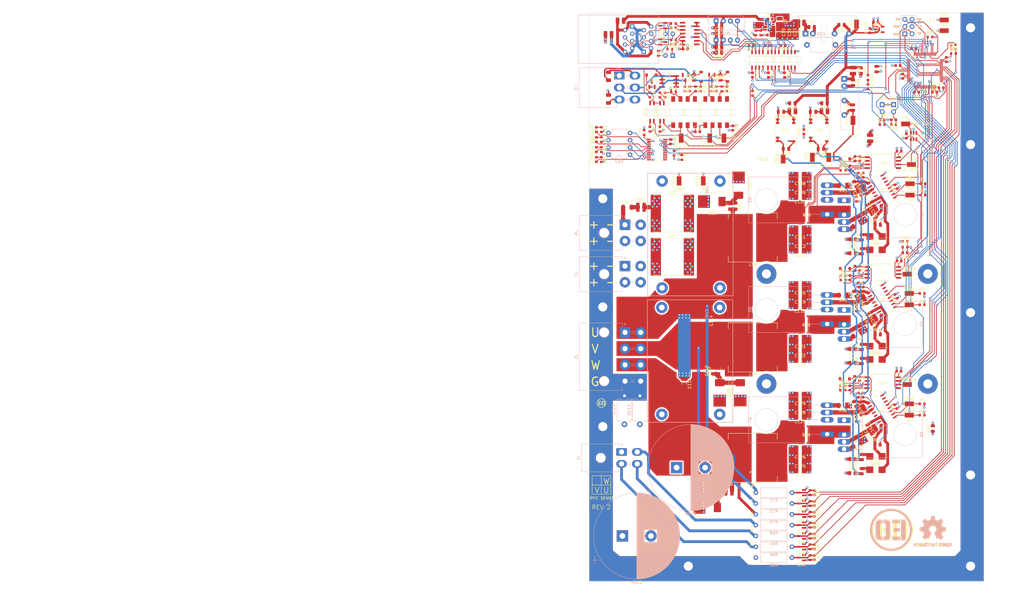
<source format=kicad_pcb>
(kicad_pcb (version 20240108) (generator "pcbnew") (generator_version "8.0")
  (layers (0 "F.Cu" signal) (1 "In1.Cu" signal) (2 "In2.Cu" signal) (31 "B.Cu" signal) (34 "B.Paste" user) (35 "F.Paste" user) (36 "B.SilkS" user "B.Silkscreen") (37 "F.SilkS" user "F.Silkscreen") (38 "B.Mask" user) (39 "F.Mask" user) (44 "Edge.Cuts" user))
  (net 0 "")
  (net 1 "+VDC")
  (net 2 "-VDC")
  (net 3 "GND1")
  (net 4 "+15V")
  (net 5 "GND2")
  (net 6 "+3.3V")
  (net 7 "U")
  (net 8 "UH")
  (net 9 "UL")
  (net 10 "U_DATA")
  (net 11 "U_CLOCK")
  (net 12 "Net-(Q3-DS)")
  (net 13 "W")
  (net 14 "V")
  (net 15 "WH")
  (net 16 "WL")
  (net 17 "W_DATA")
  (net 18 "VH")
  (net 19 "VL")
  (net 20 "V_DATA")
  (net 21 "GND")
  (net 22 "5v_ISO")
  (net 23 "+5V")
  (net 24 "24V_ISO")
  (net 25 "RESET")
  (net 26 "HEATSINK_TEMP_1_ADC")
  (net 27 "UM_ADC")
  (net 28 "VM_ADC")
  (net 29 "WM_ADC")
  (net 30 "GATE_SUPPLY_ADC")
  (net 31 "HEATSINK_TEMP_2_ADC")
  (net 32 "U_ADC")
  (net 33 "V_ADC")
  (net 34 "W_ADC")
  (net 35 "VBUS_ADC")
  (net 36 "BOARD_TEMP_1_ADC")
  (net 37 "GND3")
  (net 38 "VBUS -5V")
  (net 39 "TX-")
  (net 40 "RX+")
  (net 41 "RX-")
  (net 42 "TX+")
  (net 43 "RX_ISO")
  (net 44 "TX_EN_ISO")
  (net 45 "TX_ISO")
  (net 46 "Net-(D17-K)")
  (net 47 "RX")
  (net 48 "TX")
  (net 49 "TACH_1")
  (net 50 "TX_EN")
  (net 51 "TACH_1_ISO")
  (net 52 "TACH_2")
  (net 53 "FAN_PWM")
  (net 54 "FAN_PWM_ISO")
  (net 55 "TACH_2_ISO")
  (net 56 "Net-(Q4-DS)")
  (net 57 "Net-(D25-K)")
  (net 58 "SWDIO")
  (net 59 "SWCLK")
  (net 60 "SWO")
  (net 61 "Net-(D28-K)")
  (net 62 "Net-(U20-VIN)")
  (net 63 "-5V")
  (net 64 "Net-(D17-A)")
  (net 65 "BOOT")
  (net 66 "Net-(Q3-G)")
  (net 67 "Net-(Q4-G)")
  (net 68 "STO CH1")
  (net 69 "STO EN")
  (net 70 "STO CH2")
  (net 71 "Net-(D16-K)")
  (net 72 "Net-(Q2-DS)")
  (net 73 "Net-(Q5-DS)")
  (net 74 "Net-(Q6-DS)")
  (net 75 "Net-(D16-A)")
  (net 76 "Net-(Q2-G)")
  (net 77 "Net-(Q5-G)")
  (net 78 "Net-(Q6-G)")
  (net 79 "STO CH1 MCU FBK")
  (net 80 "STO CH2 MCU FBK")
  (net 81 "SAFE GND")
  (net 82 "STO FBK 24V")
  (net 83 "STO FBK OUT")
  (net 84 "UM")
  (net 85 "VM")
  (net 86 "WM")
  (net 87 "V_CLOCK")
  (net 88 "W_CLOCK")
  (net 89 "STO CH1 FIELD")
  (net 90 "STO CH2 FIELD")
  (net 91 "Net-(D6-K)")
  (net 92 "SDA")
  (net 93 "SDL")
  (net 94 "Net-(U2A-VCAP_1)")
  (net 95 "Net-(U4-SW)")
  (net 96 "Net-(U4-BST)")
  (net 97 "Net-(U6-VIN)")
  (net 98 "Net-(D7-K)")
  (net 99 "Net-(D9-K)")
  (net 100 "Net-(D11-A)")
  (net 101 "Net-(D10-K)")
  (net 102 "Net-(D12-A)")
  (net 103 "Net-(U14-VDDB)")
  (net 104 "Net-(U14-GNDB)")
  (net 105 "Net-(U15-VDDB)")
  (net 106 "Net-(U15-GNDB)")
  (net 107 "Net-(D13-A)")
  (net 108 "Net-(D13-K)")
  (net 109 "Net-(D14-A)")
  (net 110 "Net-(D14-K)")
  (net 111 "Net-(U16-AINN)")
  (net 112 "Net-(U16-AINP)")
  (net 113 "Net-(U17-AINN)")
  (net 114 "Net-(U17-AINP)")
  (net 115 "Net-(D15-K)")
  (net 116 "Net-(U18-VDDB)")
  (net 117 "Net-(Q7-DS)")
  (net 118 "Net-(U18-GNDB)")
  (net 119 "Net-(U19-AINP)")
  (net 120 "Net-(U19-AINN)")
  (net 121 "Net-(C96-Pad1)")
  (net 122 "Net-(C97-Pad1)")
  (net 126 "Net-(D8-A)")
  (net 127 "Net-(D9-A)")
  (net 128 "Net-(D10-A)")
  (net 129 "Net-(D11-K)")
  (net 130 "Net-(D12-K)")
  (net 131 "Net-(D15-A)")
  (net 132 "Net-(D25-A)")
  (net 133 "Net-(D26-K)")
  (net 134 "Net-(D26-A)")
  (net 135 "Net-(D27-A)")
  (net 136 "Net-(D27-K)")
  (net 137 "Net-(D28-A)")
  (net 138 "Net-(J3-Pin_3)")
  (net 139 "Net-(J3-Pin_4)")
  (net 140 "Net-(J2-Pad14)")
  (net 141 "Net-(J2-Pad1)")
  (net 143 "Net-(Q7-G)")
  (net 144 "Net-(U4-FB)")
  (net 145 "Net-(R10-Pad2)")
  (net 146 "Net-(R11-Pad2)")
  (net 147 "Net-(U5-Y)")
  (net 148 "Net-(U5-Z)")
  (net 149 "Net-(U5-B)")
  (net 150 "Net-(U5-A)")
  (net 151 "Net-(R17-Pad2)")
  (net 152 "Net-(R19-Pad2)")
  (net 153 "Net-(R20-Pad2)")
  (net 154 "Net-(R22-Pad2)")
  (net 155 "Net-(U11-A)")
  (net 156 "Net-(U10-A)")
  (net 157 "Net-(R28-Pad1)")
  (net 158 "Net-(R29-Pad1)")
  (net 159 "Net-(R30-Pad2)")
  (net 160 "Net-(R31-Pad2)")
  (net 161 "Net-(U14-OUTA)")
  (net 162 "Net-(U14-OUTB)")
  (net 163 "Net-(U15-OUTA)")
  (net 164 "Net-(U15-OUTB)")
  (net 165 "Net-(U18-OUTA)")
  (net 166 "Net-(U18-OUTB)")
  (net 167 "Net-(U23-~{INT})")
  (net 168 "Net-(U23-P07)")
  (net 169 "Net-(U23-P04)")
  (net 170 "Net-(U23-P05)")
  (net 171 "Net-(U23-P06)")
  (net 172 "Net-(U1-IN)")
  (net 193 "Net-(U12-Pad3)")
  (net 215 "Net-(C117-Pad2)")
  (net 216 "DCBUS+")
  (net 217 "Net-(D29-A)")
  (net 218 "Net-(D30-A)")
  (net 219 "Net-(D31-A)")
  (net 220 "DCBUS-")
  (net 221 "U_")
  (net 222 "V_")
  (net 223 "W_")
  (footprint "Diode_SMD:D_SMB" (layer "F.Cu") (at 410.85 134.95)
    (property "Reference" "D11")
    (property "Value" "D")
  )
  (footprint "footprints:TestPoint_Pad_3.1x1.6mm" (layer "F.Cu") (at 422.5 193)
    (property "Reference" "TP14")
    (property "Value" "TestPoint")
  )
  (footprint "Resistor_SMD:R_0603_1608Metric" (layer "F.Cu") (at 336.8 80.6 -90)
    (property "Reference" "R17")
    (property "Value" "1K")
  )
  (footprint "footprints:TestPoint_Pad_3.1x1.6mm" (layer "F.Cu") (at 342.5 95.75 90)
    (property "Reference" "TP7")
    (property "Value" "TestPoint")
  )
  (footprint "footprints:RES_HCSM2818_STP" (layer "F.Cu") (at 386.6 122.6 180)
    (property "Reference" "R48")
    (property "Value" ".005")
  )
  (footprint "Capacitor_SMD:C_0603_1608Metric" (layer "F.Cu") (at 431.4 79.6)
    (property "Reference" "C2")
    (property "Value" "2.2uf")
  )
  (footprint "Capacitor_SMD:C_1210_3225Metric" (layer "F.Cu") (at 384.2 112.6 180)
    (property "Reference" "C109")
    (property "Value" "C")
  )
  (footprint "Resistor_SMD:R_0603_1608Metric" (layer "F.Cu") (at 438 66.05)
    (property "Reference" "R35")
    (property "Value" "1K")
  )
  (footprint "Connector_PinHeader_2.54mm:PinHeader_1x02_P2.54mm_Vertical" (layer "F.Cu") (at 417 83.97)
    (property "Reference" "TH1")
    (property "Value" "Thermistor")
  )
  (footprint "Capacitor_SMD:C_0603_1608Metric" (layer "F.Cu") (at 417.85 151.3 120)
    (property "Reference" "C39")
    (property "Value" "0.1uf")
  )
  (footprint "Resistor_SMD:R_0805_2012Metric" (layer "F.Cu") (at 405.85 207.7 90)
    (property "Reference" "R52")
    (property "Value" "1")
  )
  (footprint "Diode_SMD:D_SMB" (layer "F.Cu") (at 410.85 130.25 180)
    (property "Reference" "D9")
    (property "Value" "D")
  )
  (footprint "Capacitor_SMD:C_0603_1608Metric" (layer "F.Cu") (at 408.7 58 90)
    (property "Reference" "C4")
    (property "Value" "2.2uf")
  )
  (footprint "Diode_SMD:D_SOD-123" (layer "F.Cu") (at 399.85 180.25 180)
    (property "Reference" "D17")
    (property "Value" "BZT52C5V1")
  )
  (footprint "Capacitor_SMD:C_0603_1608Metric" (layer "F.Cu") (at 373.5 59.55 180)
    (property "Reference" "C16")
    (property "Value" "2.2uf")
  )
  (footprint "Resistor_SMD:R_0603_1608Metric" (layer "F.Cu") (at 368.65 58.8 90)
    (property "Reference" "R8")
    (property "Value" "115k")
  )
  (footprint "Capacitor_SMD:C_0805_2012Metric" (layer "F.Cu") (at 355.75 65.75 180)
    (property "Reference" "C18")
    (property "Value" "10uf")
  )
  (footprint "Capacitor_SMD:C_0805_2012Metric" (layer "F.Cu") (at 405.35 153.3 120)
    (property "Reference" "C56")
    (property "Value" "10uf")
  )
  (footprint "Capacitor_SMD:C_0603_1608Metric" (layer "F.Cu") (at 367 63.25 180)
    (property "Reference" "C26")
    (property "Value" "0.1uf")
  )
  (footprint "Capacitor_SMD:C_1210_3225Metric" (layer "F.Cu") (at 384.2 134.6 180)
    (property "Reference" "C113")
    (property "Value" "C")
  )
  (footprint "Inductor_SMD:L_Vishay_IHLP-5050" (layer "F.Cu") (at 339.4 122.2)
    (property "Reference" "L22")
    (property "Value" "1uH")
  )
  (footprint "Capacitor_SMD:C_0805_2012Metric" (layer "F.Cu") (at 381.5 83.5 180)
    (property "Reference" "C93")
    (property "Value" "10uf")
  )
  (footprint "footprints:MountingHole_3.2mm_M3_Pad_TopBottom_LargeIsolation" (layer "F.Cu") (at 429 182)
    (property "Reference" "H13" (hide yes))
    (property "Value" "MountingHole")
  )
  (footprint "Resistor_SMD:R_0603_1608Metric" (layer "F.Cu") (at 339.8 62.75 180)
    (property "Reference" "R15")
    (property "Value" "10")
  )
  (footprint "footprints:R_1206_3216Metric_Wide" (layer "F.Cu") (at 360.6 119.6 -90)
    (property "Reference" "R84")
    (property "Value" "4.7")
  )
  (footprint "Package_TO_SOT_SMD:SOT-23" (layer "F.Cu") (at 336.05 61.9875)
    (property "Reference" "D1")
    (property "Value" "D_TVS_Dual_AAC")
  )
  (footprint "footprints:TestPoint_Pad_3.1x1.6mm" (layer "F.Cu") (at 421.25 90.75)
    (property "Reference" "TP1")
    (property "Value" "TestPoint")
  )
  (footprint "Resistor_SMD:R_0603_1608Metric" (layer "F.Cu") (at 427.25 111.75)
    (property "Reference" "R4")
    (property "Value" "10k")
  )
  (footprint "Capacitor_SMD:C_0805_2012Metric" (layer "F.Cu") (at 347 74.45 90)
    (property "Reference" "C35")
    (property "Value" "10uf")
  )
  (footprint "Capacitor_SMD:C_0603_1608Metric" (layer "F.Cu") (at 421 136 180)
    (property "Reference" "C89")
    (property "Value" "2.2uf")
  )
  (footprint "footprints:MountingHole_3.2mm_M3_Pad_TopBottom_LargeIsolation" (layer "F.Cu") (at 429 143.4)
    (property "Reference" "H12" (hide yes))
    (property "Value" "MountingHole")
  )
  (footprint "Inductor_SMD:L_Vishay_IHLP-6767" (layer "F.Cu") (at 367.6 130.6 180)
    (property "Reference" "L18")
    (property "Value" "1uH")
  )
  (footprint "footprints:TestPoint_Pad_3.1x1.6mm" (layer "F.Cu") (at 421.8 143.5)
    (property "Reference" "TP13")
    (property "Value" "TestPoint")
  )
  (footprint "Capacitor_SMD:C_0603_1608Metric" (layer "F.Cu") (at 435.5 68.15 -90)
    (property "Reference" "C5")
    (property "Value" "0.1uf")
  )
  (footprint "Capacitor_SMD:C_0603_1608Metric" (layer "F.Cu") (at 420.25 74 90)
    (property "Reference" "C9")
    (property "Value" "0.1uf")
  )
  (footprint "Resistor_SMD:R_0603_1608Metric" (layer "F.Cu") (at 314.5 96.25 -90)
    (property "Reference" "R81")
    (property "Value" "1k")
  )
  (footprint "Capacitor_SMD:C_0603_1608Metric" (layer "F.Cu") (at 344 64.5)
    (property "Reference" "C22")
    (property "Value" "0.1uf")
  )
  (footprint "Resistor_SMD:R_1206_3216Metric" (layer "F.Cu") (at 404.15 126.05 -150)
    (property "Reference" "R42")
    (property "Value" "10")
  )
  (footprint "Fuse:Fuse_1206_3216Metric" (layer "F.Cu") (at 317 74 -90)
    (property "Reference" "F2")
    (property "Value" "Polyfuse")
  )
  (footprint "Capacitor_SMD:C_0805_2012Metric" (layer "F.Cu") (at 430.75 197.7 90)
    (property "Reference" "C12")
    (property "Value" "10uf")
  )
  (footprint "Capacitor_SMD:C_0603_1608Metric" (layer "F.Cu") (at 418.95 138.85 180)
    (property "Reference" "C45")
    (property "Value" "0.1uf")
  )
  (footprint "Capacitor_SMD:C_1210_3225Metric" (layer "F.Cu") (at 384.2 128.2 180)
    (property "Reference" "C111")
    (property "Value" "C")
  )
  (footprint "Capacitor_SMD:C_0805_2012Metric" (layer "F.Cu") (at 379.25 99.5 180)
    (property "Reference" "C100")
    (property "Value" "10uf")
  )
  (footprint "Capacitor_SMD:C_0805_2012Metric" (layer "F.Cu") (at 388.25 56.75)
    (property "Reference" "C25")
    (property "Value" "10uf")
  )
  (footprint "Resistor_SMD:R_0805_2012Metric" (layer "F.Cu") (at 405.85 173.95 90)
    (property "Reference" "R39")
    (property "Value" "1")
  )
  (footprint "Diode_SMD:D_SMB" (layer "F.Cu") (at 410.85 173.45)
    (property "Reference" "D12")
    (property "Value" "D")
  )
  (footprint "Capacitor_SMD:C_0603_1608Metric" (layer "F.Cu") (at 389.2 227.8 -90)
    (property "Reference" "C92")
    (property "Value" "0.1uf")
  )
  (footprint "Resistor_SMD:R_0805_2012Metric" (layer "F.Cu") (at 405.8 212.65 90)
    (property "Reference" "R53")
    (property "Value" "1")
  )
  (footprint "Capacitor_SMD:C_0805_2012Metric" (layer "F.Cu") (at 402.65 174.65)
    (property "Reference" "C43")
    (property "Value" "10uf")
  )
  (footprint "footprints:6N137S_LTO" (layer "F.Cu") (at 343.5 86.6 -90)
    (property "Reference" "U11")
    (property "Value" "6N137")
  )
  (footprint "Resistor_SMD:R_1206_3216Metric" (layer "F.Cu") (at 399.2 189.6 180)
    (property "Reference" "R56")
    (property "Value" "10")
  )
  (footprint "Package_TO_SOT_SMD:SOT-23" (layer "F.Cu") (at 336 56.2625 180)
    (property "Reference" "D2")
    (property "Value" "D_TVS_Dual_AAC")
  )
  (footprint "Resistor_SMD:R_0603_1608Metric" (layer "F.Cu") (at 342.75 102.5 -90)
    (property "Reference" "R78")
    (property "Value" "10k")
  )
  (footprint "footprints:RES_HCSM2818_STP" (layer "F.Cu") (at 386.4 199.8 180)
    (property "Reference" "R58")
    (property "Value" ".005")
  )
  (footprint "Capacitor_SMD:C_0603_1608Metric" (layer "F.Cu") (at 405.7 189.15 120)
    (property "Reference" "C79")
    (property "Value" "0.1uf")
  )
  (footprint "Capacitor_SMD:C_0603_1608Metric" (layer "F.Cu") (at 405.15 141.45 -90)
    (property "Reference" "C65")
    (property "Value" "0.1uf")
  )
  (footprint "Capacitor_SMD:C_1206_3216Metric" (layer "F.Cu") (at 343.6 181.8 -90)
    (property "Reference" "C116")
    (property "Value" "470pf")
  )
  (footprint "Inductor_SMD:L_1008_2520Metric" (layer "F.Cu") (at 402.75 72.05 -90)
    (property "Reference" "L16")
    (property "Value" "10uH")
  )
  (footprint "Capacitor_SMD:C_0805_2012Metric" (layer "F.Cu") (at 405.3 192 120)
    (property "Reference" "C76")
    (property "Value" "10uf")
  )
  (footprint "footprints:TestPoint_Pad_3.1x1.6mm" (layer "F.Cu") (at 422.75 111.75)
    (property "Reference" "TP10")
    (property "Value" "TestPoint")
  )
  (footprint "Capacitor_SMD:C_1210_3225Metric" (layer "F.Cu") (at 384.2 205.4 180)
    (property "Reference" "C126")
    (property "Value" "C")
  )
  (footprint "Capacitor_SMD:C_0805_2012Metric" (layer "F.Cu") (at 405.5 72.05 -90)
    (property "Reference" "C95")
    (property "Value" "10uf")
  )
  (footprint "Capacitor_SMD:C_0603_1608Metric" (layer "F.Cu") (at 389.2 235.45 -90)
    (property "Reference" "C86")
    (property "Value" "0.1uf")
  )
  (footprint "footprints:R_1206_3216Metric_Wide" (layer "F.Cu") (at 328.4 120)
    (property "Reference" "R87")
    (property "Value" "4.7")
  )
  (footprint "Capacitor_SMD:C_0603_1608Metric" (layer "F.Cu") (at 410.7 55 180)
    (property "Reference" "C10")
    (property "Value" "2.2uf")
  )
  (footprint "Resistor_SMD:R_0603_1608Metric" (layer "F.Cu") (at 399.25 105.45)
    (property "Reference" "R50")
    (property "Value" "R")
  )
  (footprint "footprints:SOICN-8_LTF" (layer "F.Cu") (at 380.5 68.25 90)
    (property "Reference" "U9")
    (property "Value" "ISO6721BQDRQ1")
  )
  (footprint "Inductor_SMD:L_1008_2520Metric" (layer "F.Cu") (at 317 59.25 180)
    (property "Reference" "L1")
    (property "Value" "10uH")
  )
  (footprint "Package_TO_SOT_SMD:SOT-23" (layer "F.Cu") (at 384.65 239.2 180)
    (property "Reference" "D20")
    (property "Value" "D_Dual_Series_ACK")
  )
  (footprint "Capacitor_SMD:C_0805_2012Metric" (layer "F.Cu") (at 402.65 169.75 180)
    (property "Reference" "C41")
    (property "Value" "10uf")
  )
  (footprint "Capacitor_SMD:C_0603_1608Metric" (layer "F.Cu") (at 411.4 121.45 120)
    (property "Reference" "C50")
    (property "Value" "0.1uf")
  )
  (footprint "footprints:SOICN-8_LTF" (layer "F.Cu") (at 369.25 68.25 90)
    (property "Reference" "U7")
    (property "Value" "ISO6721BQDRQ1")
  )
  (footprint "Capacitor_SMD:C_0805_2012Metric" (layer "F.Cu") (at 403.6 111.8 120)
    (property "Reference" "C53")
    (property "Value" "10uf")
  )
  (footprint "footprints:MountingHole_3.2mm_M3_Pad_TopBottom_LargeIsolation" (layer "F.Cu") (at 315 155)
    (property "Reference" "H8" (hide yes))
    (property "Value" "MountingHole")
  )
  (footprint "footprints:TestPoint_Pad_3.1x1.6mm" (layer "F.Cu") (at 422.5 154.25)
    (property "Reference" "TP9")
    (property "Value" "TestPoint")
  )
  (footprint "Capacitor_SMD:C_0603_1608Metric" (layer "F.Cu") (at 411.3 198.65 120)
    (property "Reference" "C74")
    (property "Value" "0.1uf")
  )
  (footprint "Capacitor_SMD:C_0603_1608Metric" (layer "F.Cu") (at 401.7 144.75 90)
    (property "Reference" "C67")
    (property "Value" "C")
  )
  (footprint "Capacitor_SMD:C_1210_3225Metric" (layer "F.Cu") (at 384.2 147.8 180)
    (property "Reference" "C120")
    (property "Value" "C")
  )
  (footprint "Resistor_SMD:R_0603_1608Metric" (layer "F.Cu") (at 349.25 78.45 -90)
    (property "Reference" "R26")
    (property "Value" "1k")
  )
  (footprint "Capacitor_SMD:C_0603_1608Metric" (layer "F.Cu") (at 389.2 243 -90)
    (property "Reference" "C83")
    (property "Value" "0.1uf")
  )
  (footprint "Capacitor_SMD:C_0805_2012Metric" (layer "F.Cu") (at 403.55 189 120)
    (property "Reference" "C77")
    (property "Value" "10uf")
  )
  (footprint "LED_SMD:LED_0603_1608Metric" (layer "F.Cu") (at 312.75 103.25 90)
    (property "Reference" "D28")
    (property "Value" "LED")
  )
  (footprint "Diode_SMD:D_SOD-123" (layer "F.Cu") (at 399.95 141.55 180)
    (property "Reference" "D14")
    (property "Value" "BZT52C5V1")
  )
  (footprint "Capacitor_SMD:C_0603_1608Metric" (layer "F.Cu") (at 403.45 141.45 -90)
    (property "Reference" "C63")
    (property "Value" "2.2")
  )
  (footprint "Diode_SMD:D_SMB" (layer "F.Cu") (at 410.8 212.15)
    (property "Reference" "D16")
    (property "Value" "D")
  )
  (footprint "Resistor_SMD:R_0603_1608Metric" (layer "F.Cu") (at 339.75 55.5 180)
    (property "Reference" "R12")
    (property "Value" "10")
  )
  (footprint "Resistor_SMD:R_1206_3216Metric" (layer "F.Cu") (at 404.1 203.25 -150)
    (property "Reference" "R55")
    (property "Value" "10")
  )
  (footprint "footprints:MountingHole_3.2mm_M3_Pad_TopBottom_LargeIsolation" (layer "F.Cu") (at 345 246)
    (property "Reference" "H6" (hide yes))
    (property "Value" "MountingHole")
  )
  (footprint "Capacitor_SMD:C_0805_2012Metric" (layer "F.Cu") (at 410.1 123 120)
    (property "Reference" "C46")
    (property "Value" "10uf")
  )
  (footprint "footprints:TestPoint_Pad_3.1x1.6mm" (layer "F.Cu") (at 378.25 103 90)
    (property "Reference" "TP18")
    (property "Value" "TestPoint")
  )
  (footprint "footprints:B05xxMT-1WR4_MNS" (layer "F.Cu") (at 390.75 93)
    (property "Reference" "U22")
    (property "Value" "B0505MT-1WR4")
  )
  (footprint "Capacitor_SMD:C_0603_1608Metric" (layer "F.Cu") (at 411.35 159.95 120)
    (property "Reference" "C54")
    (property "Value" "0.1uf")
  )
  (footprint "Capacitor_SMD:C_1210_3225Metric" (layer "F.Cu") (at 384.2 186.6 180)
    (property "Reference" "C129")
    (property "Value" "C")
  )
  (footprint "Resistor_SMD:R_0603_1608Metric" (layer "F.Cu") (at 387.7 231.6 -90)
    (property "Reference" "R69")
    (property "Value" "5k")
  )
  (footprint "footprints:R_1206_3216Metric_Wide" (layer "F.Cu") (at 359.2 219.6)
    (property "Reference" "R86")
    (property "Value" "4.7")
  )
  (footprint "Resistor_SMD:R_0603_1608Metric" (layer "F.Cu") (at 335 92.6 -90)
    (property "Reference" "R29")
    (property "Value" "220")
  )
  (footprint "Capacitor_SMD:C_0805_2012Metric" (layer "F.Cu") (at 408.35 158.45 120)
    (property "Reference" "C49")
    (property "Value" "10uf")
  )
  (footprint "Package_TO_SOT_SMD:SOT-23" (layer "F.Cu") (at 344 74.5 -90)
    (property "Reference" "D4")
    (property "Value" "D_Dual_Series_ACK")
  )
  (footprint "Resistor_SMD:R_0603_1608Metric" (layer "F.Cu") (at 387.7 235.45 -90)
    (property "Reference" "R65")
    (property "Value" "5k")
  )
  (footprint "Capacitor_SMD:C_0603_1608Metric" (layer "F.Cu") (at 403.45 102.95 -90)
    (property "Reference" "C62")
    (property "Value" "2.2")
  )
  (footprint "footprints:TestPoint_Pad_3.1x1.6mm" (layer "F.Cu") (at 350.25 110.75 90)
    (property "Reference" "TP22")
    (property "Value" "TestPoint")
  )
  (footprint "Resistor_SMD:R_0805_2012Metric" (layer "F.Cu") (at 405.85 169.05 90)
    (property "Reference" "R37")
    (property "Value" "1")
  )
  (footprint "Diode_SMD:D_SMC" (layer "F.Cu") (at 353.4 118 180)
    (property "Reference" "D32")
    (property "Value" "D")
  )
  (footprint "Resistor_SMD:R_0603_1608Metric" (layer "F.Cu") (at 331.5 92.6 -90)
    (property "Reference" "R28")
    (property "Value" "220")
  )
  (footprint "Inductor_SMD:L_0603_1608Metric" (layer "F.Cu") (at 405.5 185.2)
    (property "Reference" "L13")
    (property "Value" "10uH")
  )
  (footprint "Inductor_SMD:L_1008_2520Metric" (layer "F.Cu") (at 381.5 86.25 180)
    (property "Reference" "L14")
    (property "Value" "10uH")
  )
  (footprint "Capacitor_SMD:C_0603_1608Metric" (layer "F.Cu") (at 378.75 73.6 -90)
    (property "Reference" "C32")
    (property "Value" "0.1uf")
  )
  (footprint "Resistor_SMD:R_0603_1608Metric" (layer "F.Cu") (at 399.15 184.25)
    (property "Reference" "R57")
    (property "Value" "R")
  )
  (footprint "Resistor_SMD:R_0805_2012Metric" (layer "F.Cu") (at 405.85 135.45 90)
    (property "Reference" "R38")
    (property "Value" "1")
  )
  (footprint "footprints:PG-DSO-16-11" (layer "F.Cu") (at 412.85 114.05 -150)
    (property "Reference" "U14")
    (property "Value" "2EDF9275FXUMA1")
  )
  (footprint "Resistor_SMD:R_0603_1608Metric" (layer "F.Cu") (at 329.5 93.75 90)
    (property "Reference" "R79")
    (property "Value" "10k")
  )
  (footprint "Resistor_SMD:R_0603_1608Metric" (layer "F.Cu") (at 340 101 -90)
    (property "Reference" "R77")
    (property "Value" "10k")
  )
  (footprint "Package_TO_SOT_SMD:SOT-23" (layer "F.Cu") (at 384.65 243.0125 180)
    (property "Reference" "D18")
    (property "Value" "D_Dual_Series_ACK")
  )
  (footprint "Capacitor_SMD:C_0805_2012Metric" (layer "F.Cu") (at 377.5 86.5 180)
    (property "Reference" "C96")
    (property "Value" "10uf")
  )
  (footprint "Capacitor_SMD:C_0805_2012Metric" (layer "F.Cu") (at 355.75 59)
    (property "Reference" "C15")
    (property "Value" "10uf")
  )
  (footprint "Resistor_SMD:R_0603_1608Metric" (layer "F.Cu") (at 347.5 78.45 -90)
    (property "Reference" "R24")
    (property "Value" "1k")
  )
  (footprint "Capacitor_SMD:C_0603_1608Metric" (layer "F.Cu") (at 373.7 53.95)
    (property "Reference" "C14")
    (property "Value" ".1uf")
  )
  (footprint "Package_SO:SOP-4_4.4x2.6mm_P1.27mm" (layer "F.Cu") (at 335.75 86.6 90)
    (property "Reference" "U13")
    (property "Value" "FODM217A")
  )
  (footprint "Resistor_SMD:R_0603_1608Metric" (layer "F.Cu") (at 314.5 92.75 -90)
    (property "Reference" "R80")
    (property "Value" "1k")
  )
  (footprint "footprints:TestPoint_Pad_3.1x1.6mm" (layer "F.Cu") (at 402.75 89.5 90)
    (property "Reference" "TP17")
    (property "Value" "TestPoint")
  )
  (footprint "Fuse:Fuse_1206_3216Metric" (layer "F.Cu") (at 317 82 -90)
    (property "Reference" "F1")
    (property "Value" "Polyfuse")
  )
  (footprint "Resistor_SMD:R_0603_1608Metric" (layer "F.Cu") (at 353 78.45 -90)
    (property "Reference" "R20")
    (property "Value" "1K")
  )
  (footprint "Capacitor_SMD:C_0603_1608Metric" (layer "F.Cu") (at 417 89.3 180)
    (property "Reference" "C84")
    (property "Value" "2.2uf")
  )
  (footprint "footprints:TestPoint_Pad_3.1x1.6mm" (layer "F.Cu") (at 422.75 115.75)
    (property "Reference" "TP8")
    (property "Value" "TestPoint")
  )
  (footprint "Resistor_SMD:R_0603_1608Metric" (layer "F.Cu") (at 387.7 224 -90)
    (property "Reference" "R74")
    (property "Value" "5k")
  )
  (footprint "Capacitor_SMD:C_0805_2012Metric" (layer "F.Cu") (at 402.75 85 90)
    (property "Reference" "C102")
    (property "Value" "10uf")
  )
  (footprint "Capacitor_SMD:C_0603_1608Metric" (layer "F.Cu") (at 405.75 150.45 120)
    (property "Reference" "C61")
    (property "Value" "0.1uf")
  )
  (footprint "Capacitor_SMD:C_0805_2012Metric" (layer "F.Cu") (at 391.5 99.5 180)
    (property "Reference" "C101")
    (property "Value" "10uf")
  )
  (footprint "Diode_SMD:D_SMC" (layer "F.Cu") (at 356 185 -90)
    (property "Reference" "D33")
    (property "Value" "D")
  )
  (footprint "Resistor_SMD:R_0603_1608Metric" (layer "F.Cu") (at 408 74.5 -90)
    (property "Reference" "R30")
    (property "Value" "10K")
  )
  (footprint "Package_TO_SOT_SMD:SOT-23" (layer "F.Cu") (at 384.65 235.45 180)
    (property "Reference" "D19")
    (property "Value" "D_Dual_Series_ACK")
  )
  (footprint "Resistor_SMD:R_0603_1608Metric" (layer "F.Cu") (at 358.5 78.45 -90)
    (property "Reference" "R27")
    (property "Value" "1k")
  )
  (footprint "Capacitor_SMD:C_0603_1608Metric" (layer "F.Cu") (at 409.85 157.3 120)
    (property "Reference" "C55")
    (property "Value" "0.1uf")
  )
  (footprint "Inductor_SMD:L_0603_1608Metric" (layer "F.Cu") (at 403.9 194.4 90)
    (property "Reference" "L12")
    (property "Value" "10uH")
  )
  (footprint "Capacitor_SMD:C_0805_2012Metric" (layer "F.Cu") (at 382.75 58.6 -90)
    (property "Reference" "C24")
    (property "Value" "10uf")
  )
  (footprint "Package_TO_SOT_SMD:SOT-23-5" (layer "F.Cu") (at 412 57.5875)
    (property "Reference" "U3")
    (property "Value" "AP2127K-3.3")
  )
  (footprint "Inductor_SMD:L_Vishay_IHLP-5050" (layer "F.Cu") (at 339.4 137.4)
    (property "Reference" "L21")
    (property "Value" "1uH")
  )
  (footprint "Capacitor_SMD:C_0603_1608Metric" (layer "F.Cu") (at 407.2 191.75 120)
    (property "Reference" "C78")
    (property "Value" "0.1uf")
  )
  (footprint "Capacitor_SMD:C_0603_1608Metric" (layer "F.Cu") (at 389.2 239.2 -90)
    (property "Reference" "C87")
    (property "Value" "0.1uf")
  )
  (footprint "Resistor_SMD:R_0603_1608Metric" (layer "F.Cu") (at 427 154.25)
    (property "Reference" "R2")
    (property "Value" "10k")
  )
  (footprint "Resistor_SMD:R_0603_1608Metric" (layer "F.Cu") (at 339.75 57 180)
    (property "Reference" "R13")
    (property "Value" "10")
  )
  (footprint "Resistor_SMD:R_1206_3216Metric" (layer "F.Cu") (at 404.15 164.55 -150)
    (property "Reference" "R44")
    (property "Value" "10")
  )
  (footprint "LED_SMD:LED_0603_1608Metric" (layer "F.Cu") (at 312.75 96.25 90)
    (property "Reference" "D26")
    (property "Value" "LED")
  )
  (footprint "Package_TO_SOT_SMD:SOT-23-6" (layer "F.Cu") (at 424.0125 95 -90)
    (property "Reference" "U1")
    (property "Value" "PL133-37TC")
  )
  (footprint "Capacitor_SMD:C_0805_2012Metric" (layer "F.Cu") (at 402.65 131.25 180)
    (property "Reference" "C40")
    (property "Value" "10uf")
  )
  (footprint "footprints:TestPoint_Pad_3.1x1.6mm" (layer "F.Cu") (at 394.266 102.5 90)
    (property "Reference" "TP19")
    (property "Value" "TestPoint")
  )
  (footprint "Capacitor_SMD:C_0603_1608Metric" (layer "F.Cu") (at 401.7 106.25 90)
    (property "Reference" "C66")
    (property "Value" "C")
  )
  (footprint "footprints:DWV0008A" (layer "F.Cu") (at 413.25 142.85)
    (property "Reference" "U17")
    (property "Value" "AMC1306M25DWVR")
  )
  (footprint "Capacitor_SMD:C_0805_2012Metric" (layer "F.Cu") (at 380.75 58.6 -90)
    (property "Reference" "C23")
    (property "Value" "10uf")
  )
  (footprint "Capacitor_SMD:C_0805_2012Metric" (layer "F.Cu") (at 402.65 136.15)
    (property "Reference" "C42")
    (property "Value" "10uf")
  )
  (footprint "Capacitor_SMD:C_0805_2012Metric" (layer "F.Cu") (at 355.75 63.75 180)
    (property "Reference" "C17")
    (property "Value" "10uf")
  )
  (footprint "Capacitor_SMD:C_0603_1608Metric" (layer "F.Cu") (at 405.15 102.95 -90)
    (property "Reference" "C64")
    (property "Value" "0.1uf")
  )
  (footprint "Resistor_SMD:R_0805_2012Metric" (layer "F.Cu") (at 411.35 203.35)
    (property "Reference" "R54")
    (property "Value" "800")
  )
  (footprint "Capacitor_SMD:C_1210_3225Metric" (layer "F.Cu") (at 384.2 173 180)
    (property "Reference" "C121")
    (property "Value" "C")
  )
  (footprint "Inductor_SMD:L_0603_1608Metric" (layer "F.Cu") (at 405.55 108)
    (property "Reference" "L7")
    (property "Value" "10uH")
  )
  (footprint "Diode_SMD:D_SOD-123" (layer "F.Cu") (at 399.95 103.05 180)
    (property "Reference" "D13")
    (property "Value" "BZT52C5V1")
  )
  (footprint "Package_TO_SOT_SMD:SOT-23" (layer "F.Cu") (at 332.25 76.85 90)
    (property "Reference" "D3")
    (property "Value" "D_Dual_Series_ACK")
  )
  (footprint "Capacitor_SMD:C_0805_2012Metric" (layer "F.Cu") (at 392.75 83.5 180)
    (property "Reference" "C94")
    (property "Value" "10uf")
  )
  (footprint "Capacitor_SMD:C_0805_2012Metric" (layer "F.Cu") (at 402.65 208.4 180)
    (property "Reference" "C69")
    (property "Value" "10uf")
  )
  (footprint "Package_SO:SOP-4_4.4x2.6mm_P1.27mm" (layer "F.Cu") (at 332.25 86.6 90)
    (property "Reference" "U12")
    (property "Value" "FODM217A")
  )
  (footprint "Resistor_SMD:R_0603_1608Metric" (layer "F.Cu") (at 343.75 78.45 -90)
    (property "Reference" "R22")
    (property "Value" "1K")
  )
  (footprint "Package_SO:SOIC-14_3.9x8.7mm_P1.27mm" (layer "F.Cu") (at 345.5 59.0225 180)
    (property "Reference" "U5")
    (property "Value" "THVD1552")
  )
  (footprint "Resistor_SMD:R_0603_1608Metric" (layer "F.Cu") (at 356.75 78.45 -90)
    (property "Reference" "R25")
    (property "Value" "1k")
  )
  (footprint "Resistor_SMD:R_0805_2012Metric" (layer "F.Cu") (at 411.45 164.65)
    (property "Reference" "R41")
    (property "Value" "800")
  )
  (footprint "Resistor_SMD:R_0603_1608Metric" (layer "F.Cu") (at 421 134)
    (property "Reference" "R70")
    (property "Value" "10k")
  )
  (footprint "footprints:RES_HCSM2818_STP" (layer "F.Cu") (at 386.4 161.2 180)
    (property "Reference" "R49")
    (property "Value" ".005")
  )
  (footprint "footprints:B05xxMT-1WR4_MNS" (layer "F.Cu") (at 379.1326 93)
    (property "Reference" "U21")
    (property "Value" "B0505MT-1WR4")
  )
  (footprint "Capacitor_SMD:C_0603_1608Metric" (layer "F.Cu") (at 407.25 153.05 120)
    (property "Reference" "C60")
    (property "Value" "0.1uf")
  )
  (footprint "Capacitor_SMD:C_0805_2012Metric" (layer "F.Cu") (at 376.75 58.6 -90)
    (property "Reference" "C19")
    (property "Value" "10uf")
  )
  (footprint "Capacitor_SMD:C_0805_2012Metric" (layer "F.Cu") (at 405.35 114.8 120)
    (property "Reference" "C52")
    (property "Value" "10uf")
  )
  (footprint "Diode_SMD:D_SMC" (layer "F.Cu") (at 362.6 112.4 -90)
    (property "Reference" "D31")
    (property "Value" "D")
  )
  (footprint "Capacitor_SMD:C_0603_1608Metric" (layer "F.Cu") (at 417.85 112.8 120)
    (property "Reference" "C38")
    (property "Value" "0.1uf")
  )
  (footprint "Resistor_SMD:R_0603_1608Metric" (layer "F.Cu") (at 354.75 78.45 90)
    (property "Reference" "R21")
    (property "Value" "1K")
  )
  (footprint "Capacitor_SMD:C_1206_3216Metric" (layer "F.Cu") (at 323.6 120)
    (property "Reference" "C117")
    (property "Value" "4.7nf")
  )
  (footprint "Resistor_SMD:R_0805_2012Metric" (layer "F.Cu") (at 411.45 126.15)
    (property "Reference" "R40")
    (property "Value" "800")
  )
  (footprint "Capacitor_SMD:C_1210_3225Metric" (layer "F.Cu") (at 384.2 189.8 180)
    (property "Reference" "C128")
    (property "Value" "C")
  )
  (footprint "Resistor_SMD:R_0603_1608Metric" (layer "F.Cu") (at 408 77.75 -90)
    (property "Reference" "R32")
    (property "Value" "10K")
  )
  (footprint "Capacitor_SMD:C_1210_3225Metric" (layer "F.Cu") (at 384.2 131.4 180)
    (property "Reference" "C112")
    (property "Value" "C")
  )
  (footprint "footprints:DWV0008A" (layer "F.Cu") (at 413.25 104.35)
    (property "Reference" "U16")
    (property "Value" "AMC1306M25DWVR")
  )
  (footprint "Resistor_SMD:R_0603_1608Metric" (layer "F.Cu") (at 413 91)
    (property "Reference" "R63")
    (property "Value" "10k")
  )
  (footprint "footprints:MountingHole_3.2mm_M3_Pad_TopBottom_LargeIsolation" (layer "F.Cu") (at 315 197)
    (property "Reference" "H7" (hide yes))
    (property "Value" "MountingHole")
  )
  (footprint "Resistor_SMD:R_0603_1608Metric" (layer "F.Cu") (at 427 193)
    (property "Reference" "R3")
    (property "Value" "10k")
  )
  (footprint "Capacitor_SMD:C_0603_1608Metric" (layer "F.Cu") (at 409.8 196.05 120)
    (property "Reference" "C75")
    (property "Value" "0.1uf")
  )
  (footprint "Inductor_SMD:L_0603_1608Metric" (layer "F.Cu") (at 405.55 109.5)
    (property "Reference" "L5")
    (property "Value" "10uH")
  )
  (footprint "footprints:MountingHole_3.2mm_M3_Pad_TopBottom_LargeIsolation" (layer "F.Cu") (at 444 98)
    (property "Reference" "H2" (hide yes))
    (property "Value" "MountingHole")
  )
  (footprint "footprints:MountingHole_3.2mm_M3_Pad_TopBottom_LargeIsolation" (layer "F.Cu") (at 444 157)
    (property "Reference" "H3" (hide yes))
    (property "Value" "MountingHole")
  )
  (footprint "Capacitor_SMD:C_0805_2012Metric" (layer "F.Cu") (at 356.25 74.45 90)
    (property "Reference" "C34")
    (property "Value" "10uf")
  )
  (footprint "Resistor_SMD:R_0603_1608Metric" (layer "F.Cu") (at 421 132)
    (property "Reference" "TH3")
    (property "Value" "Thermistor")
  )
  (footprint "Capacitor_SMD:C_0603_1608Metric" (layer "F.Cu") (at 389.2 231.6 -90)
    (property "Reference" "C88")
    (property "Value" "0.1uf")
  )
  (footprint "Capacitor_SMD:C_0805_2012Metric" (layer "F.Cu") (at 410.05 200.2 120)
    (property "Reference" "C72")
    (property "Value" "10uf")
  )
  (footprint "Resistor_SMD:R_0603_1608Metric" (layer "F.Cu") (at 427 150.25)
    (property "Reference" "R5")
    (property "Value" "10k")
  )
  (footprint "Capacitor_SMD:C_0805_2012Metric" (layer "F.Cu") (at 408.35 119.95 120)
    (property "Reference" "C47")
    (property "Value" "10uf")
  )
  (footprint "Resistor_SMD:R_0603_1608Metric" (layer "F.Cu") (at 345.5 78.45 90)
    (property "Reference" "R23")
    (property "Value" "1K")
  )
  (footprint "footprints:MountingHole_3.2mm_M3_Pad_TopBottom_LargeIsolation" (layer "F.Cu") (at 444 214)
    (property "Reference" "H4" (hide yes))
    (property "Value" "MountingHole")
  )
  (footprint "Capacitor_SMD:C_0603_1608Metric" (layer "F.Cu") (at 401.7 183.45 90)
    (property "Reference" "C82")
    (property "Value" "C")
  )
  (footprint "Resistor_SMD:R_0603_1608Metric" (layer "F.Cu") (at 370.4 58.8 -90)
    (property "Reference" "R9")
    (property "Value" "22.1k")
  )
  (footprint "footprints:R_1206_3216Metric_Wide" (layer "F.Cu") (at 354.6 177.4 90)
    (property "Reference" "R85")
    (property "Value" "4.7")
  )
  (footprint "LED_SMD:LED_0603_1608Metric" (layer "F.Cu") (at 312.75 92.75 90)
    (property "Reference" "D25")
    (property "Value" "LED")
  )
  (footprint "footprints:SOICN-8_LTF" (layer "F.Cu") (at 374.85 68.25 90)
    (property "Reference" "U8")
    (property "Value" "ISO6721BQDRQ1")
  )
  (footprint "Capacitor_SMD:C_1210_3225Metric" (layer "F.Cu") (at 384.2 166.6 180)
    (property "Reference" "C123")
    (property "Value" "C")
  )
  (footprint "Diode_SMD:D_SMB" (layer "F.Cu") (at 410.85 168.75 180)
    (property "Reference" "D10")
    (property "Value" "D")
  )
  (footprint "Inductor_SMD:L_0603_1608Metric" (layer "F.Cu") (at 405.55 148)
    (property "Reference" "L8")
    (property "Value" "10uH")
  )
  (footprint "Capacitor_SMD:C_0603_1608Metric" (layer "F.Cu") (at 385.5 93.5 90)
    (property "Reference" "C99")
    (property "Value" "220pf")
  )
  (footprint "Package_TO_SOT_SMD:SOT-23" (layer "F.Cu") (at 384.65 224 180)
    (property "Reference" "D23")
    (property "Value" "D_Dual_Series_ACK")
  )
  (footprint "Capacitor_SMD:C_1206_3216Metric" (layer "F.Cu") (at 351.2 159.8 -90)
    (property "Reference" "C114")
    (property "Value" "470pf")
  )
  (footprint "Capacitor_SMD:C_0603_1608Metric" (layer "F.Cu") (at 421.5 95 90)
    (property "Reference" "C1")
    (property "Value" "0.1uf")
  )
  (footprint "Capacitor_SMD:C_0603_1608Metric" (layer "F.Cu") (at 378.25 63.25 180)
    (property "Reference" "C28")
    (property "Value" "0.1uf")
  )
  (footprint "Capacitor_SMD:C_0603_1608Metric" (layer "F.Cu") (at 417.75 190 120)
    (property "Reference" "C68")
    (property "Value" "0.1uf")
  )
  (footprint "Resistor_SMD:R_0603_1608Metric" (layer "F.Cu") (at 438 64.5)
    (property "Reference" "R33")
    (property "Value" "10K")
  )
  (footprint "footprints:TestPoint_Pad_3.1x1.6mm" (layer "F.Cu") (at 434.75 58)
    (property "Reference" "TP3")
    (property "Value" "TestPoint")
  )
  (footprint "footprints:PG-DSO-16-11" (layer "F.Cu") (at 412.8 191.25 -150)
    (property "Reference" "U18")
    (property "Value" "2EDF9275FXUMA1")
  )
  (footprint "Diode_SMD:D_SMC" (layer "F.Cu") (at 351.8 218.2 180)
    (property "Reference" "D34")
    (property "Value" "D")
  )
  (footprint "Package_TO_SOT_SMD:SOT-23" (layer "F.Cu") (at 384.65 231.6 180)
    (property "Reference" "D21")
    (property "Value" "D_Dual_Series_ACK")
  )
  (footprint "Resistor_SMD:R_0603_1608Metric" (layer "F.Cu") (at 339.8 79.6)
    (property "Reference" "R16")
    (property "Value" "10K")
  )
  (footprint "Capacitor_SMD:C_0603_1608Metric" (layer "F.Cu") (at 409.85 118.8 120)
    (property "Reference" "C51")
    (property "Value" "0.1uf")
  )
  (footprint "Capacitor_SMD:C_1206_3216Metric" (layer "F.Cu") (at 349.6 177.4 -90)
    (property "Reference" "C115")
    (property "Value" "470pf")
  )
  (footprint "footprints:TestPoint_Pad_3.1x1.6mm" (layer "F.Cu") (at 404 55.75 90)
    (property "Reference" "TP4")
    (property "Value" "TestPoint")
  )
  (footprint "Capacitor_SMD:C_0603_1608Metric" (layer "F.Cu") (at 360.6 92.2 -90)
    (property "Reference" "C36")
    (property "Value" "0.1uf")
  )
  (footprint "Inductor_SMD:L_1008_2520Metric" (layer "F.Cu") (at 384.5 55.25)
    (property "Reference" "L4")
    (property "Value" "10uH")
  )
  (footprint "Diode_SMD:D_SMC" (layer "F.Cu") (at 351.8 225.4)
    (property "Reference" "D30")
    (property "Value" "D")
  )
  (footprint "Capacitor_SMD:C_0603_1608Metric" (layer "F.Cu") (at 372.75 63.25 180)
    (property "Reference" "C27")
    (property "Value" "0.1uf")
  )
  (footprint "Capacitor_SMD:C_0805_2012Metric" (layer "F.Cu") (at 398.75 56 180)
    (property "Reference" "C33")
    (property "Value" "10uf")
  )
  (footprint "Capacitor_SMD:C_0805_2012Metric" (layer "F.Cu") (at 410.1 161.5 120)
    (property "Reference" "C48")
    (property "Value" "10uf")
  )
  (footprint "footprints:MountingHole_3.2mm_M3_Pad_TopBottom_LargeIsolation" (layer "F.Cu") (at 444 57)
    (property "Reference" "H1" (hide yes))
    (property "Value" "MountingHole")
  )
  (footprint "footprints:MountingHole_3.2mm_M3_Pad_TopBottom_LargeIsolation" (layer "F.Cu") (at 444 246)
    (property "Reference" "H5" (hide yes))
    (property "Value" "MountingHole")
  )
  (footprint "Capacitor_SMD:C_0603_1608Metric" (layer "F.Cu") (at 367.5 73.6 -90)
    (property "Reference" "C30")
    (property "Value" "0.1uf")
  )
  (footprint "Resistor_SMD:R_0603_1608Metric" (layer "F.Cu") (at 427 189)
    (property "Reference" "R6")
    (property "Value" "10k")
  )
  (footprint "Inductor_SMD:L_1008_2520Metric" (layer "F.Cu") (at 377 54.85 -90)
    (property "Reference" "L3")
    (property "Value" "10uH")
  )
  (footprint "Capacitor_SMD:C_0603_1608Metric" (layer "F.Cu") (at 405.05 180.15 -90)
    (property "Reference" "C81")
    (property "Value" "0.1uf")
  )
  (footprint "footprints:6N137S_LTO" (layer "F.Cu") (at 354.75 86.6 -90)
    (property "Reference" "U10")
    (property "Value" "6N137")
  )
  (footprint "Resistor_SMD:R_0603_1608Metric" (layer "F.Cu") (at 387.7 243 -90)
    (property "Reference" "R61")
    (property "Value" "5k")
  )
  (footprint "Symbol:OSHW-Logo2_14.6x12mm_SilkScreen" (layer "F.Cu") (at 430.75 234)
    (property "Reference" "REF**" (hide yes))
    (property "Value" "OSHW-Logo2_14.6x12mm_SilkScreen" (hide yes))
  )
  (footprint "footprints:TestPoint_Pad_3.1x1.6mm" (layer "F.Cu") (at 388.5 102.5 90)
    (property "Reference" "TP20")
    (property "Value" "TestPoint")
  )
  (footprint "Diode_SMD:D_SOD-123" (layer "F.Cu") (at 332 73.6 180)
    (property "Reference" "D8")
    (property "Value" "BZT52C5V1")
  )
  (footprint "Capacitor_SMD:C_0603_1608Metric" (layer "F.Cu") (at 403.35 180.15 -90)
    (property "Reference" "C80")
    (property "Value" "2.2")
  )
  (footprint "Resistor_SMD:R_1206_3216Metric" (layer "F.Cu") (at 399.3 150.9 180)
    (property "Reference" "R45")
    (property "Value" "10")
  )
  (footprint "Capacitor_SMD:C_1210_3225Metric" (layer "F.Cu") (at 384.2 154.2 180)
    (property "Reference" "C118")
    (property "Value" "C")
  )
  (footprint "Resistor_SMD:R_0603_1608Metric" (layer "F.Cu") (at 429.75 60.25)
    (property "Reference" "R7")
    (property "Value" "10k")
  )
  (footprint "Capacitor_SMD:C_1210_3225Metric" (layer "F.Cu") (at 384.2 151 180)
    (property "Reference" "C119")
    (property "Value" "C")
  )
  (footprint "footprints:PG-DSO-16-11" (layer "F.Cu") (at 412.85 152.55 -150)
    (property "Reference" "U15")
    (property "Value" "2EDF9275FXUMA1")
  )
  (footprint "Package_TO_SOT_SMD:SOT-23" (layer "F.Cu") (at 353.25 74.45 -90)
    (property "Reference" "D5")
    (property "Value" "D_Dual_Series_ACK")
  )
  (footprint "LED_SMD:LED_0603_1608Metric" (layer "F.Cu") (at 312.75 99.75 90)
    (property "Reference" "D27")
    (property "Value" "LED")
  )
  (footprint "Resistor_SMD:R_0603_1608Metric" (layer "F.Cu") (at 339.8 61.25 180)
    (property "Reference" "R14")
    (property "Value" "10")
  )
  (footprint "Diode_SMD:D_SMC" (layer "F.Cu") (at 363.2 185 90)
    (property "Reference" "D29")
    (property "Value" "D")
  )
  (footprint "Inductor_SMD:L_1008_2520Metric" (layer "F.Cu") (at 408.75 95.75 -90)
    (property "Reference" "L17")
    (property "Value" "10uH")
  )
  (footprint "Capacitor_SMD:C_0805_2012Metric" (layer "F.Cu") (at 355.75 65.75 180)
    (property "Reference" "C21")
    (property "Value" "10uf")
  )
  (footprint "Resistor_SMD:R_0603_1608Metric" (layer "F.Cu") (at 387.7 227.8 -90)
    (property "Reference" "R76")
    (property "Value" "5k")
  )
  (footprint "Capacitor_SMD:C_0805_2012Metric" (layer "F.Cu") (at 378.75 58.6 -90)
    (property "Reference" "C20")
    (property "Value" "10uf")
  )
  (footprint "Diode_SMD:D_SMB" (layer "F.Cu") (at 410.8 207.45 180)
    (property "Reference" "D15")
    (property "Value" "D")
  )
  (footprint "Capacitor_SMD:C_0603_1608Metric" (layer "F.Cu") (at 389.2 224 -90)
    (property "Reference" "C91")
    (property "Value" "0.1uf")
  )
  (footprint "footprints:MountingHole_3.2mm_M3_Pad_TopBottom_LargeIsolation" (layer "F.Cu") (at 315 117)
    (property "Reference" "H9" (hide yes))
    (property "Value" "MountingHole")
  )
  (footprint "Capacitor_SMD:C_0805_2012Metric" (layer "F.Cu") (at 388.75 86.5 180)
    (property "Reference" "C97")
    (property "Value" "10uf")
  )
  (footprint "Capacitor_SMD:C_0603_1608Metric" (layer "F.Cu") (at 407.25 114.55 120)
    (property "Reference" "C58")
    (property "Value" "0.1uf")
  )
  (footprint "Inductor_SMD:L_1008_2520Metric" (layer "F.Cu") (at 321.25 54.5 180)
    (property "Reference" "L2")
    (property "Value" "10uH")
  )
  (footprint "Capacitor_SMD:C_0603_1608Metric" (layer "F.Cu") (at 389.2 220.2 -90)
    (property "Reference" "C90")
    (property "Value" "0.1uf")
  )
  (footprint "Capacitor_SMD:C_0805_2012Metric" (layer "F.Cu") (at 411 71.5 -90)
    (property "Reference" "C11")
    (property "Value" "10uf")
  )
  (footprint "Capacitor_SMD:C_0805_2012Metric" (layer "F.Cu") (at 402.75 76.3 -90)
    (property "Reference" "C98")
    (property "Value" "10uf")
  )
  (footprint "footprints:TestPoint_Pad_3.1x1.6mm" (layer "F.Cu") (at 352.5 95.75 90)
    (property "Reference" "TP6")
    (property "Value" "TestPoint")
  )
  (footprint "Inductor_SMD:L_0603_1608Metric" (layer "F.Cu") (at 403.95 155.65 90)
    (property "Reference" "L9")
    (property "Value" "10uH")
  )
  (footprint "Resistor_SMD:R_0603_1608Metric" (layer "F.Cu") (at 314.5 103.25 -90)
    (property "Reference" "R83")
    (property "Value" "1k")
  )
  (footprint "Capacitor_SMD:C_0603_1608Metric" (layer "F.Cu") (at 433.7 78.05)
    (property "Reference" "C6")
    (property "Value" "0.1uf")
  )
  (footprint "Capacitor_SMD:C_0805_2012Metric" (layer "F.Cu") (at 403.6 150.3 120)
    (property "Reference" "C57")
    (property "Value" "10uf")
  )
  (footprint "Package_SO:TSSOP-24_4.4x7.8mm_P0.65mm" (layer "F.Cu") (at 334 99.75)
    (property "Reference" "U23")
    (property "Value" "TCA9555PWR")
  )
  (footprint "footprints:MountingHole_3.2mm_M3_Pad_TopBottom_LargeIsolation" (layer "F.Cu") (at 372.4 182)
    (property "Reference" "H11" (hide yes))
    (property "Value" "MountingHole")
  )
  (footprint "Package_TO_SOT_SMD:SOT-23" (layer "F.Cu") (at 384.65 220.2 180)
    (property "Reference" "D22")
    (property "Value" "D_Dual_Series_ACK")
  )
  (footprint "Capacitor_SMD:C_0603_1608Metric" (layer "F.Cu") (at 405.75 111.95 120)
    (property "Reference" "C59")
    (property "Value" "0.1uf")
  )
  (footprint "Inductor_SMD:L_1008_2520Metric" (layer "F.Cu") (at 392.75 86.25 180)
    (property "Reference" "L15")
    (property "Value" "10uH")
  )
  (footprint "Capacitor_SMD:C_1210_3225Metric" (layer "F.Cu") (at 384.2 211.8 180)
    (property "Reference" "C124")
    (property "Value" "C")
  )
  (footprint "Capacitor_SMD:C_0603_1608Metric" (layer "F.Cu") (at 413 89.3)
    (property "Reference" "C85")
    (property "Value" "2.2uf")
  )
  (footprint "Resistor_SMD:R_0603_1608Metric" (layer "F.Cu") (at 427.25 115.75)
    (property "Reference" "R1")
    (property "Value" "10k")
  )
  (footprint "Capacitor_SMD:C_0603_1608Metric" (layer "F.Cu") (at 424.05 64.35)
    (property "Reference" "C3")
    (property "Value" "0.1uf")
  )
  (footprint "Resistor_SMD:R_0805_2012Metric" (layer "F.Cu") (at 405.85 130.55 90)
    (property "Reference" "R36")
    (property "Value" "1")
  )
  (footprint "Inductor_SMD:L_0603_1608Metric" (layer "F.Cu") (at 405.5 186.7)
    (property "Reference" "L11")
    (property "Value" "10uH")
  )
  (footprint "Capacitor_SMD:C_1210_3225Metric" (layer "F.Cu") (at 384.2 169.8 180)
    (property "Reference" "C122")
    (property "Value" "C")
  )
  (footprint "Inductor_SMD:L_0603_1608Metric" (layer "F.Cu") (at 403.95 117.15 90)
    (property "Reference" "L6")
    (property "Value" "10uH")
  )
  (footprint "Resistor_SMD:R_0603_1608Metric" (layer "F.Cu") (at 399.25 145.55)
    (property "Reference" "R47")
    (property "Value" "R")
  )
  (footprint "Resistor_SMD:R_0603_1608Metric" (layer "F.Cu") (at 335 80.6 -90)
    (property "Reference" "R19")
    (property "Value" "1K")
  )
  (footprint "Capacitor_SMD:C_0603_1608Metric" (layer "F.Cu") (at 338.75 97 -90)
    (property "Reference" "C103")
    (property "Value" "0.1uf")
  )
  (footprint "Capacitor_SMD:C_1210_3225Metric" (layer "F.Cu") (at 384.2 208.6 180)
    (property "Reference" "C125")
    (property "Value" "C")
  )
  (footprint "Inductor_SMD:L_Vishay_IHLP-6767" (layer "F.Cu") (at 367.6 169.2 180)
    (property "Reference" "L19")
    (property "Value" "1uH")
  )
  (footprint "Library:EO silk 14mm" (layer "F.Cu") (at 416.25 233.25)
    (property "Reference" "REF**" (hide yes))
    (property "Value" "EO silk 14mm" (hide yes))
  )
  (footprint "footprints:LQFP64-10x10mm" (layer "F.Cu") (at 428 72)
    (property "Reference" "U2")
    (property "Value" "STM32F413RGT6")
  )
  (footprint "footprints:TestPoint_Pad_3.1x1.6mm" (layer "F.Cu") (at 341.75 110.75 90)
    (property "Reference" "TP21")
    (property "Value" "TestPoint")
  )
  (footprint "footprints:MountingHole_3.2mm_M3_Pad_TopBottom_LargeIsolation" (layer "F.Cu") (at 372.4 143.4)
    (property "Reference" "H10" (hide yes))
    (property "Value" "MountingHole")
  )
  (footprint "Resistor_SMD:R_0603_1608Metric" (layer "F.Cu") (at 438 63 180)
    (property "Reference" "R31")
    (property "Value" "10K")
  )
  (footprint "Capacitor_SMD:C_0805_2012Metric" (layer "F.Cu") (at 402.55 213.35)
    (property "Reference" "C70")
    (property "Value" "10uf")
  )
  (footprint "Resistor_SMD:R_0603_1608Metric" (layer "F.Cu") (at 314.5 99.75 -90)
    (property "Reference" "R82")
    (property "Value" "1k")
  )
  (footprint "footprints:TestPoint_Pad_3.1x1.6mm" (layer "F.Cu") (at 422.5 189)
    (property "Reference" "TP15")
    (property "Value" "TestPoint")
  )
  (footprint "Resistor_SMD:R_0603_1608Metric" (layer "F.Cu") (at 338.5 64.5)
    (property "Reference" "R10")
    (property "Value" "120")
  )
  (footprint "Resistor_SMD:R_0603_1608Metric" (layer "F.Cu") (at 399.15 182.65)
    (property "Reference" "R59")
    (property "Value" "R")
  )
  (footprint "footprints:TestPoint_Pad_3.1x1.6mm" (layer "F.Cu") (at 422.5 150.25)
    (property "Reference" "TP11")
    (property "Value" "TestPoint")
  )
  (footprint "footprints:IC6_AP64060QWU-7_DIO" (layer "F.Cu") (at 373.45 56.75)
    (property "Reference" "U4")
    (property "Value" "AP64060QWU-7")
  )
  (footprint "Capacitor_SMD:C_1210_3225Metric" (layer "F.Cu") (at 384.2 115.8 180)
    (property "Reference" "C110")
    (property "Value" "C")
  )
  (footprint "Resistor_SMD:R_0603_1608Metric" (layer "F.Cu") (at 367.5 80 -90)
    (property "Reference" "R34")
    (property "Value" "1K")
  )
  (footprint "Capacitor_SMD:C_0603_1608Metric" (layer "F.Cu") (at 418.5 70.25 180)
    (property "Reference" "C7")
    (property "Value" ".1uf")
  )
  (footprint "Resistor_SMD:R_0603_1608Metric" (layer "F.Cu") (at 331.5 80.6 -90)
    (property "Reference" "R18")
    (property "Value" "10K")
  )
  (footprint "Capacitor_SMD:C_0805_2012Metric" (layer "F.Cu") (at 408.3 197.2 120)
    (property "Reference" "C73")
    (property "Value" "10uf")
  )
  (footprint "Inductor_SMD:L_0603_1608Metric" (layer "F.Cu") (at 405.55 146.5)
    (property "Reference" "L10")
    (property "Value" "10uH")
  )
  (footprint "Package_SO:SOIC-8_3.9x4.9mm_P1.27mm" (layer "F.Cu") (at 338.27 75.85)
    (property "Reference" "Q1")
    (property "Value" "PMOS")
  )
  (footprint "Resistor_SMD:R_0603_1608Metric" (layer "F.Cu") (at 417 91 180)
    (property "Reference" "R62")
    (property "Value" "10k")
  )
  (footprint "Capacitor_SMD:C_0603_1608Metric" (layer "F.Cu") (at 373.1 73.6 -90)
    (property "Reference" "C31")
    (property "Value" "0.1uf")
  )
  (footprint "Capacitor_SMD:C_1210_3225Metric" (layer "F.Cu") (at 384.2 193 180)
    (property "Reference" "C127")
    (property "Value" "C")
  )
  (footprint "Resistor_SMD:R_0603_1608Metric" (layer "F.Cu") (at 387.7 239.2 -90)
    (property "Reference" "R67")
    (property "Value" "5k")
  )
  (footprint "Capacitor_SMD:C_0603_1608Metric" (layer "F.Cu") (at 425.05 79.6 180)
    (property "Reference" "C8")
    (property "Value" "0.1uf")
  )
  (footprint "footprints:TestPoint_Pad_3.1x1.6mm" (layer "F.Cu") (at 434.75 54.25)
    (property "Reference" "TP2")
    (property "Value" "TestPoint")
  )
  (footprint "Inductor_SMD:L_Vishay_IHLP-6767" (layer "F.Cu") (at 367.6 208 180)
    (property "Reference" "L20")
    (property "Value" "1uH")
  )
  (footprint "Capacitor_SMD:C_0603_1608Metric" (layer "F.Cu") (at 348.25 93.5)
    (property "Reference" "C37")
    (property "Value" "0.1uf")
  )
  (footprint "Capacitor_SMD:C_0603_1608Metric" (layer "F.Cu") (at 418.95 100.35 180)
    (property "Reference" "C44")
    (property "Value" "0.1uf")
  )
  (footprint "Diode_SMD:D_SOD-123" (layer "F.Cu") (at 358.75 74.2 90)
    (property "Reference" "D6")
    (property "Value" "BZT52C5V1")
  )
  (footprint "Library:EO silk 3mm" (layer "F.Cu") (at 314.5 188.75)
    (property "Reference" "REF**" (hide yes))
    (property "Value" "EO silk 3mm" (hide yes))
  )
  (footprint "Capacitor_SMD:C_1210_3225Metric" (layer "F.Cu") (at 384.2 109.4 180)
    (property "Reference" "C108")
    (property "Value" "C")
  )
  (footprint "Resistor_SMD:R_0603_1608Metric" (layer "F.Cu") (at 399.25 107.05)
    (property "Reference" "R46")
    (property "Value" "R")
  )
  (footprint "Connector_PinHeader_2.54mm:PinHeader_1x02_P2.54mm_Vertical" (layer "F.Cu") (at 413 83.985)
    (property "Reference" "TH2")
    (property "Value" "Thermistor")
  )
  (footprint "footprints:DWV0008A" (layer "F.Cu") (at 413.169786 181.6)
    (property "Reference" "U19")
    (property "Value" "AMC1306M25DWVR")
  )
  (footprint "Diode_SMD:D_SOD-123" (layer "F.Cu") (at 349.5 74.2 90)
    (property "Reference" "D7")
    (property "Value" "BZT52C5V1")
  )
  (footprint "footprints:TestPoint_Pad_3.1x1.6mm" (layer "F.Cu") (at 421.8 182.25)
    (property "Reference" "TP16")
    (property "Value" "TestPoint")
  )
  (footprint "Resistor_SMD:R_0603_1608Metric" (layer "F.Cu") (at 334.5 66 -90)
    (property "Reference" "R11")
    (property "Value" "120")
  )
  (footprint "Capacitor_SMD:C_0805_2012Metric" (layer "F.Cu") (at 355.75 57 180)
    (property "Reference" "C13")
    (property "Value" "10uf")
  )
  (footprint "Resistor_SMD:R_1206_3216Metric" (layer "F.Cu") (at 399.3 112.4 180)
    (property "Reference" "R43")
    (property "Value" "10")
  )
  (footprint "Resistor_SMD:R_0603_1608Metric" (layer "F.Cu") (at 399.25 143.95)
    (property "Reference" "R51")
    (property "Value" "R")
  )
  (footprint "Capacitor_SMD:C_0603_1608Metric" (layer "F.Cu") (at 418.85 177.55 180)
    (property "Reference" "C71")
    (property "Value" "0.1uf")
  )
  (footprint "Package_TO_SOT_SMD:SOT-23" (layer "F.Cu") (at 384.65 227.8 180)
    (property "Reference" "D24")
    (property "Value" "D_Dual_Series_ACK")
  )
  (footprint "footprints:TestPoint_Pad_3.1x1.6mm" (layer "F.Cu") (at 423.25 105)
    (property "Reference" "TP12")
    (property "Value" "TestPoint")
  )
  (footprint "footprints:TestPoint_Pad_3.1x1.6mm" (layer "F.Cu") (at 357.5 95.75 90)
    (property "Reference" "TP5")
    (property "Value" "TestPoint")
  )
  (footprint "Resistor_SMD:R_0603_1608Metric" (layer "F.Cu") (at 387.7 220.2 -90)
    (property "Reference" "R72")
    (property "Value" "5k")
  )
  (footprint "footprints:F0505S-2WR3" (layer "B.Cu") (at 386.13 59.04)
    (property "Reference" "U6" (hide yes))
    (property "Value" "WRF0505S-3WR2" (hide yes))
  )
  (footprint "Connector_Molex:Molex_Mini-Fit_Jr_5569-04A2_2x02_P4.20mm_Horizontal" (layer "B.Cu") (at 321.575 205.9 -90)
    (property "Reference" "J4")
    (property "Value" "PFC SENSE")
  )
  (footprint "Capacitor_THT:C_Disc_D7.5mm_W5.0mm_P10.00mm" (layer "B.Cu") (at 396.6 63 180)
    (property "Reference" "C29")
    (property "Value" "220pf")
  )
  (footprint "Connector_Molex:Molex_SPOX_5267-04A_1x04_P2.50mm_Vertical" (layer "B.Cu") (at 354.75 61.35)
    (property "Reference" "M2")
    (property "Value" "Fan_4pin")
  )
  (footprint "Resistor_THT:R_Axial_DIN0309_L9.0mm_D3.2mm_P12.70mm_Horizontal" (layer "B.Cu") (at 368.65 243)
    (property "Reference" "R60")
    (property "Value" "1M")
  )
  (footprint "Resistor_THT:R_Axial_DIN0309_L9.0mm_D3.2mm_P12.70mm_Horizontal" (layer "B.Cu") (at 368.65 231.6)
    (property "Reference" "R68")
    (property "Value" "1M")
  )
  (footprint "Connector_Molex:Molex_SPOX_5267-04A_1x04_P2.50mm_Vertical" (layer "B.Cu") (at 354.75 54.6)
    (property "Reference" "M1")
    (property "Value" "Fan_4pin")
  )
  (footprint "footprints:TO-247-4_Horizontal_TabUp" (layer "B.Cu") (at 399.652107 194.77 -90)
    (property "Reference" "Q6")
    (property "Value" "C3M0075120K")
    (fp_circle (center 5.078031 -21.31755) (end 9.078031 -21.31755) (stroke (width 0.12)) (fill none) (layer "Edge.Cuts"))
  )
  (footprint "Capacitor_THT:C_Disc_D7.5mm_W5.0mm_P10.00mm" (layer "B.Cu") (at 328 186.2 -90)
    (property "Reference" "C130")
    (property "Value" "220pf")
  )
  (footprint "footprints:TO-247-4_Horizontal_TabUp" (layer "B.Cu") (at 393.697893 122.48 90)
    (property "Reference" "Q3")
    (property "Value" "C3M0075120K")
    (fp_circle (center 5.078031 -21.31755) (end 9.078031 -21.31755) (stroke (width 0.12)) (fill none) (layer "Edge.Cuts"))
  )
  (footprint "Connector_PinHeader_2.54mm:PinHeader_2x03_P2.54mm_Vertical" (layer "B.Cu") (at 420.925 59.125)
    (property "Reference" "J1")
    (property "Value" "PROG")
  )
  (footprint "footprints:RJ45_E5908-0T0343-L" (layer "B.Cu") (at 316.436 61 90)
    (property "Reference" "J2")
    (property "Value" "8P8C_LED_Shielded_x2" (hide yes))
  )
  (footprint "Resistor_THT:R_Axial_DIN0309_L9.0mm_D3.2mm_P12.70mm_Horizontal" (layer "B.Cu") (at 368.65 224)
    (property "Reference" "R73")
    (property "Value" "1M")
  )
  (footprint "footprints:BUS CAP1" (layer "B.Cu") (at 356 155.2 -90)
    (property "Reference" "C107")
    (property "Value" "40uf")
  )
  (footprint "Capacitor_THT:C_Disc_D7.5mm_W5.0mm_P10.00mm" (layer "B.Cu") (at 322.6 186.2 -90)
    (property "Reference" "C131")
    (property "Value" "220pf")
  )
  (footprint "footprints:TO-247-4_Horizontal_TabUp" (layer "B.Cu") (at 399.652107 156.07 -90)
    (property "Reference" "Q4")
    (property "Value" "C3M0075120K")
    (fp_circle (center 5.078031 -21.31755) (end 9.078031 -21.31755) (stroke (width 0.12)) (fill none) (layer "Edge.Cuts"))
  )
  (footprint "footprints:TO-247-4_Horizontal_TabUp" (layer "B.Cu") (at 393.697893 160.98 90)
    (property "Reference" "Q5")
    (property "Value" "C3M0075120K")
    (fp_circle (center 5.078031 -21.31755) (end 9.078031 -21.31755) (stroke (width 0.12)) (fill none) (layer "Edge.Cuts"))
  )
  (footprint "Connector_Molex:Molex_Mega-Fit_76825-0008_2x04_P5.70mm_Horizontal" (layer "B.Cu") (at 322.775 163.945 -90)
    (property "Reference" "J5")
    (property "Value" "MOTOR")
  )
  (footprint "Capacitor_THT:CP_Radial_D30.0mm_P10.00mm_SnapIn" (layer "B.Cu") (at 321.882066 235.4)
    (property "Reference" "C104")
    (property "Value" "470uf")
  )
  (footprint "Capacitor_THT:CP_Radial_D30.0mm_P10.00mm_SnapIn" (layer "B.Cu") (at 340.882066 211.4)
    (property "Reference" "C105")
    (property "Value" "470uf")
  )
  (footprint "footprints:TO-247-4_Horizontal_TabUp" (layer "B.Cu") (at 399.652107 117.57 -90)
    (property "Reference" "Q2")
    (property "Value" "C3M0075120K")
    (fp_circle (center 5.078031 -21.31755) (end 9.078031 -21.31755) (stroke (width 0.12)) (fill none) (layer "Edge.Cuts"))
  )
  (footprint "Package_DIP:DIP-8_W7.62mm" (layer "B.Cu") (at 316.95 101.55)
    (property "Reference" "SW2")
    (property "Value" "SW_DIP_x04")
  )
  (footprint "footprints:BUS CAP1" (layer "B.Cu") (at 356.1 110.804 -90)
    (property "Reference" "C106")
    (property "Value" "40uf")
  )
  (footprint "Connector_Molex:Molex_Mega-Fit_76825-0004_2x02_P5.70mm_Horizontal" (layer "B.Cu") (at 322.775 140.65 -90)
    (property "Reference" "J7")
    (property "Value" "DC BUS J2")
  )
  (footprint "Resistor_THT:R_Axial_DIN0309_L9.0mm_D3.2mm_P12.70mm_Horizontal" (layer "B.Cu") (at 368.65 235.4)
    (property "Reference" "R64")
    (property "Value" "1M")
  )
  (footprint "Symbol:OSHW-Logo2_14.6x12mm_SilkScreen" (layer "B.Cu") (at 430.75 234 180)
    (property "Reference" "REF**" (hide yes))
    (property "Value" "OSHW-Logo2_14.6x12mm_SilkScreen" (hide yes))
  )
  (footprint "Package_DIP:DIP-4_W7.62mm" (layer "B.Cu") (at 339.525 66.75 90)
    (property "Reference" "SW1")
    (property "Value" "TERM RES")
  )
  (footprint "Connector_Molex:Molex_Mini-Fit_Jr_5569-06A2_2x03_P4.20mm_Horizontal" (layer "B.Cu") (at 320.775 73.8 -90)
    (property "Reference" "J3")
    (property "Value" "Conn_02x03_Top_Bottom")
  )
  (footprint "Resistor_THT:R_Axial_DIN0309_L9.0mm_D3.2mm_P12.70mm_Horizontal" (layer "B.Cu") (at 368.65 239.2)
    (property "Reference" "R66")
    (property "Value" "1M")
  )
  (footprint "Resistor_THT:R_Axial_DIN0309_L9.0mm_D3.2mm_P12.70mm_Horizontal" (layer "B.Cu") (at 368.65 227.8)
    (property "Reference" "R75")
    (property "Value" "1M")
  )
  (footprint "Library:EO silk 14mm" (layer "B.Cu") (at 416.25 233.25 180)
    (property "Reference" "REF**" (hide yes))
    (property "Value" "EO silk 14mm" (hide yes))
  )
  (footprint "footprints:TO-247-4_Horizontal_TabUp" (layer "B.Cu") (at 393.697893 199.68 90)
    (property "Reference" "Q7")
    (property "Value" "C3M0075120K")
    (fp_circle (center 5.078031 -21.31755) (end 9.078031 -21.31755) (stroke (width 0.12)) (fill none) (layer "Edge.Cuts"))
  )
  (footprint "Connector_Molex:Molex_Mega-Fit_76825-0004_2x02_P5.70mm_Horizontal" (layer "B.Cu") (at 322.775 126.15 -90)
    (property "Reference" "J6")
    (property "Value" "DC BUS J1")
  )
  (footprint "Resistor_THT:R_Axial_DIN0309_L9.0mm_D3.2mm_P12.70mm_Horizontal" (layer "B.Cu") (at 368.65 220.2)
    (property "Reference" "R71")
    (property "Value" "1M")
  )
  (footprint "footprints:B0515" (layer "B.Cu") (at 399.695 74.93 -90)
    (property "Reference" "U20" (hide yes))
    (property "Value" "WRF0505S-3WR2" (hide yes))
  )
  (gr_line (start 311.25 217.5) (end 317.75 217.5) (stroke (width 0.15)) (layer "F.SilkS"))
  (gr_rect (start 311.25 214.25) (end 317.75 220.75) (stroke (width 0.15)) (fill none) (layer "F.SilkS"))
  (gr_line (start 314.5 214.25) (end 314.5 220.75) (stroke (width 0.15)) (layer "F.SilkS"))
  (gr_line (start 391.6 57.6) (end 391.6 61) (stroke (width 0.1)) (layer "Edge.Cuts"))
  (gr_line (start 360.8 85.8) (end 330 85.8) (stroke (width 0.1)) (layer "Edge.Cuts"))
  (gr_rect (start 310.25 51.655628) (end 448.622 251.269628) (stroke (width 0.1)) (fill none) (layer "Edge.Cuts"))
  (gr_arc (start 384 67.2) (mid 385 68.2) (end 384 69.2) (stroke (width 0.1)) (layer "Edge.Cuts"))
  (gr_line (start 393.6 61) (end 393.6 57.6) (stroke (width 0.1)) (layer "Edge.Cuts"))
  (gr_arc (start 391.6 57.6) (mid 392.6 56.6) (end 393.6 57.6) (stroke (width 0.1)) (layer "Edge.Cuts"))
  (gr_line (start 330 87.8) (end 360.8 87.8) (stroke (width 0.1)) (layer "Edge.Cuts"))
  (gr_arc (start 330 87.8) (mid 329 86.8) (end 330 85.8) (stroke (width 0.1)) (layer "Edge.Cuts"))
  (gr_line (start 384 67.2) (end 365.8 67.2) (stroke (width 0.1)) (layer "Edge.Cuts"))
  (gr_arc (start 360.8 85.8) (mid 361.8 86.8) (end 360.8 87.8) (stroke (width 0.1)) (layer "Edge.Cuts"))
  (gr_arc (start 365.8 69.2) (mid 364.8 68.2) (end 365.8 67.2) (stroke (width 0.1)) (layer "Edge.Cuts"))
  (gr_line (start 365.8 69.2) (end 384 69.2) (stroke (width 0.1)) (layer "Edge.Cuts"))
  (gr_arc (start 393.6 61) (mid 392.6 62) (end 391.6 61) (stroke (width 0.1)) (layer "Edge.Cuts"))
  (gr_text "SWO" (at 418.51 54 0) (layer "B.SilkS") (effects (font (size 0.75 0.5) (thickness 0.125)) (justify mirror)))
  (gr_text "RST" (at 426.01 59 0) (layer "B.SilkS") (effects (font (size 0.75 0.5) (thickness 0.125)) (justify mirror)))
  (gr_text "GND" (at 426.01 54 0) (layer "B.SilkS") (effects (font (size 0.75 0.5) (thickness 0.125)) (justify mirror)))
  (gr_text "SWCLK" (at 418.01 56.5 0) (layer "B.SilkS") (effects (font (size 0.75 0.5) (thickness 0.125)) (justify mirror)))
  (gr_text "3.3V" (at 426.01 56.5 0) (layer "B.SilkS") (effects (font (size 0.75 0.5) (thickness 0.125)) (justify mirror)))
  (gr_text "SWDIO" (at 418.01 59.25 0) (layer "B.SilkS") (effects (font (size 0.75 0.5) (thickness 0.125)) (justify mirror)))
  (gr_text "3.3V" (at 426 56.5 0) (layer "F.SilkS") (effects (font (size 0.75 0.5) (thickness 0.125))))
  (gr_text "+ -" (at 309.75 148 0) (layer "F.SilkS") (effects (font (size 3 3) (thickness 0.4)) (justify left bottom)))
  (gr_text "W DATA" (at 419.6 181 0) (layer "F.SilkS") (effects (font (size 1 1)) (justify left bottom)))
  (gr_text "VH" (at 421.5 156.75 0) (layer "F.SilkS") (effects (font (size 1 1)) (justify left bottom)))
  (gr_text "3" (at 310.75 97 0) (layer "F.SilkS") (effects (font (size 1 1)) (justify left bottom)))
  (gr_text "4" (at 310.75 94.5 0) (layer "F.SilkS") (effects (font (size 1 1)) (justify left bottom)))
  (gr_text "+15V" (at 400.5 95.5 0) (layer "F.SilkS") (effects (font (size 1 1)) (justify left bottom)))
  (gr_text "STO CH1" (at 349.25 99.25 0) (layer "F.SilkS") (effects (font (size 1 1)) (justify left bottom)))
  (gr_text "SWDIO" (at 418.059524 59.25 0) (layer "F.SilkS") (effects (font (size 0.75 0.5) (thickness 0.125))))
  (gr_text "SWO" (at 418.5 54 0) (layer "F.SilkS") (effects (font (size 0.75 0.5) (thickness 0.125))))
  (gr_text "G" (at 310.5 183 0) (layer "F.SilkS") (effects (font (size 3 3) (thickness 0.4)) (justify left bottom)))
  (gr_text "V" (at 367 217.989931 -90) (layer "F.SilkS") (effects (font (size 1 1))))
  (gr_text "GND" (at 426 54 0) (layer "F.SilkS") (effects (font (size 0.75 0.5) (thickness 0.125))))
  (gr_text "+3.3V" (at 428 55 0) (layer "F.SilkS") (effects (font (size 1 1)) (justify left bottom)))
  (gr_text "1" (at 310.75 102 0) (layer "F.SilkS") (effects (font (size 1 1)) (justify left bottom)))
  (gr_text "U" (at 315 220.5 0) (layer "F.SilkS") (effects (font (size 2 2) (thickness 0.2)) (justify left bottom)))
  (gr_text "STO CH2" (at 339.5 99.25 0) (layer "F.SilkS") (effects (font (size 1 1)) (justify left bottom)))
  (gr_text "UM" (at 367.126 232.989931 -90) (layer "F.SilkS") (effects (font (size 1 1))))
  (gr_text "W" (at 367.13306 222.979862 -90) (layer "F.SilkS") (effects (font (size 1 1))))
  (gr_text "-VDC" (at 348.25 114.25 0) (layer "F.SilkS") (effects (font (size 1 1)) (justify left bottom)))
  (gr_text "W" (at 310.5 177.25 0) (layer "F.SilkS") (effects (font (size 3 3) (thickness 0.4)) (justify left bottom)))
  (gr_text "V" (at 310.75 171.5 0) (layer "F.SilkS") (effects (font (size 3 3) (thickness 0.4)) (justify left bottom)))
  (gr_text "REV 2" (at 311 226.2 0) (layer "F.SilkS") (effects (font (size 1.5 1.5)) (justify left bottom)))
  (gr_text "V" (at 312 220.5 0) (layer "F.SilkS") (effects (font (size 2 2) (thickness 0.2)) (justify left bottom)))
  (gr_text "+ -" (at 309.75 142.25 0) (layer "F.SilkS") (effects (font (size 3 3) (thickness 0.4)) (justify left bottom)))
  (gr_text "+VDC" (at 339.75 114.25 0) (layer "F.SilkS") (effects (font (size 1 1)) (justify left bottom)))
  (gr_text "RST" (at 426 59 0) (layer "F.SilkS") (effects (font (size 0.75 0.5) (thickness 0.125))))
  (gr_text "UH" (at 421.75 118.25 0) (layer "F.SilkS") (effects (font (size 1 1)) (justify left bottom)))
  (gr_text "GND3" (at 391.25 106 0) (layer "F.SilkS") (effects (font (size 1 1)) (justify left bottom)))
  (gr_text "VL" (at 421.5 149 0) (layer "F.SilkS") (effects (font (size 1 1)) (justify left bottom)))
  (gr_text "VBUS -5V" (at 369 103.75 0) (layer "F.SilkS") (effects (font (size 1 1)) (justify left bottom)))
  (gr_text "U" (at 367 212.989931 -90) (layer "F.SilkS") (effects (font (size 1 1))))
  (gr_text "-5V" (at 386.75 106 0) (layer "F.SilkS") (effects (font (size 1 1)) (justify left bottom)))
  (gr_text "STO EN" (at 358.75 96.25 0) (layer "F.SilkS") (effects (font (size 1 1)) (justify left bottom)))
  (gr_text "+5V" (at 405.25 56.25 0) (layer "F.SilkS") (effects (font (size 1 1)) (justify left bottom)))
  (gr_text "VM" (at 367.126 237.989931 -90) (layer "F.SilkS") (effects (font (size 1 1))))
  (gr_text "PFC SENSE" (at 310.5 222.75 0) (layer "F.SilkS") (effects (font (size 1 1)) (justify left bottom)))
  (gr_text "V DATA" (at 419.6 142.2 0) (layer "F.SilkS") (effects (font (size 1 1)) (justify left bottom)))
  (gr_text "WM" (at 367.13306 227.989931 -90) (layer "F.SilkS") (effects (font (size 1 1))))
  (gr_text "WL" (at 421.5 187.75 0) (layer "F.SilkS") (effects (font (size 1 1)) (justify left bottom)))
  (gr_text "SWCLK" (at 418.059524 56.5 0) (layer "F.SilkS") (effects (font (size 0.75 0.5) (thickness 0.125))))
  (gr_text "U" (at 310.5 165.75 0) (layer "F.SilkS") (effects (font (size 3 3) (thickness 0.4)) (justify left bottom)))
  (gr_text "W" (at 315 217.25 0) (layer "F.SilkS") (effects (font (size 2 2) (thickness 0.2)) (justify left bottom)))
  (gr_text "U DATA" (at 420.5 107.5 0) (layer "F.SilkS") (effects (font (size 1 1)) (justify left bottom)))
  (gr_text "UL" (at 421.75 110.5 0) (layer "F.SilkS") (effects (font (size 1 1)) (justify left bottom)))
  (gr_text "GND2" (at 428.5 58.75 0) (layer "F.SilkS") (effects (font (size 1 1)) (justify left bottom)))
  (gr_text "2" (at 310.75 99.5 0) (layer "F.SilkS") (effects (font (size 1 1)) (justify left bottom)))
  (gr_text "WH" (at 421.5 195.5 0) (layer "F.SilkS") (effects (font (size 1 1)) (justify left bottom)))
  (gr_text "ADC CLK" (at 423.25 91.25 0) (layer "F.SilkS") (effects (font (size 1 1)) (justify left bottom)))
  (gr_text "+ -" (at 309.75 133.5 0) (layer "F.SilkS") (effects (font (size 3 3) (thickness 0.4)) (justify left bottom)))
  (gr_text "+ -" (at 309.75 127.75 0) (layer "F.SilkS") (effects (font (size 3 3) (thickness 0.4)) (justify left bottom)))
  (segment (start 380.2 99.05) (end 380.2 99.5) (width 0.5) (layer "F.Cu") (net 1))
  (segment (start 381.97315 97.27685) (end 380.2 99.05) (width 0.5) (layer "F.Cu") (net 1))
  (segment (start 401.669786 213.318628) (end 400.219786 213.318628) (width 1) (layer "F.Cu") (net 1))
  (segment (start 380.31 96.81) (end 380.25 96.75) (width 0.5) (layer "F.Cu") (net 1))
  (segment (start 401.70481 174.665063) (end 400.25481 174.665063) (width 1) (layer "F.Cu") (net 1))
  (segment (start 401.7 136.15) (end 400.25 136.15) (width 1) (layer "F.Cu") (net 1))
  (segment (start 381.97315 96.81) (end 381.97315 97.27685) (width 0.5) (layer "F.Cu") (net 1))
  (segment (start 381.97315 96.81) (end 380.31 96.81) (width 0.5) (layer "F.Cu") (net 1))
  (segment (start 341.75 111) (end 341.75 108.25) (width 0.25) (layer "F.Cu") (net 1))
  (via (at 344 139.8) (size 0.8) (drill 0.4) (layers "F.Cu" "B.Cu") (net 1))
  (via (at 387.8 174.2) (size 0.8) (drill 0.4) (layers "F.Cu" "B.Cu") (net 1))
  (via (at 400.25481 174.665063) (size 0.8) (drill 0.4) (layers "F.Cu" "B.Cu") (net 1))
  (via (at 386.8 171.2) (size 0.8) (drill 0.4) (layers "F.Cu" "B.Cu") (net 1))
  (via (at 386.8 185.2) (size 0.8) (drill 0.4) (layers "F.Cu" "B.Cu") (net 1))
  (via (at 387.8 132.8) (size 0.8) (drill 0.4) (layers "F.Cu" "B.Cu") (net 1))
  (via (at 386.8 114) (size 0.8) (drill 0.4) (layers "F.Cu" "B.Cu") (net 1))
  (via (at 387.8 165.2) (size 0.8) (drill 0.4) (layers "F.Cu" "B.Cu") (net 1))
  (via (at 387.8 188.2) (size 0.8) (drill 0.4) (layers "F.Cu" "B.Cu") (net 1))
  (via (at 346.4 134) (size 0.8) (drill 0.4) (layers "F.Cu" "B.Cu") (net 1))
  (via (at 386.8 108) (size 0.8) (drill 0.4) (layers "F.Cu" "B.Cu") (net 1))
  (via (at 386.8 155.4) (size 0.8) (drill 0.4) (layers "F.Cu" "B.Cu") (net 1))
  (via (at 387.8 149.4) (size 0.8) (drill 0.4) (layers "F.Cu" "B.Cu") (net 1))
  (via (at 346.4 132) (size 0.8) (drill 0.4) (layers "F.Cu" "B.Cu") (net 1))
  (via (at 387.8 210) (size 0.8) (drill 0.4) (layers "F.Cu" "B.Cu") (net 1))
  (via (at 400.25 136.15) (size 0.8) (drill 0.4) (layers "F.Cu" "B.Cu") (net 1))
  (via (at 386.8 168.2) (size 0.8) (drill 0.4) (layers "F.Cu" "B.Cu") (net 1))
  (via (at 350.4 223.8) (size 0.8) (drill 0.4) (layers "F.Cu" "B.Cu") (net 1))
  (via (at 387.8 155.4) (size 0.8) (drill 0.4) (layers "F.Cu" "B.Cu") (net 1))
  (via (at 387.8 191.2) (size 0.8) (drill 0.4) (layers "F.Cu" "B.Cu") (net 1))
  (via (at 387.8 213) (size 0.8) (drill 0.4) (layers "F.Cu" "B.Cu") (net 1))
  (via (at 400.219786 213.318628) (size 0.8) (drill 0.4) (layers "F.Cu" "B.Cu") (net 1))
  (via (at 344.8 140.8) (size 0.8) (drill 0.4) (layers "F.Cu" "B.Cu") (net 1))
  (via (at 387.8 108) (size 0.8) (drill 0.4) (layers "F.Cu" "B.Cu") (net 1))
  (via (at 387.8 204) (size 0.8) (drill 0.4) (layers "F.Cu" "B.Cu") (net 1))
  (via (at 386.8 129.8) (size 0.8) (drill 0.4) (layers "F.Cu" "B.Cu") (net 1))
  (via (at 386.8 174.2) (size 0.8) (drill 0.4) (layers "F.Cu" "B.Cu") (net 1))
  (via (at 364.8 186.4) (size 0.8) (drill 0.4) (layers "F.Cu" "B.Cu") (net 1))
  (via (at 387.8 168.2) (size 0.8) (drill 0.4) (layers "F.Cu" "B.Cu") (net 1))
  (via (at 363.8 186.4) (size 0.8) (drill 0.4) (layers "F.Cu" "B.Cu") (net 1))
  (via (at 386.8 126.8) (size 0.8) (drill 0.4) (layers "F.Cu" "B.Cu") (net 1))
  (via (at 346.4 142.8) (size 0.8) (drill 0.4) (layers "F.Cu" "B.Cu") (net 1))
  (via (at 345.6 135) (size 0.8) (drill 0.4) (layers "F.Cu" "B.Cu") (net 1))
  (via (at 387.8 129.8) (size 0.8) (drill 0.4) (layers "F.Cu" "B.Cu") (net 1))
  (via (at 387.8 207) (size 0.8) (drill 0.4) (layers "F.Cu" "B.Cu") (net 1))
  (via (at 387.8 114) (size 0.8) (drill 0.4) (layers "F.Cu" "B.Cu") (net 1))
  (via (at 344 133) (size 0.8) (drill 0.4) (layers "F.Cu" "B.Cu") (net 1))
  (via (at 387.8 152.4) (size 0.8) (drill 0.4) (layers "F.Cu" "B.Cu") (net 1))
  (via (at 345.6 133) (size 0.8) (drill 0.4) (layers "F.Cu" "B.Cu") (net 1))
  (via (at 387.8 185.2) (size 0.8) (drill 0.4) (layers "F.Cu" "B.Cu") (net 1))
  (via (at 386.8 204) (size 0.8) (drill 0.4) (layers "F.Cu" "B.Cu") (net 1))
  (via (at 386.8 165.2) (size 0.8) (drill 0.4) (layers "F.Cu" "B.Cu") (net 1))
  (via (at 346.4 140.8) (size 0.8) (drill 0.4) (layers "F.Cu" "B.Cu") (net 1))
  (via (at 387.8 146.4) (size 0.8) (drill 0.4) (layers "F.Cu" "B.Cu") (net 1))
  (via (at 361 111) (size 0.8) (drill 0.4) (layers "F.Cu" "B.Cu") (net 1))
  (via (at 386.8 152.4) (size 0.8) (drill 0.4) (layers "F.Cu" "B.Cu") (net 1))
  (via (at 361.6 186.4) (size 0.8) (drill 0.4) (layers "F.Cu" "B.Cu") (net 1))
  (via (at 345.6 139.8) (size 0.8) (drill 0.4) (layers "F.Cu" "B.Cu") (net 1))
  (via (at 386.8 191.2) (size 0.8) (drill 0.4) (layers "F.Cu" "B.Cu") (net 1))
  (via (at 350.4 224.8) (size 0.8) (drill 0.4) (layers "F.Cu" "B.Cu") (net 1))
  (via (at 387.8 171.2) (size 0.8) (drill 0.4) (layers "F.Cu" "B.Cu") (net 1))
  (via (at 386.8 194.2) (size 0.8) (drill 0.4) (layers "F.Cu" "B.Cu") (net 1))
  (via (at 350.4 227) (size 0.8) (drill 0.4) (layers "F.Cu" "B.Cu") (net 1))
  (via (at 344.8 142.8) (size 0.8) (drill 0.4) (layers "F.Cu" "B.Cu") (net 1))
  (via (at 362.6 186.4) (size 0.8) (drill 0.4) (layers "F.Cu" "B.Cu") (net 1))
  (via (at 344 141.8) (size 0.8) (drill 0.4) (layers "F.Cu" "B.Cu") (net 1))
  (via (at 344.8 132) (size 0.8) (drill 0.4) (layers "F.Cu" "B.Cu") (net 1))
  (via (at 387.8 194.2) (size 0.8) (drill 0.4) (layers "F.Cu" "B.Cu") (net 1))
  (via (at 344 135) (size 0.8) (drill 0.4) (layers "F.Cu" "B.Cu") (net 1))
  (via (at 386.8 132.8) (size 0.8) (drill 0.4) (layers "F.Cu" "B.Cu") (net 1))
  (via (at 386.8 135.8) (size 0.8) (drill 0.4) (layers "F.Cu" "B.Cu") (net 1))
  (via (at 387.8 111) (size 0.8) (drill 0.4) (layers "F.Cu" "B.Cu") (net 1))
  (via (at 386.8 188.2) (size 0.8) (drill 0.4) (layers "F.Cu" "B.Cu") (net 1))
  (via (at 341.75 108.25) (size 0.8) (drill 0.4) (layers "F.Cu" "B.Cu") (net 1))
  (via (at 380.25 96.75) (size 0.8) (drill 0.4) (layers "F.Cu" "B.Cu") (net 1))
  (via (at 386.8 117) (size 0.8) (drill 0.4) (layers "F.Cu" "B.Cu") (net 1))
  (via (at 350.4 226) (size 0.8) (drill 0.4) (layers "F.Cu" "B.Cu") (net 1))
  (via (at 362 111) (size 0.8) (drill 0.4) (layers "F.Cu" "B.Cu") (net 1))
  (via (at 344.8 134) (size 0.8) (drill 0.4) (layers "F.Cu" "B.Cu") (net 1))
  (via (at 386.8 210) (size 0.8) (drill 0.4) (layers "F.Cu" "B.Cu") (net 1))
  (via (at 364.2 111) (size 0.8) (drill 0.4) (layers "F.Cu" "B.Cu") (net 1))
  (via (at 386.8 111) (size 0.8) (drill 0.4) (layers "F.Cu" "B.Cu") (net 1))
  (via (at 387.8 126.8) (size 0.8) (drill 0.4) (layers "F.Cu" "B.Cu") (net 1))
  (via (at 387.8 117) (size 0.8) (drill 0.4) (layers "F.Cu" "B.Cu") (net 1))
  (via (at 386.8 207) (size 0.8) (drill 0.4) (layers "F.Cu" "B.Cu") (net 1))
  (via (at 386.8 146.4) (size 0.8) (drill 0.4) (layers "F.Cu" "B.Cu") (net 1))
  (via (at 386.8 213) (size 0.8) (drill 0.4) (layers "F.Cu" "B.Cu") (net 1))
  (via (at 386.8 149.4) (size 0.8) (drill 0.4) (layers "F.Cu" "B.Cu") (net 1))
  (via (at 345.6 141.8) (size 0.8) (drill 0.4) (layers "F.Cu" "B.Cu") (net 1))
  (via (at 363.2 111) (size 0.8) (drill 0.4) (layers "F.Cu" "B.Cu") (net 1))
  (via (at 387.8 135.8) (size 0.8) (drill 0.4) (layers "F.Cu" "B.Cu") (net 1))
  (segment (start 350.25 111) (end 350.25 108.25) (width 0.25) (layer "F.Cu") (net 2))
  (via (at 381.6 114) (size 0.8) (drill 0.4) (layers "F.Cu" "B.Cu") (net 2))
  (via (at 350.4 217.6) (size 0.8) (drill 0.4) (layers "F.Cu" "B.Cu") (net 2))
  (via (at 381.6 191.2) (size 0.8) (drill 0.4) (layers "F.Cu" "B.Cu") (net 2))
  (via (at 380.6 191.2) (size 0.8) (drill 0.4) (layers "F.Cu" "B.Cu") (net 2))
  (via (at 352 117.4) (size 0.8) (drill 0.4) (layers "F.Cu" "B.Cu") (net 2))
  (via (at 345.6 124.6) (size 0.8) (drill 0.4) (layers "F.Cu" "B.Cu") (net 2))
  (via (at 350.4 218.8) (size 0.8) (drill 0.4) (layers "F.Cu" "B.Cu") (net 2))
  (via (at 344.8 125.6) (size 0.8) (drill 0.4) (layers "F.Cu" "B.Cu") (net 2))
  (via (at 380.6 126.8) (size 0.8) (drill 0.4) (layers "F.Cu" "B.Cu") (net 2))
  (via (at 380.6 108) (size 0.8) (drill 0.4) (layers "F.Cu" "B.Cu") (net 2))
  (via (at 380.6 117) (size 0.8) (drill 0.4) (layers "F.Cu" "B.Cu") (net 2))
  (via (at 381.6 152.4) (size 0.8) (drill 0.4) (layers "F.Cu" "B.Cu") (net 2))
  (via (at 381.6 111) (size 0.8) (drill 0.4) (layers "F.Cu" "B.Cu") (net 2))
  (via (at 381.6 135.8) (size 0.8) (drill 0.4) (layers "F.Cu" "B.Cu") (net 2))
  (via (at 380.6 111) (size 0.8) (drill 0.4) (layers "F.Cu" "B.Cu") (net 2))
  (via (at 381.6 210) (size 0.8) (drill 0.4) (layers "F.Cu" "B.Cu") (net 2))
  (via (at 357.6 186.4) (size 0.8) (drill 0.4) (layers "F.Cu" "B.Cu") (net 2))
  (via (at 381.6 213) (size 0.8) (drill 0.4) (layers "F.Cu" "B.Cu") (net 2))
  (via (at 345.6 119.8) (size 0.8) (drill 0.4) (layers "F.Cu" "B.Cu") (net 2))
  (via (at 352 118.6) (size 0.8) (drill 0.4) (layers "F.Cu" "B.Cu") (net 2))
  (via (at 381.6 146.4) (size 0.8) (drill 0.4) (layers "F.Cu" "B.Cu") (net 2))
  (via (at 380.6 207) (size 0.8) (drill 0.4) (layers "F.Cu" "B.Cu") (net 2))
  (via (at 355.4 186.4) (size 0.8) (drill 0.4) (layers "F.Cu" "B.Cu") (net 2))
  (via (at 381.6 171.2) (size 0.8) (drill 0.4) (layers "F.Cu" "B.Cu") (net 2))
  (via (at 344 126.6) (size 0.8) (drill 0.4) (layers "F.Cu" "B.Cu") (net 2))
  (via (at 381.6 129.8) (size 0.8) (drill 0.4) (layers "F.Cu" "B.Cu") (net 2))
  (via (at 380.6 185.2) (size 0.8) (drill 0.4) (layers "F.Cu" "B.Cu") (net 2))
  (via (at 380.6 213) (size 0.8) (drill 0.4) (layers "F.Cu" "B.Cu") (net 2))
  (via (at 381.6 168.2) (size 0.8) (drill 0.4) (layers "F.Cu" "B.Cu") (net 2))
  (via (at 345.6 126.6) (size 0.8) (drill 0.4) (layers "F.Cu" "B.Cu") (net 2))
  (via (at 380.6 171.2) (size 0.8) (drill 0.4) (layers "F.Cu" "B.Cu") (net 2))
  (via (at 380.6 152.4) (size 0.8) (drill 0.4) (layers "F.Cu" "B.Cu") (net 2))
  (via (at 344.8 127.6) (size 0.8) (drill 0.4) (layers "F.Cu" "B.Cu") (net 2))
  (via (at 381.6 185.2) (size 0.8) (drill 0.4) (layers "F.Cu" "B.Cu") (net 2))
  (via (at 352 119.6) (size 0.8) (drill 0.4) (layers "F.Cu" "B.Cu") (net 2))
  (via (at 381.6 126.8) (size 0.8) (drill 0.4) (layers "F.Cu" "B.Cu") (net 2))
  (via (at 381.6 188.2) (size 0.8) (drill 0.4) (layers "F.Cu" "B.Cu") (net 2))
  (via (at 381.6 207) (size 0.8) (drill 0.4) (layers "F.Cu" "B.Cu") (net 2))
  (via (at 380.6 210) (size 0.8) (drill 0.4) (layers "F.Cu" "B.Cu") (net 2))
  (via (at 380.6 132.8) (size 0.8) (drill 0.4) (layers "F.Cu" "B.Cu") (net 2))
  (via (at 380.6 146.4) (size 0.8) (drill 0.4) (layers "F.Cu" "B.Cu") (net 2))
  (via (at 354.4 186.4) (size 0.8) (drill 0.4) (layers "F.Cu" "B.Cu") (net 2))
  (via (at 346.4 125.6) (size 0.8) (drill 0.4) (layers "F.Cu" "B.Cu") (net 2))
  (via (at 380.6 135.8) (size 0.8) (drill 0.4) (layers "F.Cu" "B.Cu") (net 2))
  (via (at 350.25 108.25) (size 0.8) (drill 0.4) (layers "F.Cu" "B.Cu") (net 2))
  (via (at 381.6 165.2) (size 0.8) (drill 0.4) (layers "F.Cu" "B.Cu") (net 2))
  (via (at 380.6 174.2) (size 0.8) (drill 0.4) (layers "F.Cu" "B.Cu") (net 2))
  (via (at 350.4 219.8) (size 0.8) (drill 0.4) (layers "F.Cu" "B.Cu") (net 2))
  (via (at 380.6 165.2) (size 0.8) (drill 0.4) (layers "F.Cu" "B.Cu") (net 2))
  (via (at 344 117.8) (size 0.8) (drill 0.4) (layers "F.Cu" "B.Cu") (net 2))
  (via (at 380.6 114) (size 0.8) (drill 0.4) (layers "F.Cu" "B.Cu") (net 2))
  (via (at 381.6 194.2) (size 0.8) (drill 0.4) (layers "F.Cu" "B.Cu") (net 2))
  (via (at 381.6 132.8) (size 0.8) (drill 0.4) (layers "F.Cu" "B.Cu") (net 2))
  (via (at 381.6 108) (size 0.8) (drill 0.4) (layers "F.Cu" "B.Cu") (net 2))
  (via (at 344 124.6) (size 0.8) (drill 0.4) (layers "F.Cu" "B.Cu") (net 2))
  (via (at 380.6 168.2) (size 0.8) (drill 0.4) (layers "F.Cu" "B.Cu") (net 2))
  (via (at 380.6 155.4) (size 0.8) (drill 0.4) (layers "F.Cu" "B.Cu") (net 2))
  (via (at 344.8 116.8) (size 0.8) (drill 0.4) (layers "F.Cu" "B.Cu") (net 2))
  (via (at 352 116.4) (size 0.8) (drill 0.4) (layers "F.Cu" "B.Cu") (net 2))
  (via (at 381.6 174.2) (size 0.8) (drill 0.4) (layers "F.Cu" "B.Cu") (net 2))
  (via (at 380.6 149.4) (size 0.8) (drill 0.4) (layers "F.Cu" "B.Cu") (net 2))
  (via (at 380.6 129.8) (size 0.8) (drill 0.4) (layers "F.Cu" "B.Cu") (net 2))
  (via (at 381.6 204) (size 0.8) (drill 0.4) (layers "F.Cu" "B.Cu") (net 2))
  (via (at 381.6 155.4) (size 0.8) (drill 0.4) (layers "F.Cu" "B.Cu") (net 2))
  (via (at 344 119.8) (size 0.8) (drill 0.4) (layers "F.Cu" "B.Cu") (net 2))
  (via (at 381.6 149.4) (size 0.8) (drill 0.4) (layers "F.Cu" "B.Cu") (net 2))
  (via (at 346.4 127.6) (size 0.8) (drill 0.4) (layers "F.Cu" "B.Cu") (net 2))
  (via (at 381.6 117) (size 0.8) (drill 0.4) (layers "F.Cu" "B.Cu") (net 2))
  (via (at 346.4 118.8) (size 0.8) (drill 0.4) (layers "F.Cu" "B.Cu") (net 2))
  (via (at 380.6 194.2) (size 0.8) (drill 0.4) (layers "F.Cu" "B.Cu") (net 2))
  (via (at 350.4 216.6) (size 0.8) (drill 0.4) (layers "F.Cu" "B.Cu") (net 2))
  (via (at 346.4 116.8) (size 0.8) (drill 0.4) (layers "F.Cu" "B.Cu") (net 2))
  (via (at 345.6 117.8) (size 0.8) (drill 0.4) (layers "F.Cu" "B.Cu") (net 2))
  (via (at 380.6 188.2) (size 0.8) (drill 0.4) (layers "F.Cu" "B.Cu") (net 2))
  (via (at 380.6 204) (size 0.8) (drill 0.4) (layers "F.Cu" "B.Cu") (net 2))
  (via (at 344.8 118.8) (size 0.8) (drill 0.4) (layers "F.Cu" "B.Cu") (net 2))
  (via (at 356.6 186.4) (size 0.8) (drill 0.4) (layers "F.Cu" "B.Cu") (net 2))
  (segment (start 354.8 54.65) (end 354.75 54.6) (width 1) (layer "F.Cu") (net 3))
  (segment (start 371.975 62.725) (end 371.5 62.25) (width 0.25) (layer "F.Cu") (net 3))
  (segment (start 371.975 63.25) (end 371.975 62.725) (width 0.25) (layer "F.Cu") (net 3))
  (segment (start 371.794 59.544) (end 371.75 59.5) (width 0.5) (layer "F.Cu") (net 3))
  (segment (start 354.8 63.75) (end 354.8 61.4) (width 1) (layer "F.Cu") (net 3))
  (segment (start 389.2 56.75) (end 389.2 58.51) (width 1) (layer "F.Cu") (net 3))
  (segment (start 354.8 63.75) (end 353.5 63.75) (width 1) (layer "F.Cu") (net 3))
  (segment (start 354.8 57) (end 353.5 57) (width 1) (layer "F.Cu") (net 3))
  (segment (start 335.0625 56.25) (end 336.5 56.25) (width 0.25) (layer "F.Cu") (net 3))
  (segment (start 354.8 61.4) (end 354.75 61.35) (width 1) (layer "F.Cu") (net 3))
  (segment (start 316 59.325) (end 316 61) (width 1) (layer "F.Cu") (net 3))
  (segment (start 376.5 62.2505) (end 377.475 63.2255) (width 0.25) (layer "F.Cu") (net 3))
  (segment (start 316 62) (end 316 61.5) (width 1) (layer "F.Cu") (net 3))
  (segment (start 354.8 65.75) (end 354.8 63.75) (width 1) (layer "F.Cu") (net 3))
  (segment (start 354.8 57) (end 354.8 54.65) (width 1) (layer "F.Cu") (net 3))
  (segment (start 366.225 63.25) (end 366.225 64.525) (width 0.25) (layer "F.Cu") (net 3))
  (segment (start 382.68085 65.25) (end 382.405 65.52585) (width 0.25) (layer "F.Cu") (net 3))
  (segment (start 354.8 57) (end 354.8 59) (width 1) (layer "F.Cu") (net 3))
  (segment (start 377.475 63.2255) (end 377.475 63.25) (width 0.25) (layer "F.Cu") (net 3))
  (segment (start 344.775 64.5) (end 344.775 63.275) (width 0.5) (layer "F.Cu") (net 3))
  (segment (start 366.225 64.525) (end 366 64.75) (width 0.25) (layer "F.Cu") (net 3))
  (segment (start 344.775 63.275) (end 344.75 63.25) (width 0.5) (layer "F.Cu") (net 3))
  (segment (start 371.155 64.07) (end 371.975 63.25) (width 0.25) (layer "F.Cu") (net 3))
  (segment (start 383.5 65.25) (end 382.68085 65.25) (width 0.25) (layer "F.Cu") (net 3))
  (segment (start 337 62) (end 335.5625 62) (width 0.25) (layer "F.Cu") (net 3))
  (segment (start 354.8 65.75) (end 353.5 65.75) (width 1) (layer "F.Cu") (net 3))
  (segment (start 347.975 56.46) (end 346.29 56.46) (width 0.5) (layer "F.Cu") (net 3))
  (segment (start 354.8 59) (end 353.5 59) (width 1) (layer "F.Cu") (net 3))
  (segment (start 346.27 60.27) (end 346.25 60.25) (width 0.5) (layer "F.Cu") (net 3))
  (segment (start 371.155 65.52585) (end 371.155 64.07) (width 0.25) (layer "F.Cu") (net 3))
  (segment (start 354.8 61.3) (end 354.75 61.35) (width 1) (layer "F.Cu") (net 3))
  (segment (start 354.8 59) (end 354.8 61.3) (width 1) (layer "F.Cu") (net 3))
  (segment (start 316 61) (end 316 62) (width 1) (layer "F.Cu") (net 3))
  (segment (start 371.643 59.607) (end 371.75 59.5) (width 0.5) (layer "F.Cu") (net 3))
  (segment (start 389.2 58.51) (end 388.67 59.04) (width 1) (layer "F.Cu") (net 3))
  (segment (start 347.975 60.27) (end 346.27 60.27) (width 0.5) (layer "F.Cu") (net 3))
  (segment (start 347.975 55.19) (end 347.975 56.46) (width 0.5) (layer "F.Cu") (net 3))
  (segment (start 315.925 59.25) (end 316 59.325) (width 1) (layer "F.Cu") (net 3))
  (segment (start 376.751 65.52585) (end 376.751 63.974) (width 0.25) (layer "F.Cu") (net 3))
  (segment (start 376.751 63.974) (end 377.475 63.25) (width 0.25) (layer "F.Cu") (net 3))
  (segment (start 370.404 59.607) (end 371.643 59.607) (width 0.5) (layer "F.Cu") (net 3))
  (segment (start 372.725 59.544) (end 371.794 59.544) (width 0.5) (layer "F.Cu") (net 3))
  (segment (start 346.29 56.46) (end 346.25 56.5) (width 0.5) (layer "F.Cu") (net 3))
  (via (at 346.25 56.5) (size 0.8) (drill 0.4) (layers "F.Cu" "B.Cu") (net 3))
  (via (at 381.5 60.75) (size 0.8) (drill 0.4) (layers "F.Cu" "B.Cu") (net 3))
  (via (at 366 64.75) (size 0.8) (drill 0.4) (layers "F.Cu" "B.Cu") (net 3))
  (via (at 353.5 59) (size 0.8) (drill 0.4) (layers "F.Cu" "B.Cu") (net 3))
  (via (at 379.75 60.75) (size 0.8) (drill 0.4) (layers "F.Cu" "B.Cu") (net 3))
  (via (at 383.25 60.75) (size 0.8) (drill 0.4) (layers "F.Cu" "B.Cu") (net 3))
  (via (at 346.25 60.25) (size 0.8) (drill 0.4) (layers "F.Cu" "B.Cu") (net 3))
  (via (at 368.25 55.5) (size 0.8) (drill 0.4) (layers "F.Cu" "B.Cu") (net 3))
  (via (at 376.25 60.75) (size 0.8) (drill 0.4) (layers "F.Cu" "B.Cu") (net 3))
  (via (at 335.5625 62) (size 0.8) (drill 0.4) (layers "F.Cu" "B.Cu") (net 3))
  (via (at 353.5 57) (size 0.8) (drill 0.4) (layers "F.Cu" "B.Cu") (net 3))
  (via (at 316 61) (size 0.8) (drill 0.4) (layers "F.Cu" "B.Cu") (net 3))
  (via (at 316 62) (size 0.8) (drill 0.4) (layers "F.Cu" "B.Cu") (net 3))
  (via (at 378 60.75) (size 0.8) (drill 0.4) (layers "F.Cu" "B.Cu") (net 3))
  (via (at 371.75 59.5) (size 0.8) (drill 0.4) (layers "F.Cu" "B.Cu") (net 3))
  (via (at 353.5 63.75) (size 0.8) (drill 0.4) (layers "F.Cu" "B.Cu") (net 3))
  (via (at 383.5 65.25) (size 0.8) (drill 0.4) (layers "F.Cu" "B.Cu") (net 3))
  (via (at 353.5 65.75) (size 0.8) (drill 0.4) (layers "F.Cu" "B.Cu") (net 3))
  (via (at 344.75 63.25) (size 0.8) (drill 0.4) (layers "F.Cu" "B.Cu") (net 3))
  (via (at 371 56.75) (size 0.8) (drill 0.4) (layers "F.Cu" "B.Cu") (net 3))
  (via (at 336.5 56.25) (size 0.8) (drill 0.4) (layers "F.Cu" "B.Cu") (net 3))
  (via (at 376.5 62.2505) (size 0.8) (drill 0.4) (layers "F.Cu" "B.Cu") (net 3))
  (via (at 368.25 56.5) (size 0.8) (drill 0.4) (layers "F.Cu" "B.Cu") (net 3))
  (via (at 371.5 62.25) (size 0.8) (drill 0.4) (layers "F.Cu" "B.Cu") (net 3))
  (segment (start 404.76731 147.865063) (end 403.644953 147.865063) (width 0.25) (layer "F.Cu") (net 4))
  (segment (start 403.782286 208.631128) (end 403.569786 208.418628) (width 1) (layer "F.Cu") (net 4))
  (segment (start 405.85 169.9625) (end 403.8125 169.9625) (width 1) (layer "F.Cu") (net 4))
  (segment (start 404.732286 186.518628) (end 403.609929 186.518628) (width 0.25) (layer "F.Cu") (net 4))
  (segment (start 396 101) (end 396 103.5) (width 0.5) (layer "F.Cu") (net 4))
  (segment (start 403.6 131.25) (end 403.85 131.5) (width 1) (layer "F.Cu") (net 4))
  (segment (start 404.5 131.5) (end 405.8125 131.5) (width 1) (layer "F.Cu") (net 4))
  (segment (start 399.88 87.62) (end 401.55 85.95) (width 1) (layer "F.Cu") (net 4))
  (segment (start 403.644953 147.865063) (end 403.627133 147.882883) (width 0.25) (layer "F.Cu") (net 4))
  (segment (start 399.71 87.62) (end 399.88 87.62) (width 1) (layer "F.Cu") (net 4))
  (segment (start 403.8125 131.4625) (end 403.6 131.25) (width 1) (layer "F.Cu") (net 4))
  (segment (start 404.74468 109.36782) (end 403.622323 109.36782) (width 0.25) (layer "F.Cu") (net 4))
  (segment (start 403.85 131.5) (end 404.5 131.5) (width 1) (layer "F.Cu") (net 4))
  (segment (start 402.75 85.95) (end 402.75 89.5) (width 0.5) (layer "F.Cu") (net 4))
  (segment (start 402.75 94.25) (end 396 101) (width 0.5) (layer "F.Cu") (net 4))
  (segment (start 402.75 89.5) (end 402.75 94.25) (width 0.5) (layer "F.Cu") (net 4))
  (segment (start 401.55 85.95) (end 402.75 85.95) (width 1) (layer "F.Cu") (net 4))
  (segment (start 403.81731 169.977563) (end 403.60481 169.765063) (width 1) (layer "F.Cu") (net 4))
  (segment (start 405.814976 208.616065) (end 403.777476 208.616065) (width 1) (layer "F.Cu") (net 4))
  (segment (start 405.8125 131.5) (end 405.85 131.4625) (width 1) (layer "F.Cu") (net 4))
  (segment (start 404.7625 109.35) (end 404.74468 109.36782) (width 0.25) (layer "F.Cu") (net 4))
  (segment (start 403.609929 186.518628) (end 403.592109 186.536448) (width 0.25) (layer "F.Cu") (net 4))
  (via (at 403.592109 186.536448) (size 0.8) (drill 0.4) (layers "F.Cu" "B.Cu") (net 4))
  (via (at 403.622323 109.36782) (size 0.8) (drill 0.4) (layers "F.Cu" "B.Cu") (net 4))
  (via (at 403.627133 147.882883) (size 0.8) (drill 0.4) (layers "F.Cu" "B.Cu") (net 4))
  (via (at 404.614976 208.616065) (size 0.8) (drill 0.4) (layers "F.Cu" "B.Cu") (net 4))
  (via (at 396 103.5) (size 0.8) (drill 0.4) (layers "F.Cu" "B.Cu") (net 4))
  (via (at 404.65 169.9625) (size 0.8) (drill 0.4) (layers "F.Cu" "B.Cu") (net 4))
  (via (at 404.5 131.5) (size 0.8) (drill 0.4) (layers "F.Cu" "B.Cu") (net 4))
  (segment (start 404.75 208.481041) (end 404.75 196.050924) (width 0.5) (layer "B.Cu") (net 4))
  (segment (start 406 139.3) (end 402.90312 142.39688) (width 0.5) (layer "B.Cu") (net 4))
  (segment (start 405.6 118.602082) (end 405.6 131.1) (width 0.5) (layer "B.Cu") (net 4))
  (segment (start 404.20481 156.817145) (end 406 158.612335) (width 0.5) (layer "B.Cu") (net 4))
  (segment (start 403.627133 147.882883) (end 403.627133 148.827133) (width 0.5) (layer "B.Cu") (net 4))
  (segment (start 406 131.5) (end 404.5 131.5) (width 0.5) (layer "B.Cu") (net 4))
  (segment (start 403.622323 109.36782) (end 405.9 111.645497) (width 0.5) (layer "B.Cu") (net 4))
  (segment (start 403.537759 109.36782) (end 403.622323 109.36782) (width 0.5) (layer "B.Cu") (net 4))
  (segment (start 404 195.300924) (end 404 186.944339) (width 0.5) (layer "B.Cu") (net 4))
  (segment (start 405.9 111.645497) (end 405.9 118.302082) (width 0.5) (layer "B.Cu") (net 4))
  (segment (start 403.627133 148.827133) (end 404.20481 149.40481) (width 0.5) (layer "B.Cu") (net 4))
  (segment (start 406 131.5) (end 406 139.3) (width 0.5) (layer "B.Cu") (net 4))
  (segment (start 402.90312 147.243434) (end 403.542569 147.882883) (width 0.5) (layer "B.Cu") (net 4))
  (segment (start 406 169.9625) (end 404.65 169.9625) (width 0.5) (layer "B.Cu") (net 4))
  (segment (start 404.20481 149.40481) (end 404.20481 156.817145) (width 0.5) (layer "B.Cu") (net 4))
  (segment (start 403.507545 186.536448) (end 403.592109 186.536448) (width 0.5) (layer "B.Cu") (net 4))
  (segment (start 402.90312 142.39688) (end 402.90312 147.243434) (width 0.5) (layer "B.Cu") (net 4))
  (segment (start 406 178) (end 402.868096 181.131904) (width 0.5) (layer "B.Cu") (net 4))
  (segment (start 404.614976 208.616065) (end 404.75 208.481041) (width 0.5) (layer "B.Cu") (net 4))
  (segment (start 405.9 118.302082) (end 405.6 118.602082) (width 0.5) (layer "B.Cu") (net 4))
  (segment (start 396 103.5) (end 397.669939 103.5) (width 0.5) (layer "B.Cu") (net 4))
  (segment (start 397.669939 103.5) (end 403.537759 109.36782) (width 0.5) (layer "B.Cu") (net 4))
  (segment (start 406 169.9625) (end 406 178) (width 0.5) (layer "B.Cu") (net 4))
  (segment (start 402.868096 185.896999) (end 403.507545 186.536448) (width 0.5) (layer "B.Cu") (net 4))
  (segment (start 403.542569 147.882883) (end 403.627133 147.882883) (width 0.5) (layer "B.Cu") (net 4))
  (segment (start 406 158.612335) (end 406 169.9625) (width 0.5) (layer "B.Cu") (net 4))
  (segment (start 405.6 131.1) (end 406 131.5) (width 0.5) (layer "B.Cu") (net 4))
  (segment (start 404.75 196.050924) (end 404 195.300924) (width 0.5) (layer "B.Cu") (net 4))
  (segment (start 402.868096 181.131904) (end 402.868096 185.896999) (width 0.5) (layer "B.Cu") (net 4))
  (segment (start 404 186.944339) (end 403.592109 186.536448) (width 0.5) (layer "B.Cu") (net 4))
  (segment (start 387.9179 90.46) (end 387.9179 89.19) (width 0.5) (layer "F.Cu") (net 5))
  (segment (start 402.53 77.47) (end 402.75 77.25) (width 1) (layer "F.Cu") (net 5))
  (segment (start 434.487 79.237) (end 434.5 79.25) (width 0.25) (layer "F.Cu") (net 5))
  (segment (start 409.04375 57.57) (end 409.75 57.57) (width 0.5) (layer "F.Cu") (net 5))
  (segment (start 338.5298 91.2202) (end 338.25 91.5) (width 0.25) (layer "F.Cu") (net 5))
  (segment (start 389.224 220.964931) (end 386.7585 220.964931) (width 0.5) (layer "F.Cu") (net 5))
  (segment (start 386.5835 224.939931) (end 386.684 224.839431) (width 0.5) (layer "F.Cu") (net 5))
  (segment (start 331.1375 103.325) (end 332.675 103.325) (width 0.25) (layer "F.Cu") (net 5))
  (segment (start 374.141 74.359) (end 374.25 74.25) (width 0.25) (layer "F.Cu") (net 5))
  (segment (start 418.699999 106.255) (end 418.099999 106.255) (width 0.25) (layer "F.Cu") (net 5))
  (segment (start 424.749999 79.139001) (end 424.301 79.588) (width 0.25) (layer "F.Cu") (net 5))
  (segment (start 386.5835 243.939931) (end 386.684 243.839431) (width 0.5) (layer "F.Cu") (net 5))
  (segment (start 416.659108 150.643893) (end 415.575487 151.727514) (width 0.25) (layer "F.Cu") (net 5))
  (segment (start 417.432286 189.297458) (end 416.624084 189.297458) (width 0.25) (layer "F.Cu") (net 5))
  (segment (start 413.775 89.265) (end 414.985 89.265) (width 0.25) (layer "F.Cu") (net 5))
  (segment (start 427.825 189) (end 427.825 190.175) (width 0.25) (layer "F.Cu") (net 5))
  (segment (start 422.250001 73.749999) (end 420.774999 73.749999) (width 0.25) (layer "F.Cu") (net 5))
  (segment (start 378.75 74.359) (end 379.891 74.359) (width 0.25) (layer "F.Cu") (net 5))
  (segment (start 386.7585 224.764931) (end 386.684 224.839431) (width 0.5) (layer "F.Cu") (net 5))
  (segment (start 418.17981 138.865063) (end 418.17981 137.790063) (width 0.25) (layer "F.Cu") (net 5))
  (segment (start 427.825 191.825) (end 427.75 191.75) (width 0.25) (layer "F.Cu") (net 5))
  (segment (start 421.5 94.225) (end 421.5 93.25) (width 0.25) (layer "F.Cu") (net 5))
  (segment (start 359.2548 92.9952) (end 359.25 93) (width 0.25) (layer "F.Cu") (net 5))
  (segment (start 417.4625 112.12883) (end 416.654298 112.12883) (width 0.25) (layer "F.Cu") (net 5))
  (segment (start 376.5 88.99895) (end 376.5 86.55) (width 0.5) (layer "F.Cu") (net 5))
  (segment (start 415.015 89.265) (end 415 89.25) (width 0.25) (layer "F.Cu") (net 5))
  (segment (start 420.225 136) (end 420.225 134.05) (width 0.25) (layer "F.Cu") (net 5))
  (segment (start 376.751 70.97415) (end 376.751 72.249) (width 0.25) (layer "F.Cu") (net 5))
  (segment (start 386.567957 236.389931) (end 386.668457 236.289431) (width 0.5) (layer "F.Cu") (net 5))
  (segment (start 389.224 236.214931) (end 386.742957 236.214931) (width 0.5) (layer "F.Cu") (net 5))
  (segment (start 386.7585 243.764931) (end 386.684 243.839431) (width 0.5) (layer "F.Cu") (net 5))
  (segment (start 371.155 70.97415) (end 371.155 72.095) (width 0.25) (layer "F.Cu") (net 5))
  (segment (start 417.46731 150.643893) (end 416.659108 150.643893) (width 0.25) (layer "F.Cu") (net 5))
  (segment (start 427.825 153.075) (end 427.75 153) (width 0.25) (layer "F.Cu") (net 5))
  (segment (start 433.749999 68.749999) (end 435.306999 68.749999) (width 0.25) (layer "F.Cu") (net 5))
  (segment (start 376.55 86.5) (end 376.55 85.05) (width 0.5) (layer "F.Cu") (net 5))
  (segment (start 405.5 73) (end 405.5 74.05) (width 1) (layer "F.Cu") (net 5))
  (segment (start 418.15481 137.765063) (end 418.459937 137.765063) (width 0.25) (layer "F.Cu") (net 5))
  (segment (start 417.444786 182.798629) (end 417.444786 178.218628) (width 0.25) (layer "F.Cu") (net 5))
  (segment (start 428.075 114.575) (end 428 114.5) (width 0.25) (layer "F.Cu") (net 5))
  (segment (start 386.5835 240.139931) (end 386.684 240.039431) (width 0.5) (layer "F.Cu") (net 5))
  (segment (start 331.1375 96.825) (end 332.675 96.825) (width 0.25) (layer "F.Cu") (net 5))
  (segment (start 424 93.8625) (end 424 92.5) (width 0.25) (layer "F.Cu") (net 5))
  (segment (start 417.475 101.05) (end 418.175 100.35) (width 0.25) (layer "F.Cu") (net 5))
  (segment (start 386.7585 239.964931) (end 386.684 240.039431) (width 0.5) (layer "F.Cu") (net 5))
  (segment (start 336.8625 98.125) (end 337.875 98.125) (width 0.25) (layer "F.Cu") (net 5))
  (segment (start 396.29 57.51) (end 397.8 56) (width 1) (layer "F.Cu") (net 5))
  (segment (start 389.224 224.764931) (end 386.7585 224.764931) (width 0.5) (layer "F.Cu") (net 5))
  (segment (start 409.75 57.57) (end 409.75 57.5) (width 0.5) (layer "F.Cu") (net 5))
  (segment (start 414.985 89.265) (end 415 89.25) (width 0.25) (layer "F.Cu") (net 5))
  (segment (start 424.835 64.348) (end 424.835 63.335) (width 0.25) (layer "F.Cu") (net 5))
  (segment (start 385.5895 228.739931) (end 386.567957 228.739931) (width 0.5) (layer "F.Cu") (net 5))
  (segment (start 427.825 150.25) (end 427.825 151.425) (width 0.25) (layer "F.Cu") (net 5))
  (segment (start 337.875 98.125) (end 338.25 97.75) (width 0.25) (layer "F.Cu") (net 5))
  (segment (start 382.405 70.97415) (end 382.405 72.095) (width 0.25) (layer "F.Cu") (net 5))
  (segment (start 385.5895 221.139931) (end 386.5835 221.139931) (width 0.5) (layer "F.Cu") (net 5))
  (segment (start 389.224 232.375) (end 386.742957 232.375) (width 0.5) (layer "F.Cu") (net 5))
  (segment (start 349.2798 91.2202) (end 349 91.5) (width 0.25) (layer "F.Cu") (net 5))
  (segment (start 432.201 80.701) (end 432.25 80.75) (width 0.25) (layer "F.Cu") (net 5))
  (segment (start 399.71 77.47) (end 402.53 77.47) (width 1) (layer "F.Cu") (net 5))
  (segment (start 427.825 151.425) (end 427.75 151.5) (width 0.25) (layer "F.Cu") (net 5))
  (segment (start 386.567957 232.55) (end 386.668457 232.4495) (width 0.5) (layer "F.Cu") (net 5))
  (segment (start 417.475 105.630001) (end 417.475 101.05) (width 0.25) (layer "F.Cu") (net 5))
  (segment (start 417.87117 112.12883) (end 418.45 111.55) (width 0.25) (layer "F.Cu") (net 5))
  (segment (start 367.5 75.5) (end 367.5 74.359) (width 0.25) (layer "F.Cu") (net 5))
  (segment (start 413.825 89.315) (end 413.775 89.265) (width 0.25) (layer "F.Cu") (net 5))
  (segment (start 386.742957 236.214931) (end 386.668457 236.289431) (width 0.5) (layer "F.Cu") (net 5))
  (segment (start 431.250001 78.637001) (end 432.201 79.588) (width 0.25) (layer "F.Cu") (net 5))
  (segment (start 376.55 85.05) (end 376.5 85) (width 0.5) (layer "F.Cu") (net 5))
  (segment (start 387.8 86.5) (end 387.8 85.05) (width 0.5) (layer "F.Cu") (net 5))
  (segment (start 338.25 97.75) (end 338.725 97.75) (width 0.25) (layer "F.Cu") (net 5))
  (segment (start 385.5895 236.389931) (end 386.567957 236.389931) (width 0.5) (layer "F.Cu") (net 5))
  (segment (start 409.75 55.17375) (end 409.92375 55) (width 0.5) (layer "F.Cu") (net 5))
  (segment (start 418.104809 144.770063) (end 417.47981 144.145064) (width 0.25) (layer "F.Cu") (net 5))
  (segment (start 386.567957 228.739931) (end 386.668457 228.639431) (width 0.5) (layer "F.Cu") (net 5))
  (segment (start 385.5895 232.55) (end 386.567957 232.55) (width 0.5) (layer "F.Cu") (net 5))
  (segment (start 417.840956 189.297458) (end 418.419786 188.718628) (width 0.25) (layer "F.Cu") (net 5))
  (segment (start 386.7585 220.964931) (end 386.684 221.039431) (width 0.5) (layer "F.Cu") (net 5))
  (segment (start 417.432286 189.297458) (end 417.840956 189.297458) (width 0.25) (layer "F.Cu") (net 5))
  (segment (start 385.5895 224.939931) (end 386.5835 224.939931) (width 0.5) (layer "F.Cu") (net 5))
  (segment (start 418.175 99.275) (end 418.15 99.25) (width 0.25) (layer "F.Cu") (net 5))
  (segment (start 386.742957 232.375) (end 386.668457 232.4495) (width 0.5) (layer "F.Cu") (net 5))
  (segment (start 413.825 91.015) (end 413.825 89.315) (width 0.25) (layer "F.Cu") (net 5))
  (segment (start 434.75 58) (end 432.5 58) (width 0.25) (layer "F.Cu") (net 5))
  (segment (start 417.47981 144.145064) (end 417.47981 139.565063) (width 0.25) (layer "F.Cu") (net 5))
  (segment (start 391.8 83.5) (end 390.75 83.5) (width 0.5) (layer "F.Cu") (net 5))
  (segment (start 382.405 72.095) (end 382.25 72.25) (width 0.25) (layer "F.Cu") (net 5))
  (segment (start 416.175 91.015) (end 416.175 89.315) (width 0.25) (layer "F.Cu") (net 5))
  (segment (start 418.704809 144.770063) (end 418.104809 144.770063) (width 0.25) (layer "F.Cu") (net 5))
  (segment (start 424.835 64.348) (end 424.749999 64.433001) (width 0.25) (layer "F.Cu") (net 5))
  (segment (start 418.175 100.35) (end 418.175 99.275) (width 0.25) (layer "F.Cu") (net 5))
  (segment (start 396.29 59.04) (end 396.29 57.51) (width 1) (layer "F.Cu") (net 5))
  (segment (start 360.58 92.9952) (end 359.2548 92.9952) (width 0.25) (layer "F.Cu") (net 5))
  (segment (start 408.75 93.75) (end 409.5 93) (width 1) (layer "F.Cu") (net 5))
  (segment (start 376.30895 90.46) (end 376.30895 89.19) (width 0.5) (layer "F.Cu") (net 5))
  (segment (start 418.669785 183.423628) (end 418.069785 183.423628) (width 0.25) (layer "F.Cu") (net 5))
  (segment (start 385.5895 243.939931) (end 386.5835 243.939931) (width 0.5) (layer "F.Cu") (net 5))
  (segment (start 331.1375 97.475) (end 331.1375 96.825) (width 0.25) (layer "F.Cu") (net 5))
  (segment (start 411 72.45) (end 412.3 72.45) (width 0.5) (layer "F.Cu") (net 5))
  (segment (start 424.301 80.551) (end 424.5 80.75) (width 0.25) (layer "F.Cu") (net 5))
  (segment (start 371.155 72.095) (end 371 72.25) (width 0.25) (layer "F.Cu") (net 5))
  (segment (start 408.69875 57.225) (end 409.04375 57.57) (width 0.5) (layer "F.Cu") (net 5))
  (segment (start 434.487 78.064) (end 434.487 79.237) (width 0.25) (layer "F.Cu") (net 5))
  (segment (start 376.751 72.249) (end 376.75 72.25) (width 0.25) (layer "F.Cu") (net 5))
  (segment (start 420.774999 73.749999) (end 420.25 73.225) (width 0.25) (layer "F.Cu") (net 5))
  (segment (start 432.201 79.588) (end 432.201 80.701) (width 0.25) (layer "F.Cu") (net 5))
  (segment (start 350.96 91.2202) (end 349.2798 91.2202) (width 0.25) (layer "F.Cu") (net 5))
  (segment (start 417.725 70.25) (end 416.5 70.25) (width 0.25) (layer "F.Cu") (net 5))
  (segment (start 338.75 97.775) (end 339.725 97.775) (width 0.25) (layer "F.Cu") (net 5))
  (segment (start 409.92375 55) (end 409.92375 53.82625) (width 0.5) (layer "F.Cu") (net 5))
  (segment (start 416.225 89.265) (end 415.015 89.265) (width 0.25) (layer "F.Cu") (net 5))
  (segment (start 380.55 83.5) (end 379.5 83.5) (width 0.5) (layer "F.Cu") (net 5))
  (segment (start 389.224 228.564931) (end 386.742957 228.564931) (width 0.5) (layer "F.Cu") (net 5))
  (segment (start 427.825 154.25) (end 427.825 153.075) (width 0.25) (layer "F.Cu") (net 5))
  (segment (start 424.835 63.335) (end 424.75 63.25) (width 0.25) (layer "F.Cu") (net 5))
  (segment (start 386.5835 221.139931) (end 386.684 221.039431) (width 0.5) (layer "F.Cu") (net 5))
  (segment (start 409.75 57.5) (end 409.75 55.17375) (width 0.5) (layer "F.Cu") (net 5))
  (segment (start 408.75 94.675) (end 408.75 93.75) (width 1) (layer "F.Cu") (net 5))
  (segment (start 387.8 89.0721) (end 387.9179 89.19) (width 0.5) (layer "F.Cu") (net 5))
  (segment (start 427.825 193) (end 427.825 191.825) (width 0.25) (layer "F.Cu") (net 5))
  (segment (start 424.749999 64.433001) (end 424.749999 66.250001) (width 0.25) (layer "F.Cu") (net 5))
  (segment (start 420.25 73.225) (end 419.525 73.225) (width 0.25) (layer "F.Cu") (net 5))
  (segment (start 417.46731 150.643893) (end 417.87598 150.643893) (width 0.25) (layer "F.Cu") (net 5))
  (segment (start 376.5 86.55) (end 376.55 86.5) (width 0.5) (layer "F.Cu") (net 5))
  (segment (start 430.75 196.75) (end 430.75 195.7) (width 0.5) (layer "F.Cu") (net 5))
  (segment (start 418.099999 106.255) (end 417.475 105.630001) (width 0.25) (layer "F.Cu") (net 5))
  (segment (start 424.749999 77.749999) (end 424.749999 79.139001) (width 0.25) (layer "F.Cu") (net 5))
  (segment (start 418.069785 183.423628) (end 417.444786 182.798629) (width 0.25) (layer "F.Cu") (net 5))
  (segment (start 416.624084 189.297458) (end 415.540463 190.381079) (width 0.25) (layer "F.Cu") (net 5))
  (segment (start 428.075 112.925) (end 428 113) (width 0.25) (layer "F.Cu") (net 5))
  (segment (start 436.567 68.933) (end 436.75 68.75) (width 0.25) (layer "F.Cu") (net 5))
  (segment (start 435.49 68.933) (end 436.567 68.933) (width 0.25) (layer "F.Cu") (net 5))
  (segment (start 373.068 74.359) (end 374.141 74.359) (width 0.25) (layer "F.Cu") (net 5))
  (segment (start 349.025 91.525) (end 349 91.5) (width 0.25) (layer "F.Cu") (net 5))
  (segment (start 417.4625 112.12883) (end 417.87117 112.12883) (width 0.25) (layer "F.Cu") (net 5))
  (segment (start 387.8 86.5) (end 387.8 89.0721) (width 0.5) (layer "F.Cu") (net 5))
  (segment (start 409.92375 53.82625) (end 410 53.75) (width 0.5) (layer "F.Cu") (net 5))
  (segment (start 417.47981 139.565063) (end 418.17981 138.865063) (width 0.25) (layer "F.Cu") (net 5))
  (segment (start 386.742957 228.564931) (end 386.668457 228.639431) (width 0.5) (layer "F.Cu") (net 5))
  (segment (start 389.224 239.964931) (end 386.7585 239.964931) (width 0.5) (layer "F.Cu") (net 5))
  (segment (start 417.87598 150.643893) (end 418.45481 150.065063) (width 0.25) (layer "F.Cu") (net 5))
  (segment (start 389.224 243.764931) (end 386.7585 243.764931) (width 0.5) (layer "F.Cu") (net 5))
  (segment (start 409.75 57.57) (end 410.87125 57.57) (width 0.5) (layer "F.Cu") (net 5))
  (segment (start 339.71 91.2202) (end 338.5298 91.2202) (width 0.25) (layer "F.Cu") (net 5))
  (segment (start 385.5 92.725) (end 385.5 91.5) (width 0.25) (layer "F.Cu") (net 5))
  (segment (start 418.144786 177.518628) (end 418.144786 176.443628) (width 0.25) (layer "F.Cu") (net 5))
  (segment (start 339.725 97.775) (end 339.75 97.75) (width 0.25) (layer "F.Cu") (net 5))
  (segment (start 379.891 74.359) (end 380 74.25) (width 0.25) (layer "F.Cu") (net 5))
  (segment (start 428.075 111.75) (end 428.075 112.925) (width 0.25) (layer "F.Cu") (net 5))
  (segment (start 420.225 134.05) (end 420.175 134) (width 0.25) (layer "F.Cu") (net 5))
  (segment (start 430.575 60.25) (end 431.75 60.25) (width 0.25) (layer "F.Cu") (net 5))
  (segment (start 417.444786 178.218628) (end 418.144786 177.518628) (width 0.25) (layer "F.Cu") (net 5))
  (segment (start 412.3 72.45) (end 412.5 72.25) (width 0.5) (layer "F.Cu") (net 5))
  (segment (start 419.525 73.225) (end 419.25 73.5) (width 0.25) (layer "F.Cu") (net 5))
  (segment (start 409.69875 55.225) (end 409.92375 55) (width 0.25) (layer "F.Cu") (net 5))
  (segment (start 428.075 115.75) (end 428.075 114.575) (width 0.25) (layer "F.Cu") (net 5))
  (segment (start 418.144786 176.443628) (end 418.119786 176.418628) (width 0.25) (layer "F.Cu") (net 5))
  (segment (start 435.306999 68.749999) (end 435.49 68.933) (width 0.25) (layer "F.Cu") (net 5))
  (segment (start 376.30895 89.19) (end 376.5 88.99895) (width 0.5) (layer "F.Cu") (net 5))
  (segment (start 424.301 79.588) (end 424.301 80.551) (width 0.25) (layer "F.Cu") (net 5))
  (segment (start 338.725 97.75) (end 338.75 97.775) (width 0.25) (layer "F.Cu") (net 5))
  (segment (start 416.654298 112.12883) (end 415.570677 113.212451) (width 0.25) (layer "F.Cu") (net 5))
  (segment (start 416.175 89.315) (end 416.225 89.265) (width 0.25) (layer "F.Cu") (net 5))
  (segment (start 418.459937 137.765063) (end 420.225 136) (width 0.25) (layer "F.Cu") (net 5))
  (segment (start 385.5895 240.139931) (end 386.5835 240.139931) (width 0.5) (layer "F.Cu") (net 5))
  (segment (start 332.675 96.825) (end 332.75 96.75) (width 0.25) (layer "F.Cu") (net 5))
  (segment (start 332.675 103.325) (end 332.75 103.25) (width 0.25) (layer "F.Cu") (net 5))
  (segment (start 349.025 93.5) (end 349.025 91.525) (width 0.25) (layer "F.Cu") (net 5))
  (segment (start 387.8 85.05) (end 387.75 85) (width 0.5) (layer "F.Cu") (net 5))
  (segment (start 427.825 190.175) (end 427.75 190.25) (width 0.25) (layer "F.Cu") (net 5))
  (segment (start 431.250001 77.749999) (end 431.250001 78.637001) (width 0.25) (layer "F.Cu") (net 5))
  (segment (start 418.17981 137.790063) (end 418.15481 137.765063) (width 0.25) (layer "F.Cu") (net 5))
  (via (at 374.25 74.25) (size 0.8) (drill 0.4) (layers "F.Cu" "B.Cu") (net 5))
  (via (at 424 92.5) (size 0.8) (drill 0.4) (layers "F.Cu" "B.Cu") (net 5))
  (via (at 418.45481 150.065063) (size 0.8) (drill 0.4) (layers "F.Cu" "B.Cu") (net 5))
  (via (at 430.75 195.7) (size 0.8) (drill 0.4) (layers "F.Cu" "B.Cu") (net 5))
  (via (at 385.5 91.5) (size 0.8) (drill 0.4) (layers "F.Cu" "B.Cu") (net 5))
  (via (at 418.119786 176.418628) (size 0.8) (drill 0.4) (layers "F.Cu" "B.Cu") (net 5))
  (via (at 338.25 91.5) (size 0.8) (drill 0.4) (layers "F.Cu" "B.Cu") (net 5))
  (via (at 332.75 103.25) (size 0.8) (drill 0.4) (layers "F.Cu" "B.Cu") (net 5))
  (via (at 432.25 80.75) (size 0.8) (drill 0.4) (layers "F.Cu" "B.Cu") (net 5))
  (via (at 415 89.25) (size 0.8) (drill 0.4) (layers "F.Cu" "B.Cu") (net 5))
  (via (at 428 113) (size 0.8) (drill 0.4) (layers "F.Cu" "B.Cu") (net 5))
  (via (at 386.668457 228.639431) (size 0.8) (drill 0.4) (layers "F.Cu" "B.Cu") (net 5))
  (via (at 376.75 72.25) (size 0.8) (drill 0.4) (layers "F.Cu" "B.Cu") (net 5))
  (via (at 418.419786 188.718628) (size 0.8) (drill 0.4) (layers "F.Cu" "B.Cu") (net 5))
  (via (at 436.75 68.75) (size 0.8) (drill 0.4) (layers "F.Cu" "B.Cu") (net 5))
  (via (at 424.5 80.75) (size 0.8) (drill 0.4) (layers "F.Cu" "B.Cu") (net 5))
  (via (at 405.5 74.05) (size 0.8) (drill 0.4) (layers "F.Cu" "B.Cu") (net 5))
  (via (at 379.5 83.5) (size 0.8) (drill 0.4) (layers "F.Cu" "B.Cu") (net 5))
  (via (at 386.668457 232.4495) (size 0.8) (drill 0.4) (layers "F.Cu" "B.Cu") (net 5))
  (via (at 427.75 153) (size 0.8) (drill 0.4) (layers "F.Cu" "B.Cu") (net 5))
  (via (at 386.668457 236.289431) (size 0.8) (drill 0.4) (layers "F.Cu" "B.Cu") (net 5))
  (via (at 380 74.25) (size 0.8) (drill 0.4) (layers "F.Cu" "B.Cu") (net 5))
  (via (at 339.75 97.75) (size 0.8) (drill 0.4) (layers "F.Cu" "B.Cu") (net 5))
  (via (at 418.45 111.55) (size 0.8) (drill 0.4) (layers "F.Cu" "B.Cu") (net 5))
  (via (at 431.75 60.25) (size 0.8) (drill 0.4) (layers "F.Cu" "B.Cu") (net 5))
  (via (at 359.25 93) (size 0.8) (drill 0.4) (layers "F.Cu" "B.Cu") (net 5))
  (via (at 332.75 96.75) (size 0.8) (drill 0.4) (layers "F.Cu" "B.Cu") (net 5))
  (via (at 386.684 243.839431) (size 0.8) (drill 0.4) (layers "F.Cu" "B.Cu") (net 5))
  (via (at 390.75 83.5) (size 0.8) (drill 0.4) (layers "F.Cu" "B.Cu") (net 5))
  (via (at 382.25 72.25) (size 0.8) (drill 0.4) (layers "F.Cu" "B.Cu") (net 5))
  (via (at 418.15481 137.765063) (size 0.8) (drill 0.4) (layers "F.Cu" "B.Cu") (net 5))
  (via (at 432.5 58) (size 0.8) (drill 0.4) (layers "F.Cu" "B.Cu") (net 5))
  (via (at 386.684 240.039431) (size 0.8) (drill 0.4) (layers "F.Cu" "B.Cu") (net 5))
  (via (at 409.75 57.5) (size 0.8) (drill 0.4) (layers "F.Cu" "B.Cu") (net 5))
  (via (at 412.5 72.25) (size 0.8) (drill 0.4) (layers "F.Cu" "B.Cu") (net 5))
  (via (at 410 53.75) (size 0.8) (drill 0.4) (layers "F.Cu" "B.Cu") (net 5))
  (via (at 371 72.25) (size 0.8) (drill 0.4) (layers "F.Cu" "B.Cu") (net 5))
  (via (at 386.684 224.839431) (size 0.8) (drill 0.4) (layers "F.Cu" "B.Cu") (net 5))
  (via (at 427.75 151.5) (size 0.8) (drill 0.4) (layers "F.Cu" "B.Cu") (net 5))
  (via (at 387.75 85) (size 0.8) (drill 0.4) (layers "F.Cu" "B.Cu") (net 5))
  (via (at 418.15 99.25) (size 0.8) (drill 0.4) (layers "F.Cu" "B.Cu") (net 5))
  (via (at 386.684 221.039431) (size 0.8) (drill 0.4) (layers "F.Cu" "B.Cu") (net 5))
  (via (at 428 114.5) (size 0.8) (drill 0.4) (layers "F.Cu" "B.Cu") (net 5))
  (via (at 427.75 190.25) (size 0.8) (drill 0.4) (layers "F.Cu" "B.Cu") (net 5))
  (via (at 421.5 93.25) (size 0.8) (drill 0.4) (layers "F.Cu" "B.Cu") (net 5))
  (via (at 416.5 70.25) (size 0.8) (drill 0.4) (layers "F.Cu" "B.Cu") (net 5))
  (via (at 367.5 75.5) (size 0.8) (drill 0.4) (layers "F.Cu" "B.Cu") (net 5))
  (via (at 349 91.5) (size 0.8) (drill 0.4) (layers "F.Cu" "B.Cu") (net 5))
  (via (at 419.25 73.5) (size 0.8) (drill 0.4) (layers "F.Cu" "B.Cu") (net 5))
  (via (at 409.5 93) (size 0.8) (drill 0.4) (layers "F.Cu" "B.Cu") (net 5))
  (via (at 376.5 85) (size 0.8) (drill 0.4) (layers "F.Cu" "B.Cu") (net 5))
  (via (at 427.75 191.75) (size 0.8) (drill 0.4) (layers "F.Cu" "B.Cu") (net 5))
  (via (at 434.5 79.25) (size 0.8) (drill 0.4) (layers "F.Cu" "B.Cu") (net 5))
  (via (at 424.75 63.25) (size 0.8) (drill 0.4) (layers "F.Cu" "B.Cu") (net 5))
  (segment (start 418.2375 113.47117) (end 418.32883 113.47117) (width 0.25) (layer "F.Cu") (net 6))
  (segment (start 434.623 68.25) (end 435.49 67.383) (width 0.25) (layer "F.Cu") (net 6))
  (segment (start 373.068 72.809) (end 372.059 72.809) (width 0.25) (layer "F.Cu") (net 6))
  (segment (start 413.000463 185.98167) (end 413.156744 185.98167) (width 0.25) (layer "F.Cu") (net 6))
  (segment (start 339.725 96.225) (end 339.75 96.25) (width 0.25) (layer "F.Cu") (net 6))
  (segment (start 335.5649 93.4351) (end 336.25 92.75) (width 0.25) (layer "F.Cu") (net 6))
  (segment (start 435.49 67.383) (end 436.633 67.383) (width 0.25) (layer "F.Cu") (net 6))
  (segment (start 413 83.99) (end 414.99 83.99) (width 0.25) (layer "F.Cu") (net 6))
  (segment (start 413.035487 147.328105) (end 413.191768 147.328105) (width 0.25) (layer "F.Cu") (net 6))
  (segment (start 419.275 74.775) (end 419.25 74.75) (width 0.25) (layer "F.Cu") (net 6))
  (segment (start 418.207286 190.639798) (end 418.298616 190.639798) (width 0.25) (layer "F.Cu") (net 6))
  (segment (start 367.5 72.809) (end 366.309 72.809) (width 0.25) (layer "F.Cu") (net 6))
  (segment (start 433.749999 68.25) (end 434.623 68.25) (width 0.25) (layer "F.Cu") (net 6))
  (segment (start 413.030677 108.813042) (end 413.186958 108.813042) (width 0.25) (layer "F.Cu") (net 6))
  (segment (start 416.937766 190.718628) (end 418.128456 190.718628) (width 0.25) (layer "F.Cu") (net 6))
  (segment (start 385.856 238.239931) (end 386.684 237.411931) (width 0.5) (layer "F.Cu") (net 6))
  (segment (start 315.337 104.075) (end 315.5 103.912) (width 0.25) (layer "F.Cu") (net 6))
  (segment (start 415.025 83.975) (end 415 84) (width 0.25) (layer "F.Cu") (net 6))
  (segment (start 420.275 95.775) (end 420.25 95.75) (width 0.25) (layer "F.Cu") (net 6))
  (segment (start 341.575 103.325) (end 341.5 103.25) (width 0.25) (layer "F.Cu") (net 6))
  (segment (start 416.210487 152.827366) (end 416.97279 152.065063) (width 0.25) (layer "F.Cu") (net 6))
  (segment (start 432.937 78.937) (end 433.25 79.25) (width 0.25) (layer "F.Cu") (net 6))
  (segment (start 418.704809 139.890064) (end 419.72981 138.865063) (width 0.25) (layer "F.Cu") (net 6))
  (segment (start 360.58 91.4452) (end 358.805 91.4452) (width 0.25) (layer "F.Cu") (net 6))
  (segment (start 372.059 72.809) (end 372 72.75) (width 0.25) (layer "F.Cu") (net 6))
  (segment (start 417 83.975) (end 415.025 83.975) (width 0.25) (layer "F.Cu") (net 6))
  (segment (start 412.45 70.55) (end 412.5 70.5) (width 0.5) (layer "F.Cu") (net 6))
  (segment (start 431.75 77.749999) (end 432.622999 77.749999) (width 0.25) (layer "F.Cu") (net 6))
  (segment (start 347.475 91.3652) (end 347.33 91.2202) (width 0.25) (layer "F.Cu") (net 6))
  (segment (start 411.52625 55) (end 413.14625 56.62) (width 0.5) (layer "F.Cu") (net 6))
  (segment (start 314.925 93.575) (end 315.5 93) (width 0.25) (layer "F.Cu") (net 6))
  (segment (start 422.250001 74.250001) (end 420.774999 74.250001) (width 0.25) (layer "F.Cu") (net 6))
  (segment (start 422.275 95) (end 421.5 95.775) (width 0.25) (layer "F.Cu") (net 6))
  (segment (start 411 70.55) (end 412.45 70.55) (width 0.5) (layer "F.Cu") (net 6))
  (segment (start 419.72981 138.865063) (end 419.72981 137.840063) (width 0.25) (layer "F.Cu") (net 6))
  (segment (start 314.5 97.075) (end 314.925 97.075) (width 0.25) (layer "F.Cu") (net 6))
  (segment (start 418.24231 151.986233) (end 418.33364 151.986233) (width 0.25) (layer "F.Cu") (net 6))
  (segment (start 418.32883 113.47117) (end 419.05 112.75) (width 0.25) (layer "F.Cu") (net 6))
  (segment (start 424 96.1375) (end 424 95.753249) (width 0.25) (layer "F.Cu") (net 6))
  (segment (start 437.175 66.02) (end 437.175 67.075) (width 0.25) (layer "F.Cu") (net 6))
  (segment (start 361.5548 91.4452) (end 361.75 91.25) (width 0.25) (layer "F.Cu") (net 6))
  (segment (start 418.16348 152.065063) (end 418.24231 151.986233) (width 0.25) (layer "F.Cu") (net 6))
  (segment (start 411.47375 55) (end 411.47375 53.77625) (width 0.5) (layer "F.Cu") (net 6))
  (segment (start 377.809 72.809) (end 377.75 72.75) (width 0.25) (layer "F.Cu") (net 6))
  (segment (start 342.75 103.325) (end 341.575 103.325) (width 0.25) (layer "F.Cu") (net 6))
  (segment (start 314.5 93.575) (end 314.925 93.575) (width 0.25) (layer "F.Cu") (net 6))
  (segment (start 414.99 83.99) (end 415 84) (width 0.25) (layer "F.Cu") (net 6))
  (segment (start 423.246751 95) (end 422.275 95) (width 0.25) (layer "F.Cu") (net 6))
  (segment (start 423.285 63.465) (end 423.5 63.25) (width 0.25) (layer "F.Cu") (net 6))
  (segment (start 386.11 230.65) (end 386.684 230.076) (width 0.5) (layer "F.Cu") (net 6))
  (segment (start 418.699999 102.445) (end 418.699999 101.375001) (width 0.25) (layer "F.Cu") (net 6))
  (segment (start 419.725 99.325) (end 419.65 99.25) (width 0.25) (layer "F.Cu") (net 6))
  (segment (start 419.694786 177.518628) (end 419.694786 176.493628) (width 0.25) (layer "F.Cu") (net 6))
  (segment (start 336.9125 96.225) (end 338.75 96.225) (width 0.25) (layer "F.Cu") (net 6))
  (segment (start 421.5 95.775) (end 420.275 95.775) (width 0.25) (layer "F.Cu") (net 6))
  (segment (start 336.8625 96.175) (end 336.9125 96.225) (width 0.25) (layer "F.Cu") (net 6))
  (segment (start 416.96798 113.55) (end 418.15867 113.55) (width 0.25) (layer "F.Cu") (net 6))
  (segment (start 372.941 70.97415) (end 372.941 72.682) (width 0.25) (layer "F.Cu") (net 6))
  (segment (start 419.72981 137.840063) (end 419.65481 137.765063) (width 0.25) (layer "F.Cu") (net 6))
  (segment (start 338.75 96.225) (end 339.725 96.225) (width 0.25) (layer "F.Cu") (net 6))
  (segment (start 420.774999 74.250001) (end 420.25 74.775) (width 0.25) (layer "F.Cu") (net 6))
  (segment (start 340 101.825) (end 340 103) (width 0.25) (layer "F.Cu") (net 6))
  (segment (start 418.704809 140.960063) (end 418.704809 139.890064) (width 0.25) (layer "F.Cu") (net 6))
  (segment (start 314.5 104.075) (end 315.337 104.075) (width 0.25) (layer "F.Cu") (net 6))
  (segment (start 366.309 72.809) (end 366.25 72.75) (width 0.25) (layer "F.Cu") (net 6))
  (segment (start 314.5 100.575) (end 314.575 100.575) (width 0.25) (layer "F.Cu") (net 6))
  (segment (start 425.851 79.588) (end 425.851 80.649) (width 0.25) (layer "F.Cu") (net 6))
  (segment (start 425.851 80.649) (end 425.75 80.75) (width 0.25) (layer "F.Cu") (net 6))
  (segment (start 378.595 70.97415) (end 378.595 72.654) (width 0.25) (layer "F.Cu") (net 6))
  (segment (start 358.805 91.4452) (end 358.58 91.2202) (width 0.25) (layer "F.Cu") (net 6))
  (segment (start 385.5895 230.65) (end 386.11 230.65) (width 0.5) (layer "F.Cu") (net 6))
  (segment (start 423.285 64.348) (end 423.285 63.465) (width 0.25) (layer "F.Cu") (net 6))
  (segment (start 385.856 242.039931) (end 386.684 241.211931) (width 0.5) (layer "F.Cu") (net 6))
  (segment (start 437.175 67.075) (end 436.75 67.5) (width 0.25) (layer "F.Cu") (net 6))
  (segment (start 385.856 219.239931) (end 386.684 218.411931) (width 0.5) (layer "F.Cu") (net 6))
  (segment (start 385.856 234.489931) (end 386.684 233.661931) (width 0.5) (layer "F.Cu") (net 6))
  (segment (start 416.175463 191.480931) (end 416.937766 190.718628) (width 0.25) (layer "F.Cu") (net 6))
  (segment (start 419.725 100.35) (end 419.725 99.325) (width 0.25) (layer "F.Cu") (net 6))
  (segment (start 418.33364 151.986233) (end 419.05481 151.265063) (width 0.25) (layer "F.Cu") (net 6))
  (segment (start 385.856 223.039931) (end 386.684 222.211931) (width 0.5) (layer "F.Cu") (net 6))
  (segment (start 413.186958 108.813042) (end 414.05 107.95) (width 0.25) (layer "F.Cu") (net 6))
  (segment (start 425.25 78.987) (end 425.851 79.588) (width 0.25) (layer "F.Cu") (net 6))
  (segment (start 420.175 132) (end 419.25 132) (width 0.25) (layer "F.Cu") (net 6))
  (segment (start 367.5 79.175) (end 367.5 78) (width 0.25) (layer "F.Cu") (net 6))
  (segment (start 434.75 54.25) (end 432.5 54.25) (width 0.25) (layer "F.Cu") (net 6))
  (segment (start 418.128456 190.718628) (end 418.207286 190.639798) (width 0.25) (layer "F.Cu") (net 6))
  (segment (start 432.937 78.064) (end 432.937 78.937) (width 0.25) (layer "F.Cu") (net 6))
  (segment (start 360.58 91.4452) (end 361.5548 91.4452) (width 0.25) (layer "F.Cu") (net 6))
  (segment (start 430.75 198.65) (end 430.75 199.7) (width 0.5) (layer "F.Cu") (net 6))
  (segment (start 329.5 92.925) (end 329.5 92) (width 0.25) (layer "F.Cu") (net 6))
  (segment (start 418.669785 179.613628) (end 418.669785 178.543629) (width 0.25) (layer "F.Cu") (net 6))
  (segment (start 424 95.753249) (end 423.246751 95) (width 0.25) (layer "F.Cu") (net 6))
  (segment (start 413.156744 185.98167) (end 414.019786 185.118628) (width 0.25) (layer "F.Cu") (net 6))
  (segment (start 411.47375 55) (end 411.52625 55) (width 0.5) (layer "F.Cu") (net 6))
  (segment (start 425.25 77.749999) (end 425.25 78.987) (width 0.25) (layer "F.Cu") (net 6))
  (segment (start 411.47375 53.77625) (end 411.5 53.75) (width 0.5) (layer "F.Cu") (net 6))
  (segment (start 335.02 93.4351) (end 335.5649 93.4351) (width 0.25) (layer "F.Cu") (net 6))
  (segment (start 418.15867 113.55) (end 418.2375 113.47117) (width 0.25) (layer "F.Cu") (net 6))
  (segment (start 432.622999 77.749999) (end 432.937 78.064) (width 0.25) (layer "F.Cu") (net 6))
  (segment (start 424.25 66.250001) (end 424.25 65.313) (width 0.25) (layer "F.Cu") (net 6))
  (segment (start 367.345 72.654) (end 367.5 72.809) (width 0.25) (layer "F.Cu") (net 6))
  (segment (start 314.575 100.575) (end 315.25 101.25) (width 0.25) (layer "F.Cu") (net 6))
  (segment (start 314.925 97.075) (end 315.5 96.5) (width 0.25) (layer "F.Cu") (net 6))
  (segment (start 332.0649 93.4351) (end 332.75 92.75) (width 0.25) (layer "F.Cu") (net 6))
  (segment (start 416.205677 114.312303) (end 416.96798 113.55) (width 0.25) (layer "F.Cu") (net 6))
  (segment (start 372.941 72.682) (end 373.068 72.809) (width 0.25) (layer "F.Cu") (net 6))
  (segment (start 419.694786 176.493628) (end 419.619786 176.418628) (width 0.25) (layer "F.Cu") (net 6))
  (segment (start 331.52 93.4351) (end 332.0649 93.4351) (width 0.25) (layer "F.Cu") (net 6))
  (segment (start 418.669785 178.543629) (end 419.694786 177.518628) (width 0.25) (layer "F.Cu") (net 6))
  (segment (start 424.25 65.313) (end 423.285 64.348) (width 0.25) (layer "F.Cu") (net 6))
  (segment (start 347.475 93.5) (end 346.25 93.5) (width 0.25) (layer "F.Cu") (net 6))
  (segment (start 420.25 74.775) (end 419.275 74.775) (width 0.25) (layer "F.Cu") (net 6))
  (segment (start 378.595 72.654) (end 378.75 72.809) (width 0.25) (layer "F.Cu") (net 6))
  (segment (start 367.345 70.97415) (end 367.345 72.654) (width 0.25) (layer "F.Cu") (net 6))
  (segment (start 418.298616 190.639798) (end 419.019786 189.918628) (width 0.25) (layer "F.Cu") (net 6))
  (segment (start 418.699999 101.375001) (end 419.725 100.35) (width 0.25) (layer "F.Cu") (net 6))
  (segment (start 347.475 93.5) (end 347.475 91.3652) (width 0.25) (layer "F.Cu") (net 6))
  (segment (start 378.75 72.809) (end 377.809 72.809) (width 0.25) (layer "F.Cu") (net 6))
  (segment (start 416.97279 152.065063) (end 418.16348 152.065063) (width 0.25) (layer "F.Cu") (net 6))
  (segment (start 436.633 67.383) (end 436.75 67.5) (width 0.25) (layer "F.Cu") (net 6))
  (segment (start 413.191768 147.328105) (end 414.05481 146.465063) (width 0.25) (layer "F.Cu") (net 6))
  (segment (start 385.856 226.839931) (end 386.684 226.011931) (width 0.5) (layer "F.Cu") (net 6))
  (via (at 419.25 74.75) (size 0.8) (drill 0.4) (layers "F.Cu" "B.Cu") (net 6))
  (via (at 315.5 96.5) (size 0.8) (drill 0.4) (layers "F.Cu" "B.Cu") (net 6))
  (via (at 315.25 101.25) (size 0.8) (drill 0.4) (layers "F.Cu" "B.Cu") (net 6))
  (via (at 425.75 80.75) (size 0.8) (drill 0.4) (layers "F.Cu" "B.Cu") (net 6))
  (via (at 419.05481 151.265063) (size 0.8) (drill 0.4) (layers "F.Cu" "B.Cu") (net 6))
  (via (at 377.75 72.75) (size 0.8) (drill 0.4) (layers "F.Cu" "B.Cu") (net 6))
  (via (at 411.5 53.75) (size 0.8) (drill 0.4) (layers "F.Cu" "B.Cu") (net 6))
  (via (at 433.25 79.25) (size 0.8) (drill 0.4) (layers "F.Cu" "B.Cu") (net 6))
  (via (at 315.5 93) (size 0.8) (drill 0.4) (layers "F.Cu" "B.Cu") (net 6))
  (via (at 419.619786 176.418628) (size 0.8) (drill 0.4) (layers "F.Cu" "B.Cu") (net 6))
  (via (at 386.684 233.555931) (size 0.8) (drill 0.4) (layers "F.Cu" "B.Cu") (net 6))
  (via (at 346.25 93.5) (size 0.8) (drill 0.4) (layers "F.Cu" "B.Cu") (net 6))
  (via (at 336.25 92.75) (size 0.8) (drill 0.4) (layers "F.Cu" "B.Cu") (net 6))
  (via (at 415 84) (size 0.8) (drill 0.4) (layers "F.Cu" "B.Cu") (net 6))
  (via (at 315.5 103.912) (size 0.8) (drill 0.4) (layers "F.Cu" "B.Cu") (net 6))
  (via (at 361.75 91.25) (size 0.8) (drill 0.4) (layers "F.Cu" "B.Cu") (net 6))
  (via (at 366.25 72.75) (size 0.8) (drill 0.4) (layers "F.Cu" "B.Cu") (net 6))
  (via (at 372 72.75) (size 0.8) (drill 0.4) (layers "F.Cu" "B.Cu") (net 6))
  (via (at 414.05 107.95) (size 0.8) (drill 0.4) (layers "F.Cu" "B.Cu") (net 6))
  (via (at 420.25 95.75) (size 0.8) (drill 0.4) (layers "F.Cu" "B.Cu") (net 6))
  (via (at 419.65 99.25) (size 0.8) (drill 0.4) (layers "F.Cu" "B.Cu") (net 6))
  (via (at 419.65481 137.765063) (size 0.8) (drill 0.4) (layers "F.Cu" "B.Cu") (net 6))
  (via (at 340 103) (size 0.8) (drill 0.4) (layers "F.Cu" "B.Cu") (net 6))
  (via (at 386.684 222.211931) (size 0.8) (drill 0.4) (layers "F.Cu" "B.Cu") (net 6))
  (via (at 412.5 70.5) (size 0.8) (drill 0.4) (layers "F.Cu" "B.Cu") (net 6))
  (via (at 414.05481 146.465063) (size 0.8) (drill 0.4) (layers "F.Cu" "B.Cu") (net 6))
  (via (at 339.75 96.25) (size 0.8) (drill 0.4) (layers "F.Cu" "B.Cu") (net 6))
  (via (at 332.75 92.75) (size 0.8) (drill 0.4) (layers "F.Cu" "B.Cu") (net 6))
  (via (at 329.5 92) (size 0.8) (drill 0.4) (layers "F.Cu" "B.Cu") (net 6))
  (via (at 341.5 103.25) (size 0.8) (drill 0.4) (layers "F.Cu" "B.Cu") (net 6))
  (via (at 386.684 230.076) (size 0.8) (drill 0.4) (layers "F.Cu" "B.Cu") (net 6))
  (via (at 414.019786 185.118628) (size 0.8) (drill 0.4) (layers "F.Cu" "B.Cu") (net 6))
  (via (at 430.75 199.7) (size 0.8) (drill 0.4) (layers "F.Cu" "B.Cu") (net 6))
  (via (at 367.5 78) (size 0.8) (drill 0.4) (layers "F.Cu" "B.Cu") (net 6))
  (via (at 432.5 54.25) (size 0.8) (drill 0.4) (layers "F.Cu" "B.Cu") (net 6))
  (via (at 436.75 67.5) (size 0.8) (drill 0.4) (layers "F.Cu" "B.Cu") (net 6))
  (via (at 419.25 132) (size 0.8) (drill 0.4) (layers "F.Cu" "B.Cu") (net 6))
  (via (at 386.684 237.411931) (size 0.8) (drill 0.4) (layers "F.Cu" "B.Cu") (net 6))
  (via (at 419.05 112.75) (size 0.8) (drill 0.4) (layers "F.Cu" "B.Cu") (net 6))
  (via (at 386.684 241.211931) (size 0.8) (drill 0.4) (layers "F.Cu" "B.Cu") (net 6))
  (via (at 423.5 63.25) (size 0.8) (drill 0.4) (layers "F.Cu" "B.Cu") (net 6))
  (via (at 386.684 218.411931) (size 0.8) (drill 0.4) (layers "F.Cu" "B.Cu") (net 6))
  (via (at 419.019786 189.918628) (size 0.8) (drill 0.4) (layers "F.Cu" "B.Cu") (net 6))
  (via (at 386.684 226.011931) (size 0.8) (drill 0.4) (layers "F.Cu" "B.Cu") (net 6))
  (segment (start 360.6 120.7) (end 360.6 129.4775) (width 1.5) (layer "F.Cu") (net 7))
  (segment (start 360.6 129.4775) (end 359.4775 130.6) (width 1.5) (layer "F.Cu") (net 7))
  (via (at 343 157.8) (size 0.8) (drill 0.4) (layers "F.Cu" "B.Cu") (net 7))
  (via (at 345.4 178.2) (size 0.8) (drill 0.4) (layers "F.Cu" "B.Cu") (net 7))
  (via (at 344.2 158.8) (size 0.8) (drill 0.4) (layers "F.Cu" "B.Cu") (net 7))
  (via (at 341.8 179.2) (size 0.8) (drill 0.4) (layers "F.Cu" "B.Cu") (net 7))
  (via (at 341.8 158.8) (size 0.8) (drill 0.4) (layers "F.Cu" "B.Cu") (net 7))
  (via (at 341.8 178.2) (size 0.8) (drill 0.4) (layers "F.Cu" "B.Cu") (net 7))
  (via (at 344.2 157.8) (size 0.8) (drill 0.4) (layers "F.Cu" "B.Cu") (net 7))
  (via (at 343 178.2) (size 0.8) (drill 0.4) (layers "F.Cu" "B.Cu") (net 7))
  (via (at 345.4 179.2) (size 0.8) (drill 0.4) (layers "F.Cu" "B.Cu") (net 7))
  (via (at 341.8 157.8) (size 0.8) (drill 0.4) (layers "F.Cu" "B.Cu") (net 7))
  (via (at 344.2 179.2) (size 0.8) (drill 0.4) (layers "F.Cu" "B.Cu") (net 7))
  (via (at 351.6 154.6) (size 0.8) (drill 0.4) (layers "F.Cu" "B.Cu") (net 7))
  (via (at 345.4 157.8) (size 0.8) (drill 0.4) (layers "F.Cu" "B.Cu") (net 7))
  (via (at 344.2 178.2) (size 0.8) (drill 0.4) (layers "F.Cu" "B.Cu") (net 7))
  (via (at 343 179.2) (size 0.8) (drill 0.4) (layers "F.Cu" "B.Cu") (net 7))
  (via (at 343 158.8) (size 0.8) (drill 0.4) (layers "F.Cu" "B.Cu") (net 7))
  (via (at 345.4 158.8) (size 0.8) (drill 0.4) (layers "F.Cu" "B.Cu") (net 7))
  (segment (start 360.8 207.4) (end 351.6 198.2) (width 1) (layer "B.Cu") (net 7))
  (segment (start 351.6 198.2) (end 351.6 154.6) (width 1) (layer "B.Cu") (net 7))
  (segment (start 368.65 220.2) (end 368.65 219.05) (width 1) (layer "B.Cu") (net 7))
  (segment (start 360.8 211.2) (end 360.8 207.4) (width 1) (layer "B.Cu") (net 7))
  (segment (start 368.65 219.05) (end 360.8 211.2) (width 1) (layer "B.Cu") (net 7))
  (segment (start 438.5 75.5) (end 434.75 71.75) (width 0.25) (layer "F.Cu") (net 8))
  (segment (start 428.2755 102.25) (end 427.15 103.3755) (width 0.25) (layer "F.Cu") (net 8))
  (segment (start 438.5 92.75) (end 438.5 75.5) (width 0.25) (layer "F.Cu") (net 8))
  (segment (start 427.15 103.3755) (end 427.15 115.025) (width 0.25) (layer "F.Cu") (net 8))
  (segment (start 418.237685 115.75) (end 417.475677 116.512008) (width 0.25) (layer "F.Cu") (net 8))
  (segment (start 422.75 115.75) (end 418.237685 115.75) (width 0.25) (layer "F.Cu") (net 8))
  (segment (start 432.75 100.2505) (end 432.75 98.5) (width 0.25) (layer "F.Cu") (net 8))
  (segment (start 427.15 115.025) (end 426.425 115.75) (width 0.25) (layer "F.Cu") (net 8))
  (segment (start 432.0005 101) (end 432.75 100.2505) (width 0.25) (layer "F.Cu") (net 8))
  (segment (start 434.75 71.75) (end 433.749999 71.75) (width 0.25) (layer "F.Cu") (net 8))
  (segment (start 432.75 98.5) (end 438.5 92.75) (width 0.25) (layer "F.Cu") (net 8))
  (segment (start 422.75 115.75) (end 426.425 115.75) (width 0.25) (layer "F.Cu") (net 8))
  (via (at 428.2755 102.25) (size 0.8) (drill 0.4) (layers "F.Cu" "B.Cu") (net 8))
  (via (at 432.0005 101) (size 0.8) (drill 0.4) (layers "F.Cu" "B.Cu") (net 8))
  (segment (start 428.2755 101.9745) (end 429.25 101) (width 0.25) (layer "B.Cu") (net 8))
  (segment (start 428.2755 102.25) (end 428.2755 101.9745) (width 0.25) (layer "B.Cu") (net 8))
  (segment (start 429.25 101) (end 432.0005 101) (width 0.25) (layer "B.Cu") (net 8))
  (segment (start 421.25 111.75) (end 422.75 111.75) (width 0.25) (layer "F.Cu") (net 9))
  (segment (start 426.425 101.575) (end 427.5 100.5) (width 0.25) (layer "F.Cu") (net 9))
  (segment (start 435.75 92.25) (end 435.75 75.75) (width 0.25) (layer "F.Cu") (net 9))
  (segment (start 422.75 111.75) (end 426.425 111.75) (width 0.25) (layer "F.Cu") (net 9))
  (segment (start 426.425 111.75) (end 426.425 101.575) (width 0.25) (layer "F.Cu") (net 9))
  (segment (start 416.840677 115.412156) (end 417.587844 115.412156) (width 0.25) (layer "F.Cu") (net 9))
  (segment (start 435.75 75.75) (end 435.250001 75.250001) (width 0.25) (layer "F.Cu") (net 9))
  (segment (start 431.224061 96.775939) (end 435.75 92.25) (width 0.25) (layer "F.Cu") (net 9))
  (segment (start 435.250001 75.250001) (end 433.749999 75.250001) (width 0.25) (layer "F.Cu") (net 9))
  (segment (start 417.587844 115.412156) (end 421.25 111.75) (width 0.25) (layer "F.Cu") (net 9))
  (via (at 427.5 100.5) (size 0.8) (drill 0.4) (layers "F.Cu" "B.Cu") (net 9))
  (via (at 431.224061 96.775939) (size 0.8) (drill 0.4) (layers "F.Cu" "B.Cu") (net 9))
  (segment (start 431.224061 96.775939) (end 427.5 100.5) (width 0.25) (layer "B.Cu") (net 9))
  (segment (start 423.25 101.25) (end 425.75 98.75) (width 0.25) (layer "F.Cu") (net 10))
  (segment (start 428.227766 83.59137) (end 427.5 82.863604) (width 0.25) (layer "F.Cu") (net 10))
  (segment (start 418.699999 104.985) (end 423.235 104.985) (width 0.25) (layer "F.Cu") (net 10))
  (segment (start 428.227766 96.115667) (end 428.227766 83.59137) (width 0.25) (layer "F.Cu") (net 10))
  (segment (start 425.25 66.250001) (end 425.25 67.75) (width 0.25) (layer "F.Cu") (net 10))
  (segment (start 423.25 105) (end 423.25 101.25) (width 0.25) (layer "F.Cu") (net 10))
  (segment (start 423.235 104.985) (end 423.25 105) (width 0.25) (layer "F.Cu") (net 10))
  (via (at 428.227766 96.115667) (size 0.8) (drill 0.4) (layers "F.Cu" "B.Cu") (net 10))
  (via (at 425.25 67.75) (size 0.8) (drill 0.4) (layers "F.Cu" "B.Cu") (net 10))
  (via (at 427.5 82.863604) (size 0.8) (drill 0.4) (layers "F.Cu" "B.Cu") (net 10))
  (via (at 425.75 98.75) (size 0.8) (drill 0.4) (layers "F.Cu" "B.Cu") (net 10))
  (segment (start 427.5 70) (end 427.5 82.863604) (width 0.25) (layer "B.Cu") (net 10))
  (segment (start 428.227766 96.272234) (end 428.227766 96.115667) (width 0.25) (layer "B.Cu") (net 10))
  (segment (start 427.05 97.45) (end 425.75 98.75) (width 0.25) (layer "B.Cu") (net 10))
  (segment (start 427.05 97.45) (end 428.227766 96.272234) (width 0.25) (layer "B.Cu") (net 10))
  (segment (start 425.25 67.75) (end 427.5 70) (width 0.25) (layer "B.Cu") (net 10))
  (segment (start 423.05 99.964999) (end 419.299999 103.715) (width 0.25) (layer "F.Cu") (net 11))
  (segment (start 419.299999 103.715) (end 418.699999 103.715) (width 0.25) (layer "F.Cu") (net 11))
  (segment (start 423.05 96.1375) (end 423.05 99.964999) (width 0.25) (layer "F.Cu") (net 11))
  (segment (start 403.95 116.3625) (end 403.95 114.902276) (width 0.25) (layer "F.Cu") (net 12))
  (segment (start 403.992276 114.86) (end 404.875 113.977276) (width 1.5) (layer "F.Cu") (net 12))
  (segment (start 393.69 114.86) (end 403.992276 114.86) (width 1.5) (layer "F.Cu") (net 12))
  (segment (start 403.95 114.902276) (end 403.992276 114.86) (width 0.25) (layer "F.Cu") (net 12))
  (segment (start 360.3 208.8225) (end 359.4775 208) (width 1.5) (layer "F.Cu") (net 13))
  (segment (start 362.8 211.3225) (end 359.4775 208) (width 1) (layer "F.Cu") (net 13))
  (segment (start 360.3 219.6) (end 360.3 208.8225) (width 1.5) (layer "F.Cu") (net 13))
  (segment (start 362.8 221.95) (end 362.8 211.3225) (width 1) (layer "F.Cu") (net 13))
  (segment (start 368.65 227.8) (end 362.8 221.95) (width 1) (layer "F.Cu") (net 13))
  (segment (start 354.6 176.3) (end 356.9 176.3) (width 1.5) (layer "F.Cu") (net 14))
  (segment (start 359.4775 173.7225) (end 359.4775 169.2) (width 1.5) (layer "F.Cu") (net 14))
  (segment (start 356.9 176.3) (end 359.4775 173.7225) (width 1.5) (layer "F.Cu") (net 14))
  (via (at 348.6 169.4) (size 0.8) (drill 0.4) (layers "F.Cu" "B.Cu") (net 14))
  (segment (start 357.8 208.8) (end 357.8 213.15) (width 1) (layer "B.Cu") (net 14))
  (segment (start 357.8 213.15) (end 368.65 224) (width 1) (layer "B.Cu") (net 14))
  (segment (start 348.6 199.6) (end 357.8 208.8) (width 1) (layer "B.Cu") (net 14))
  (segment (start 348.6 169.4) (end 348.6 199.6) (width 1) (layer "B.Cu") (net 14))
  (segment (start 440 75.25) (end 435.5 70.75) (width 0.25) (layer "F.Cu") (net 15))
  (segment (start 422.6 191.4) (end 422.6 192.9) (width 0.25) (layer "F.Cu") (net 15))
  (segment (start 418.126099 193) (end 417.395463 193.730636) (width 0.25) (layer "F.Cu") (net 15))
  (segment (start 432.2 154.4) (end 432 154.6) (width 0.25) (layer "F.Cu") (net 15))
  (segment (start 432 172) (end 430 174) (width 0.25) (layer "F.Cu") (net 15))
  (segment (start 422.5 193) (end 418.126099 193) (width 0.25) (layer "F.Cu") (net 15))
  (segment (start 432 102.5) (end 440 94.5) (width 0.25) (layer "F.Cu") (net 15))
  (segment (start 422.5 193) (end 426.175 193) (width 0.25) (layer "F.Cu") (net 15))
  (segment (start 432 133.6) (end 432 102.5) (width 0.25) (layer "F.Cu") (net 15))
  (segment (start 422.6 192.9) (end 422.5 193) (width 0.25) (layer "F.Cu") (net 15))
  (segment (start 435.5 70.75) (end 433.749999 70.75) (width 0.25) (layer "F.Cu") (net 15))
  (segment (start 432.2 133.8) (end 432 133.6) (width 0.25) (layer "F.Cu") (net 15))
  (segment (start 432 154.6) (end 432 172) (width 0.25) (layer "F.Cu") (net 15))
  (segment (start 440 94.5) (end 440 75.25) (width 0.25) (layer "F.Cu") (net 15))
  (via (at 432.2 154.4) (size 0.8) (drill 0.4) (layers "F.Cu" "B.Cu") (net 15))
  (via (at 430 174) (size 0.8) (drill 0.4) (layers "F.Cu" "B.Cu") (net 15))
  (via (at 432.2 133.8) (size 0.8) (drill 0.4) (layers "F.Cu" "B.Cu") (net 15))
  (via (at 422.6 191.4) (size 0.8) (drill 0.4) (layers "F.Cu" "B.Cu") (net 15))
  (segment (start 430 174) (end 429.6 174) (width 0.25) (layer "B.Cu") (net 15))
  (segment (start 436 150.6) (end 436 137.8) (width 0.25) (layer "B.Cu") (net 15))
  (segment (start 428 175) (end 422.6 180.4) (width 0.25) (layer "B.Cu") (net 15))
  (segment (start 429.6 174) (end 428.6 175) (width 0.25) (layer "B.Cu") (net 15))
  (segment (start 432.2 154.4) (end 436 150.6) (width 0.25) (layer "B.Cu") (net 15))
  (segment (start 432.2 134) (end 432.2 133.8) (width 0.25) (layer "B.Cu") (net 15))
  (segment (start 428.6 175) (end 428 175) (width 0.25) (layer "B.Cu") (net 15))
  (segment (start 422.6 180.4) (end 422.6 191.4) (width 0.25) (layer "B.Cu") (net 15))
  (segment (start 436 137.8) (end 432.2 134) (width 0.25) (layer "B.Cu") (net 15))
  (segment (start 422.5 189) (end 419.366608 192.133392) (width 0.25) (layer "F.Cu") (net 16))
  (segment (start 422.5 189) (end 420.2 189) (width 0.25) (layer "F.Cu") (net 16))
  (segment (start 431.2755 153.7245) (end 431.4 153.6) (width 0.25) (layer "F.Cu") (net 16))
  (segment (start 426.175 188.575) (end 426.175 189) (width 0.25) (layer "F.Cu") (net 16))
  (segment (start 437.25 92.974695) (end 437.25 75.75) (width 0.25) (layer "F.Cu") (net 16))
  (segment (start 419.366608 192.133392) (end 417.257855 192.133392) (width 0.25) (layer "F.Cu") (net 16))
  (segment (start 431.2755 100.699695) (end 432 99.975195) (width 0.25) (layer "F.Cu") (net 16))
  (segment (start 437.25 75.75) (end 435.750001 74.250001) (width 0.25) (layer "F.Cu") (net 16))
  (segment (start 432 99.975195) (end 432 98.224695) (width 0.25) (layer "F.Cu") (net 16))
  (segment (start 431.4 153.6) (end 431.2755 153.4755) (width 0.25) (layer "F.Cu") (net 16))
  (segment (start 431.445299 134.754701) (end 431.445299 134.632053) (width 0.25) (layer "F.Cu") (net 16))
  (segment (start 431.2755 134.462254) (end 431.2755 100.699695) (width 0.25) (layer "F.Cu") (net 16))
  (segment (start 417.257855 192.133392) (end 416.760463 192.630784) (width 0.25) (layer "F.Cu") (net 16))
  (segment (start 428.4 174) (end 428.6 174) (width 0.25) (layer "F.Cu") (net 16))
  (segment (start 432 98.224695) (end 437.25 92.974695) (width 0.25) (layer "F.Cu") (net 16))
  (segment (start 431.445299 134.632053) (end 431.2755 134.462254) (width 0.25) (layer "F.Cu") (net 16))
  (segment (start 431.2755 171.3245) (end 431.2755 153.7245) (width 0.25) (layer "F.Cu") (net 16))
  (segment (start 422.5 189) (end 426.175 189) (width 0.25) (layer "F.Cu") (net 16))
  (segment (start 435.750001 74.250001) (end 433.749999 74.250001) (width 0.25) (layer "F.Cu") (net 16))
  (segment (start 428.6 174) (end 431.2755 171.3245) (width 0.25) (layer "F.Cu") (net 16))
  (via (at 428.4 174) (size 0.8) (drill 0.4) (layers "F.Cu" "B.Cu") (net 16))
  (via (at 431.445299 134.632053) (size 0.8) (drill 0.4) (layers "F.Cu" "B.Cu") (net 16))
  (via (at 431.4 153.6) (size 0.8) (drill 0.4) (layers "F.Cu" "B.Cu") (net 16))
  (via (at 420.2 189) (size 0.8) (drill 0.4) (layers "F.Cu" "B.Cu") (net 16))
  (segment (start 428.4 174) (end 427.8 174) (width 0.25) (layer "B.Cu") (net 16))
  (segment (start 435.4 149.6) (end 431.4 153.6) (width 0.25) (layer "B.Cu") (net 16))
  (segment (start 435.4 138.8) (end 435.4 149.6) (width 0.25) (layer "B.Cu") (net 16))
  (segment (start 427.8 174) (end 420.2 181.6) (width 0.25) (layer "B.Cu") (net 16))
  (segment (start 420.2 181.6) (end 420.2 189) (width 0.25) (layer "B.Cu") (net 16))
  (segment (start 431.445299 134.632053) (end 431.445299 134.845299) (width 0.25) (layer "B.Cu") (net 16))
  (segment (start 431.445299 134.845299) (end 435.4 138.8) (width 0.25) (layer "B.Cu") (net 16))
  (segment (start 430.5 83.5) (end 430.5 135.5) (width 0.25) (layer "F.Cu") (net 17))
  (segment (start 430.5 152.7) (end 430.6 152.8) (width 0.25) (layer "F.Cu") (net 17))
  (segment (start 432.25 71.75) (end 432.75 72.25) (width 0.25) (layer "F.Cu") (net 17))
  (segment (start 430.6 152.8) (end 430.5 152.9) (width 0.25) (layer "F.Cu") (net 17))
  (segment (start 430.5 152.9) (end 430.5 170.7) (width 0.25) (layer "F.Cu") (net 17))
  (segment (start 430.5 170.7) (end 423 178.2) (width 0.25) (layer "F.Cu") (net 17))
  (segment (start 430.5 135.5) (end 430.6 135.6) (width 0.25) (layer "F.Cu") (net 17))
  (segment (start 418.666157 182.25) (end 418.619785 182.203628) (width 0.25) (layer "F.Cu") (net 17))
  (segment (start 430.25 83.25) (end 430.5 83.5) (width 0.25) (layer "F.Cu") (net 17))
  (segment (start 430.6 135.6) (end 430.5 135.7) (width 0.25) (layer "F.Cu") (net 17))
  (segment (start 432.75 72.25) (end 433.749999 72.25) (width 0.25) (layer "F.Cu") (net 17))
  (segment (start 423 182.25) (end 418.666157 182.25) (width 0.25) (layer "F.Cu") (net 17))
  (segment (start 423 178.2) (end 423 182.25) (width 0.25) (layer "F.Cu") (net 17))
  (via (at 430.6 152.8) (size 0.8) (drill 0.4) (layers "F.Cu" "B.Cu") (net 17))
  (via (at 430.25 83.25) (size 0.8) (drill 0.4) (layers "F.Cu" "B.Cu") (net 17))
  (via (at 432.25 71.75) (size 0.8) (drill 0.4) (layers "F.Cu" "B.Cu") (net 17))
  (via (at 430.6 135.6) (size 0.8) (drill 0.4) (layers "F.Cu" "B.Cu") (net 17))
  (segment (start 432.25 71.75) (end 430.25 73.75) (width 0.25) (layer "B.Cu") (net 17))
  (segment (start 430.6 135.6) (end 434.8 139.8) (width 0.25) (layer "B.Cu") (net 17))
  (segment (start 434.8 139.8) (end 434.8 148.6) (width 0.25) (layer "B.Cu") (net 17))
  (segment (start 434.8 148.6) (end 430.6 152.8) (width 0.25) (layer "B.Cu") (net 17))
  (segment (start 430.25 73.75) (end 430.25 83.25) (width 0.25) (layer "B.Cu") (net 17))
  (segment (start 422.5 154.25) (end 421.737992 155.012008) (width 0.25) (layer "F.Cu") (net 18))
  (segment (start 423.012653 152.387347) (end 423.012653 153.737347) (width 0.25) (layer "F.Cu") (net 18))
  (segment (start 439.25 75.375) (end 435.124999 71.249999) (width 0.25) (layer "F.Cu") (net 18))
  (segment (start 421.737992 155.012008) (end 417.475677 155.012008) (width 0.25) (layer "F.Cu") (net 18))
  (segment (start 439.25 93.25) (end 439.25 75.375) (width 0.25) (layer "F.Cu") (net 18))
  (segment (start 433.612701 98.887299) (end 439.25 93.25) (width 0.25) (layer "F.Cu") (net 18))
  (segment (start 422.5 154.25) (end 426.175 154.25) (width 0.25) (layer "F.Cu") (net 18))
  (segment (start 435.124999 71.249999) (end 433.749999 71.249999) (width 0.25) (layer "F.Cu") (net 18))
  (segment (start 423.012653 153.737347) (end 422.5 154.25) (width 0.25) (layer "F.Cu") (net 18))
  (segment (start 433.612701 99.862701) (end 433.612701 98.887299) (width 0.25) (layer "F.Cu") (net 18))
  (via (at 433.612701 99.862701) (size 0.8) (drill 0.4) (layers "F.Cu" "B.Cu") (net 18))
  (via (at 423.012653 152.387347) (size 0.8) (drill 0.4) (layers "F.Cu" "B.Cu") (net 18))
  (segment (start 423.012653 152.387347) (end 423.125 152.275) (width 0.25) (layer "B.Cu") (net 18))
  (segment (start 433.5 99.975402) (end 433.612701 99.862701) (width 0.25) (layer "B.Cu") (net 18))
  (segment (start 423.125 152.275) (end 423.125 140.875) (width 0.25) (layer "B.Cu") (net 18))
  (segment (start 423.125 140.875) (end 433.5 130.5) (width 0.25) (layer "B.Cu") (net 18))
  (segment (start 433.5 130.5) (end 433.5 99.975402) (width 0.25) (layer "B.Cu") (net 18))
  (segment (start 436.5 75.75) (end 435.5 74.75) (width 0.25) (layer "F.Cu") (net 19))
  (segment (start 422.5 150.25) (end 426.175 150.25) (width 0.25) (layer "F.Cu") (net 19))
  (segment (start 436.5 92.524598) (end 436.5 75.75) (width 0.25) (layer "F.Cu") (net 19))
  (segment (start 422.4 150.15) (end 422.5 150.25) (width 0.25) (layer "F.Cu") (net 19))
  (segment (start 422.5 150.25) (end 418.837844 153.912156) (width 0.25) (layer "F.Cu") (net 19))
  (segment (start 431.25 99) (end 431.25 97.774598) (width 0.25) (layer "F.Cu") (net 19))
  (segment (start 435.5 74.75) (end 433.749999 74.75) (width 0.25) (layer "F.Cu") (net 19))
  (segment (start 418.837844 153.912156) (end 416.840677 153.912156) (width 0.25) (layer "F.Cu") (net 19))
  (segment (start 431.25 97.774598) (end 436.5 92.524598) (width 0.25) (layer "F.Cu") (net 19))
  (segment (start 422.4 148.6) (end 422.4 150.15) (width 0.25) (layer "F.Cu") (net 19))
  (via (at 431.25 99) (size 0.8) (drill 0.4) (layers "F.Cu" "B.Cu") (net 19))
  (via (at 422.4 148.6) (size 0.8) (drill 0.4) (layers "F.Cu" "B.Cu") (net 19))
  (segment (start 422.4 140.8) (end 422.4 146.2) (width 0.25) (layer "B.Cu") (net 19))
  (segment (start 422.4 146.2) (end 422.4 148.6) (width 0.25) (layer "B.Cu") (net 19))
  (segment (start 431.25 99) (end 432.7255 100.4755) (width 0.25) (layer "B.Cu") (net 19))
  (segment (start 432.7255 130.4745) (end 428 135.2) (width 0.25) (layer "B.Cu") (net 19))
  (segment (start 428 135.2) (end 422.4 140.8) (width 0.25) (layer "B.Cu") (net 19))
  (segment (start 432.7255 100.4755) (end 432.7255 130.4745) (width 0.25) (layer "B.Cu") (net 19))
  (segment (start 428.25 79.5) (end 428.25 77.749999) (width 0.25) (layer "F.Cu") (net 20))
  (segment (start 429 82.75) (end 428.25 82) (width 0.25) (layer "F.Cu") (net 20))
  (segment (start 426.25 133.75) (end 422 138) (width 0.25) (layer "F.Cu") (net 20))
  (segment (start 426.75 133.75) (end 426.25 133.75) (width 0.25) (layer "F.Cu") (net 20))
  (segment (start 422 143.5) (end 418.714999 143.5) (width 0.25) (layer "F.Cu") (net 20))
  (segment (start 429 96.75) (end 429 82.75) (width 0.25) (layer "F.Cu") (net 20))
  (segment (start 422 138) (end 422 143.5) (width 0.25) (layer "F.Cu") (net 20))
  (segment (start 418.714999 143.5) (end 418.699999 143.485) (width 0.25) (layer "F.Cu") (net 20))
  (via (at 428.25 82) (size 0.8) (drill 0.4) (layers "F.Cu" "B.Cu") (net 20))
  (via (at 428.25 79.5) (size 0.8) (drill 0.4) (layers "F.Cu" "B.Cu") (net 20))
  (via (at 426.75 133.75) (size 0.8) (drill 0.4) (layers "F.Cu" "B.Cu") (net 20))
  (via (at 429 96.75) (size 0.8) (drill 0.4) (layers "F.Cu" "B.Cu") (net 20))
  (segment (start 426.775 98.975) (end 429 96.75) (width 0.25) (layer "B.Cu") (net 20))
  (segment (start 428.25 82) (end 428.25 79.5) (width 0.25) (layer "B.Cu") (net 20))
  (segment (start 426.775 133.725) (end 426.775 98.975) (width 0.25) (layer "B.Cu") (net 20))
  (segment (start 426.75 133.75) (end 426.775 133.725) (width 0.25) (layer "B.Cu") (net 20))
  (segment (start 368.626 59.607) (end 368.107 59.607) (width 0.5) (layer "F.Cu") (net 22))
  (segment (start 367.345 65.52585) (end 367.345 64.25) (width 0.25) (layer "F.Cu") (net 22))
  (segment (start 367.345 64.25) (end 367.8905 64.25) (width 0.25) (layer "F.Cu") (net 22))
  (segment (start 343.025 62.81) (end 343.025 64.3) (width 0.5) (layer "F.Cu") (net 22))
  (segment (start 343.025 64.3) (end 343.225 64.5) (width 0.5) (layer "F.Cu") (net 22))
  (segment (start 343.225 64.5) (end 341.75 64.5) (width 0.5) (layer "F.Cu") (net 22))
  (segment (start 368.107 59.607) (end 367.5 59) (width 0.5) (layer "F.Cu") (net 22))
  (segment (start 372.941 65.52585) (end 372.941 63.834) (width 0.25) (layer "F.Cu") (net 22))
  (segment (start 378.5 62.25) (end 379.025 62.775) (width 0.25) (layer "F.Cu") (net 22))
  (segment (start 373.525 63.025) (end 373.525 63.25) (width 0.25) (layer "F.Cu") (net 22))
  (segment (start 367.345 63.68) (end 367.775 63.25) (width 0.25) (layer "F.Cu") (net 22))
  (segment (start 372.75 62.25) (end 373.525 63.025) (width 0.25) (layer "F.Cu") (net 22))
  (segment (start 372.941 63.834) (end 373.525 63.25) (width 0.25) (layer "F.Cu") (net 22))
  (segment (start 379.025 62.775) (end 379.025 63.25) (width 0.25) (layer "F.Cu") (net 22))
  (segment (start 378.595 65.52585) (end 378.595 63.68) (width 0.25) (layer "F.Cu") (net 22))
  (segment (start 378.595 63.68) (end 379.025 63.25) (width 0.25) (layer "F.Cu") (net 22))
  (segment (start 343.025 61.54) (end 343.025 62.81) (width 0.5) (layer "F.Cu") (net 22))
  (segment (start 367.345 64.25) (end 367.345 63.68) (width 0.25) (layer "F.Cu") (net 22))
  (via (at 367.8905 64.25) (size 0.8) (drill 0.4) (layers "F.Cu" "B.Cu") (net 22))
  (via (at 380 56.25) (size 0.8) (drill 0.4) (layers "F.Cu" "B.Cu") (net 22))
  (via (at 372.75 62.25) (size 0.8) (drill 0.4) (layers "F.Cu" "B.Cu") (net 22))
  (via (at 378.5 62.25) (size 0.8) (drill 0.4) (layers "F.Cu" "B.Cu") (net 22))
  (via (at 379 56.25) (size 0.8) (drill 0.4) (layers "F.Cu" "B.Cu") (net 22))
  (via (at 382 55.25) (size 0.8) (drill 0.4) (layers "F.Cu" "B.Cu") (net 22))
  (via (at 381 56.25) (size 0.8) (drill 0.4) (layers "F.Cu" "B.Cu") (net 22))
  (via (at 341.75 64.5) (size 0.8) (drill 0.4) (layers "F.Cu" "B.Cu") (net 22))
  (via (at 382 56.25) (size 0.8) (drill 0.4) (layers "F.Cu" "B.Cu") (net 22))
  (via (at 367.5 59) (size 0.8) (drill 0.4) (layers "F.Cu" "B.Cu") (net 22))
  (segment (start 382.575 83.625) (end 382.45 83.5) (width 0.5) (layer "F.Cu") (net 23))
  (segment (start 402.46 59.04) (end 403.25 58.25) (width 1) (layer "F.Cu") (net 23))
  (segment (start 410.61625 58.775) (end 410.87125 58.52) (width 0.5) (layer "F.Cu") (net 23))
  (segment (start 403.775 58.775) (end 403.25 58.25) (width 0.5) (layer "F.Cu") (net 23))
  (segment (start 393.7 83.5) (end 393.75 83.45) (width 1) (layer "F.Cu") (net 23))
  (segment (start 401.37 59.04) (end 402.46 59.04) (width 1) (layer "F.Cu") (net 23))
  (segment (start 400.265 65.015) (end 400.25 65) (width 1) (layer "F.Cu") (net 23))
  (segment (start 411.98375 57.968528) (end 411.432278 58.52) (width 0.5) (layer "F.Cu") (net 23))
  (segment (start 400.265 70.975) (end 400.265 65.015) (width 1) (layer "F.Cu") (net 23))
  (segment (start 401.37 59.04) (end 401.37 57.67) (width 1) (layer "F.Cu") (net 23))
  (segment (start 393.825 83.625) (end 393.7 83.5) (width 0.5) (layer "F.Cu") (net 23))
  (segment (start 382.45 83.5) (end 385.2 80.75) (width 1) (layer "F.Cu") (net 23))
  (segment (start 385.2 80.75) (end 393.75 80.75) (width 1) (layer "F.Cu") (net 23))
  (segment (start 410.87125 56.62) (end 411.432278 56.62) (width 0.5) (layer "F.Cu") (net 23))
  (segment (start 403.25 58.25) (end 404 57.5) (width 1) (layer "F.Cu") (net 23))
  (segment (start 411.432278 58.52) (end 410.87125 58.52) (width 0.5) (layer "F.Cu") (net 23))
  (segment (start 401.37 57.67) (end 399.7 56) (width 1) (layer "F.Cu") (net 23))
  (segment (start 404 57.5) (end 404 55.75) (width 1) (layer "F.Cu") (net 23))
  (segment (start 411.432278 56.62) (end 411.98375 57.171472) (width 0.5) (layer "F.Cu") (net 23))
  (segment (start 408.69875 58.775) (end 403.775 58.775) (width 0.5) (layer "F.Cu") (net 23))
  (segment (start 405.375 70.975) (end 405.5 71.1) (width 1) (layer "F.Cu") (net 23))
  (segment (start 393.75 83.45) (end 393.75 80.75) (width 1) (layer "F.Cu") (net 23))
  (segment (start 400.265 70.975) (end 402.75 70.975) (width 1) (layer "F.Cu") (net 23))
  (segment (start 393.75 80.75) (end 393.75 77.49) (width 1) (layer "F.Cu") (net 23))
  (segment (start 382.575 86.25) (end 382.575 83.625) (width 0.5) (layer "F.Cu") (net 23))
  (segment (start 393.75 77.49) (end 400.265 70.975) (width 1) (layer "F.Cu") (net 23))
  (segment (start 402.75 70.975) (end 405.375 70.975) (width 1) (layer "F.Cu") (net 23))
  (segment (start 408.69875 58.775) (end 410.61625 58.775) (width 0.5) (layer "F.Cu") (net 23))
  (segment (start 411.98375 57.171472) (end 411.98375 57.968528) (width 0.5) (layer "F.Cu") (net 23))
  (segment (start 393.825 86.25) (end 393.825 83.625) (width 0.5) (layer "F.Cu") (net 23))
  (via (at 400.25 65) (size 0.8) (drill 0.4) (layers "F.Cu" "B.Cu") (net 23))
  (segment (start 400.25 60.16) (end 401.37 59.04) (width 1) (layer "B.Cu") (net 23))
  (segment (start 400.25 65) (end 400.25 60.16) (width 1) (layer "B.Cu") (net 23))
  (segment (start 356.7 65.75) (end 356.7 63.75) (width 1) (layer "F.Cu") (net 24))
  (segment (start 356.7 59) (end 356.7 57) (width 1) (layer "F.Cu") (net 24))
  (segment (start 371.5 54) (end 371.45 54.05) (width 1) (layer "F.Cu") (net 24))
  (segment (start 322.325 54.5) (end 323.85 52.975) (width 1) (layer "F.Cu") (net 24))
  (segment (start 356.7 63.75) (end 356.7 61.9) (width 1) (layer "F.Cu") (net 24))
  (segment (start 357.25 53.25) (end 357.25 54.6) (width 1) (layer "F.Cu") (net 24))
  (segment (start 356.7 59) (end 356.7 60.8) (width 1) (layer "F.Cu") (net 24))
  (segment (start 368.675 52.975) (end 369.75 54.05) (width 1) (layer "F.Cu") (net 24))
  (segment (start 356.975 52.975) (end 357.25 53.25) (width 1) (layer "F.Cu") (net 24))
  (segment (start 323.85 52.975) (end 356.975 52.975) (width 1) (layer "F.Cu") (net 24))
  (segment (start 356.7 60.8) (end 357.25 61.35) (width 1) (layer "F.Cu") (net 24))
  (segment (start 356.975 52.975) (end 368.675 52.975) (width 1) (layer "F.Cu") (net 24))
  (segment (start 356.7 55.15) (end 357.25 54.6) (width 1) (layer "F.Cu") (net 24))
  (segment (start 356.7 57) (end 356.7 55.15) (width 1) (layer "F.Cu") (net 24))
  (segment (start 371.45 54.05) (end 369.75 54.05) (width 1) (layer "F.Cu") (net 24))
  (segment (start 356.7 61.9) (end 357.25 61.35) (width 1) (layer "F.Cu") (net 24))
  (via (at 373.5 57.5) (size 0.8) (drill 0.4) (layers "F.Cu" "B.Cu") (net 24))
  (via (at 373.5 55.5) (size 0.8) (drill 0.4) (layers "F.Cu" "B.Cu") (net 24))
  (via (at 373.5 56.5) (size 0.8) (drill 0.4) (layers "F.Cu" "B.Cu") (net 24))
  (via (at 371.5 54) (size 0.8) (drill 0.4) (layers "F.Cu" "B.Cu") (net 24))
  (segment (start 371.5 54) (end 372 54) (width 1) (layer "B.Cu") (net 24))
  (segment (start 373.5 57.5) (end 373.5 56.5) (width 1) (layer "B.Cu") (net 24))
  (segment (start 373.5 56.5) (end 373.5 55.5) (width 1) (layer "B.Cu") (net 24))
  (segment (start 372 54) (end 373.5 55.5) (width 1) (layer "B.Cu") (net 24))
  (segment (start 422.25 57.75) (end 423.525 59.025) (width 0.25) (layer "F.Cu") (net 25))
  (segment (start 419.275 70.25) (end 420.274999 71.249999) (width 0.25) (layer "F.Cu") (net 25))
  (segment (start 420.274999 71.249999) (end 422.250001 71.249999) (width 0.25) (layer "F.Cu") (net 25))
  (segment (start 419.275 58.385) (end 419.91 57.75) (width 0.25) (layer "F.Cu") (net 25))
  (segment (start 419.91 57.75) (end 422.25 57.75) (width 0.25) (layer "F.Cu") (net 25))
  (segment (start 419.275 70.25) (end 419.275 58.385) (width 0.25) (layer "F.Cu") (net 25))
  (segment (start 417.825 91.015) (end 417.825 89.315) (width 0.25) (layer "F.Cu") (net 26))
  (segment (start 427.5 80.5) (end 428.75 80.5) (width 0.25) (layer "F.Cu") (net 26))
  (segment (start 428.75 80.5) (end 429.25 80) (width 0.25) (layer "F.Cu") (net 26))
  (segment (start 426.5 81.5) (end 427.5 80.5) (width 0.25) (layer "F.Cu") (net 26))
  (segment (start 417 86.515) (end 417 88.49) (width 0.25) (layer "F.Cu") (net 26))
  (segment (start 418.5 81.25) (end 418.75 81.5) (width 0.25) (layer "F.Cu") (net 26))
  (segment (start 429.25 80) (end 429.25 77.749999) (width 0.25) (layer "F.Cu") (net 26))
  (segment (start 417.825 89.315) (end 417.775 89.265) (width 0.25) (layer "F.Cu") (net 26))
  (segment (start 418.75 81.5) (end 426.5 81.5) (width 0.25) (layer "F.Cu") (net 26))
  (segment (start 417 88.49) (end 417.775 89.265) (width 0.25) (layer "F.Cu") (net 26))
  (via (at 418.5 81.25) (size 0.8) (drill 0.4) (layers "F.Cu" "B.Cu") (net 26))
  (segment (start 418.5 85.015) (end 417 86.515) (width 0.25) (layer "B.Cu") (net 26))
  (segment (start 418.5 81.25) (end 418.5 85.015) (width 0.25) (layer "B.Cu") (net 26))
  (segment (start 389.224 234.664931) (end 389.535069 234.664931) (width 0.25) (layer "F.Cu") (net 27))
  (segment (start 386.875 235.439931) (end 387.7 234.614931) (width 0.5) (layer "F.Cu") (net 27))
  (segment (start 425.749999 76.499999) (end 425.749999 77.749999) (width 0.25) (layer "F.Cu") (net 27))
  (segment (start 383.7145 235.439931) (end 386.875 235.439931) (width 0.5) (layer "F.Cu") (net 27))
  (segment (start 389.224 234.664931) (end 387.75 234.664931) (width 0.5) (layer "F.Cu") (net 27))
  (segment (start 436.75 206.75) (end 436.75 104.5) (width 0.25) (layer "F.Cu") (net 27))
  (segment (start 436.75 104.5) (end 437.25 104) (width 0.25) (layer "F.Cu") (net 27))
  (segment (start 425.5 76.25) (end 425.749999 76.499999) (width 0.25) (layer "F.Cu") (net 27))
  (segment (start 420.5 223) (end 436.75 206.75) (width 0.25) (layer "F.Cu") (net 27))
  (segment (start 420.5 223) (end 400.888931 223) (width 0.25) (layer "F.Cu") (net 27))
  (segment (start 381.35 235.439931) (end 383.7145 235.439931) (width 0.5) (layer "F.Cu") (net 27))
  (segment (start 400.888931 223) (end 389.224 234.664931) (width 0.25) (layer "F.Cu") (net 27))
  (via (at 425.5 76.25) (size 0.8) (drill 0.4) (layers "F.Cu" "B.Cu") (net 27))
  (via (at 437.25 104) (size 0.8) (drill 0.4) (layers "F.Cu" "B.Cu") (net 27))
  (segment (start 438.25 103) (end 437.25 104) (width 0.25) (layer "B.Cu") (net 27))
  (segment (start 425.5 76.25) (end 425.5 76.75) (width 0.25) (layer "B.Cu") (net 27))
  (segment (start 425.5 76.75) (end 423 79.25) (width 0.25) (layer "B.Cu") (net 27))
  (segment (start 423 79.25) (end 423 82.75) (width 0.25) (layer "B.Cu") (net 27))
  (segment (start 438.25 98) (end 438.25 103) (width 0.25) (layer "B.Cu") (net 27))
  (segment (start 423 82.75) (end 438.25 98) (width 0.25) (layer "B.Cu") (net 27))
  (segment (start 383.7145 239.189931) (end 386.875 239.189931) (width 0.5) (layer "F.Cu") (net 28))
  (segment (start 420.75 223.75) (end 437.5 207) (width 0.25) (layer "F.Cu") (net 28))
  (segment (start 437.5 105.25) (end 438 104.75) (width 0.25) (layer "F.Cu") (net 28))
  (segment (start 389.224 238.414931) (end 387.75 238.414931) (width 0.5) (layer "F.Cu") (net 28))
  (segment (start 389.2 238.425) (end 389.2 238.3) (width 0.25) (layer "F.Cu") (net 28))
  (segment (start 381.35 239.189931) (end 383.7145 239.189931) (width 0.5) (layer "F.Cu") (net 28))
  (segment (start 389.2 238.3) (end 403.75 223.75) (width 0.25) (layer "F.Cu") (net 28))
  (segment (start 437.5 207) (end 437.5 105.25) (width 0.25) (layer "F.Cu") (net 28))
  (segment (start 426.5 76.25) (end 426.250001 76.499999) (width 0.25) (layer "F.Cu") (net 28))
  (segment (start 426.250001 76.499999) (end 426.250001 77.749999) (width 0.25) (layer "F.Cu") (net 28))
  (segment (start 386.875 239.189931) (end 387.7 238.364931) (width 0.5) (layer "F.Cu") (net 28))
  (segment (start 403.75 223.75) (end 420.75 223.75) (width 0.25) (layer "F.Cu") (net 28))
  (via (at 438 104.75) (size 0.8) (drill 0.4) (layers "F.Cu" "B.Cu") (net 28))
  (via (at 426.5 76.25) (size 0.8) (drill 0.4) (layers "F.Cu" "B.Cu") (net 28))
  (segment (start 426.5 76.75) (end 423.75 79.5) (width 0.25) (layer "B.Cu") (net 28))
  (segment (start 423.75 82.5) (end 438.8 97.55) (width 0.25) (layer "B.Cu") (net 28))
  (segment (start 438.8 103.95) (end 438 104.75) (width 0.25) (layer "B.Cu") (net 28))
  (segment (start 438.8 97.55) (end 438.8 103.95) (width 0.25) (layer "B.Cu") (net 28))
  (segment (start 423.75 79.5) (end 423.75 82.5) (width 0.25) (layer "B.Cu") (net 28))
  (segment (start 426.5 76.25) (end 426.5 76.75) (width 0.25) (layer "B.Cu") (net 28))
  (segment (start 386.875 231.6) (end 387.7 230.775) (width 0.5) (layer "F.Cu") (net 29))
  (segment (start 424.25 76.5) (end 424.5 76.25) (width 0.25) (layer "F.Cu") (net 29))
  (segment (start 383.7145 231.6) (end 386.875 231.6) (width 0.5) (layer "F.Cu") (net 29))
  (segment (start 381.35 231.6) (end 383.7145 231.6) (width 0.5) (layer "F.Cu") (net 29))
  (segment (start 436.262299 103.262299) (end 436 103.524598) (width 0.25) (layer "F.Cu") (net 29))
  (segment (start 397.775 222.25) (end 389.2 230.825) (width 0.25) (layer "F.Cu") (net 29))
  (segment (start 424.25 77.749999) (end 424.25 76.5) (width 0.25) (layer "F.Cu") (net 29))
  (segment (start 389.224 230.825) (end 387.75 230.825) (width 0.5) (layer "F.Cu") (net 29))
  (segment (start 436 206.5) (end 420.25 222.25) (width 0.25) (layer "F.Cu") (net 29))
  (segment (start 420.25 222.25) (end 397.775 222.25) (width 0.25) (layer "F.Cu") (net 29))
  (segment (start 436 103.524598) (end 436 206.5) (width 0.25) (layer "F.Cu") (net 29))
  (via (at 436.262299 103.262299) (size 0.8) (drill 0.4) (layers "F.Cu" "B.Cu") (net 29))
  (via (at 424.5 76.25) (size 0.8) (drill 0.4) (layers "F.Cu" "B.Cu") (net 29))
  (segment (start 437.5 102.024598) (end 437.5 98.25) (width 0.25) (layer "B.Cu") (net 29))
  (segment (start 437.5 98.25) (end 422.25 83) (width 0.25) (layer "B.Cu") (net 29))
  (segment (start 422.25 83) (end 422.25 79.024311) (width 0.25) (layer "B.Cu") (net 29))
  (segment (start 422.25 79.024311) (end 424.5 76.774311) (width 0.25) (layer "B.Cu") (net 29))
  (segment (start 436.262299 103.262299) (end 437.5 102.024598) (width 0.25) (layer "B.Cu") (net 29))
  (segment (start 424.5 76.774311) (end 424.5 76.25) (width 0.25) (layer "B.Cu") (net 29))
  (segment (start 415.25 74.5) (end 415.25 79.75) (width 0.25) (layer "F.Cu") (net 31))
  (segment (start 418 71.75) (end 415.25 74.5) (width 0.25) (layer "F.Cu") (net 31))
  (segment (start 422.250001 71.75) (end 419.974695 71.75) (width 0.25) (layer "F.Cu") (net 31))
  (segment (start 413 88.49) (end 412.225 89.265) (width 0.25) (layer "F.Cu") (net 31))
  (segment (start 413 86.53) (end 413 88.49) (width 0.25) (layer "F.Cu") (net 31))
  (segment (start 412.175 91.015) (end 412.175 89.315) (width 0.25) (layer "F.Cu") (net 31))
  (segment (start 419.974695 71.75) (end 418 71.75) (width 0.25) (layer "F.Cu") (net 31))
  (segment (start 412.175 89.315) (end 412.225 89.265) (width 0.25) (layer "F.Cu") (net 31))
  (via (at 415.25 79.75) (size 0.8) (drill 0.4) (layers "F.Cu" "B.Cu") (net 31))
  (segment (start 415.25 79.75) (end 414.25 79.75) (width 0.25) (layer "B.Cu") (net 31))
  (segment (start 411 83) (end 411 84.53) (width 0.25) (layer "B.Cu") (net 31))
  (segment (start 414.25 79.75) (end 411 83) (width 0.25) (layer "B.Cu") (net 31))
  (segment (start 411 84.53) (end 413 86.53) (width 0.25) (layer "B.Cu") (net 31))
  (segment (start 389.775 220) (end 389.2 219.425) (width 0.25) (layer "F.Cu") (net 32))
  (segment (start 383.7145 220.189931) (end 386.875 220.189931) (width 0.5) (layer "F.Cu") (net 32))
  (segment (start 433.75 205.75) (end 419.5 220) (width 0.25) (layer "F.Cu") (net 32))
  (segment (start 435.25 100.5) (end 433.75 102) (width 0.25) (layer "F.Cu") (net 32))
  (segment (start 386.875 220.189931) (end 387.7 219.364931) (width 0.5) (layer "F.Cu") (net 32))
  (segment (start 419.5 220) (end 389.775 220) (width 0.25) (layer "F.Cu") (net 32))
  (segment (start 381.35 220.189931) (end 383.7145 220.189931) (width 0.5) (layer "F.Cu") (net 32))
  (segment (start 387.7 219.364931) (end 389.174 219.364931) (width 0.5) (layer "F.Cu") (net 32))
  (segment (start 433.75 102) (end 433.75 205.75) (width 0.25) (layer "F.Cu") (net 32))
  (segment (start 422.250001 74.75) (end 423.5 74.75) (width 0.25) (layer "F.Cu") (net 32))
  (via (at 423.5 74.75) (size 0.8) (drill 0.4) (layers "F.Cu" "B.Cu") (net 32))
  (via (at 435.25 100.5) (size 0.8) (drill 0.4) (layers "F.Cu" "B.Cu") (net 32))
  (segment (start 422.775 75.449198) (end 423.199695 75.024503) (width 0.25) (layer "B.Cu") (net 32))
  (segment (start 435.25 100.5) (end 435.25 99) (width 0.25) (layer "B.Cu") (net 32))
  (segment (start 423.199695 75.024503) (end 423.225497 75.024503) (width 0.25) (layer "B.Cu") (net 32))
  (segment (start 420 78.25) (end 422.775 75.475) (width 0.25) (layer "B.Cu") (net 32))
  (segment (start 422.775 75.475) (end 422.775 75.449198) (width 0.25) (layer "B.Cu") (net 32))
  (segment (start 420 83.75) (end 420 78.25) (width 0.25) (layer "B.Cu") (net 32))
  (segment (start 435.25 99) (end 420 83.75) (width 0.25) (layer "B.Cu") (net 32))
  (segment (start 423.225497 75.024503) (end 423.5 74.75) (width 0.25) (layer "B.Cu") (net 32))
  (segment (start 383.7145 223.989931) (end 386.875 223.989931) (width 0.5) (layer "F.Cu") (net 33))
  (segment (start 389.224 223.214931) (end 387.75 223.214931) (width 0.5) (layer "F.Cu") (net 33))
  (segment (start 386.875 223.989931) (end 387.7 223.164931) (width 0.5) (layer "F.Cu") (net 33))
  (segment (start 434.5 206) (end 419.75 220.75) (width 0.25) (layer "F.Cu") (net 33))
  (segment (start 422.250001 75.250001) (end 422.974696 75.250001) (width 0.25) (layer "F.Cu") (net 33))
  (segment (start 422.974696 75.250001) (end 423.474198 75.749503) (width 0.25) (layer "F.Cu") (net 33))
  (segment (start 381.35 223.989931) (end 383.7145 223.989931) (width 0.5) (layer "F.Cu") (net 33))
  (segment (start 435.262299 101.512299) (end 434.5 102.274598) (width 0.25) (layer "F.Cu") (net 33))
  (segment (start 419.75 220.75) (end 391.675 220.75) (width 0.25) (layer "F.Cu") (net 33))
  (segment (start 423.474198 75.749503) (end 423.5 75.749503) (width 0.25) (layer "F.Cu") (net 33))
  (segment (start 391.675 220.75) (end 389.2 223.225) (width 0.25) (layer "F.Cu") (net 33))
  (segment (start 434.5 102.274598) (end 434.5 206) (width 0.25) (layer "F.Cu") (net 33))
  (via (at 423.5 75.749503) (size 0.8) (drill 0.4) (layers "F.Cu" "B.Cu") (net 33))
  (via (at 435.262299 101.512299) (size 0.8) (drill 0.4) (layers "F.Cu" "B.Cu") (net 33))
  (segment (start 422.775 76.448701) (end 423.474198 75.749503) (width 0.25) (layer "B.Cu") (net 33))
  (segment (start 435.262299 101.512299) (end 435.975 100.799598) (width 0.25) (layer "B.Cu") (net 33))
  (segment (start 420.75 83.5) (end 420.75 78.5) (width 0.25) (layer "B.Cu") (net 33))
  (segment (start 422.775 76.475) (end 422.775 76.448701) (width 0.25) (layer "B.Cu") (net 33))
  (segment (start 423.474198 75.749503) (end 423.5 75.749503) (width 0.25) (layer "B.Cu") (net 33))
  (segment (start 435.975 98.725) (end 420.75 83.5) (width 0.25) (layer "B.Cu") (net 33))
  (segment (start 435.975 100.799598) (end 435.975 98.725) (width 0.25) (layer "B.Cu") (net 33))
  (segment (start 420.75 78.5) (end 422.775 76.475) (width 0.25) (layer "B.Cu") (net 33))
  (segment (start 420 221.5) (end 394.725 221.5) (width 0.25) (layer "F.Cu") (net 34))
  (segment (start 389.224 227.014931) (end 387.75 227.014931) (width 0.5) (layer "F.Cu") (net 34))
  (segment (start 435.25 206.25) (end 420 221.5) (width 0.25) (layer "F.Cu") (net 34))
  (segment (start 381.35 227.789931) (end 383.7145 227.789931) (width 0.5) (layer "F.Cu") (net 34))
  (segment (start 394.725 221.5) (end 389.2 227.025) (width 0.25) (layer "F.Cu") (net 34))
  (segment (start 435.25 103.25) (end 435.25 206.25) (width 0.25) (layer "F.Cu") (net 34))
  (segment (start 422.250001 75.75) (end 423.249007 76.749006) (width 0.25) (layer "F.Cu") (net 34))
  (segment (start 386.875 227.789931) (end 387.7 226.964931) (width 0.5) (layer "F.Cu") (net 34))
  (segment (start 383.7145 227.789931) (end 386.875 227.789931) (width 0.5) (layer "F.Cu") (net 34))
  (segment (start 436.25 102.25) (end 435.25 103.25) (width 0.25) (layer "F.Cu") (net 34))
  (segment (start 423.249007 76.749006) (end 423.5 76.749006) (width 0.25) (layer "F.Cu") (net 34))
  (via (at 423.5 76.749006) (size 0.8) (drill 0.4) (layers "F.Cu" "B.Cu") (net 34))
  (via (at 436.25 102.25) (size 0.8) (drill 0.4) (layers "F.Cu" "B.Cu") (net 34))
  (segment (start 436.75 98.5) (end 421.5 83.25) (width 0.25) (layer "B.Cu") (net 34))
  (segment (start 421.5 78.75) (end 423.5 76.75) (width 0.25) (layer "B.Cu") (net 34))
  (segment (start 436.25 102.25) (end 436.75 101.75) (width 0.25) (layer "B.Cu") (net 34))
  (segment (start 436.75 101.75) (end 436.75 98.5) (width 0.25) (layer "B.Cu") (net 34))
  (segment (start 423.5 76.75) (end 423.5 76.749006) (width 0.25) (layer "B.Cu") (net 34))
  (segment (start 421.5 83.25) (end 421.5 78.75) (width 0.25) (layer "B.Cu") (net 34))
  (segment (start 438.25 207.25) (end 438.25 203.25) (width 0.25) (layer "F.Cu") (net 35))
  (segment (start 426.75 78.876319) (end 426.75 77.749999) (width 0.25) (layer "F.Cu") (net 35))
  (segment (start 438.25 106) (end 438.75 105.5) (width 0.25) (layer "F.Cu") (net 35))
  (segment (start 423 222.5) (end 438.25 207.25) (width 0.25) (layer "F.Cu") (net 35))
  (segment (start 389.224 242.214931) (end 387.75 242.214931) (width 0.5) (layer "F.Cu") (net 35))
  (segment (start 383.7145 242.989931) (end 386.875 242.989931) (width 0.5) (layer "F.Cu") (net 35))
  (segment (start 419.5 224.5) (end 421 224.5) (width 0.25) (layer "F.Cu") (net 35))
  (segment (start 438.25 111) (end 438.25 106) (width 0.25) (layer "F.Cu") (net 35))
  (segment (start 438.25 157.330582) (end 438.25 111) (width 0.25) (layer "F.Cu") (net 35))
  (segment (start 407.25 224.5) (end 419.5 224.5) (width 0.25) (layer "F.Cu") (net 35))
  (segment (start 421 224.5) (end 423 222.5) (width 0.25) (layer "F.Cu") (net 35))
  (segment (start 386.875 242.989931) (end 387.7 242.164931) (width 0.5) (layer "F.Cu") (net 35))
  (segment (start 426.77597 78.902289) (end 426.75 78.876319) (width 0.25) (layer "F.Cu") (net 35))
  (segment (start 438.25 203.25) (end 438.25 157.330582) (width 0.25) (layer "F.Cu") (net 35))
  (segment (start 381.35 242.989931) (end 383.7145 242.989931) (width 0.5) (layer "F.Cu") (net 35))
  (segment (start 389.535069 242.214931) (end 407.25 224.5) (width 0.25) (layer "F.Cu") (net 35))
  (segment (start 389.224 242.214931) (end 389.535069 242.214931) (width 0.25) (layer "F.Cu") (net 35))
  (via (at 438.75 105.5) (size 0.8) (drill 0.4) (layers "F.Cu" "B.Cu") (net 35))
  (via (at 426.77597 78.902289) (size 0.8) (drill 0.4) (layers "F.Cu" "B.Cu") (net 35))
  (segment (start 426.77597 84.52597) (end 439.375 97.125) (width 0.25) (layer "B.Cu") (net 35))
  (segment (start 439.375 97.125) (end 439.375 104.875) (width 0.25) (layer "B.Cu") (net 35))
  (segment (start 439.375 104.875) (end 438.75 105.5) (width 0.25) (layer "B.Cu") (net 35))
  (segment (start 426.77597 78.902289) (end 426.77597 84.52597) (width 0.25) (layer "B.Cu") (net 35))
  (segment (start 421.825 134) (end 421.825 132) (width 0.25) (layer "F.Cu") (net 36))
  (segment (start 417.75 79.5) (end 418.5 80.25) (width 0.25) (layer "F.Cu") (net 36))
  (segment (start 421.775 136) (end 421.775 134.05) (width 0.25) (layer "F.Cu") (net 36))
  (segment (start 417.75 73.25) (end 417.75 79.5) (width 0.25) (layer "F.Cu") (net 36))
  (segment (start 422.250001 72.25) (end 418.75 72.25) (width 0.25) (layer "F.Cu") (net 36))
  (segment (start 421.775 134.05) (end 421.825 134) (width 0.25) (layer "F.Cu") (net 36))
  (segment (start 418.75 72.25) (end 417.75 73.25) (width 0.25) (layer "F.Cu") (net 36))
  (segment (start 423 134) (end 421.825 134) (width 0.25) (layer "F.Cu") (net 36))
  (via (at 423 134) (size 0.8) (drill 0.4) (layers "F.Cu" "B.Cu") (net 36))
  (via (at 418.5 80.25) (size 0.8) (drill 0.4) (layers "F.Cu" "B.Cu") (net 36))
  (segment (start 428.725 104.225) (end 428.725 133.675) (width 0.25) (layer "B.Cu") (net 36))
  (segment (start 427.5505 101.524805) (end 427.5505 103.0505) (width 0.25) (layer "B.Cu") (net 36))
  (segment (start 423 134.4) (end 423 134) (width 0.25) (layer "B.Cu") (net 36))
  (segment (start 419.25 80.974695) (end 419.25 83.776573) (width 0.25) (layer "B.Cu") (net 36))
  (segment (start 426.162347 136.237653) (end 424.837653 136.237653) (width 0.25) (layer "B.Cu") (net 36))
  (segment (start 431.949061 96.475634) (end 431.949061 97.126244) (width 0.25) (layer "B.Cu") (net 36))
  (segment (start 431.949061 97.126244) (end 427.5505 101.524805) (width 0.25) (layer "B.Cu") (net 36))
  (segment (start 428.725 133.675) (end 426.162347 136.237653) (width 0.25) (layer "B.Cu") (net 36))
  (segment (start 427.5505 103.0505) (end 428.725 104.225) (width 0.25) (layer "B.Cu") (net 36))
  (segment (start 418.525305 80.25) (end 419.25 80.974695) (width 0.25) (layer "B.Cu") (net 36))
  (segment (start 419.25 83.776573) (end 431.949061 96.475634) (width 0.25) (layer "B.Cu") (net 36))
  (segment (start 424.837653 136.237653) (end 423 134.4) (width 0.25) (layer "B.Cu") (net 36))
  (segment (start 418.5 80.25) (end 418.525305 80.25) (width 0.25) (layer "B.Cu") (net 36))
  (segment (start 403.919786 195.106128) (end 405.007286 195.106128) (width 0.25) (layer "F.Cu") (net 37))
  (segment (start 401.8 84.05) (end 402.75 84.05) (width 1) (layer "F.Cu") (net 37))
  (segment (start 403.95 117.9375) (end 405.0375 117.9375) (width 0.25) (layer "F.Cu") (net 37))
  (segment (start 408.75 97.75) (end 408 98.5) (width 1) (layer "F.Cu") (net 37))
  (segment (start 403.95481 156.452563) (end 405.04231 156.452563) (width 0.25) (layer "F.Cu") (net 37))
  (segment (start 392.45 99.5) (end 393.75 99.5) (width 0.5) (layer "F.Cu") (net 37))
  (segment (start 393.5821 96.81) (end 393.5821 97.4179) (width 0.5) (layer "F.Cu") (net 37))
  (segment (start 392.45 98.55) (end 392.45 99.5) (width 0.5) (layer "F.Cu") (net 37))
  (segment (start 400.29 82.54) (end 401.8 84.05) (width 1) (layer "F.Cu") (net 37))
  (segment (start 401.70481 169.765063) (end 400.35481 169.765063) (width 1) (layer "F.Cu") (net 37))
  (segment (start 408.75 96.825) (end 408.75 97.75) (width 1) (layer "F.Cu") (net 37))
  (segment (start 401.669786 208.418628) (end 400.319786 208.418628) (width 1) (layer "F.Cu") (net 37))
  (segment (start 385.5 94.275) (end 385.5 95.5) (width 0.25) (layer "F.Cu") (net 37))
  (segment (start 405.0375 117.9375) (end 405.05 117.95) (width 0.25) (layer "F.Cu") (net 37))
  (segment (start 393.25 100) (end 393.25 102.5) (width 0.25) (layer "F.Cu") (net 37))
  (segment (start 405.007286 195.106128) (end 405.019786 195.118628) (width 0.25) (layer "F.Cu") (net 37))
  (segment (start 393.75 99.5) (end 393.25 100) (width 0.25) (layer "F.Cu") (net 37))
  (segment (start 405.04231 156.452563) (end 405.05481 156.465063) (width 0.25) (layer "F.Cu") (net 37))
  (segment (start 393.5821 97.4179) (end 392.45 98.55) (width 0.5) (layer "F.Cu") (net 37))
  (segment (start 401.7 131.25) (end 400.35 131.25) (width 1) (layer "F.Cu") (net 37))
  (segment (start 399.71 82.54) (end 400.29 82.54) (width 1) (layer "F.Cu") (net 37))
  (via (at 385.5 95.5) (size 0.8) (drill 0.4) (layers "F.Cu" "B.Cu") (net 37))
  (via (at 393.75 99.5) (size 0.8) (drill 0.4) (layers "F.Cu" "B.Cu") (net 37))
  (via (at 400.35 131.25) (size 0.8) (drill 0.4) (layers "F.Cu" "B.Cu") (net 37))
  (via (at 400.319786 208.418628) (size 0.8) (drill 0.4) (layers "F.Cu" "B.Cu") (net 37))
  (via (at 405.05481 156.465063) (size 0.8) (drill 0.4) (layers "F.Cu" "B.Cu") (net 37))
  (via (at 405.05 117.95) (size 0.8) (drill 0.4) (layers "F.Cu" "B.Cu") (net 37))
  (via (at 400.35481 169.765063) (size 0.8) (drill 0.4) (layers "F.Cu" "B.Cu") (net 37))
  (via (at 408 98.5) (size 0.8) (drill 0.4) (layers "F.Cu" "B.Cu") (net 37))
  (via (at 405.019786 195.118628) (size 0.8) (drill 0.4) (layers "F.Cu" "B.Cu") (net 37))
  (segment (start 404.6375 136.3625) (end 404.6125 136.3625) (width 1) (layer "F.Cu") (net 38))
  (segment (start 404.632286 213.531128) (end 404.619786 213.518628) (width 1) (layer "F.Cu") (net 38))
  (segment (start 376.30895 96.81) (end 376.30895 95.54) (width 0.5) (layer "F.Cu") (net 38))
  (segment (start 403.8125 136.3625) (end 403.6 136.15) (width 1) (layer "F.Cu") (net 38))
  (segment (start 405.85 136.3625) (end 404.6625 136.3625) (width 1) (layer "F.Cu") (net 38))
  (segment (start 377.31 96.81) (end 376.30895 96.81) (width 0.5) (layer "F.Cu") (net 38))
  (segment (start 378.3 99.5) (end 378.3 102.95) (width 0.5) (layer "F.Cu") (net 38))
  (segment (start 404.6125 136.3625) (end 404.5 136.25) (width 1) (layer "F.Cu") (net 38))
  (segment (start 378.3 102.95) (end 378.25 103) (width 0.5) (layer "F.Cu") (net 38))
  (segment (start 404.619786 213.518628) (end 404.607286 213.531128) (width 1) (layer "F.Cu") (net 38))
  (segment (start 405.85481 174.877563) (end 404.66731 174.877563) (width 1) (layer "F.Cu") (net 38))
  (segment (start 404.3875 136.3625) (end 403.8125 136.3625) (width 1) (layer "F.Cu") (net 38))
  (segment (start 378.3 97.8) (end 377.31 96.81) (width 0.5) (layer "F.Cu") (net 38))
  (segment (start 404.607286 213.531128) (end 403.782286 213.531128) (width 1) (layer "F.Cu") (net 38))
  (segment (start 404.64231 174.877563) (end 403.81731 174.877563) (width 1) (layer "F.Cu") (net 38))
  (segment (start 403.782286 213.531128) (end 403.569786 213.318628) (width 1) (layer "F.Cu") (net 38))
  (segment (start 405.819786 213.531128) (end 404.632286 213.531128) (width 1) (layer "F.Cu") (net 38))
  (segment (start 404.5 136.25) (end 404.3875 136.3625) (width 1) (layer "F.Cu") (net 38))
  (segment (start 380 103) (end 378.25 103) (width 0.5) (layer "F.Cu") (net 38))
  (segment (start 378.3 99.5) (end 378.3 97.8) (width 0.5) (layer "F.Cu") (net 38))
  (segment (start 404.65 136.35) (end 404.6375 136.3625) (width 1) (layer "F.Cu") (net 38))
  (segment (start 404.6625 136.3625) (end 404.65 136.35) (width 1) (layer "F.Cu") (net 38))
  (segment (start 404.65481 174.865063) (end 404.64231 174.877563) (width 1) (layer "F.Cu") (net 38))
  (segment (start 404.66731 174.877563) (end 404.65481 174.865063) (width 1) (layer "F.Cu") (net 38))
  (segment (start 403.81731 174.877563) (end 403.60481 174.665063) (width 1) (layer "F.Cu") (net 38))
  (via (at 404.614976 213.503565) (size 0.8) (drill 0.4) (layers "F.Cu" "B.Cu") (net 38))
  (via (at 380 103) (size 0.8) (drill 0.4) (layers "F.Cu" "B.Cu") (net 38))
  (via (at 404.5 136.25) (size 0.8) (drill 0.4) (layers "F.Cu" "B.Cu") (net 38))
  (via (at 404.65 174.85) (size 0.8) (drill 0.4) (layers "F.Cu" "B.Cu") (net 38))
  (segment (start 403.75 120.5) (end 403 119.75) (width 0.5) (layer "B.Cu") (net 38))
  (segment (start 403 116.25) (end 391.25 104.5) (width 0.5) (layer "B.Cu") (net 38))
  (segment (start 404 158.75) (end 402.75 157.5) (width 0.5) (layer "B.Cu") (net 38))
  (segment (start 399.40481 189.90481) (end 399.40481 178.09519) (width 0.5) (layer "B.Cu") (net 38))
  (segment (start 400 151.75) (end 400 140.75) (width 0.5) (layer "B.Cu") (net 38))
  (segment (start 404.614976 213.503565) (end 402.75 211.638589) (width 0.5) (layer "B.Cu") (net 38))
  (segment (start 403 119.75) (end 403 116.25) (width 0.5) (layer "B.Cu") (net 38))
  (segment (start 403.75 128.75) (end 403.75 120.5) (width 0.5) (layer "B.Cu") (net 38))
  (segment (start 402.75 174.85) (end 402.75 169) (width 0.5) (layer "B.Cu") (net 38))
  (segment (start 402.75 157.5) (end 402.75 154.5) (width 0.5) (layer "B.Cu") (net 38))
  (segment (start 404.5 136.25) (end 402.5 134.25) (width 0.5) (layer "B.Cu") (net 38))
  (segment (start 400 140.75) (end 404.5 136.25) (width 0.5) (layer "B.Cu") (net 38))
  (segment (start 402.5 134.25) (end 402.5 130) (width 0.5) (layer "B.Cu") (net 38))
  (segment (start 404 167.75) (end 404 158.75) (width 0.5) (layer "B.Cu") (net 38))
  (segment (start 402.65 174.85) (end 404.65 174.85) (width 0.5) (layer "B.Cu") (net 38))
  (segment (start 404.65 174.85) (end 402.75 174.85) (width 0.5) (layer "B.Cu") (net 38))
  (segment (start 402.75 193.25) (end 399.40481 189.90481) (width 0.5) (layer "B.Cu") (net 38))
  (segment (start 381.5 104.5) (end 380 103) (width 0.5) (layer "B.Cu") (net 38))
  (segment (start 399.40481 178.09519) (end 402.65 174.85) (width 0.5) (layer "B.Cu") (net 38))
  (segment (start 402.75 154.5) (end 400 151.75) (width 0.5) (layer "B.Cu") (net 38))
  (segment (start 402.75 211.638589) (end 402.75 193.25) (width 0.5) (layer "B.Cu") (net 38))
  (segment (start 402.5 130) (end 403.75 128.75) (width 0.5) (layer "B.Cu") (net 38))
  (segment (start 391.25 104.5) (end 381.5 104.5) (width 0.5) (layer "B.Cu") (net 38))
  (segment (start 402.75 169) (end 404 167.75) (width 0.5) (layer "B.Cu") (net 38))
  (segment (start 328.12 61.635) (end 329.39 60.365) (width 0.2) (layer "F.Cu") (net 39))
  (segment (start 331.540075 58) (end 334.6 58) (width 0.2) (layer "F.Cu") (net 39))
  (segment (start 336.96 59.13) (end 336.96 57.2225) (width 0.25) (layer "F.Cu") (net 39))
  (segment (start 334.6 58) (end 335.4 57.2) (width 0.2) (layer "F.Cu") (net 39))
  (segment (start 325.326 61.635) (end 328.12 61.635) (width 0.2) (layer "F.Cu") (net 39))
  (segment (start 336.9375 57.2) (end 338.725 57.2) (width 0.25) (layer "F.Cu") (net 39))
  (segment (start 336.96 57.2225) (end 336.9375 57.2) (width 0.25) (layer "F.Cu") (net 39))
  (segment (start 329.39 60.150075) (end 331.540075 58) (width 0.2) (layer "F.Cu") (net 39))
  (segment (start 335.4 57.2) (end 335.8 57.2) (width 0.2) (layer "F.Cu") (net 39))
  (segment (start 338.725 57.2) (end 338.925 57) (width 0.25) (layer "F.Cu") (net 39))
  (segment (start 335.8 57.2) (end 335.8125 57.2125) (width 0.2) (layer "F.Cu") (net 39))
  (segment (start 335.8125 57.2125) (end 336.9375 57.2125) (width 0.2) (layer "F.Cu") (net 39))
  (segment (start 329.39 60.365) (end 329.39 60.150075) (width 0.2) (layer "F.Cu") (net 39))
  (segment (start 336.9375 57.2) (end 336.365 57.2) (width 0.25) (layer "F.Cu") (net 39))
  (segment (start 330.645 63.955) (end 331.915 62.685) (width 0.2) (layer "F.Cu") (net 40))
  (segment (start 337.75 62.95) (end 338.7875 62.95) (width 0.25) (layer "F.Cu") (net 40))
  (segment (start 332.98 61.4) (end 332.98 60.145) (width 0.2) (layer "F.Cu") (net 40))
  (segment (start 322.786 62.905) (end 322.966 63.085) (width 0.2) (layer "F.Cu") (net 40))
  (segment (start 333.7275 62.9375) (end 332.98 62.19) (width 0.2) (layer "F.Cu") (net 40))
  (segment (start 328.085 63.085) (end 328.955 63.955) (width 0.2) (layer "F.Cu") (net 40))
  (segment (start 337.675 64.75) (end 337.675 63.025) (width 0.25) (layer "F.Cu") (net 40))
  (segment (start 332.98 62.22) (end 332.98 61.4) (width 0.2) (layer "F.Cu") (net 40))
  (segment (start 332.98 62.19) (end 332.98 61.4) (width 0.2) (layer "F.Cu") (net 40))
  (segment (start 335.1125 62.9375) (end 333.7275 62.9375) (width 0.2) (layer "F.Cu") (net 40))
  (segment (start 328.955 63.955) (end 330.645 63.955) (width 0.2) (layer "F.Cu") (net 40))
  (segment (start 338.7875 62.95) (end 338.9875 62.75) (width 0.25) (layer "F.Cu") (net 40))
  (segment (start 322.966 63.085) (end 328.085 63.085) (width 0.2) (layer "F.Cu") (net 40))
  (segment (start 331.915 62.685) (end 332.515 62.685) (width 0.2) (layer "F.Cu") (net 40))
  (segment (start 335.125 62.95) (end 337.75 62.95) (width 0.25) (layer "F.Cu") (net 40))
  (segment (start 335.125 62.95) (end 335.08 62.905) (width 0.25) (layer "F.Cu") (net 40))
  (segment (start 332.98 60.145) (end 331.93 59.095) (width 0.2) (layer "F.Cu") (net 40))
  (segment (start 332.515 62.685) (end 332.98 62.22) (width 0.2) (layer "F.Cu") (net 40))
  (segment (start 337.675 63.025) (end 337.75 62.95) (width 0.25) (layer "F.Cu") (net 40))
  (segment (start 339 61.25) (end 339.5 60.75) (width 0.25) (layer "F.Cu") (net 41))
  (segment (start 338.9875 61.25) (end 339 61.25) (width 0.25) (layer "F.Cu") (net 41))
  (segment (start 335.125 61.05) (end 338.7875 61.05) (width 0.25) (layer "F.Cu") (net 41))
  (segment (start 333.8 61.2) (end 333.9625 61.0375) (width 0.2) (layer "F.Cu") (net 41))
  (segment (start 327.795 59.095) (end 325.326 59.095) (width 0.2) (layer "F.Cu") (net 41))
  (segment (start 338.7875 61.05) (end 338.9875 61.25) (width 0.25) (layer "F.Cu") (net 41))
  (segment (start 333.9625 61.0375) (end 335.1125 61.0375) (width 0.2) (layer "F.Cu") (net 41))
  (segment (start 328.1 59.4) (end 327.795 59.095) (width 0.2) (layer "F.Cu") (net 41))
  (segment (start 339.5 60.75) (end 339.5 59.13) (width 0.25) (layer "F.Cu") (net 41))
  (via (at 333.8 61.2) (size 0.8) (drill 0.4) (layers "F.Cu" "B.Cu") (net 41))
  (via (at 328.1 59.4) (size 0.8) (drill 0.4) (layers "F.Cu" "B.Cu") (net 41))
  (segment (start 333.8 61.249925) (end 333.8 61.2) (width 0.2) (layer "B.Cu") (net 41))
  (segment (start 328.1 59.4) (end 328.34 59.64) (width 0.2) (layer "B.Cu") (net 41))
  (segment (start 329.39 62.905) (end 332.144925 62.905) (width 0.2) (layer "B.Cu") (net 41))
  (segment (start 332.144925 62.905) (end 333.8 61.249925) (width 0.2) (layer "B.Cu") (net 41))
  (segment (start 329.39 62.81) (end 329.39 62.905) (width 0.2) (layer "B.Cu") (net 41))
  (segment (start 328.34 61.76) (end 329.39 62.81) (width 0.2) (layer "B.Cu") (net 41))
  (segment (start 328.34 59.64) (end 328.34 61.76) (width 0.2) (layer "B.Cu") (net 41))
  (segment (start 336.9375 55.3) (end 338.725 55.3) (width 0.25) (layer "F.Cu") (net 42))
  (segment (start 322.786 60.365) (end 322.786 60.579925) (width 0.2) (layer "F.Cu") (net 42))
  (segment (start 324.891075 62.685) (end 328.115 62.685) (width 0.2) (layer "F.Cu") (net 42))
  (segment (start 334.675 65) (end 334.5 65.175) (width 0.25) (layer "F.Cu") (net 42))
  (segment (start 336.9375 55.3) (end 334.603249 55.3) (width 0.25) (layer "F.Cu") (net 42))
  (segment (start 334.603249 55.3) (end 333.651625 56.251625) (width 0.25) (layer "F.Cu") (net 42))
  (segment (start 338.75 55.5) (end 338 56.25) (width 0.25) (layer "F.Cu") (net 42))
  (segment (start 333.6 57) (end 333.6 56.30325) (width 0.2) (layer "F.Cu") (net 42))
  (segment (start 338.925 55.5) (end 338.75 55.5) (width 0.25) (layer "F.Cu") (net 42))
  (segment (start 322.786 60.579925) (end 324.891075 62.685) (width 0.2) (layer "F.Cu") (net 42))
  (segment (start 333.6 56.30325) (end 333.651625 56.251625) (width 0.2) (layer "F.Cu") (net 42))
  (segment (start 328.115 62.685) (end 329.165 61.635) (width 0.2) (layer "F.Cu") (net 42))
  (segment (start 338.725 55.3) (end 338.925 55.5) (width 0.25) (layer "F.Cu") (net 42))
  (segment (start 335.75 65) (end 334.675 65) (width 0.25) (layer "F.Cu") (net 42))
  (segment (start 329.165 61.635) (end 331.93 61.635) (width 0.2) (layer "F.Cu") (net 42))
  (via (at 335.75 65) (size 0.8) (drill 0.4) (layers "F.Cu" "B.Cu") (net 42))
  (via (at 338 56.25) (size 0.8) (drill 0.4) (layers "F.Cu" "B.Cu") (net 42))
  (via (at 333.6 57) (size 0.8) (drill 0.4) (layers "F.Cu" "B.Cu") (net 42))
  (segment (start 331.93 61.635) (end 333.6 59.965) (width 0.2) (layer "B.Cu") (net 42))
  (segment (start 338 56.25) (end 338.085 56.335) (width 0.25) (layer "B.Cu") (net 42))
  (segment (start 333.6 59.965) (end 333.6 57) (width 0.2) (layer "B.Cu") (net 42))
  (segment (start 338.085 56.335) (end 338.085 62.665) (width 0.25) (layer "B.Cu") (net 42))
  (segment (start 338.085 62.665) (end 335.75 65) (width 0.25) (layer "B.Cu") (net 42))
  (segment (start 357.5 68.25) (end 353.25 68.25) (width 0.25) (layer "F.Cu") (net 43))
  (segment (start 350.25 62.5) (end 349.29 61.54) (width 0.25) (layer "F.Cu") (net 43))
  (segment (start 349.29 61.54) (end 347.975 61.54) (width 0.25) (layer "F.Cu") (net 43))
  (segment (start 350.25 65.25) (end 350.25 62.5) (width 0.25) (layer "F.Cu") (net 43))
  (segment (start 368.227817 62.45) (end 365.55 62.45) (width 0.25) (layer "F.Cu") (net 43))
  (segment (start 362.75 65.25) (end 360.5 65.25) (width 0.25) (layer "F.Cu") (net 43))
  (segment (start 360.5 65.25) (end 357.5 68.25) (width 0.25) (layer "F.Cu") (net 43))
  (segment (start 368.615 65.52585) (end 368.615 62.837183) (width 0.25) (layer "F.Cu") (net 43))
  (segment (start 368.615 62.837183) (end 368.227817 62.45) (width 0.25) (layer "F.Cu") (net 43))
  (segment (start 353.25 68.25) (end 350.25 65.25) (width 0.25) (layer "F.Cu") (net 43))
  (segment (start 365.55 62.45) (end 362.75 65.25) (width 0.25) (layer "F.Cu") (net 43))
  (segment (start 375.481 65.52585) (end 375.481 64.019) (width 0.25) (layer "F.Cu") (net 44))
  (segment (start 349.725402 59) (end 347.975 59) (width 0.25) (layer "F.Cu") (net 44))
  (segment (start 375.481 64.019) (end 375.75 63.75) (width 0.25) (layer "F.Cu") (net 44))
  (segment (start 349.737701 59.012299) (end 349.725402 59) (width 0.25) (layer "F.Cu") (net 44))
  (via (at 349.737701 59.012299) (size 0.8) (drill 0.4) (layers "F.Cu" "B.Cu") (net 44))
  (via (at 375.75 63.75) (size 0.8) (drill 0.4) (layers "F.Cu" "B.Cu") (net 44))
  (segment (start 349.737701 59.012299) (end 349.737701 59.737701) (width 0.25) (layer "B.Cu") (net 44))
  (segment (start 349.737701 59.737701) (end 353 63) (width 0.25) (layer "B.Cu") (net 44))
  (segment (start 362.836701 63.5) (end 375.5 63.5) (width 0.25) (layer "B.Cu") (net 44))
  (segment (start 362.336701 63) (end 362.836701 63.5) (width 0.25) (layer "B.Cu") (net 44))
  (segment (start 353 63) (end 362.336701 63) (width 0.25) (layer "B.Cu") (net 44))
  (segment (start 375.5 63.5) (end 375.75 63.75) (width 0.25) (layer "B.Cu") (net 44))
  (segment (start 351.25 59.5) (end 349.48 57.73) (width 0.25) (layer "F.Cu") (net 45))
  (segment (start 369.885 65.52585) (end 369.885 63.135) (width 0.25) (layer "F.Cu") (net 45))
  (segment (start 362.5 64.5) (end 360.25 64.5) (width 0.25) (layer "F.Cu") (net 45))
  (segment (start 351.25 65) (end 351.25 59.5) (width 0.25) (layer "F.Cu") (net 45))
  (segment (start 349.48 57.73) (end 347.975 57.73) (width 0.25) (layer "F.Cu") (net 45))
  (segment (start 360.25 64.5) (end 357.25 67.5) (width 0.25) (layer "F.Cu") (net 45))
  (segment (start 369.885 63.135) (end 368.5 61.75) (width 0.25) (layer "F.Cu") (net 45))
  (segment (start 357.25 67.5) (end 353.75 67.5) (width 0.25) (layer "F.Cu") (net 45))
  (segment (start 353.75 67.5) (end 351.25 65) (width 0.25) (layer "F.Cu") (net 45))
  (segment (start 368.5 61.75) (end 365.25 61.75) (width 0.25) (layer "F.Cu") (net 45))
  (segment (start 365.25 61.75) (end 362.5 64.5) (width 0.25) (layer "F.Cu") (net 45))
  (segment (start 409.119786 180.383629) (end 408.349785 179.613628) (width 0.25) (layer "F.Cu") (net 46))
  (segment (start 412.332286 203.318628) (end 412.332286 201.906128) (width 0.25) (layer "F.Cu") (net 46))
  (segment (start 408.9 184.750914) (end 409.119786 184.531128) (width 0.25) (layer "F.Cu") (net 46))
  (segment (start 408.349785 179.613628) (end 405.389786 179.613628) (width 0.25) (layer "F.Cu") (net 46))
  (segment (start 405.389786 179.613628) (end 405.119786 179.343628) (width 0.25) (layer "F.Cu") (net 46))
  (segment (start 408.9 185.8) (end 408.9 184.750914) (width 0.25) (layer "F.Cu") (net 46))
  (segment (start 403.419786 179.343628) (end 402.544786 180.218628) (width 0.25) (layer "F.Cu") (net 46))
  (segment (start 412.332286 201.906128) (end 412.419786 201.818628) (width 0.25) (layer "F.Cu") (net 46))
  (segment (start 405.119786 179.343628) (end 403.419786 179.343628) (width 0.25) (layer "F.Cu") (net 46))
  (segment (start 402.544786 180.218628) (end 401.569786 180.218628) (width 0.25) (layer "F.Cu") (net 46))
  (segment (start 409.119786 184.531128) (end 409.119786 180.383629) (width 0.25) (layer "F.Cu") (net 46))
  (via (at 412.419786 201.818628) (size 0.8) (drill 0.4) (layers "F.Cu" "B.Cu") (net 46))
  (via (at 408.9 185.8) (size 0.8) (drill 0.4) (layers "F.Cu" "B.Cu") (net 46))
  (segment (start 412.419786 201.718628) (end 412.419786 201.818628) (width 0.25) (layer "B.Cu") (net 46))
  (segment (start 408.9 185.8) (end 408.9 186.9) (width 0.25) (layer "B.Cu") (net 46))
  (segment (start 414.8 196.4) (end 414.8 199.338414) (width 0.25) (layer "B.Cu") (net 46))
  (segment (start 408.9 186.9) (end 414.8 196.4) (width 0.25) (layer "B.Cu") (net 46))
  (segment (start 414.8 199.338414) (end 412.419786 201.718628) (width 0.25) (layer "B.Cu") (net 46))
  (segment (start 368.615 74.865) (end 368.615 70.97415) (width 0.25) (layer "F.Cu") (net 47))
  (segment (start 369 75.25) (end 368.615 74.865) (width 0.25) (layer "F.Cu") (net 47))
  (segment (start 433.749999 70.250001) (end 425.775304 70.250001) (width 0.25) (layer "F.Cu") (net 47))
  (segment (start 425.775304 70.250001) (end 425.275802 70.749503) (width 0.25) (layer "F.Cu") (net 47))
  (segment (start 425.275802 70.749503) (end 425.25 70.749503) (width 0.25) (layer "F.Cu") (net 47))
  (via (at 425.25 70.749503) (size 0.8) (drill 0.4) (layers "F.Cu" "B.Cu") (net 47))
  (via (at 369 75.25) (size 0.8) (drill 0.4) (layers "F.Cu" "B.Cu") (net 47))
  (segment (start 386.75 75.5) (end 395.5 66.75) (width 0.25) (layer "B.Cu") (net 47))
  (segment (start 424.999503 70.749503) (end 425.25 70.749503) (width 0.25) (layer "B.Cu") (net 47))
  (segment (start 369.25 75.5) (end 386.75 75.5) (width 0.25) (layer "B.Cu") (net 47))
  (segment (start 395.5 66.75) (end 421 66.75) (width 0.25) (layer "B.Cu") (net 47))
  (segment (start 421 66.75) (end 424.999503 70.749503) (width 0.25) (layer "B.Cu") (net 47))
  (segment (start 369 75.25) (end 369.25 75.5) (width 0.25) (layer "B.Cu") (net 47))
  (segment (start 433.749999 69.749999) (end 425.25 69.75) (width 0.25) (layer "F.Cu") (net 48))
  (segment (start 369.885 74.135) (end 369.885 70.97415) (width 0.25) (layer "F.Cu") (net 48))
  (segment (start 370.25 74.5) (end 369.885 74.135) (width 0.25) (layer "F.Cu") (net 48))
  (via (at 370.25 74.5) (size 0.8) (drill 0.4) (layers "F.Cu" "B.Cu") (net 48))
  (via (at 425.25 69.75) (size 0.8) (drill 0.4) (layers "F.Cu" "B.Cu") (net 48))
  (segment (start 386 75) (end 395.175 65.825) (width 0.25) (layer "B.Cu") (net 48))
  (segment (start 370.75 75) (end 386 75) (width 0.25) (layer "B.Cu") (net 48))
  (segment (start 421.325 65.825) (end 425.25 69.75) (width 0.25) (layer "B.Cu") (net 48))
  (segment (start 395.175 65.825) (end 421.325 65.825) (width 0.25) (layer "B.Cu") (net 48))
  (segment (start 370.25 74.5) (end 370.75 75) (width 0.25) (layer "B.Cu") (net 48))
  (segment (start 374.211 71.425) (end 374.211 70.97415) (width 0.25) (layer "F.Cu") (net 49))
  (segment (start 375 72.214) (end 374.211 71.425) (width 0.25) (layer "F.Cu") (net 49))
  (segment (start 374.5 75.025305) (end 375 74.525305) (width 0.25) (layer "F.Cu") (net 49))
  (segment (start 433.749999 73.749999) (end 425.267721 73.749999) (width 0.25) (layer "F.Cu") (net 49))
  (segment (start 374.5 76.75) (end 374.5 75.025305) (width 0.25) (layer "F.Cu") (net 49))
  (segment (start 425.267721 73.749999) (end 425.234699 73.783021) (width 0.25) (layer "F.Cu") (net 49))
  (segment (start 375 74.525305) (end 375 72.214) (width 0.25) (layer "F.Cu") (net 49))
  (via (at 374.5 76.75) (size 0.8) (drill 0.4) (layers "F.Cu" "B.Cu") (net 49))
  (via (at 425.234699 73.783021) (size 0.8) (drill 0.4) (layers "F.Cu" "B.Cu") (net 49))
  (segment (start 420.25 69.25) (end 396.25 69.25) (width 0.25) (layer "B.Cu") (net 49))
  (segment (start 395.5 70) (end 388.5 77) (width 0.25) (layer "B.Cu") (net 49))
  (segment (start 385.0505 77.4495) (end 375.1995 77.4495) (width 0.25) (layer "B.Cu") (net 49))
  (segment (start 425.234699 73.783021) (end 424.783021 73.783021) (width 0.25) (layer "B.Cu") (net 49))
  (segment (start 375.1995 77.4495) (end 374.5 76.75) (width 0.25) (layer "B.Cu") (net 49))
  (segment (start 396.25 69.25) (end 395.5 70) (width 0.25) (layer "B.Cu") (net 49))
  (segment (start 388.5 77) (end 385.5 77) (width 0.25) (layer "B.Cu") (net 49))
  (segment (start 385.5 77) (end 385.0505 77.4495) (width 0.25) (layer "B.Cu") (net 49))
  (segment (start 424.783021 73.783021) (end 420.25 69.25) (width 0.25) (layer "B.Cu") (net 49))
  (segment (start 375.481 76.2245) (end 375.481 70.97415) (width 0.25) (layer "F.Cu") (net 50))
  (segment (start 433.749999 72.750001) (end 426.250001 72.750001) (width 0.25) (layer "F.Cu") (net 50))
  (segment (start 426.250001 72.750001) (end 425.25 71.75) (width 0.25) (layer "F.Cu") (net 50))
  (via (at 425.25 71.75) (size 0.8) (drill 0.4) (layers "F.Cu" "B.Cu") (net 50))
  (via (at 375.481 76.2245) (size 0.8) (drill 0.4) (layers "F.Cu" "B.Cu") (net 50))
  (segment (start 375.7055 76) (end 387.5 76) (width 0.25) (layer "B.Cu") (net 50))
  (segment (start 395.75 67.75) (end 420.75 67.75) (width 0.25) (layer "B.Cu") (net 50))
  (segment (start 420.75 67.75) (end 424.75 71.75) (width 0.25) (layer "B.Cu") (net 50))
  (segment (start 387.5 76) (end 395.75 67.75) (width 0.25) (layer "B.Cu") (net 50))
  (segment (start 424.75 71.75) (end 425.25 71.75) (width 0.25) (layer "B.Cu") (net 50))
  (segment (start 375.481 76.2245) (end 375.7055 76) (width 0.25) (layer "B.Cu") (net 50))
  (segment (start 374.3 65.43685) (end 374.3 62.772183) (width 0.25) (layer "F.Cu") (net 51))
  (segment (start 364.75 61) (end 362.5 63.25) (width 0.25) (layer "F.Cu") (net 51))
  (segment (start 360.5 63.25) (end 359.75 62.5) (width 0.25) (layer "F.Cu") (net 51))
  (segment (start 359.75 62.5) (end 359.75 61.35) (width 0.25) (layer "F.Cu") (net 51))
  (segment (start 362.5 63.25) (end 360.5 63.25) (width 0.25) (layer "F.Cu") (net 51))
  (segment (start 374.211 65.52585) (end 374.3 65.43685) (width 0.25) (layer "F.Cu") (net 51))
  (segment (start 374.3 62.772183) (end 372.527817 61) (width 0.25) (layer "F.Cu") (net 51))
  (segment (start 372.527817 61) (end 364.75 61) (width 0.25) (layer "F.Cu") (net 51))
  (segment (start 380.725 76.7245) (end 380.725 72.285) (width 0.25) (layer "F.Cu") (net 52))
  (segment (start 433.749999 73.25) (end 425.725402 73.25) (width 0.25) (layer "F.Cu") (net 52))
  (segment (start 425.725402 73.25) (end 425.237701 72.762299) (width 0.25) (layer "F.Cu") (net 52))
  (segment (start 380.725 72.285) (end 379.865 71.425) (width 0.25) (layer "F.Cu") (net 52))
  (segment (start 379.865 71.425) (end 379.865 70.97415) (width 0.25) (layer "F.Cu") (net 52))
  (via (at 425.237701 72.762299) (size 0.8) (drill 0.4) (layers "F.Cu" "B.Cu") (net 52))
  (via (at 380.725 76.7245) (size 0.8) (drill 0.4) (layers "F.Cu" "B.Cu") (net 52))
  (segment (start 380.9495 76.5) (end 388 76.5) (width 0.25) (layer "B.Cu") (net 52))
  (segment (start 388 76.5) (end 396 68.5) (width 0.25) (layer "B.Cu") (net 52))
  (segment (start 380.725 76.7245) (end 380.9495 76.5) (width 0.25) (layer "B.Cu") (net 52))
  (segment (start 396 68.5) (end 420.5 68.5) (width 0.25) (layer "B.Cu") (net 52))
  (segment (start 424.762299 72.762299) (end 425.237701 72.762299) (width 0.25) (layer "B.Cu") (net 52))
  (segment (start 420.5 68.5) (end 424.762299 72.762299) (width 0.25) (layer "B.Cu") (net 52))
  (segment (start 388.525 72.975) (end 381.725 72.975) (width 0.25) (layer "F.Cu") (net 53))
  (segment (start 381.725 72.975) (end 381.25 72.5) (width 0.25) (layer "F.Cu") (net 53))
  (segment (start 427.249999 66.250001) (end 427.25 61.076) (width 0.25) (layer "F.Cu") (net 53))
  (segment (start 381.25 71.08915) (end 381.135 70.97415) (width 0.25) (layer "F.Cu") (net 53))
  (segment (start 402.5 61.5) (end 400 61.5) (width 0.25) (layer "F.Cu") (net 53))
  (segment (start 400 61.5) (end 388.525 72.975) (width 0.25) (layer "F.Cu") (net 53))
  (segment (start 381.25 72.5) (end 381.25 71.08915) (width 0.25) (layer "F.Cu") (net 53))
  (via (at 427.25 61.076) (size 0.8) (drill 0.4) (layers "F.Cu" "B.Cu") (net 53))
  (via (at 402.5 61.5) (size 0.8) (drill 0.4) (layers "F.Cu" "B.Cu") (net 53))
  (segment (start 402.924 61.076) (end 402.5 61.5) (width 0.25) (layer "B.Cu") (net 53))
  (segment (start 427.25 61.076) (end 402.924 61.076) (width 0.25) (layer "B.Cu") (net 53))
  (segment (start 381.135 65.52585) (end 381.135 63.865) (width 0.25) (layer "F.Cu") (net 54))
  (segment (start 362.25 54.6) (end 362.25 58.25) (width 0.25) (layer "F.Cu") (net 54))
  (segment (start 381.135 63.865) (end 381.75 63.25) (width 0.25) (layer "F.Cu") (net 54))
  (segment (start 364.5 58.25) (end 362.25 58.25) (width 0.25) (layer "F.Cu") (net 54))
  (segment (start 362.25 58.25) (end 362.25 61.35) (width 0.25) (layer "F.Cu") (net 54))
  (via (at 364.5 58.25) (size 0.8) (drill 0.4) (layers "F.Cu" "B.Cu") (net 54))
  (via (at 381.75 63.25) (size 0.8) (drill 0.4) (layers "F.Cu" "B.Cu") (net 54))
  (segment (start 368 61.5) (end 364.75 58.25) (width 0.25) (layer "B.Cu") (net 54))
  (segment (start 380 61.5) (end 368 61.5) (width 0.25) (layer "B.Cu") (net 54))
  (segment (start 381.75 63.25) (end 380 61.5) (width 0.25) (layer "B.Cu") (net 54))
  (segment (start 364.75 58.25) (end 364.5 58.25) (width 0.25) (layer "B.Cu") (net 54))
  (segment (start 379.865 63.885) (end 380.5 63.25) (width 0.25) (layer "F.Cu") (net 55))
  (segment (start 379.865 65.52585) (end 379.865 63.885) (width 0.25) (layer "F.Cu") (net 55))
  (via (at 380.5 63.25) (size 0.8) (drill 0.4) (layers "F.Cu" "B.Cu") (net 55))
  (segment (start 380.5 63.25) (end 380.225 62.975) (width 0.25) (layer "B.Cu") (net 55))
  (segment (start 368.125 62.975) (end 359.75 54.6) (width 0.25) (layer "B.Cu") (net 55))
  (segment (start 380.225 62.975) (end 368.125 62.975) (width 0.25) (layer "B.Cu") (net 55))
  (segment (start 400.930238 163.858124) (end 408.83462 159.30285) (width 1.5) (layer "F.Cu") (net 56))
  (segment (start 316.129009 94.7) (end 316.679009 95.25) (width 0.25) (layer "F.Cu") (net 57))
  (segment (start 313.9125 94.7) (end 316.129009 94.7) (width 0.25) (layer "F.Cu") (net 57))
  (segment (start 330.448959 98.125) (end 331.1375 98.125) (width 0.25) (layer "F.Cu") (net 57))
  (segment (start 312.75 93.5375) (end 313.9125 94.7) (width 0.25) (layer "F.Cu") (net 57))
  (segment (start 327.573959 95.25) (end 330.448959 98.125) (width 0.25) (layer "F.Cu") (net 57))
  (segment (start 316.679009 95.25) (end 327.573959 95.25) (width 0.25) (layer "F.Cu") (net 57))
  (segment (start 433.749999 69.25) (end 432.8507 69.25) (width 0.25) (layer "F.Cu") (net 58))
  (segment (start 432.8507 69.25) (end 432.1007 68.5) (width 0.25) (layer "F.Cu") (net 58))
  (segment (start 420.985 64.735) (end 420.985 59.025) (width 0.25) (layer "F.Cu") (net 58))
  (segment (start 424.75 68.5) (end 420.985 64.735) (width 0.25) (layer "F.Cu") (net 58))
  (segment (start 432.1007 68.5) (end 424.75 68.5) (width 0.25) (layer "F.Cu") (net 58))
  (segment (start 427.525305 55) (end 426 55) (width 0.25) (layer "F.Cu") (net 59))
  (segment (start 431.75 66.250001) (end 432.475 65.525001) (width 0.25) (layer "F.Cu") (net 59))
  (segment (start 432.475 65.525001) (end 432.475 59.949695) (width 0.25) (layer "F.Cu") (net 59))
  (segment (start 432.475 59.949695) (end 427.525305 55) (width 0.25) (layer "F.Cu") (net 59))
  (via (at 426 55) (size 0.8) (drill 0.4) (layers "F.Cu" "B.Cu") (net 59))
  (segment (start 426 55) (end 425.88 55.12) (width 0.25) (layer "B.Cu") (net 59))
  (segment (start 422.35 55.12) (end 420.985 56.485) (width 0.25) (layer "B.Cu") (net 59))
  (segment (start 425.88 55.12) (end 422.35 55.12) (width 0.25) (layer "B.Cu") (net 59))
  (segment (start 422.29 55.25) (end 420.985 53.945) (width 0.25) (layer "F.Cu") (net 60))
  (segment (start 428 59) (end 424.25 55.25) (width 0.25) (layer "F.Cu") (net 60))
  (segment (start 428.750001 64.025306) (end 428 63.275305) (width 0.25) (layer "F.Cu") (net 60))
  (segment (start 424.25 55.25) (end 422.29 55.25) (width 0.25) (layer "F.Cu") (net 60))
  (segment (start 428.750001 66.250001) (end 428.750001 64.025306) (width 0.25) (layer "F.Cu") (net 60))
  (segment (start 428 63.275305) (end 428 59) (width 0.25) (layer "F.Cu") (net 60))
  (segment (start 327.336459 103.1875) (end 330.448959 100.075) (width 0.25) (layer "F.Cu") (net 61))
  (segment (start 313.5625 103.1875) (end 327.336459 103.1875) (width 0.25) (layer "F.Cu") (net 61))
  (segment (start 312.75 104) (end 313.5625 103.1875) (width 0.25) (layer "F.Cu") (net 61))
  (segment (start 330.448959 100.075) (end 331.1375 100.075) (width 0.25) (layer "F.Cu") (net 61))
  (segment (start 402.33 74.93) (end 402.75 75.35) (width 1) (layer "F.Cu") (net 62))
  (segment (start 399.71 74.93) (end 402.33 74.93) (width 1) (layer "F.Cu") (net 62))
  (segment (start 402.75 75.35) (end 402.75 73.125) (width 1) (layer "F.Cu") (net 62))
  (segment (start 404.144472 146.5) (end 403.75312 146.891352) (width 0.25) (layer "F.Cu") (net 63))
  (segment (start 404.7125 185.2) (end 404.063013 185.2) (width 0.25) (layer "F.Cu") (net 63))
  (segment (start 404.76731 146.49519) (end 404.7625 146.5) (width 0.25) (layer "F.Cu") (net 63))
  (segment (start 387.9179 96.81) (end 387.9179 95.54) (width 0.5) (layer "F.Cu") (net 63))
  (segment (start 404.732286 185.180214) (end 404.7125 185.2) (width 0.25) (layer "F.Cu") (net 63))
  (segment (start 404.732286 184.918628) (end 404.732286 185.180214) (width 0.25) (layer "F.Cu") (net 63))
  (segment (start 404.063013 185.2) (end 403.718096 185.544917) (width 0.25) (layer "F.Cu") (net 63))
  (segment (start 390.5 101) (end 390.5 99.55) (width 0.5) (layer "F.Cu") (net 63))
  (segment (start 404.7625 107.75) (end 404.7625 107.9) (width 0.25) (layer "F.Cu") (net 63))
  (segment (start 389.06 96.81) (end 387.9179 96.81) (width 0.5) (layer "F.Cu") (net 63))
  (segment (start 404.7625 107.9) (end 404.224599 107.9) (width 0.25) (layer "F.Cu") (net 63))
  (segment (start 404.224599 107.9) (end 403.74831 108.376289) (width 0.25) (layer "F.Cu") (net 63))
  (segment (start 390.55 98.3) (end 389.06 96.81) (width 0.5) (layer "F.Cu") (net 63))
  (segment (start 388.5 102.5) (end 390 101) (width 0.25) (layer "F.Cu") (net 63))
  (segment (start 404.76731 146.265063) (end 404.76731 146.49519) (width 0.25) (layer "F.Cu") (net 63))
  (segment (start 404.7625 146.5) (end 404.144472 146.5) (width 0.25) (layer "F.Cu") (net 63))
  (segment (start 390 101) (end 390.5 101) (width 0.25) (layer "F.Cu") (net 63))
  (segment (start 390.55 99.5) (end 390.55 98.3) (width 0.5) (layer "F.Cu") (net 63))
  (via (at 403.75312 146.891352) (size 0.8) (drill 0.4) (layers "F.Cu" "B.Cu") (net 63))
  (via (at 390.5 101) (size 0.8) (drill 0.4) (layers "F.Cu" "B.Cu") (net 63))
  (via (at 403.74831 108.376289) (size 0.8) (drill 0.4) (layers "F.Cu" "B.Cu") (net 63))
  (via (at 403.718096 185.544917) (size 0.8) (drill 0.4) (layers "F.Cu" "B.Cu") (net 63))
  (segment (start 408 158) (end 408 184.3) (width 0.5) (layer "B.Cu") (net 63))
  (segment (start 408.1 145.5) (end 406.708648 146.891352) (width 0.5) (layer "B.Cu") (net 63))
  (segment (start 405.430603 155.430603) (end 408 158) (width 0.5) (layer "B.Cu") (net 63))
  (segment (start 407.1 122.4) (end 408.1 123.4) (width 0.5) (layer "B.Cu") (net 63))
  (segment (start 408.1 123.4) (end 408.1 145.5) (width 0.5) (layer "B.Cu") (net 63))
  (segment (start 405.430603 146.891352) (end 403.75312 146.891352) (width 0.5) (layer "B.Cu") (net 63))
  (segment (start 406.755083 185.544917) (end 403.718096 185.544917) (width 0.5) (layer "B.Cu") (net 63))
  (segment (start 406.708648 146.891352) (end 405.430603 146.891352) (width 0.5) (layer "B.Cu") (net 63))
  (segment (start 408 184.3) (end 406.755083 185.544917) (width 0.5) (layer "B.Cu") (net 63))
  (segment (start 407.1 111.643415) (end 407.1 122.4) (width 0.5) (layer "B.Cu") (net 63))
  (segment (start 405.430603 146.891352) (end 405.430603 155.430603) (width 0.5) (layer "B.Cu") (net 63))
  (segment (start 397.622021 102.25) (end 391.75 102.25) (width 0.5) (layer "B.Cu") (net 63))
  (segment (start 403.74831 108.376289) (end 403.832874 108.376289) (width 0.5) (layer "B.Cu") (net 63))
  (segment (start 403.832874 108.376289) (end 407.1 111.643415) (width 0.5) (layer "B.Cu") (net 63))
  (segment (start 391.75 102.25) (end 390.5 101) (width 0.5) (layer "B.Cu") (net 63))
  (segment (start 403.74831 108.376289) (end 397.622021 102.25) (width 0.5) (layer "B.Cu") (net 63))
  (segment (start 403.550579 183.668628) (end 401.700579 185.518628) (width 0.25) (layer "F.Cu") (net 64))
  (segment (start 406.319786 183.418628) (end 406.314786 183.423628) (width 0.25) (layer "F.Cu") (net 64))
  (segment (start 407.769787 183.423628) (end 406.324786 183.423628) (width 0.25) (layer "F.Cu") (net 64))
  (segment (start 406.314786 183.423628) (end 405.814786 183.423628) (width 0.25) (layer "F.Cu") (net 64))
  (segment (start 406.324786 183.423628) (end 406.319786 183.418628) (width 0.25) (layer "F.Cu") (net 64))
  (segment (start 405 180.975) (end 405.05 180.925) (width 0.25) (layer "F.Cu") (net 64))
  (segment (start 405.814786 183.423628) (end 405.569786 183.668628) (width 0.25) (layer "F.Cu") (net 64))
  (segment (start 405.569786 183.668628) (end 403.550579 183.668628) (width 0.25) (layer "F.Cu") (net 64))
  (segment (start 405 181.8) (end 405 180.975) (width 0.25) (layer "F.Cu") (net 64))
  (segment (start 399.851158 181.8) (end 398.269786 180.218628) (width 0.25) (layer "F.Cu") (net 64))
  (segment (start 405 181.8) (end 399.851158 181.8) (width 0.25) (layer "F.Cu") (net 64))
  (segment (start 397.907286 183.718628) (end 398.407286 184.218628) (width 0.25) (layer "F.Cu") (net 64))
  (via (at 406.319786 183.418628) (size 0.8) (drill 0.4) (layers "F.Cu" "B.Cu") (net 64))
  (via (at 405 181.8) (size 0.8) (drill 0.4) (layers "F.Cu" "B.Cu") (net 64))
  (segment (start 405 181.8) (end 406.319786 183.119786) (width 0.25) (layer "B.Cu") (net 64))
  (segment (start 406.319786 183.119786) (end 406.319786 183.418628) (width 0.25) (layer "B.Cu") (net 64))
  (segment (start 426.250001 67.149302) (end 426.600699 67.5) (width 0.25) (layer "F.Cu") (net 65))
  (segment (start 429 63.25) (end 428.925 63.175) (width 0.25) (layer "F.Cu") (net 65))
  (segment (start 426.250001 66.250001) (end 426.250001 67.149302) (width 0.25) (layer "F.Cu") (net 65))
  (segment (start 428.925 63.175) (end 428.925 60.25) (width 0.25) (layer "F.Cu") (net 65))
  (segment (start 426.600699 67.5) (end 428 67.5) (width 0.25) (layer "F.Cu") (net 65))
  (via (at 429 63.25) (size 0.8) (drill 0.4) (layers "F.Cu" "B.Cu") (net 65))
  (via (at 428 67.5) (size 0.8) (drill 0.4) (layers "F.Cu" "B.Cu") (net 65))
  (segment (start 428 67.5) (end 428 64.25) (width 0.25) (layer "B.Cu") (net 65))
  (segment (start 428 64.25) (end 429 63.25) (width 0.25) (layer "B.Cu") (net 65))
  (segment (start 393.77 112.4) (end 397.8375 112.4) (width 1.5) (layer "F.Cu") (net 66))
  (segment (start 393.69 112.32) (end 393.77 112.4) (width 1.5) (layer "F.Cu") (net 66))
  (segment (start 401.939498 166.245063) (end 402.888248 165.296313) (width 1.5) (layer "F.Cu") (net 67))
  (segment (start 399.66481 166.245063) (end 401.939498 166.245063) (width 1.5) (layer "F.Cu") (net 67))
  (segment (start 353 91.7202) (end 353 95.25) (width 0.25) (layer "F.Cu") (net 68))
  (segment (start 406.8995 78.575) (end 406.75 78.7245) (width 0.25) (layer "F.Cu") (net 68))
  (segment (start 358.563174 98) (end 354.75 98) (width 0.25) (layer "F.Cu") (net 68))
  (segment (start 408 78.575) (end 406.8995 78.575) (width 0.25) (layer "F.Cu") (net 68))
  (segment (start 426.55 130.85) (end 426.55 118.3) (width 0.25) (layer "F.Cu") (net 68))
  (segment (start 417.798276 147.75) (end 414.935677 150.612599) (width 0.25) (layer "F.Cu") (net 68))
  (segment (start 426.55 118.3) (end 425.75 117.5) (width 0.25) (layer "F.Cu") (net 68))
  (segment (start 368.25 88.313174) (end 358.563174 98) (width 0.25) (layer "F.Cu") (net 68))
  (segment (start 333.475 90.945) (end 332.905 90.375) (width 0.25) (layer "F.Cu") (net 68))
  (segment (start 424 137.025306) (end 425.512653 135.512653) (width 0.25) (layer "F.Cu") (net 68))
  (segment (start 333.475 93.975) (end 333.475 90.945) (width 0.25) (layer "F.Cu") (net 68))
  (segment (start 368.25 82) (end 368.25 88.313174) (width 0.25) (layer "F.Cu") (net 68))
  (segment (start 352.275 95.975) (end 345.725 95.975) (width 0.25) (layer "F.Cu") (net 68))
  (segment (start 354.75 98) (end 352.5 95.75) (width 0.25) (layer "F.Cu") (net 68))
  (segment (start 345.725 95.975) (end 344.5 94.75) (width 0.25) (layer "F.Cu") (net 68))
  (segment (start 368.25 81.575) (end 367.5 80.825) (width 0.25) (layer "F.Cu") (net 68))
  (segment (start 353 95.25) (end 352.5 95.75) (width 0.25) (layer "F.Cu") (net 68))
  (segment (start 425.5 109.5) (end 425.5 101.5) (width 0.25) (layer "F.Cu") (net 68))
  (segment (start 421.4 147.75) (end 417.798276 147.75) (width 0.25) (layer "F.Cu") (net 68))
  (segment (start 414.935677 112.112599) (end 417.548276 109.5) (width 0.25) (layer "F.Cu") (net 68))
  (segment (start 425.5 101.5) (end 424.762299 100.762299) (width 0.25) (layer "F.Cu") (net 68))
  (segment (start 417.693345 186.493345) (end 414.855463 189.331227) (width 0.25) (layer "F.Cu") (net 68))
  (segment (start 368.25 82) (end 368.25 81.575) (width 0.25) (layer "F.Cu") (net 68))
  (segment (start 353.5 91.2202) (end 353 91.7202) (width 0.25) (layer "F.Cu") (net 68))
  (segment (start 425.6 131.8) (end 426.55 130.85) (width 0.25) (layer "F.Cu") (net 68))
  (segment (start 417.548276 109.5) (end 425.5 109.5) (width 0.25) (layer "F.Cu") (net 68))
  (segment (start 352.5 95.75) (end 352.275 95.975) (width 0.25) (layer "F.Cu") (net 68))
  (segment (start 334.25 94.75) (end 333.475 93.975) (width 0.25) (layer "F.Cu") (net 68))
  (via (at 425.5 109.5) (size 0.8) (drill 0.4) (layers "F.Cu" "B.Cu") (net 68))
  (via (at 425.6 131.8) (size 0.8) (drill 0.4) (layers "F.Cu" "B.Cu") (net 68))
  (via (at 334.25 94.75) (size 0.8) (drill 0.4) (layers "F.Cu" "B.Cu") (net 68))
  (via (at 344.5 94.75) (size 0.8) (drill 0.4) (layers "F.Cu" "B.Cu") (net 68))
  (via (at 425.75 117.5) (size 0.8) (drill 0.4) (layers "F.Cu" "B.Cu") (net 68))
  (via (at 417.693345 186.493345) (size 0.8) (drill 0.4) (layers "F.Cu" "B.Cu") (net 68))
  (via (at 425.512653 135.512653) (size 0.8) (drill 0.4) (layers "F.Cu" "B.Cu") (net 68))
  (via (at 424 137.025306) (size 0.8) (drill 0.4) (layers "F.Cu" "B.Cu") (net 68))
  (via (at 424.762299 100.762299) (size 0.8) (drill 0.4) (layers "F.Cu" "B.Cu") (net 68))
  (via (at 368.25 82) (size 0.8) (drill 0.4) (layers "F.Cu" "B.Cu") (net 68))
  (via (at 421.4 147.75) (size 0.8) (drill 0.4) (layers "F.Cu" "B.Cu") (net 68))
  (via (at 406.75 78.7245) (size 0.8) (drill 0.4) (layers "F.Cu" "B.Cu") (net 68))
  (segment (start 406.2245 79.25) (end 371 79.25) (width 0.25) (layer "B.Cu") (net 68))
  (segment (start 424 174.75) (end 424 176.8) (width 0.25) (layer "B.Cu") (net 68))
  (segment (start 406.75 78.7245) (end 406.2245 79.25) (width 0.25) (layer "B.Cu") (net 68))
  (segment (start 421.4 139.6) (end 421.4 147.75) (width 0.25) (layer "B.Cu") (net 68))
  (segment (start 425.5 131.9) (end 425.5 135.5) (width 0.25) (layer "B.Cu") (net 68))
  (segment (start 371 79.25) (end 368.25 82) (width 0.25) (layer "B.Cu") (net 68))
  (segment (start 425.5 135.5) (end 425.512653 135.512653) (width 0.25) (layer "B.Cu") (net 68))
  (segment (start 423.974694 137.025306) (end 421.4 139.6) (width 0.25) (layer "B.Cu") (net 68))
  (segment (start 427.5 171.25) (end 424 174.75) (width 0.25) (layer "B.Cu") (net 68))
  (segment (start 408.4745 78.7245) (end 409.5 79.75) (width 0.25) (layer "B.Cu") (net 68))
  (segment (start 409.5 86.025305) (end 424.236994 100.762299) (width 0.25) (layer "B.Cu") (net 68))
  (segment (start 417.693345 183.106655) (end 417.693345 186.493345) (width 0.25) (layer "B.Cu") (net 68))
  (segment (start 421.4 147.75) (end 421.4 152.6) (width 0.25) (layer "B.Cu") (net 68))
  (segment (start 427.5 158.7) (end 427.5 171.25) (width 0.25) (layer "B.Cu") (net 68))
  (segment (start 425.5 117.25) (end 425.75 117.5) (width 0.25) (layer "B.Cu") (net 68))
  (segment (start 424 137.025306) (end 423.974694 137.025306) (width 0.25) (layer "B.Cu") (net 68))
  (segment (start 425.6 131.8) (end 425.5 131.9) (width 0.25) (layer "B.Cu") (net 68))
  (segment (start 344.5 94.75) (end 334.25 94.75) (width 0.25) (layer "B.Cu") (net 68))
  (segment (start 421.4 152.6) (end 427.5 158.7) (width 0.25) (layer "B.Cu") (net 68))
  (segment (start 406.75 78.7245) (end 408.4745 78.7245) (width 0.25) (layer "B.Cu") (net 68))
  (segment (start 425.5 109.5) (end 425.5 117.25) (width 0.25) (layer "B.Cu") (net 68))
  (segment (start 409.5 79.75) (end 409.5 86.025305) (width 0.25) (layer "B.Cu") (net 68))
  (segment (start 424 176.8) (end 417.693345 183.106655) (width 0.25) (layer "B.Cu") (net 68))
  (segment (start 424.236994 100.762299) (end 424.762299 100.762299) (width 0.25) (layer "B.Cu") (net 68))
  (segment (start 354.75 95.25) (end 355.25 95.75) (width 0.25) (layer "F.Cu") (net 69))
  (segment (start 366.7 89.226778) (end 366.7 77.55) (width 0.25) (layer "F.Cu") (net 69))
  (segment (start 356.04 94.54) (end 357.25 95.75) (width 0.25) (layer "F.Cu") (net 69))
  (segment (start 414.25 78.5) (end 414.25 62.525) (width 0.25) (layer "F.Cu") (net 69))
  (segment (start 344.79 91.2202) (end 344.79 93.065305) (width 0.25) (layer "F.Cu") (net 69))
  (segment (start 356.04 91.2202) (end 356.04 94.54) (width 0.25) (layer "F.Cu") (net 69))
  (segment (start 430.75 62.75) (end 430.75 66.250001) (width 0.25) (layer "F.Cu") (net 69))
  (segment (start 355.25 95.75) (end 357.25 95.75) (width 0.25) (layer "F.Cu") (net 69))
  (segment (start 357.25 95.75) (end 360.176778 95.75) (width 0.25) (layer "F.Cu") (net 69))
  (segment (start 344.79 93.065305) (end 346.974695 95.25) (width 0.25) (layer "F.Cu") (net 69))
  (segment (start 366.7 77.55) (end 367.5 76.75) (width 0.25) (layer "F.Cu") (net 69))
  (segment (start 346.974695 95.25) (end 350 95.25) (width 0.25) (layer "F.Cu") (net 69))
  (segment (start 360.176778 95.75) (end 366.7 89.226778) (width 0.25) (layer "F.Cu") (net 69))
  (via (at 367.5 76.75) (size 0.8) (drill 0.4) (layers "F.Cu" "B.Cu") (net 69))
  (via (at 430.75 62.75) (size 0.8) (drill 0.4) (layers "F.Cu" "B.Cu") (net 69))
  (via (at 350 95.25) (size 0.8) (drill 0.4) (layers "F.Cu" "B.Cu") (net 69))
  (via (at 354.75 95.25) (size 0.8) (drill 0.4) (layers "F.Cu" "B.Cu") (net 69))
  (via (at 414.25 62.525) (size 0.8) (drill 0.4) (layers "F.Cu" "B.Cu") (net 69))
  (via (at 414.25 78.5) (size 0.8) (drill 0.4) (layers "F.Cu" "B.Cu") (net 69))
  (segment (start 414.25 62.525) (end 430.525 62.525) (width 0.25) (layer "B.Cu") (net 69))
  (segment (start 367.5 76.75) (end 369.545 78.795) (width 0.25) (layer "B.Cu") (net 69))
  (segment (start 430.525 62.525) (end 430.75 62.75) (width 0.25) (layer "B.Cu") (net 69))
  (segment (start 401.053833 78) (end 413.75 78) (width 0.25) (layer "B.Cu") (net 69))
  (segment (start 350 95.25) (end 354.75 95.25) (width 0.25) (layer "B.Cu") (net 69))
  (segment (start 400.258833 78.795) (end 401.053833 78) (width 0.25) (layer "B.Cu") (net 69))
  (segment (start 369.545 78.795) (end 400.258833 78.795) (width 0.25) (layer "B.Cu") (net 69))
  (segment (start 413.75 78) (end 414.25 78.5) (width 0.25) (layer "B.Cu") (net 69))
  (segment (start 438.825 72.675) (end 438.825 66.02) (width 0.25) (layer "F.Cu") (net 70))
  (segment (start 408.5 80) (end 413.25 80) (width 0.25) (layer "F.Cu") (net 70))
  (segment (start 438.75 72.75) (end 438.825 72.75) (width 0.25) (layer "F.Cu") (net 70))
  (segment (start 435.3 79.475305) (end 435.3 77.300001) (width 0.25) (layer "F.Cu") (net 70))
  (segment (start 431.75 81.75) (end 433.025305 81.75) (width 0.25) (layer "F.Cu") (net 70))
  (segment (start 435.3 77.300001) (end 434.624999 76.625001) (width 0.25) (layer "F.Cu") (net 70))
  (segment (start 342.25 91.2202) (end 342.25 93.25) (width 0.25) (layer "F.Cu") (net 70))
  (segment (start 338.974695 93.25) (end 336.405 90.680305) (width 0.25) (layer "F.Cu") (net 70))
  (segment (start 426.775 82.225) (end 427.737347 81.262653) (width 0.25) (layer "F.Cu") (net 70))
  (segment (start 345.2 98.45) (end 358.8 98.45) (width 0.25) (layer "F.Cu") (net 70))
  (segment (start 415.25 82) (end 418.724695 82) (width 0.25) (layer "F.Cu") (net 70))
  (segment (start 336.405 90.680305) (end 336.405 90.375) (width 0.25) (layer "F.Cu") (net 70))
  (segment (start 433.025305 81.75) (end 435.3 79.475305) (width 0.25) (layer "F.Cu") (net 70))
  (segment (start 342.25 93.25) (end 338.974695 93.25) (width 0.25) (layer "F.Cu") (net 70))
  (segment (start 418.724695 82) (end 418.949695 82.225) (width 0.25) (layer "F.Cu") (net 70))
  (segment (start 431.262653 81.262653) (end 431.75 81.75) (width 0.25) (layer "F.Cu") (net 70))
  (segment (start 434.624999 76.625001) (end 433.749999 75.75) (width 0.25) (layer "F.Cu") (net 70))
  (segment (start 413.25 80) (end 415.25 82) (width 0.25) (layer "F.Cu") (net 70))
  (segment (start 418.949695 82.225) (end 426.775 82.225) (width 0.25) (layer "F.Cu") (net 70))
  (segment (start 438.825 66.02) (end 438.825 64.5) (width 0.25) (layer "F.Cu") (net 70))
  (segment (start 342.5 95.75) (end 345.2 98.45) (width 0.25) (layer "F.Cu") (net 70))
  (segment (start 369 88.25) (end 369 82.75) (width 0.25) (layer "F.Cu") (net 70))
  (segment (start 438.75 72.75) (end 438.825 72.675) (width 0.25) (layer "F.Cu") (net 70))
  (segment (start 342.25 95.5) (end 342.5 95.75) (width 0.25) (layer "F.Cu") (net 70))
  (segment (start 342.25 93.25) (end 342.25 95.5) (width 0.25) (layer "F.Cu") (net 70))
  (segment (start 427.737347 81.262653) (end 431.262653 81.262653) (width 0.25) (layer "F.Cu") (net 70))
  (segment (start 434.624999 76.625001) (end 435 76.25) (width 0.25) (layer "F.Cu") (net 70))
  (segment (start 435 76.25) (end 435.0255 76.25) (width 0.25) (layer "F.Cu") (net 70))
  (segment (start 358.8 98.45) (end 369 88.25) (width 0.25) (layer "F.Cu") (net 70))
  (via (at 435.0255 76.25) (size 0.8) (drill 0.4) (layers "F.Cu" "B.Cu") (net 70))
  (via (at 369 82.75) (size 0.8) (drill 0.4) (layers "F.Cu" "B.Cu") (net 70))
  (via (at 408.5 80) (size 0.8) (drill 0.4) (layers "F.Cu" "B.Cu") (net 70))
  (via (at 438.75 72.75) (size 0.8) (drill 0.4) (layers "F.Cu" "B.Cu") (net 70))
  (segment (start 372.05 79.7) (end 369 82.75) (width 0.25) (layer "B.Cu") (net 70))
  (segment (start 408.2 79.7) (end 372.05 79.7) (width 0.25) (layer "B.Cu") (net 70))
  (segment (start 408.5 80) (end 408.2 79.7) (width 0.25) (layer "B.Cu") (net 70))
  (segment (start 438.5255 72.75) (end 438.75 72.75) (width 0.25) (layer "B.Cu") (net 70))
  (segment (start 435.0255 76.25) (end 438.5255 72.75) (width 0.25) (layer "B.Cu") (net 70))
  (segment (start 405.819786 211.706128) (end 408.257286 211.706128) (width 1) (layer "F.Cu") (net 71))
  (segment (start 408.257286 211.706128) (end 408.669786 212.118628) (width 1) (layer "F.Cu") (net 71))
  (segment (start 400.925428 125.343061) (end 408.82981 120.787787) (width 1.5) (layer "F.Cu") (net 72))
  (segment (start 403.95481 154.877563) (end 403.95481 153.417339) (width 0.25) (layer "F.Cu") (net 73))
  (segment (start 403.95481 153.417339) (end 403.997086 153.375063) (width 0.25) (layer "F.Cu") (net 73))
  (segment (start 403.997086 153.375063) (end 404.87981 152.492339) (width 1.5) (layer "F.Cu") (net 73))
  (segment (start 393.69481 153.375063) (end 403.997086 153.375063) (width 1.5) (layer "F.Cu") (net 73))
  (segment (start 400.895214 202.511689) (end 408.799596 197.956415) (width 1.5) (layer "F.Cu") (net 74))
  (segment (start 412.969786 212.118628) (end 414.919786 210.168628) (width 1) (layer "F.Cu") (net 75))
  (segment (start 414.269786 196.268628) (end 414.019786 196.618628) (width 1) (layer "F.Cu") (net 75))
  (segment (start 407.849596 196.310967) (end 409.432286 195.297458) (width 1) (layer "F.Cu") (net 75))
  (segment (start 414.919786 202.972961) (end 414.019786 202.072961) (width 1) (layer "F.Cu") (net 75))
  (segment (start 414.019786 202.072961) (end 414.019786 196.618628) (width 1) (layer "F.Cu") (net 75))
  (segment (start 411.219109 194.305881) (end 412.569786 193.568628) (width 1) (layer "F.Cu") (net 75))
  (segment (start 409.432286 195.297458) (end 411.369109 194.255881) (width 1) (layer "F.Cu") (net 75))
  (segment (start 412.569786 193.568628) (end 414.269786 196.268628) (width 1) (layer "F.Cu") (net 75))
  (segment (start 414.919786 210.168628) (end 414.919786 202.972961) (width 1) (layer "F.Cu") (net 75))
  (segment (start 401.934688 127.73) (end 402.883438 126.78125) (width 1.5) (layer "F.Cu") (net 76))
  (segment (start 399.66 127.73) (end 401.934688 127.73) (width 1.5) (layer "F.Cu") (net 76))
  (segment (start 393.69481 150.835063) (end 393.77481 150.915063) (width 1.5) (layer "F.Cu") (net 77))
  (segment (start 393.77481 150.915063) (end 397.84231 150.915063) (width 1.5) (layer "F.Cu") (net 77))
  (segment (start 401.904474 204.898628) (end 402.853224 203.949878) (width 1.5) (layer "F.Cu") (net 78))
  (segment (start 399.629786 204.898628) (end 401.904474 204.898628) (width 1.5) (layer "F.Cu") (net 78))
  (segment (start 408.25 62) (end 408 62.25) (width 0.25) (layer "F.Cu") (net 79))
  (segment (start 430.025 61.8255) (end 430.025 63.050305) (width 0.25) (layer "F.Cu") (net 79))
  (segment (start 430.250001 63.275306) (end 430.250001 66.250001) (width 0.25) (layer "F.Cu") (net 79))
  (segment (start 408 62.25) (end 408 73.675) (width 0.25) (layer "F.Cu") (net 79))
  (segment (start 430 61.8005) (end 430.025 61.8255) (width 0.25) (layer "F.Cu") (net 79))
  (segment (start 430.025 63.050305) (end 430.250001 63.275306) (width 0.25) (layer "F.Cu") (net 79))
  (via (at 408.25 62) (size 0.8) (drill 0.4) (layers "F.Cu" "B.Cu") (net 79))
  (via (at 430 61.8005) (size 0.8) (drill 0.4) (layers "F.Cu" "B.Cu") (net 79))
  (segment (start 408.4495 61.8005) (end 430 61.8005) (width 0.25) (layer "B.Cu") (net 79))
  (segment (start 408.25 62) (end 408.4495 61.8005) (width 0.25) (layer "B.Cu") (net 79))
  (segment (start 429.749999 67.149299) (end 429.749999 66.250001) (width 0.25) (layer "F.Cu") (net 80))
  (segment (start 438.025 62.2) (end 436.3 62.2) (width 0.25) (layer "F.Cu") (net 80))
  (segment (start 438.825 63) (end 438.025 62.2) (width 0.25) (layer "F.Cu") (net 80))
  (segment (start 436 62.5) (end 436 64.25) (width 0.25) (layer "F.Cu") (net 80))
  (segment (start 436.3 62.2) (end 436 62.5) (width 0.25) (layer "F.Cu") (net 80))
  (segment (start 430.3507 67.75) (end 429.749999 67.149299) (width 0.25) (layer "F.Cu") (net 80))
  (segment (start 436 64.25) (end 432.5 67.75) (width 0.25) (layer "F.Cu") (net 80))
  (segment (start 432.5 67.75) (end 430.3507 67.75) (width 0.25) (layer "F.Cu") (net 80))
  (segment (start 352.22 80.72) (end 352.22 75.041951) (width 0.25) (layer "F.Cu") (net 81))
  (segment (start 356.27 72.27) (end 356.25 72.25) (width 0.5) (layer "F.Cu") (net 81))
  (segment (start 347.02 73.5202) (end 347.02 72.27) (width 0.5) (layer "F.Cu") (net 81))
  (segment (start 354.22 73.5327) (end 356.2575 73.5327) (width 0.25) (layer "F.Cu") (net 81))
  (segment (start 342.25 82) (end 340.6601 80.4101) (width 0.25) (layer "F.Cu") (net 81))
  (segment (start 357.82 73.5202) (end 358.77 72.5702) (width 0.25) (layer "F.Cu") (net 81))
  (segment (start 356.2575 73.5327) (end 356.27 73.5202) (width 0.25) (layer "F.Cu") (net 81))
  (segment (start 338.945 79.6101) (end 338.945 78.445) (width 0.5) (layer "F.Cu") (net 81))
  (segment (start 348.57 73.5202) (end 349.52 72.5702) (width 0.25) (layer "F.Cu") (net 81))
  (segment (start 317 80.6) (end 317 79.25) (width 0.5) (layer "F.Cu") (net 81))
  (segment (start 347.02 73.5202) (end 348.57 73.5202) (width 0.25) (layer "F.Cu") (net 81))
  (segment (start 340.6601 80.4101) (end 339.745 80.4101) (width 0.25) (layer "F.Cu") (net 81))
  (segment (start 356.27 73.5202) (end 357.82 73.5202) (width 0.25) (layer "F.Cu") (net 81))
  (segment (start 353.5 82) (end 352.22 80.72) (width 0.25) (layer "F.Cu") (net 81))
  (segment (start 338.77 79.7851) (end 338.945 79.6101) (width 0.25) (layer "F.Cu") (net 81))
  (segment (start 317 79.25) (end 316.75 79) (width 0.5) (layer "F.Cu") (net 81))
  (segment (start 331.32 77.7976) (end 332.2024 77.7976) (width 0.5) (layer "F.Cu") (net 81))
  (segment (start 356.27 73.5202) (end 356.27 72.27) (width 0.5) (layer "F.Cu") (net 81))
  (segment (start 332.2024 77.7976) (end 332.25 77.75) (width 0.5) (layer "F.Cu") (net 81))
  (segment (start 336.77 79.7851) (end 338.77 79.7851) (width 0.25) (layer "F.Cu") (net 81))
  (segment (start 347.0075 73.5327) (end 347.02 73.5202) (width 0.25) (layer "F.Cu") (net 81))
  (segment (start 344.97 73.5327) (end 347.0075 73.5327) (width 0.25) (layer "F.Cu") (net 81))
  (segment (start 352.22 75.041951) (end 353.729251 73.5327) (width 0.25) (layer "F.Cu") (net 81))
  (segment (start 339.745 80.4101) (end 338.945 79.6101) (width 0.25) (layer "F.Cu") (net 81))
  (segment (start 338.945 78.445) (end 338.75 78.25) (width 0.5) (layer "F.Cu") (net 81))
  (segment (start 353.729251 73.5327) (end 354.22 73.5327) (width 0.25) (layer "F.Cu") (net 81))
  (segment (start 347.02 72.27) (end 347 72.25) (width 0.5) (layer "F.Cu") (net 81))
  (via (at 332.25 77.75) (size 0.8) (drill 0.4) (layers "F.Cu" "B.Cu") (net 81))
  (via (at 316.75 79) (size 0.8) (drill 0.4) (layers "F.Cu" "B.Cu") (net 81))
  (via (at 338.75 78.25) (size 0.8) (drill 0.4) (layers "F.Cu" "B.Cu") (net 81))
  (via (at 356.25 72.25) (size 0.8) (drill 0.4) (layers "F.Cu" "B.Cu") (net 81))
  (via (at 347 72.25) (size 0.8) (drill 0.4) (layers "F.Cu" "B.Cu") (net 81))
  (segment (start 335.795 75.2251) (end 335.795 73.9551) (width 0.5) (layer "F.Cu") (net 82))
  (segment (start 316.2 71.3) (end 329.5 71.3) (width 0.5) (layer "F.Cu") (net 82))
  (segment (start 335.7501 74) (end 335.795 73.9551) (width 0.25) (layer "F.Cu") (net 82))
  (segment (start 315.675 74.075) (end 315.675 71.825) (width 0.5) (layer "F.Cu") (net 82))
  (segment (start 331.52 81.4351) (end 329.5 79.4151) (width 0.25) (layer "F.Cu") (net 82))
  (segment (start 333.67 73.6101) (end 334.1101 73.6101) (width 0.25) (layer "F.Cu") (net 82))
  (segment (start 334.5 74) (end 335.7501 74) (width 0.25) (layer "F.Cu") (net 82))
  (segment (start 333.1399 71.3) (end 335.795 73.9551) (width 0.5) (layer "F.Cu") (net 82))
  (segment (start 334.1101 73.6101) (end 334.5 74) (width 0.25) (layer "F.Cu") (net 82))
  (segment (start 329.5 79.4151) (end 329.5 71.3) (width 0.25) (layer "F.Cu") (net 82))
  (segment (start 315.675 71.825) (end 316.2 71.3) (width 0.5) (layer "F.Cu") (net 82))
  (segment (start 329.5 71.3) (end 333.1399 71.3) (width 0.5) (layer "F.Cu") (net 82))
  (segment (start 317 75.4) (end 315.675 74.075) (width 0.5) (layer "F.Cu") (net 82))
  (segment (start 335.795 76.4951) (end 335.795 75.2251) (width 0.5) (layer "F.Cu") (net 82))
  (segment (start 340.745 75.2251) (end 340.745 73.9551) (width 0.5) (layer "F.Cu") (net 83))
  (segment (start 340.745 77.7651) (end 340.745 76.4951) (width 0.5) (layer "F.Cu") (net 83))
  (segment (start 340.595 77.9151) (end 340.745 77.7651) (width 0.25) (layer "F.Cu") (net 83))
  (segment (start 331.4226 75.9226) (end 331.25 75.75) (width 0.5) (layer "F.Cu") (net 83))
  (segment (start 332.27 75.9226) (end 331.4226 75.9226) (width 0.5) (layer "F.Cu") (net 83))
  (segment (start 340.7001 74) (end 340.745 73.9551) (width 0.5) (layer "F.Cu") (net 83))
  (segment (start 340.595 79.6101) (end 340.595 77.9151) (width 0.25) (layer "F.Cu") (net 83))
  (segment (start 340.745 76.4951) (end 340.745 75.2251) (width 0.5) (layer "F.Cu") (net 83))
  (segment (start 338.5 74) (end 340.7001 74) (width 0.5) (layer "F.Cu") (net 83))
  (via (at 338.5 74) (size 0.8) (drill 0.4) (layers "F.Cu" "B.Cu") (net 83))
  (via (at 331.25 75.75) (size 0.8) (drill 0.4) (layers "F.Cu" "B.Cu") (net 83))
  (segment (start 331.25 75.75) (end 333 74) (width 0.5) (layer "B.Cu") (net 83))
  (segment (start 329 78) (end 326.275 78) (width 0.5) (layer "B.Cu") (net 83))
  (segment (start 333 74) (end 338.5 74) (width 0.5) (layer "B.Cu") (net 83))
  (segment (start 331.25 75.75) (end 329 78) (width 0.5) (layer "B.Cu") (net 83))
  (segment (start 366.4 233.6) (end 368.2 235.4) (width 1) (layer "B.Cu") (net 84))
  (segment (start 345.4 233.6) (end 366.4 233.6) (width 1) (layer "B.Cu") (net 84))
  (segment (start 327.075 215.275) (end 345.4 233.6) (width 1) (layer "B.Cu") (net 84))
  (segment (start 368.2 235.4) (end 368.65 235.4) (width 1) (layer "B.Cu") (net 84))
  (segment (start 327.075 210.1) (end 327.075 215.275) (width 1) (layer "B.Cu") (net 84))
  (segment (start 321.575 210.1) (end 321.575 215.575) (width 1) (layer "B.Cu") (net 85))
  (segment (start 365.4 237.4) (end 367.2 239.2) (width 1) (layer "B.Cu") (net 85))
  (segment (start 321.575 215.575) (end 343.4 237.4) (width 1) (layer "B.Cu") (net 85))
  (segment (start 343.4 237.4) (end 365.4 237.4) (width 1) (layer "B.Cu") (net 85))
  (segment (start 367.2 239.2) (end 368.65 239.2) (width 1) (layer "B.Cu") (net 85))
  (segment (start 327.075 205.9) (end 329.7 205.9) (width 1) (layer "B.Cu") (net 86))
  (segment (start 331 207.2) (end 331 213.4) (width 1) (layer "B.Cu") (net 86))
  (segment (start 329.7 205.9) (end 331 207.2) (width 1) (layer "B.Cu") (net 86))
  (segment (start 347.4 229.8) (end 366.8 229.8) (width 1) (layer "B.Cu") (net 86))
  (segment (start 368.65 231.45) (end 368.65 231.6) (width 1) (layer "B.Cu") (net 86))
  (segment (start 331 213.4) (end 347.4 229.8) (width 1) (layer "B.Cu") (net 86))
  (segment (start 368.6 231.6) (end 368.65 231.6) (width 1) (layer "B.Cu") (net 86))
  (segment (start 366.8 229.8) (end 368.6 231.6) (width 1) (layer "B.Cu") (net 86))
  (segment (start 426.2 132.825305) (end 426.2 132.834052) (width 0.25) (layer "F.Cu") (net 87))
  (segment (start 420.8 140.694997) (end 419.279997 142.215) (width 0.25) (layer "F.Cu") (net 87))
  (segment (start 426.2 132.834052) (end 420.8 138.234052) (width 0.25) (layer "F.Cu") (net 87))
  (segment (start 429 100.1875) (end 429 130.025305) (width 0.25) (layer "F.Cu") (net 87))
  (segment (start 424.95 96.1375) (end 429 100.1875) (width 0.25) (layer "F.Cu") (net 87))
  (segment (start 420.8 138.234052) (end 420.8 140.694997) (width 0.25) (layer "F.Cu") (net 87))
  (segment (start 429 130.025305) (end 426.2 132.825305) (width 0.25) (layer "F.Cu") (net 87))
  (segment (start 419.279997 142.215) (end 418.699999 142.215) (width 0.25) (layer "F.Cu") (net 87))
  (segment (start 429.75 152.05) (end 429.75 170.403413) (width 0.25) (layer "F.Cu") (net 88))
  (segment (start 429.75 136.55) (end 429.75 98.6625) (width 0.25) (layer "F.Cu") (net 88))
  (segment (start 429.8 136.6) (end 429.75 136.65) (width 0.25) (layer "F.Cu") (net 88))
  (segment (start 429.75 151.95) (end 429.8 152) (width 0.25) (layer "F.Cu") (net 88))
  (segment (start 429.8 136.6) (end 429.75 136.55) (width 0.25) (layer "F.Cu") (net 88))
  (segment (start 429.8 152) (end 429.75 152.05) (width 0.25) (layer "F.Cu") (net 88))
  (segment (start 429.75 170.403413) (end 419.219785 180.933628) (width 0.25) (layer "F.Cu") (net 88))
  (segment (start 419.219785 180.933628) (end 418.619785 180.933628) (width 0.25) (layer "F.Cu") (net 88))
  (segment (start 429.75 98.6625) (end 424.95 93.8625) (width 0.25) (layer "F.Cu") (net 88))
  (via (at 429.8 136.6) (size 0.8) (drill 0.4) (layers "F.Cu" "B.Cu") (net 88))
  (via (at 429.8 152) (size 0.8) (drill 0.4) (layers "F.Cu" "B.Cu") (net 88))
  (segment (start 429.8 136.6) (end 430 136.6) (width 0.25) (layer "B.Cu") (net 88))
  (segment (start 430 136.6) (end 434.2 140.8) (width 0.25) (layer "B.Cu") (net 88))
  (segment (start 434.2 147.6) (end 429.8 152) (width 0.25) (layer "B.Cu") (net 88))
  (segment (start 434.2 140.8) (end 434.2 147.6) (width 0.25) (layer "B.Cu") (net 88))
  (segment (start 353.3623 75.5) (end 353.27 75.4077) (width 0.5) (layer "F.Cu") (net 89))
  (segment (start 353.27 75.4077) (end 353.27 77.3952) (width 0.25) (layer "F.Cu") (net 89))
  (segment (start 353.27 77.3952) (end 353.02 77.6452) (width 0.25) (layer "F.Cu") (net 89))
  (segment (start 354.25 75.5) (end 353.3623 75.5) (width 0.5) (layer "F.Cu") (net 89))
  (via (at 354.25 75.5) (size 0.8) (drill 0.4) (layers "F.Cu" "B.Cu") (net 89))
  (segment (start 320.775 73.225) (end 322.5 71.5) (width 0.5) (layer "B.Cu") (net 89))
  (segment (start 343.75 71.5) (end 344.5 72.25) (width 0.5) (layer "B.Cu") (net 89))
  (segment (start 347.75 75.5) (end 354.25 75.5) (width 0.5) (layer "B.Cu") (net 89))
  (segment (start 320.775 73.8) (end 320.775 73.225) (width 0.5) (layer "B.Cu") (net 89))
  (segment (start 344.5 72.25) (end 347.75 75.5) (width 0.5) (layer "B.Cu") (net 89))
  (segment (start 322.5 71.5) (end 343.75 71.5) (width 0.5) (layer "B.Cu") (net 89))
  (segment (start 343.9277 75.5) (end 344.02 75.4077) (width 0.5) (layer "F.Cu") (net 90))
  (segment (start 344.02 77.3952) (end 343.77 77.6452) (width 0.25) (layer "F.Cu") (net 90))
  (segment (start 343 75.5) (end 343.9277 75.5) (width 0.5) (layer "F.Cu") (net 90))
  (segment (start 344.02 75.4077) (end 344.02 77.3952) (width 0.25) (layer "F.Cu") (net 90))
  (via (at 343 75.5) (size 0.8) (drill 0.4) (layers "F.Cu" "B.Cu") (net 90))
  (segment (start 333.25 80) (end 337.75 75.5) (width 0.5) (layer "B.Cu") (net 90))
  (segment (start 320.775 78) (end 322.775 80) (width 0.5) (layer "B.Cu") (net 90))
  (segment (start 329 80) (end 333.25 80) (width 0.5) (layer "B.Cu") (net 90))
  (segment (start 322.775 80) (end 329 80) (width 0.5) (layer "B.Cu") (net 90))
  (segment (start 337.75 75.5) (end 343 75.5) (width 0.5) (layer "B.Cu") (net 90))
  (segment (start 354.77 77.6452) (end 356.77 77.6452) (width 0.25) (layer "F.Cu") (net 91))
  (segment (start 356.77 77.6452) (end 358.52 77.6452) (width 0.25) (layer "F.Cu") (net 91))
  (segment (start 358.52 77.6452) (end 358.52 76.1202) (width 0.25) (layer "F.Cu") (net 91))
  (segment (start 358.32 75.4202) (end 358.77 75.8702) (width 0.25) (layer "F.Cu") (net 91))
  (segment (start 358.52 76.1202) (end 358.77 75.8702) (width 0.25) (layer "F.Cu") (net 91))
  (segment (start 356.27 75.4202) (end 358.32 75.4202) (width 0.25) (layer "F.Cu") (net 91))
  (segment (start 426.75 63.5) (end 426.5 63.25) (width 0.25) (layer "F.Cu") (net 92))
  (segment (start 340 100.175) (end 340.825 100.175) (width 0.25) (layer "F.Cu") (net 92))
  (segment (start 383.25 79.25) (end 376 79.25) (width 0.25) (layer "F.Cu") (net 92))
  (segment (start 376 79.25) (end 370.75 84.5) (width 0.25) (layer "F.Cu") (net 92))
  (segment (start 359 99.5) (end 341.5 99.5) (width 0.25) (layer "F.Cu") (net 92))
  (segment (start 370.75 87.75) (end 359 99.5) (width 0.25) (layer "F.Cu") (net 92))
  (segment (start 426.75 66.250001) (end 426.75 63.5) (width 0.25) (layer "F.Cu") (net 92))
  (segment (start 340.825 100.175) (end 341.5 99.5) (width 0.25) (layer "F.Cu") (net 92))
  (segment (start 335.575 96.825) (end 336.8625 96.825) (width 0.25) (layer "F.Cu") (net 92))
  (segment (start 335.25 96.5) (end 335.575 96.825) (width 0.25) (layer "F.Cu") (net 92))
  (segment (start 399.25 63.25) (end 383.25 79.25) (width 0.25) (layer "F.Cu") (net 92))
  (segment (start 370.75 84.5) (end 370.75 87.75) (width 0.25) (layer "F.Cu") (net 92))
  (segment (start 402.5 63.25) (end 399.25 63.25) (width 0.25) (layer "F.Cu") (net 92))
  (via (at 402.5 63.25) (size 0.8) (drill 0.4) (layers "F.Cu" "B.Cu") (net 92))
  (via (at 335.25 96.5) (size 0.8) (drill 0.4) (layers "F.Cu" "B.Cu") (net 92))
  (via (at 341.5 99.5) (size 0.8) (drill 0.4) (layers "F.Cu" "B.Cu") (net 92))
  (via (at 426.5 63.25) (size 0.8) (drill 0.4) (layers "F.Cu" "B.Cu") (net 92))
  (segment (start 426.5 63.25) (end 425.775 63.975) (width 0.25) (layer "B.Cu") (net 92))
  (segment (start 425.775 63.975) (end 422.725 63.975) (width 0.25) (layer "B.Cu") (net 92))
  (segment (start 341.5 99.5) (end 338.25 99.5) (width 0.25) (layer "B.Cu") (net 92))
  (segment (start 422 63.25) (end 420.75 63.25) (width 0.25) (layer "B.Cu") (net 92))
  (segment (start 338.25 99.5) (end 335.25 96.5) (width 0.25) (layer "B.Cu") (net 92))
  (segment (start 420.75 63.25) (end 402.5 63.25) (width 0.25) (layer "B.Cu") (net 92))
  (segment (start 422.725 63.975) (end 422 63.25) (width 0.25) (layer "B.Cu") (net 92))
  (segment (start 399.5 64) (end 399 64.5) (width 0.25) (layer "F.Cu") (net 93))
  (segment (start 371.5 84.75) (end 371.5 85.75) (width 0.25) (layer "F.Cu") (net 93))
  (segment (start 335.25 98) (end 335.775 97.475) (width 0.25) (layer "F.Cu") (net 93))
  (segment (start 425.749999 66.250001) (end 425.749999 64.930113) (width 0.25) (layer "F.Cu") (net 93))
  (segment (start 376.25 80) (end 374.5 81.75) (width 0.25) (layer "F.Cu") (net 93))
  (segment (start 358.5 101) (end 341.5 101) (width 0.25) (layer "F.Cu") (net 93))
  (segment (start 374.5 81.75) (end 371.5 84.75) (width 0.25) (layer "F.Cu") (net 93))
  (segment (start 425.749999 64.930113) (end 426.0255 64.654612) (width 0.25) (layer "F.Cu") (net 93))
  (segment (start 403.25 64) (end 399.5 64) (width 0.25) (layer "F.Cu") (net 93))
  (segment (start 335.775 97.475) (end 336.8625 97.475) (width 0.25) (layer "F.Cu") (net 93))
  (segment (start 342.75 101.675) (end 342.175 101.675) (width 0.25) (layer "F.Cu") (net 93))
  (segment (start 371.5 85.75) (end 371.5 88) (width 0.25) (layer "F.Cu") (net 93))
  (segment (start 370.75 88.75) (end 358.5 101) (width 0.25) (layer "F.Cu") (net 93))
  (segment (start 342.175 101.675) (end 341.5 101) (width 0.25) (layer "F.Cu") (net 93))
  (segment (start 383.5 80) (end 382.75 80) (width 0.25) (layer "F.Cu") (net 93))
  (segment (start 371.5 88) (end 370.75 88.75) (width 0.25) (layer "F.Cu") (net 93))
  (segment (start 399 64.5) (end 383.5 80) (width 0.25) (layer "F.Cu") (net 93))
  (segment (start 382.75 80) (end 376.25 80) (width 0.25) (layer "F.Cu") (net 93))
  (via (at 335.25 98) (size 0.8) (drill 0.4) (layers "F.Cu" "B.Cu") (net 93))
  (via (at 403.25 64) (size 0.8) (drill 0.4) (layers "F.Cu" "B.Cu") (net 93))
  (via (at 426.0255 64.654612) (size 0.8) (drill 0.4) (layers "F.Cu" "B.Cu") (net 93))
  (via (at 341.5 101) (size 0.8) (drill 0.4) (layers "F.Cu" "B.Cu") (net 93))
  (segment (start 341.5 101) (end 338.25 101) (width 0.25) (layer "B.Cu") (net 93))
  (segment (start 421.75 64) (end 403.25 64) (width 0.25) (layer "B.Cu") (net 93))
  (segment (start 426.0255 64.654612) (end 422.404612 64.654612) (width 0.25) (layer "B.Cu") (net 93))
  (segment (start 422.404612 64.654612) (end 421.75 64) (width 0.25) (layer "B.Cu") (net 93))
  (segment (start 338.25 101) (end 335.25 98) (width 0.25) (layer "B.Cu") (net 93))
  (segment (start 430.75 79.489) (end 430.651 79.588) (width 0.25) (layer "F.Cu") (net 94))
  (segment (start 430.75 77.749999) (end 430.75 79.489) (width 0.25) (layer "F.Cu") (net 94))
  (segment (start 372.148749 55.799999) (end 372.148749 54.738251) (width 0.5) (layer "F.Cu") (net 96))
  (segment (start 372.148749 54.738251) (end 372.931 53.956) (width 0.5) (layer "F.Cu") (net 96))
  (segment (start 386.13 56.75) (end 387.3 56.75) (width 1) (layer "F.Cu") (net 97))
  (segment (start 386.13 59.04) (end 386.13 56.75) (width 1) (layer "F.Cu") (net 97))
  (segment (start 386.13 56.75) (end 386.13 55.805) (width 1) (layer "F.Cu") (net 97))
  (segment (start 386.13 55.805) (end 385.575 55.25) (width 1) (layer "F.Cu") (net 97))
  (segment (start 349.07 75.4202) (end 349.52 75.8702) (width 0.25) (layer "F.Cu") (net 98))
  (segment (start 349.27 77.6452) (end 349.27 76.1202) (width 0.25) (layer "F.Cu") (net 98))
  (segment (start 349.27 76.1202) (end 349.52 75.8702) (width 0.25) (layer "F.Cu") (net 98))
  (segment (start 347.02 75.4202) (end 349.07 75.4202) (width 0.25) (layer "F.Cu") (net 98))
  (segment (start 347.52 77.6452) (end 349.27 77.6452) (width 0.25) (layer "F.Cu") (net 98))
  (segment (start 347.52 77.6452) (end 345.52 77.6452) (width 0.25) (layer "F.Cu") (net 98))
  (segment (start 410.45 127.7) (end 410.45 123.948686) (width 1) (layer "F.Cu") (net 99))
  (segment (start 412.669323 120.330677) (end 412.669323 119.286958) (width 1) (layer "F.Cu") (net 99))
  (segment (start 411.763441 122.129776) (end 412.669323 121.223894) (width 1) (layer "F.Cu") (net 99))
  (segment (start 412.65 120.35) (end 412.669323 120.330677) (width 1) (layer "F.Cu") (net 99))
  (segment (start 412.669323 121.223894) (end 412.669323 120.369323) (width 1) (layer "F.Cu") (net 99))
  (segment (start 410.57981 123.818876) (end 411.763441 122.129776) (width 1) (layer "F.Cu") (net 99))
  (segment (start 410.45 123.948686) (end 410.57981 123.818876) (width 1) (layer "F.Cu") (net 99))
  (segment (start 413 130.25) (end 410.45 127.7) (width 1) (layer "F.Cu") (net 99))
  (segment (start 412.669323 120.369323) (end 412.65 120.35) (width 1) (layer "F.Cu") (net 99))
  (via (at 412.65 120.35) (size 0.8) (drill 0.4) (layers "F.Cu" "B.Cu") (net 99))
  (segment (start 414.95 133) (end 414.95 125.804333) (width 1) (layer "F.Cu") (net 100))
  (segment (start 413 134.95) (end 414.95 133) (width 1) (layer "F.Cu") (net 100))
  (segment (start 414.95 125.804333) (end 414.05 124.904333) (width 1) (layer "F.Cu") (net 100))
  (segment (start 414.05 124.904333) (end 414.05 119.45) (width 1) (layer "F.Cu") (net 100))
  (segment (start 409.4625 118.12883) (end 411.399323 117.087253) (width 1) (layer "F.Cu") (net 100))
  (segment (start 411.249323 117.137253) (end 412.6 116.4) (width 1) (layer "F.Cu") (net 100))
  (segment (start 412.6 116.4) (end 414.3 119.1) (width 1) (layer "F.Cu") (net 100))
  (segment (start 407.87981 119.142339) (end 409.4625 118.12883) (width 1) (layer "F.Cu") (net 100))
  (segment (start 414.3 119.1) (end 414.05 119.45) (width 1) (layer "F.Cu") (net 100))
  (segment (start 413.00481 168.765063) (end 410.45481 166.215063) (width 1) (layer "F.Cu") (net 101))
  (segment (start 412.674133 158.84574) (end 412.674133 157.802021) (width 1) (layer "F.Cu") (net 101))
  (segment (start 410.58462 162.333939) (end 411.768251 160.644839) (width 1) (layer "F.Cu") (net 101))
  (segment (start 412.674133 159.738957) (end 412.674133 158.884386) (width 1) (layer "F.Cu") (net 101))
  (segment (start 411.768251 160.644839) (end 412.674133 159.738957) (width 1) (layer "F.Cu") (net 101))
  (segment (start 410.45481 162.463749) (end 410.58462 162.333939) (width 1) (layer "F.Cu") (net 101))
  (segment (start 410.45481 166.215063) (end 410.45481 162.463749) (width 1) (layer "F.Cu") (net 101))
  (segment (start 412.674133 158.884386) (end 412.65481 158.865063) (width 1) (layer "F.Cu") (net 101))
  (segment (start 412.65481 158.865063) (end 412.674133 158.84574) (width 1) (layer "F.Cu") (net 101))
  (via (at 412.65481 158.865063) (size 0.8) (drill 0.4) (layers "F.Cu" "B.Cu") (net 101))
  (segment (start 407.88462 157.657402) (end 409.46731 156.643893) (width 1) (layer "F.Cu") (net 102))
  (segment (start 414.95481 164.319396) (end 414.05481 163.419396) (width 1) (layer "F.Cu") (net 102))
  (segment (start 414.05481 163.419396) (end 414.05481 157.965063) (width 1) (layer "F.Cu") (net 102))
  (segment (start 412.60481 154.915063) (end 414.30481 157.615063) (width 1) (layer "F.Cu") (net 102))
  (segment (start 414.30481 157.615063) (end 414.05481 157.965063) (width 1) (layer "F.Cu") (net 102))
  (segment (start 413.00481 173.465063) (end 414.95481 171.515063) (width 1) (layer "F.Cu") (net 102))
  (segment (start 414.95481 171.515063) (end 414.95481 164.319396) (width 1) (layer "F.Cu") (net 102))
  (segment (start 409.46731 156.643893) (end 411.404133 155.602316) (width 1) (layer "F.Cu") (net 102))
  (segment (start 411.254133 155.652316) (end 412.60481 154.915063) (width 1) (layer "F.Cu") (net 102))
  (segment (start 407.696716 109.575) (end 410.25 112.128284) (width 0.25) (layer "F.Cu") (net 103))
  (segment (start 410.25 113.03202) (end 409.494323 113.787697) (width 0.25) (layer "F.Cu") (net 103))
  (segment (start 405.825 115.622724) (end 407.632854 115.2146) (width 1) (layer "F.Cu") (net 103))
  (segment (start 410.25 112.128284) (end 410.25 113.03202) (width 0.25) (layer "F.Cu") (net 103))
  (segment (start 406.3375 109.35) (end 406.5625 109.575) (width 0.25) (layer "F.Cu") (net 103))
  (segment (start 407.632854 115.2146) (end 409.494323 113.787697) (width 1) (layer "F.Cu") (net 103))
  (segment (start 406.5625 109.575) (end 407.696716 109.575) (width 0.25) (layer "F.Cu") (net 103))
  (segment (start 403.125 110.977276) (end 405.357854 111.274184) (width 1) (layer "F.Cu") (net 104))
  (segment (start 405.357854 111.274184) (end 406.55 111) (width 1) (layer "F.Cu") (net 104))
  (segment (start 406.3375 107.75) (end 405.575 108.5125) (width 0.25) (layer "F.Cu") (net 104))
  (segment (start 406.55 111) (end 408.224323 111.587992) (width 1) (layer "F.Cu") (net 104))
  (segment (start 405.575 108.5125) (end 405.575 111.057038) (width 0.25) (layer "F.Cu") (net 104))
  (segment (start 405.575 111.057038) (end 405.357854 111.274184) (width 0.25) (layer "F.Cu") (net 104))
  (segment (start 407.637664 153.729663) (end 409.499133 152.30276) (width 1) (layer "F.Cu") (net 105))
  (segment (start 405.82981 154.137787) (end 407.637664 153.729663) (width 1) (layer "F.Cu") (net 105))
  (segment (start 410.25481 151.547083) (end 409.499133 152.30276) (width 0.25) (layer "F.Cu") (net 105))
  (segment (start 406.34231 147.865063) (end 406.56731 148.090063) (width 0.25) (layer "F.Cu") (net 105))
  (segment (start 406.56731 148.090063) (end 407.745795 148.090063) (width 0.25) (layer "F.Cu") (net 105))
  (segment (start 407.745795 148.090063) (end 410.25481 150.599078) (width 0.25) (layer "F.Cu") (net 105))
  (segment (start 410.25481 150.599078) (end 410.25481 151.547083) (width 0.25) (layer "F.Cu") (net 105))
  (segment (start 403.12981 149.492339) (end 405.362664 149.789247) (width 1) (layer "F.Cu") (net 106))
  (segment (start 406.34231 146.265063) (end 405.57981 147.027563) (width 0.25) (layer "F.Cu") (net 106))
  (segment (start 405.362664 149.789247) (end 406.55481 149.515063) (width 1) (layer "F.Cu") (net 106))
  (segment (start 405.57981 149.572101) (end 405.362664 149.789247) (width 0.25) (layer "F.Cu") (net 106))
  (segment (start 405.57981 147.027563) (end 405.57981 149.572101) (width 0.25) (layer "F.Cu") (net 106))
  (segment (start 406.55481 149.515063) (end 408.229133 150.103055) (width 1) (layer "F.Cu") (net 106))
  (segment (start 389.6 109.6) (end 389.6 118) (width 0.25) (layer "F.Cu") (net 107))
  (segment (start 403.45 103.725) (end 403.2 103.975) (width 0.25) (layer "F.Cu") (net 107))
  (segment (start 391.6 108.4) (end 390.2 109.8) (width 0.25) (layer "F.Cu") (net 107))
  (segment (start 406.345 106.255) (end 405.845 106.255) (width 0.25) (layer "F.Cu") (net 107))
  (segment (start 398.4375 107.05) (end 397.9375 106.55) (width 0.25) (layer "F.Cu") (net 107))
  (segment (start 390.2 109.8) (end 390.2 121.2225) (width 0.25) (layer "F.Cu") (net 107))
  (segment (start 405.845 106.255) (end 405.6 106.5) (width 0.25) (layer "F.Cu") (net 107))
  (segment (start 405.201305 103.776305) (end 405.15 103.725) (width 0.25) (layer "F.Cu") (net 107))
  (segment (start 406.35 106.25) (end 406.345 106.255) (width 0.25) (layer "F.Cu") (net 107))
  (segment (start 405.6 106.5) (end 403.5 106.5) (width 0.25) (layer "F.Cu") (net 107))
  (segment (start 399.225 103.975) (end 398.3 103.05) (width 0.25) (layer "F.Cu") (net 107))
  (segment (start 389.6 118) (end 388.6 119) (width 0.25) (layer "F.Cu") (net 107))
  (segment (start 392.65 106.55) (end 389.6 109.6) (width 0.25) (layer "F.Cu") (net 107))
  (segment (start 407.800001 106.255) (end 406.355 106.255) (width 0.25) (layer "F.Cu") (net 107))
  (segment (start 387.4 121.1775) (end 388.8225 122.6) (width 0.25) (layer "F.Cu") (net 107))
  (segment (start 406.355 106.255) (end 406.35 106.25) (width 0.25) (layer "F.Cu") (net 107))
  (segment (start 405.201305 104.601305) (end 405.201305 103.776305) (width 0.25) (layer "F.Cu") (net 107))
  (segment (start 403.2 103.975) (end 399.225 103.975) (width 0.25) (layer "F.Cu") (net 107))
  (segment (start 403.5 106.5) (end 401.6 108.4) (width 0.25) (layer "F.Cu") (net 107))
  (segment (start 397.9375 106.55) (end 392.65 106.55) (width 0.25) (layer "F.Cu") (net 107))
  (segment (start 405.15 103.725) (end 403.45 103.725) (width 0.25) (layer "F.Cu") (net 107))
  (segment (start 390.2 121.2225) (end 388.8225 122.6) (width 0.25) (layer "F.Cu") (net 107))
  (segment (start 401.6 108.4) (end 391.6 108.4) (width 0.25) (layer "F.Cu") (net 107))
  (segment (start 388.6 119) (end 387.4 119) (width 0.25) (layer "F.Cu") (net 107))
  (segment (start 387.4 119) (end 387.4 121.1775) (width 0.25) (layer "F.Cu") (net 107))
  (via (at 406.35 106.25) (size 0.8) (drill 0.4) (layers "F.Cu" "B.Cu") (net 107))
  (via (at 405.201305 104.601305) (size 0.8) (drill 0.4) (layers "F.Cu" "B.Cu") (net 107))
  (segment (start 406.35 106.25) (end 406.35 105.75) (width 0.25) (layer "B.Cu") (net 107))
  (segment (start 406.35 105.75) (end 405.201305 104.601305) (width 0.25) (layer "B.Cu") (net 107))
  (segment (start 409.15 103.215001) (end 408.379999 102.445) (width 0.25) (layer "F.Cu") (net 108))
  (segment (start 408.379999 102.445) (end 407.800001 102.445) (width 0.25) (layer "F.Cu") (net 108))
  (segment (start 412.3625 126.15) (end 412.3625 124.7375) (width 0.25) (layer "F.Cu") (net 108))
  (segment (start 408.8 108.7) (end 408.8 107.7125) (width 0.25) (layer "F.Cu") (net 108))
  (segment (start 403.45 102.175) (end 405.15 102.175) (width 0.25) (layer "F.Cu") (net 108))
  (segment (start 408.8 107.7125) (end 409.15 107.3625) (width 0.25) (layer "F.Cu") (net 108))
  (segment (start 402.575 103.05) (end 403.45 102.175) (width 0.25) (layer "F.Cu") (net 108))
  (segment (start 405.42 102.445) (end 405.15 102.175) (width 0.25) (layer "F.Cu") (net 108))
  (segment (start 412.3625 124.7375) (end 412.45 124.65) (width 0.25) (layer "F.Cu") (net 108))
  (segment (start 401.6 103.05) (end 402.575 103.05) (width 0.25) (layer "F.Cu") (net 108))
  (segment (start 407.800001 102.445) (end 405.42 102.445) (width 0.25) (layer "F.Cu") (net 108))
  (segment (start 409.15 107.3625) (end 409.15 103.215001) (width 0.25) (layer "F.Cu") (net 108))
  (via (at 408.8 108.7) (size 0.8) (drill 0.4) (layers "F.Cu" "B.Cu") (net 108))
  (via (at 412.45 124.65) (size 0.8) (drill 0.4) (layers "F.Cu" "B.Cu") (net 108))
  (segment (start 412.45 124.65) (end 412.45 124.55) (width 0.25) (layer "B.Cu") (net 108))
  (segment (start 414.9 119.3) (end 408.8 109.6) (width 0.25) (layer "B.Cu") (net 108))
  (segment (start 408.8 109.6) (end 408.8 108.7) (width 0.25) (layer "B.Cu") (net 108))
  (segment (start 412.45 124.55) (end 414.9 122.1) (width 0.25) (layer "B.Cu") (net 108))
  (segment (start 414.9 122.1) (end 414.9 119.3) (width 0.25) (layer "B.Cu") (net 108))
  (segment (start 404.8 142.240063) (end 403.45481 142.240063) (width 0.25) (layer "F.Cu") (net 109))
  (segment (start 405.84981 144.770063) (end 405.719873 144.9) (width 0.25) (layer "F.Cu") (net 109))
  (segment (start 404.8 142.575) (end 405.15 142.225) (width 0.25) (layer "F.Cu") (net 109))
  (segment (start 403.20481 142.490063) (end 399.22981 142.490063) (width 0.25) (layer "F.Cu") (net 109))
  (segment (start 399.22981 142.490063) (end 398.30481 141.565063) (width 0.25) (layer "F.Cu") (net 109))
  (segment (start 403.584052 144.9) (end 401.884052 146.6) (width 0.25) (layer "F.Cu") (net 109))
  (segment (start 406.497375 144.770063) (end 407.804811 144.770063) (width 0.25) (layer "F.Cu") (net 109))
  (segment (start 403.45481 142.240063) (end 403.20481 142.490063) (width 0.25) (layer "F.Cu") (net 109))
  (segment (start 404.8 143.25) (end 404.8 142.575) (width 0.25) (layer "F.Cu") (net 109))
  (segment (start 405.719873 144.9) (end 403.584052 144.9) (width 0.25) (layer "F.Cu") (net 109))
  (segment (start 406.368401 144.641089) (end 406.497375 144.770063) (width 0.25) (layer "F.Cu") (net 109))
  (segment (start 401.884052 146.6) (end 399.477247 146.6) (width 0.25) (layer "F.Cu") (net 109))
  (segment (start 406.368401 144.641089) (end 406.239427 144.770063) (width 0.25) (layer "F.Cu") (net 109))
  (segment (start 406.239427 144.770063) (end 405.84981 144.770063) (width 0.25) (layer "F.Cu") (net 109))
  (via (at 406.368401 144.641089) (size 0.8) (drill 0.4) (layers "F.Cu" "B.Cu") (net 109))
  (via (at 404.8 143.25) (size 0.8) (drill 0.4) (layers "F.Cu" "B.Cu") (net 109))
  (segment (start 404.8 143.25) (end 404.977312 143.25) (width 0.25) (layer "B.Cu") (net 109))
  (segment (start 404.977312 143.25) (end 406.368401 144.641089) (width 0.25) (layer "B.Cu") (net 109))
  (segment (start 409.15481 145.877563) (end 409.15481 141.730064) (width 0.25) (layer "F.Cu") (net 110))
  (segment (start 405.42481 140.960063) (end 405.15481 140.690063) (width 0.25) (layer "F.Cu") (net 110))
  (segment (start 402.57981 141.565063) (end 401.60481 141.565063) (width 0.25) (layer "F.Cu") (net 110))
  (segment (start 409.15481 141.730064) (end 408.384809 140.960063) (width 0.25) (layer "F.Cu") (net 110))
  (segment (start 408.9 146.132373) (end 409.15481 145.877563) (width 0.25) (layer "F.Cu") (net 110))
  (segment (start 405.15481 140.690063) (end 403.45481 140.690063) (width 0.25) (layer "F.Cu") (net 110))
  (segment (start 412.36731 164.665063) (end 412.36731 163.252563) (width 0.25) (layer "F.Cu") (net 110))
  (segment (start 403.45481 140.690063) (end 402.57981 141.565063) (width 0.25) (layer "F.Cu") (net 110))
  (segment (start 408.9 146.9) (end 408.9 146.132373) (width 0.25) (layer "F.Cu") (net 110))
  (segment (start 412.36731 163.252563) (end 412.45481 163.165063) (width 0.25) (layer "F.Cu") (net 110))
  (segment (start 408.384809 140.960063) (end 405.42481 140.960063) (width 0.25) (layer "F.Cu") (net 110))
  (via (at 408.9 146.9) (size 0.8) (drill 0.4) (layers "F.Cu" "B.Cu") (net 110))
  (via (at 412.45481 163.165063) (size 0.8) (drill 0.4) (layers "F.Cu" "B.Cu") (net 110))
  (segment (start 408.9 146.9) (end 408.9 148.3) (width 0.25) (layer "B.Cu") (net 110))
  (segment (start 408.9 148.3) (end 414.9 157.9) (width 0.25) (layer "B.Cu") (net 110))
  (segment (start 414.9 157.9) (end 414.9 160.619873) (width 0.25) (layer "B.Cu") (net 110))
  (segment (start 414.9 160.619873) (end 412.45481 163.065063) (width 0.25) (layer "B.Cu") (net 110))
  (segment (start 412.45481 163.065063) (end 412.45481 163.165063) (width 0.25) (layer "B.Cu") (net 110))
  (segment (start 402.65 106.05) (end 401.7 107) (width 0.25) (layer "F.Cu") (net 111))
  (segment (start 406.478604 104.985) (end 405.413604 106.05) (width 0.25) (layer "F.Cu") (net 111))
  (segment (start 400.1 107.025) (end 400.075 107.05) (width 0.25) (layer "F.Cu") (net 111))
  (segment (start 401.7 107.025) (end 400.1 107.025) (width 0.25) (layer "F.Cu") (net 111))
  (segment (start 405.413604 106.05) (end 402.65 106.05) (width 0.25) (layer "F.Cu") (net 111))
  (segment (start 401.7 107) (end 401.7 107.025) (width 0.25) (layer "F.Cu") (net 111))
  (segment (start 407.800001 104.985) (end 406.478604 104.985) (width 0.25) (layer "F.Cu") (net 111))
  (segment (start 405.352208 105.475) (end 401.7 105.475) (width 0.25) (layer "F.Cu") (net 112))
  (segment (start 405.352208 105.475) (end 407.112208 103.715) (width 0.25) (layer "F.Cu") (net 112))
  (segment (start 400.1 105.475) (end 400.075 105.45) (width 0.25) (layer "F.Cu") (net 112))
  (segment (start 407.112208 103.715) (end 407.800001 103.715) (width 0.25) (layer "F.Cu") (net 112))
  (segment (start 401.7 105.475) (end 400.1 105.475) (width 0.25) (layer "F.Cu") (net 112))
  (segment (start 407.804811 143.500063) (end 406.484121 143.500063) (width 0.25) (layer "F.Cu") (net 113))
  (segment (start 402.8 144.425) (end 401.7 145.525) (width 0.25) (layer "F.Cu") (net 113))
  (segment (start 401.7 145.525) (end 400.1 145.525) (width 0.25) (layer "F.Cu") (net 113))
  (segment (start 400.1 145.525) (end 400.075 145.55) (width 0.25) (layer "F.Cu") (net 113))
  (segment (start 405.559184 144.425) (end 402.8 144.425) (width 0.25) (layer "F.Cu") (net 113))
  (segment (start 406.484121 143.500063) (end 405.559184 144.425) (width 0.25) (layer "F.Cu") (net 113))
  (segment (start 400.1 143.975) (end 400.075 143.95) (width 0.25) (layer "F.Cu") (net 114))
  (segment (start 401.7 143.975) (end 400.1 143.975) (width 0.25) (layer "F.Cu") (net 114))
  (segment (start 407.132788 142.215) (end 405.372788 143.975) (width 0.25) (layer "F.Cu") (net 114))
  (segment (start 407.800001 142.215) (end 407.132788 142.215) (width 0.25) (layer "F.Cu") (net 114))
  (segment (start 405.372788 143.975) (end 401.7 143.975) (width 0.25) (layer "F.Cu") (net 114))
  (segment (start 407.117018 142.230063) (end 407.804811 142.230063) (width 0.25) (layer "F.Cu") (net 114))
  (segment (start 412.639109 197.499305) (end 412.639109 196.455586) (width 1) (layer "F.Cu") (net 115))
  (segment (start 411.733227 199.298404) (end 412.639109 198.392522) (width 1) (layer "F.Cu") (net 115))
  (segment (start 412.639109 197.537951) (end 412.619786 197.518628) (width 1) (layer "F.Cu") (net 115))
  (segment (start 410.549596 200.987504) (end 411.733227 199.298404) (width 1) (layer "F.Cu") (net 115))
  (segment (start 412.639109 198.392522) (end 412.639109 197.537951) (width 1) (layer "F.Cu") (net 115))
  (segment (start 412.619786 197.518628) (end 412.639109 197.499305) (width 1) (layer "F.Cu") (net 115))
  (segment (start 410.419786 201.117314) (end 410.549596 200.987504) (width 1) (layer "F.Cu") (net 115))
  (segment (start 412.969786 207.418628) (end 410.419786 204.868628) (width 1) (layer "F.Cu") (net 115))
  (segment (start 410.419786 204.868628) (end 410.419786 201.117314) (width 1) (layer "F.Cu") (net 115))
  (via (at 412.619786 197.518628) (size 0.8) (drill 0.4) (layers "F.Cu" "B.Cu") (net 115))
  (segment (start 407.666502 186.743628) (end 410.219786 189.296912) (width 0.25) (layer "F.Cu") (net 116))
  (segment (start 410.219786 189.296912) (end 410.219786 190.200648) (width 0.25) (layer "F.Cu") (net 116))
  (segment (start 406.307286 186.518628) (end 406.532286 186.743628) (width 0.25) (layer "F.Cu") (net 116))
  (segment (start 405.794786 192.791352) (end 407.60264 192.383228) (width 1) (layer "F.Cu") (net 116))
  (segment (start 410.219786 190.200648) (end 409.464109 190.956325) (width 0.25) (layer "F.Cu") (net 116))
  (segment (start 407.60264 192.383228) (end 409.464109 190.956325) (width 1) (layer "F.Cu") (net 116))
  (segment (start 406.532286 186.743628) (end 407.666502 186.743628) (width 0.25) (layer "F.Cu") (net 116))
  (segment (start 403.919786 193.531128) (end 403.919786 192.070904) (width 0.25) (layer "F.Cu") (net 117))
  (segment (start 393.659786 192.028628) (end 403.962062 192.028628) (width 1.5) (layer "F.Cu") (net 117))
  (segment (start 403.919786 192.070904) (end 403.962062 192.028628) (width 0.25) (layer "F.Cu") (net 117))
  (segment (start 403.962062 192.028628) (end 404.844786 191.145904) (width 1.5) (layer "F.Cu") (net 117))
  (segment (start 405.32764 188.442812) (end 406.519786 188.168628) (width 1) (layer "F.Cu") (net 118))
  (segment (start 406.307286 184.918628) (end 405.544786 185.681128) (width 0.25) (layer "F.Cu") (net 118))
  (segment (start 406.519786 188.168628) (end 408.194109 188.75662) (width 1) (layer "F.Cu") (net 118))
  (segment (start 405.544786 185.681128) (end 405.544786 188.225666) (width 0.25) (layer "F.Cu") (net 118))
  (segment (start 403.094786 188.145904) (end 405.32764 188.442812) (width 1) (layer "F.Cu") (net 118))
  (segment (start 405.544786 188.225666) (end 405.32764 188.442812) (width 0.25) (layer "F.Cu") (net 118))
  (segment (start 407.081994 180.883628) (end 405.290622 182.675) (width 0.25) (layer "F.Cu") (net 119))
  (segment (start 399.975 182.65) (end 401.675 182.65) (width 0.25) (layer "F.Cu") (net 119))
  (segment (start 407.769787 180.883628) (end 407.081994 180.883628) (width 0.25) (layer "F.Cu") (net 119))
  (segment (start 405.290622 182.675) (end 401.7 182.675) (width 0.25) (layer "F.Cu") (net 119))
  (segment (start 401.675 182.65) (end 401.7 182.675) (width 0.25) (layer "F.Cu") (net 119))
  (segment (start 400 184.225) (end 399.975 184.25) (width 0.25) (layer "F.Cu") (net 120))
  (segment (start 405.38339 183.218628) (end 406.44839 182.153628) (width 0.25) (layer "F.Cu") (net 120))
  (segment (start 402.706372 183.218628) (end 401.7 184.225) (width 0.25) (layer "F.Cu") (net 120))
  (segment (start 405.38339 183.218628) (end 402.706372 183.218628) (width 0.25) (layer "F.Cu") (net 120))
  (segment (start 401.7 184.225) (end 400 184.225) (width 0.25) (layer "F.Cu") (net 120))
  (segment (start 406.44839 182.153628) (end 407.769787 182.153628) (width 0.25) (layer "F.Cu") (net 120))
  (segment (start 381.97315 88.72315) (end 381.97315 89.19) (width 0.5) (layer "F.Cu") (net 121))
  (segment (start 378.45 86.5) (end 380.175 86.5) (width 0.5) (layer "F.Cu") (net 121))
  (segment (start 381.97315 90.46) (end 381.97315 89.19) (width 0.5) (layer "F.Cu") (net 121))
  (segment (start 380.175 86.5) (end 380.425 86.25) (width 0.5) (layer "F.Cu") (net 121))
  (segment (start 380.425 86.25) (end 380.425 87.175) (width 0.5) (layer "F.Cu") (net 121))
  (segment (start 380.425 87.175) (end 381.97315 88.72315) (width 0.5) (layer "F.Cu") (net 121))
  (segment (start 393.5821 90.46) (end 393.5821 89.19) (width 0.5) (layer "F.Cu") (net 122))
  (segment (start 389.7 86.5) (end 391.425 86.5) (width 0.5) (layer "F.Cu") (net 122))
  (segment (start 391.675 86.675) (end 393.5821 88.5821) (width 0.5) (layer "F.Cu") (net 122))
  (segment (start 391.425 86.5) (end 391.675 86.25) (width 0.5) (layer "F.Cu") (net 122))
  (segment (start 393.5821 88.5821) (end 393.5821 89.19) (width 0.5) (layer "F.Cu") (net 122))
  (segment (start 391.675 86.25) (end 391.675 86.675) (width 0.5) (layer "F.Cu") (net 122))
  (segment (start 330.37 73.6101) (end 330.37 78.6351) (width 0.25) (layer "F.Cu") (net 126))
  (segment (start 331.635 83.4226) (end 331.635 83.115) (width 0.25) (layer "F.Cu") (net 126))
  (segment (start 335.795 77.7651) (end 334.9849 77.7651) (width 0.25) (layer "F.Cu") (net 126))
  (segment (start 331.635 83.115) (end 332.75 82) (width 0.25) (layer "F.Cu") (net 126))
  (segment (start 332.24245 80.50755) (end 331.52 79.7851) (width 0.25) (layer "F.Cu") (net 126))
  (segment (start 334.9849 77.7651) (end 332.24245 80.50755) (width 0.25) (layer "F.Cu") (net 126))
  (segment (start 332.75 82) (end 332.75 81.0151) (width 0.25) (layer "F.Cu") (net 126))
  (segment (start 330.37 78.6351) (end 331.52 79.7851) (width 0.25) (layer "F.Cu") (net 126))
  (segment (start 332.75 81.0151) (end 332.24245 80.50755) (width 0.25) (layer "F.Cu") (net 126))
  (segment (start 405.85 129.6375) (end 408.0875 129.6375) (width 1) (layer "F.Cu") (net 127))
  (segment (start 408.0875 129.6375) (end 408.7 130.25) (width 1) (layer "F.Cu") (net 127))
  (segment (start 405.85481 168.152563) (end 408.09231 168.152563) (width 1) (layer "F.Cu") (net 128))
  (segment (start 408.09231 168.152563) (end 408.70481 168.765063) (width 1) (layer "F.Cu") (net 128))
  (segment (start 405.85 134.5375) (end 408.2875 134.5375) (width 1) (layer "F.Cu") (net 129))
  (segment (start 408.2875 134.5375) (end 408.7 134.95) (width 1) (layer "F.Cu") (net 129))
  (segment (start 405.85481 173.052563) (end 408.29231 173.052563) (width 1) (layer "F.Cu") (net 130))
  (segment (start 408.29231 173.052563) (end 408.70481 173.465063) (width 1) (layer "F.Cu") (net 130))
  (segment (start 405.819786 206.806128) (end 408.057286 206.806128) (width 1) (layer "F.Cu") (net 131))
  (segment (start 408.057286 206.806128) (end 408.669786 207.418628) (width 1) (layer "F.Cu") (net 131))
  (segment (start 314.5 91.925) (end 312.7875 91.925) (width 0.25) (layer "F.Cu") (net 132))
  (segment (start 312.7875 91.925) (end 312.75 91.9625) (width 0.25) (layer "F.Cu") (net 132))
  (segment (start 328.465991 98.775) (end 331.1375 98.775) (width 0.25) (layer "F.Cu") (net 133))
  (segment (start 313.5125 97.8) (end 327.490991 97.8) (width 0.25) (layer "F.Cu") (net 133))
  (segment (start 327.490991 97.8) (end 328.465991 98.775) (width 0.25) (layer "F.Cu") (net 133))
  (segment (start 312.75 97.0375) (end 313.5125 97.8) (width 0.25) (layer "F.Cu") (net 133))
  (segment (start 314.5 95.425) (end 312.7875 95.425) (width 0.25) (layer "F.Cu") (net 134))
  (segment (start 312.7875 95.425) (end 312.75 95.4625) (width 0.25) (layer "F.Cu") (net 134))
  (segment (start 312.7875 98.925) (end 312.75 98.9625) (width 0.25) (layer "F.Cu") (net 135))
  (segment (start 314.5 98.925) (end 312.7875 98.925) (width 0.25) (layer "F.Cu") (net 135))
  (segment (start 316.099009 99.75) (end 316.484009 100.135) (width 0.25) (layer "F.Cu") (net 136))
  (segment (start 313.5375 99.75) (end 316.099009 99.75) (width 0.25) (layer "F.Cu") (net 136))
  (segment (start 312.75 100.5375) (end 313.5375 99.75) (width 0.25) (layer "F.Cu") (net 136))
  (segment (start 329.825 99.425) (end 331.1375 99.425) (width 0.25) (layer "F.Cu") (net 136))
  (segment (start 329.115 100.135) (end 329.825 99.425) (width 0.25) (layer "F.Cu") (net 136))
  (segment (start 316.484009 100.135) (end 329.115 100.135) (width 0.25) (layer "F.Cu") (net 136))
  (segment (start 314.5 102.425) (end 312.75 102.425) (width 0.25) (layer "F.Cu") (net 137))
  (segment (start 318.2 82.2) (end 317 83.4) (width 0.5) (layer "F.Cu") (net 138))
  (segment (start 320.775 82.2) (end 318.2 82.2) (width 0.5) (layer "F.Cu") (net 138))
  (segment (start 317.6 72) (end 324.475 72) (width 0.5) (layer "F.Cu") (net 139))
  (segment (start 317 72.6) (end 317.6 72) (width 0.5) (layer "F.Cu") (net 139))
  (segment (start 324.475 72) (end 326.275 73.8) (width 0.5) (layer "F.Cu") (net 139))
  (segment (start 318.075 61.175) (end 318 61.25) (width 1) (layer "F.Cu") (net 140))
  (segment (start 318.075 59.25) (end 318.075 61.175) (width 1) (layer "F.Cu") (net 140))
  (segment (start 318 61.25) (end 318 62.25) (width 1) (layer "F.Cu") (net 140))
  (via (at 318 61.25) (size 0.8) (drill 0.4) (layers "F.Cu" "B.Cu") (net 140))
  (via (at 318 62.25) (size 0.8) (drill 0.4) (layers "F.Cu" "B.Cu") (net 140))
  (segment (start 327 62.001) (end 327.25 62.251) (width 1) (layer "B.Cu") (net 140))
  (segment (start 323.66666 66.895) (end 322.145 66.895) (width 1) (layer "B.Cu") (net 140))
  (segment (start 318 62.75) (end 318 62.25) (width 1) (layer "B.Cu") (net 140))
  (segment (start 325.555 56.555) (end 327.25 58.25) (width 1) (layer "B.Cu") (net 140))
  (segment (start 327.25 63.305) (end 329.39 65.445) (width 1) (layer "B.Cu") (net 140))
  (segment (start 327.25 58.25) (end 327.675 57.825) (width 1) (layer "B.Cu") (net 140))
  (segment (start 325.326 65.23566) (end 323.66666 66.895) (width 1) (layer "B.Cu") (net 140))
  (segment (start 327 58.5) (end 327 62.001) (width 1) (layer "B.Cu") (net 140))
  (segment (start 325.326 56.555) (end 325.555 56.555) (width 1) (layer "B.Cu") (net 140))
  (segment (start 322.145 66.895) (end 318 62.75) (width 1) (layer "B.Cu") (net 140))
  (segment (start 327.675 57.825) (end 329.39 57.825) (width 1) (layer "B.Cu") (net 140))
  (segment (start 318 62.25) (end 318 61.25) (width 1) (layer "B.Cu") (net 140))
  (segment (start 327.25 62.251) (end 325.326 64.175) (width 1) (layer "B.Cu") (net 140))
  (segment (start 327.25 58.25) (end 327 58.5) (width 1) (layer "B.Cu") (net 140))
  (segment (start 325.326 64.175) (end 325.326 65.23566) (width 1) (layer "B.Cu") (net 140))
  (segment (start 327.25 62.251) (end 327.25 63.305) (width 1) (layer "B.Cu") (net 140))
  (segment (start 331.93 64.175) (end 331.93 65.805) (width 1) (layer "F.Cu") (net 141))
  (segment (start 322.786 57.825) (end 320.25 57.825) (width 1) (layer "F.Cu") (net 141))
  (segment (start 320.175 57.75) (end 320.175 54.5) (width 1) (layer "F.Cu") (net 141))
  (segment (start 330.84 66.895) (end 324.236 66.895) (width 1) (layer "F.Cu") (net 141))
  (segment (start 331.93 65.805) (end 330.84 66.895) (width 1) (layer "F.Cu") (net 141))
  (segment (start 324.171 55.105) (end 330.48 55.105) (width 1) (layer "F.Cu") (net 141))
  (segment (start 322.786 57.825) (end 323.876 56.735) (width 1) (layer "F.Cu") (net 141))
  (segment (start 323.876 56.735) (end 323.876 55.4) (width 1) (layer "F.Cu") (net 141))
  (segment (start 320.25 57.825) (end 320.175 57.75) (width 1) (layer "F.Cu") (net 141))
  (segment (start 324.236 66.895) (end 322.786 65.445) (width 1) (layer "F.Cu") (net 141))
  (segment (start 323.876 55.4) (end 324.171 55.105) (width 1) (layer "F.Cu") (net 141))
  (segment (start 320.175 62.834) (end 320.175 57.75) (width 1) (layer "F.Cu") (net 141))
  (segment (start 322.786 65.445) (end 320.175 62.834) (width 1) (layer "F.Cu") (net 141))
  (segment (start 330.48 55.105) (end 331.93 56.555) (width 1) (layer "F.Cu") (net 141))
  (segment (start 393.739786 189.568628) (end 397.807286 189.568628) (width 1.5) (layer "F.Cu") (net 143))
  (segment (start 393.659786 189.488628) (end 393.739786 189.568628) (width 1.5) (layer "F.Cu") (net 143))
  (segment (start 370.404 57.957) (end 368.626 57.957) (width 0.5) (layer "F.Cu") (net 144))
  (segment (start 372.148749 57.700001) (end 370.660999 57.700001) (width 0.5) (layer "F.Cu") (net 144))
  (segment (start 370.660999 57.700001) (end 370.404 57.957) (width 0.5) (layer "F.Cu") (net 144))
  (segment (start 339.325 64.75) (end 339.325 66.575) (width 0.25) (layer "F.Cu") (net 145))
  (segment (start 339.325 66.575) (end 339.5 66.75) (width 0.25) (layer "F.Cu") (net 145))
  (segment (start 334.575 66.75) (end 334.5 66.825) (width 0.25) (layer "F.Cu") (net 146))
  (segment (start 336.96 66.75) (end 334.575 66.75) (width 0.25) (layer "F.Cu") (net 146))
  (segment (start 340.575 55.5) (end 341.535 56.46) (width 0.25) (layer "F.Cu") (net 147))
  (segment (start 341.535 56.46) (end 343.025 56.46) (width 0.25) (layer "F.Cu") (net 147))
  (segment (start 341.305 57.73) (end 343.025 57.73) (width 0.25) (layer "F.Cu") (net 148))
  (segment (start 340.575 57) (end 341.305 57.73) (width 0.25) (layer "F.Cu") (net 148))
  (segment (start 340.6375 61.010749) (end 342.648249 59) (width 0.25) (layer "F.Cu") (net 149))
  (segment (start 342.648249 59) (end 343.025 59) (width 0.25) (layer "F.Cu") (net 149))
  (segment (start 340.6375 61.25) (end 340.6375 61.010749) (width 0.25) (layer "F.Cu") (net 149))
  (segment (start 340.6375 62.75) (end 340.6375 62.467462) (width 0.25) (layer "F.Cu") (net 150))
  (segment (start 341.725 61.025) (end 342.48 60.27) (width 0.25) (layer "F.Cu") (net 150))
  (segment (start 341.725 61.379962) (end 341.725 61.025) (width 0.25) (layer "F.Cu") (net 150))
  (segment (start 342.48 60.27) (end 343.025 60.27) (width 0.25) (layer "F.Cu") (net 150))
  (segment (start 340.6375 62.467462) (end 341.725 61.379962) (width 0.25) (layer "F.Cu") (net 150))
  (segment (start 336.67 81.4351) (end 335.02 79.7851) (width 0.25) (layer "F.Cu") (net 151))
  (segment (start 336.77 81.4351) (end 336.67 81.4351) (width 0.25) (layer "F.Cu") (net 151))
  (segment (start 336.405 83.4226) (end 336.405 82.8201) (width 0.25) (layer "F.Cu") (net 152))
  (segment (start 336.405 82.8201) (end 335.02 81.4351) (width 0.25) (layer "F.Cu") (net 152))
  (segment (start 354.77 79.2952) (end 353.02 79.2952) (width 0.25) (layer "F.Cu") (net 153))
  (segment (start 345.52 79.2952) (end 343.77 79.2952) (width 0.25) (layer "F.Cu") (net 154))
  (segment (start 344.79 82) (end 344.79 81.71) (width 0.25) (layer "F.Cu") (net 155))
  (segment (start 344.79 81.71) (end 347.2048 79.2952) (width 0.25) (layer "F.Cu") (net 155))
  (segment (start 347.52 79.2952) (end 349.27 79.2952) (width 0.25) (layer "F.Cu") (net 155))
  (segment (start 347.2048 79.2952) (end 347.52 79.2952) (width 0.25) (layer "F.Cu") (net 155))
  (segment (start 356.04 82) (end 356.04 80.0252) (width 0.25) (layer "F.Cu") (net 156))
  (segment (start 358.52 79.2952) (end 356.77 79.2952) (width 0.25) (layer "F.Cu") (net 156))
  (segment (start 356.04 80.0252) (end 356.77 79.2952) (width 0.25) (layer "F.Cu") (net 156))
  (segment (start 331.52 91.7851) (end 331.52 89.9126) (width 0.25) (layer "F.Cu") (net 157))
  (segment (start 331.52 89.9126) (end 331.635 89.7976) (width 0.25) (layer "F.Cu") (net 157))
  (segment (start 335.02 89.9126) (end 335.135 89.7976) (width 0.25) (layer "F.Cu") (net 158))
  (segment (start 335.02 91.7851) (end 335.02 89.9126) (width 0.25) (layer "F.Cu") (net 158))
  (segment (start 408 76.925) (end 408 75.325) (width 0.25) (layer "F.Cu") (net 159))
  (segment (start 437.175 64.5) (end 437.175 63) (width 0.25) (layer "F.Cu") (net 160))
  (segment (start 412.034323 118.187106) (end 411.15 118.75) (width 0.5) (layer "F.Cu") (net 161))
  (via (at 411.15 118.75) (size 0.8) (drill 0.4) (layers "F.Cu" "B.Cu") (net 161))
  (via (at 406.85 124.05) (size 0.8) (drill 0.4) (layers "F.Cu" "B.Cu") (net 161))
  (via (at 406.85 125.05) (size 0.8) (drill 0.4) (layers "F.Cu" "B.Cu") (net 161))
  (segment (start 408.859323 112.687844) (end 407.95 113.25) (width 0.5) (layer "F.Cu") (net 162))
  (via (at 407.95 113.25) (size 0.8) (drill 0.4) (layers "F.Cu" "B.Cu") (net 162))
  (via (at 401.95 111.95) (size 0.8) (drill 0.4) (layers "F.Cu" "B.Cu") (net 162))
  (via (at 401.95 112.85) (size 0.8) (drill 0.4) (layers "F.Cu" "B.Cu") (net 162))
  (segment (start 412.034323 156.687106) (end 411.15481 157.265063) (width 0.5) (layer "F.Cu") (net 163))
  (via (at 406.86481 163.565063) (size 0.8) (drill 0.4) (layers "F.Cu" "B.Cu") (net 163))
  (via (at 411.15481 157.265063) (size 0.8) (drill 0.4) (layers "F.Cu" "B.Cu") (net 163))
  (via (at 406.85481 162.565063) (size 0.8) (drill 0.4) (layers "F.Cu" "B.Cu") (net 163))
  (segment (start 408.859323 151.187844) (end 407.95481 151.765063) (width 0.5) (layer "F.Cu") (net 164))
  (via (at 401.95481 151.365063) (size 0.8) (drill 0.4) (layers "F.Cu" "B.Cu") (net 164))
  (via (at 407.95481 151.765063) (size 0.8) (drill 0.4) (layers "F.Cu" "B.Cu") (net 164))
  (via (at 401.95481 150.465063) (size 0.8) (drill 0.4) (layers "F.Cu" "B.Cu") (net 164))
  (segment (start 411.984323 195.387106) (end 411.119786 195.918628) (width 0.5) (layer "F.Cu") (net 165))
  (via (at 406.819786 201.218628) (size 0.8) (drill 0.4) (layers "F.Cu" "B.Cu") (net 165))
  (via (at 406.829786 202.218628) (size 0.8) (drill 0.4) (layers "F.Cu" "B.Cu") (net 165))
  (via (at 411.119786 195.918628) (size 0.8) (drill 0.4) (layers "F.Cu" "B.Cu") (net 165))
  (segment (start 408.809323 189.887844) (end 407.919786 190.418628) (width 0.5) (layer "F.Cu") (net 166))
  (via (at 401.919786 190.018628) (size 0.8) (drill 0.4) (layers "F.Cu" "B.Cu") (net 166))
  (via (at 401.919786 189.118628) (size 0.8) (drill 0.4) (layers "F.Cu" "B.Cu") (net 166))
  (via (at 407.919786 190.418628) (size 0.8) (drill 0.4) (layers "F.Cu" "B.Cu") (net 166))
  (segment (start 329.5 95.5) (end 330.175 96.175) (width 0.25) (layer "F.Cu") (net 167))
  (segment (start 329.5 94.575) (end 329.5 95.5) (width 0.25) (layer "F.Cu") (net 167))
  (segment (start 330.175 96.175) (end 331.1375 96.175) (width 0.25) (layer "F.Cu") (net 167))
  (segment (start 329.573862 103) (end 329.898862 102.675) (width 0.25) (layer "F.Cu") (net 168))
  (segment (start 329.25 103) (end 329.573862 103) (width 0.25) (layer "F.Cu") (net 168))
  (segment (start 329.898862 102.675) (end 331.1375 102.675) (width 0.25) (layer "F.Cu") (net 168))
  (via (at 329.25 103) (size 0.8) (drill 0.4) (layers "F.Cu" "B.Cu") (net 168))
  (segment (start 326.02 103) (end 329.25 103) (width 0.25) (layer "B.Cu") (net 168))
  (segment (start 324.57 101.55) (end 326.02 103) (width 0.25) (layer "B.Cu") (net 168))
  (segment (start 332.75 100.25) (end 332.275 100.725) (width 0.25) (layer "F.Cu") (net 169))
  (segment (start 332.275 100.725) (end 331.1375 100.725) (width 0.25) (layer "F.Cu") (net 169))
  (via (at 332.75 100.25) (size 0.8) (drill 0.4) (layers "F.Cu" "B.Cu") (net 169))
  (segment (start 326.43 93.93) (end 332.75 100.25) (width 0.25) (layer "B.Cu") (net 169))
  (segment (start 324.57 93.93) (end 326.43 93.93) (width 0.25) (layer "B.Cu") (net 169))
  (segment (start 332.560395 101.390921) (end 332.544474 101.375) (width 0.25) (layer "F.Cu") (net 170))
  (segment (start 332.544474 101.375) (end 331.1375 101.375) (width 0.25) (layer "F.Cu") (net 170))
  (via (at 332.560395 101.390921) (size 0.8) (drill 0.4) (layers "F.Cu" "B.Cu") (net 170))
  (segment (start 332.560395 101.390921) (end 332.419474 101.25) (width 0.25) (layer "B.Cu") (net 170))
  (segment (start 329.35 101.25) (end 324.57 96.47) (width 0.25) (layer "B.Cu") (net 170))
  (segment (start 332.419474 101.25) (end 329.35 101.25) (width 0.25) (layer "B.Cu") (net 170))
  (segment (start 331.136779 102.024279) (end 331.1375 102.025) (width 0.25) (layer "F.Cu") (net 171))
  (segment (start 329.524278 102.024279) (end 331.136779 102.024279) (width 0.25) (layer "F.Cu") (net 171))
  (via (at 329.524278 102.024279) (size 0.8) (drill 0.4) (layers "F.Cu" "B.Cu") (net 171))
  (segment (start 324.57 99.01) (end 327.584279 102.024279) (width 0.25) (layer "B.Cu") (net 171))
  (segment (start 327.584279 102.024279) (end 329.524278 102.024279) (width 0.25) (layer "B.Cu") (net 171))
  (segment (start 424 90.75) (end 427.25 94) (width 0.25) (layer "F.Cu") (net 172))
  (segment (start 430.250001 76.474501) (end 430.250001 77.749999) (width 0.25) (layer "F.Cu") (net 172))
  (segment (start 429.75 95.75) (end 429.525 95.525) (width 0.25) (layer "F.Cu") (net 172))
  (segment (start 421.25 90.75) (end 424 90.75) (width 0.25) (layer "F.Cu") (net 172))
  (segment (start 429.5255 75.75) (end 430.250001 76.474501) (width 0.25) (layer "F.Cu") (net 172))
  (segment (start 429.525 95.525) (end 429.525 82.025) (width 0.25) (layer "F.Cu") (net 172))
  (segment (start 423.05 93.8625) (end 423.05 92.55) (width 0.25) (layer "F.Cu") (net 172))
  (segment (start 423.05 92.55) (end 421.25 90.75) (width 0.25) (layer "F.Cu") (net 172))
  (segment (start 429.525 82.025) (end 429.5 82) (width 0.25) (layer "F.Cu") (net 172))
  (via (at 427.25 94) (size 0.8) (drill 0.4) (layers "F.Cu" "B.Cu") (net 172))
  (via (at 429.5 82) (size 0.8) (drill 0.4) (layers "F.Cu" "B.Cu") (net 172))
  (via (at 429.5255 75.75) (size 0.8) (drill 0.4) (layers "F.Cu" "B.Cu") (net 172))
  (via (at 429.75 95.75) (size 0.8) (drill 0.4) (layers "F.Cu" "B.Cu") (net 172))
  (segment (start 429.5 82) (end 429.5 75.7755) (width 0.25) (layer "B.Cu") (net 172))
  (segment (start 429.75 95.75) (end 428 94) (width 0.25) (layer "B.Cu") (net 172))
  (segment (start 428 94) (end 427.25 94) (width 0.25) (layer "B.Cu") (net 172))
  (segment (start 429.5 75.7755) (end 429.5255 75.75) (width 0.25) (layer "B.Cu") (net 172))
  (segment (start 335.135 83.4226) (end 332.905 83.4226) (width 0.25) (layer "F.Cu") (net 193))
  (segment (start 327.3 120) (end 325.075 120) (width 1.5) (layer "F.Cu") (net 215))
  (segment (start 322.125 120) (end 322.125 125.5) (width 1.5) (layer "F.Cu") (net 216))
  (segment (start 322.125 125.5) (end 322.775 126.15) (width 1.5) (layer "F.Cu") (net 216))
  (via (at 334.8 142.8) (size 0.8) (drill 0.4) (layers "F.Cu" "B.Cu") (net 216))
  (via (at 333.2 140.8) (size 0.8) (drill 0.4) (layers "F.Cu" "B.Cu") (net 216))
  (via (at 332.4 133) (size 0.8) (drill 0.4) (layers "F.Cu" "B.Cu") (net 216))
  (via (at 332.4 135) (size 0.8) (drill 0.4) (layers "F.Cu" "B.Cu") (net 216))
  (via (at 333.2 132) (size 0.8) (drill 0.4) (layers "F.Cu" "B.Cu") (net 216))
  (via (at 334 139.8) (size 0.8) (drill 0.4) (layers "F.Cu" "B.Cu") (net 216))
  (via (at 333.2 142.8) (size 0.8) (drill 0.4) (layers "F.Cu" "B.Cu") (net 216))
  (via (at 334.8 140.8) (size 0.8) (drill 0.4) (layers "F.Cu" "B.Cu") (net 216))
  (via (at 332.4 141.8) (size 0.8) (drill 0.4) (layers "F.Cu" "B.Cu") (net 216))
  (via (at 334 135) (size 0.8) (drill 0.4) (layers "F.Cu" "B.Cu") (net 216))
  (via (at 333.2 134) (size 0.8) (drill 0.4) (layers "F.Cu" "B.Cu") (net 216))
  (via (at 334 141.8) (size 0.8) (drill 0.4) (layers "F.Cu" "B.Cu") (net 216))
  (via (at 334 133) (size 0.8) (drill 0.4) (layers "F.Cu" "B.Cu") (net 216))
  (via (at 334.8 132) (size 0.8) (drill 0.4) (layers "F.Cu" "B.Cu") (net 216))
  (via (at 334.8 134) (size 0.8) (drill 0.4) (layers "F.Cu" "B.Cu") (net 216))
  (via (at 332.4 139.8) (size 0.8) (drill 0.4) (layers "F.Cu" "B.Cu") (net 216))
  (segment (start 363.2 181.6) (end 356 181.6) (width 1.5) (layer "F.Cu") (net 217))
  (segment (start 356 181.6) (end 356 179.9) (width 1.5) (layer "F.Cu") (net 217))
  (segment (start 356 179.9) (end 354.6 178.5) (width 1.5) (layer "F.Cu") (net 217))
  (segment (start 358.1 219.6) (end 356.6 219.6) (width 1.5) (layer "F.Cu") (net 218))
  (segment (start 358.1 219.6) (end 356 219.6) (width 1.5) (layer "F.Cu") (net 218))
  (segment (start 356.6 219.6) (end 355.2 218.2) (width 1.5) (layer "F.Cu") (net 218))
  (segment (start 355.2 220.4) (end 355.2 218.2) (width 1.5) (layer "F.Cu") (net 218))
  (segment (start 356 219.6) (end 355.2 220.4) (width 1.5) (layer "F.Cu") (net 218))
  (segment (start 355.2 225.4) (end 355.2 220.4) (width 1.5) (layer "F.Cu") (net 218))
  (segment (start 360.6 118.5) (end 360.6 117.8) (width 1.5) (layer "F.Cu") (net 219))
  (segment (start 360.6 118.5) (end 357.3 118.5) (width 1.5) (layer "F.Cu") (net 219))
  (segment (start 357.3 118.5) (end 356.8 118) (width 1.5) (layer "F.Cu") (net 219))
  (segment (start 360.6 117.8) (end 362.6 115.8) (width 1.5) (layer "F.Cu") (net 219))
  (segment (start 332.2 120) (end 332.4 119.8) (width 1.5) (layer "F.Cu") (net 220))
  (segment (start 329.5 120) (end 332.2 120) (width 1.5) (layer "F.Cu") (net 220))
  (via (at 334 119.8) (size 0.8) (drill 0.4) (layers "F.Cu" "B.Cu") (net 220))
  (via (at 333.2 125.6) (size 0.8) (drill 0.4) (layers "F.Cu" "B.Cu") (net 220))
  (via (at 334.8 118.8) (size 0.8) (drill 0.4) (layers "F.Cu" "B.Cu") (net 220))
  (via (at 334.8 125.6) (size 0.8) (drill 0.4) (layers "F.Cu" "B.Cu") (net 220))
  (via (at 333.2 127.6) (size 0.8) (drill 0.4) (layers "F.Cu" "B.Cu") (net 220))
  (via (at 334 126.6) (size 0.8) (drill 0.4) (layers "F.Cu" "B.Cu") (net 220))
  (via (at 332.4 119.8) (size 0.8) (drill 0.4) (layers "F.Cu" "B.Cu") (net 220))
  (via (at 334 117.8) (size 0.8) (drill 0.4) (layers "F.Cu" "B.Cu") (net 220))
  (via (at 334 124.6) (size 0.8) (drill 0.4) (layers "F.Cu" "B.Cu") (net 220))
  (via (at 334.8 116.8) (size 0.8) (drill 0.4) (layers "F.Cu" "B.Cu") (net 220))
  (via (at 334.8 127.6) (size 0.8) (drill 0.4) (layers "F.Cu" "B.Cu") (net 220))
  (via (at 332.4 117.8) (size 0.8) (drill 0.4) (layers "F.Cu" "B.Cu") (net 220))
  (via (at 333.2 118.8) (size 0.8) (drill 0.4) (layers "F.Cu" "B.Cu") (net 220))
  (via (at 333.2 116.8) (size 0.8) (drill 0.4) (layers "F.Cu" "B.Cu") (net 220))
  (via (at 332.4 124.6) (size 0.8) (drill 0.4) (layers "F.Cu" "B.Cu") (net 220))
  (via (at 332.4 126.6) (size 0.8) (drill 0.4) (layers "F.Cu" "B.Cu") (net 220))
  (segment (start 386.95 119.25) (end 386.2777 119.9223) (width 0.25) (layer "F.Cu") (net 221))
  (segment (start 397.9 106.1) (end 392.463604 106.1) (width 0.25) (layer "F.Cu") (net 221))
  (segment (start 386.2777 119.9223) (end 386.052922 119.9223) (width 0.25) (layer "F.Cu") (net 221))
  (segment (start 389.15 109.413604) (end 389.15 117.813604) (width 0.25) (layer "F.Cu") (net 221))
  (segment (start 398.425 105.575) (end 397.9 106.1) (width 0.25) (layer "F.Cu") (net 221))
  (segment (start 386.052922 119.9223) (end 384.3775 121.597722) (width 0.25) (layer "F.Cu") (net 221))
  (segment (start 392.463604 106.1) (end 389.15 109.413604) (width 0.25) (layer "F.Cu") (net 221))
  (segment (start 386.95 118.813604) (end 386.95 119.25) (width 0.25) (layer "F.Cu") (net 221))
  (segment (start 387.281802 118.481802) (end 386.95 118.813604) (width 0.25) (layer "F.Cu") (net 221))
  (segment (start 398.425 105.45) (end 398.425 105.575) (width 0.25) (layer "F.Cu") (net 221))
  (segment (start 384.3775 121.597722) (end 384.3775 122.6) (width 0.25) (layer "F.Cu") (net 221))
  (segment (start 388.481802 118.481802) (end 387.281802 118.481802) (width 0.25) (layer "F.Cu") (net 221))
  (segment (start 389.15 117.813604) (end 388.481802 118.481802) (width 0.25) (layer "F.Cu") (net 221))
  (segment (start 398.42981 144.090063) (end 397.90481 144.615063) (width 0.25) (layer "F.Cu") (net 222))
  (segment (start 398.42981 143.965063) (end 398.42981 144.090063) (width 0.25) (layer "F.Cu") (net 222))
  (segment (start 398.394786 182.743628) (end 397.869786 183.268628) (width 0.25) (layer "F.Cu") (net 223))
  (segment (start 398.394786 182.618628) (end 398.394786 182.743628) (width 0.25) (layer "F.Cu") (net 223))
  (zone (net 117) (net_name "Net-(Q7-DS)") (layer "F.Cu") (priority 8) (connect_pads yes (clearance 0.254)) (min_thickness 0.25) (fill yes (thermal_gap 0.5) (thermal_bridge_width 0.5))
    (polygon (pts (xy 403.075192 189.685048) (xy 405.975192 187.985048) (xy 407.875192 191.285048) (xy 405.075192 192.985048)))
  )
  (zone (net 74) (net_name "Net-(Q6-DS)") (layer "F.Cu") (priority 8) (connect_pads yes (clearance 0.254)) (min_thickness 0.25) (fill yes (thermal_gap 0.5) (thermal_bridge_width 0.5))
    (polygon (pts (xy 407.619786 197.668628) (xy 410.419786 195.868628) (xy 411.819786 198.268628) (xy 410.619786 199.468628) (xy 409.119786 200.368628)))
  )
  (zone (net 2) (net_name "-VDC") (layer "F.Cu") (priority 10) (connect_pads yes (clearance 0.5)) (min_thickness 0.25) (fill yes (thermal_gap 0.5) (thermal_bridge_width 0.5))
    (polygon (pts (xy 380.2 164.8) (xy 383.6 164.8) (xy 383.6 174.6) (xy 380.2 174.6)))
  )
  (zone (net 1) (net_name "+VDC") (layer "F.Cu") (priority 7) (connect_pads yes (clearance 0.5)) (min_thickness 0.25) (fill yes (thermal_gap 0.5) (thermal_bridge_width 0.5))
    (polygon (pts (xy 384.8 107.6) (xy 388.2 107.6) (xy 388.2 117.4) (xy 384.8 117.4)))
  )
  (zone (net 216) (net_name "DCBUS+") (layer "F.Cu") (priority 1) (connect_pads yes (clearance 0.5)) (min_thickness 0.25) (fill yes (thermal_gap 0.5) (thermal_bridge_width 0.5))
    (polygon (pts (xy 331.8 130.8) (xy 331.8 144) (xy 335.4 144) (xy 335.4 130.8)))
  )
  (zone (net 73) (net_name "Net-(Q5-DS)") (layer "F.Cu") (priority 8) (connect_pads yes (clearance 0.254)) (min_thickness 0.25) (fill yes (thermal_gap 0.5) (thermal_bridge_width 0.5))
    (polygon (pts (xy 403.110216 151.031483) (xy 406.010216 149.331483) (xy 407.910216 152.631483) (xy 405.110216 154.331483)))
  )
  (zone (net 1) (net_name "+VDC") (layer "F.Cu") (priority 2) (connect_pads yes (clearance 0.5)) (min_thickness 0.25) (fill yes (thermal_gap 0.5) (thermal_bridge_width 0.5))
    (polygon (pts (xy 351 227.6) (xy 351 223.2) (xy 346.8 223.2) (xy 346.8 227.6)))
  )
  (zone (net 162) (net_name "Net-(U14-OUTB)") (layer "F.Cu") (priority 8) (connect_pads yes (clearance 0.254)) (min_thickness 0.25) (fill yes (thermal_gap 0.5) (thermal_bridge_width 0.5))
    (polygon (pts (xy 400.05 111.4) (xy 402.45 111.391154) (xy 402.45 113.45) (xy 400.024167 113.435641)))
  )
  (zone (net 1) (net_name "+VDC") (layer "F.Cu") (connect_pads yes (clearance 0.5)) (min_thickness 0.25) (fill yes (thermal_gap 0.5) (thermal_bridge_width 0.5))
    (polygon (pts (xy 343.4 144) (xy 343.4 130.8) (xy 347 130.8) (xy 347 144)))
  )
  (zone (net 161) (net_name "Net-(U14-OUTA)") (layer "F.Cu") (priority 8) (connect_pads yes (clearance 0.254)) (min_thickness 0.25) (fill yes (thermal_gap 0.5) (thermal_bridge_width 0.5))
    (polygon (pts (xy 404.364774 124.601354) (xy 406.998391 123.060544) (xy 408.198391 124.960544) (xy 405.498391 126.560544)))
  )
  (zone (net 22) (net_name "5v_ISO") (layer "F.Cu") (priority 5) (connect_pads thru_hole_only (clearance 0.25)) (min_thickness 0.25) (fill yes (thermal_gap 0.5) (thermal_bridge_width 0.5) (island_removal_mode 1) (island_area_min 10))
    (polygon (pts (xy 375.75 58.5) (xy 375.75 55) (xy 380.5 55) (xy 382 54) (xy 384.25 54) (xy 384.25 56.75) (xy 383.75 57.25) (xy 383.75 58.5)))
  )
  (zone (net 1) (net_name "+VDC") (layer "F.Cu") (priority 2) (connect_pads yes (clearance 0.5)) (min_thickness 0.25) (fill yes (thermal_gap 0.5) (thermal_bridge_width 0.5))
    (polygon (pts (xy 365.4 185.8) (xy 361 185.8) (xy 361 190) (xy 365.4 190)))
  )
  (zone (net 222) (net_name "V_") (layer "F.Cu") (priority 6) (connect_pads yes (clearance 0.5)) (min_thickness 0.25) (fill yes (thermal_gap 0.5) (thermal_bridge_width 0.5))
    (polygon (pts (xy 385.8 156) (xy 372.6 156) (xy 372.6 160.4) (xy 368.8 160.4) (xy 368.8 177.6) (xy 379.8 177.6) (xy 379.8 164.4) (xy 385.8 164.4)))
  )
  (zone (net 12) (net_name "Net-(Q3-DS)") (layer "F.Cu") (priority 8) (connect_pads yes (clearance 0.254)) (min_thickness 0.25) (fill yes (thermal_gap 0.5) (thermal_bridge_width 0.5))
    (polygon (pts (xy 403.105406 112.51642) (xy 406.005406 110.81642) (xy 407.905406 114.11642) (xy 405.105406 115.81642)))
  )
  (zone (net 221) (net_name "U_") (layer "F.Cu") (priority 6) (connect_pads yes (clearance 0.5)) (min_thickness 0.25) (fill yes (thermal_gap 0.5) (thermal_bridge_width 0.5))
    (polygon (pts (xy 385.8 117.6) (xy 372.6 117.6) (xy 372.6 122) (xy 368.8 122) (xy 368.8 139.2) (xy 379.8 139.2) (xy 379.8 126) (xy 385.8 126)))
  )
  (zone (net 2) (net_name "-VDC") (layer "F.Cu") (priority 7) (connect_pads yes (clearance 0.5)) (min_thickness 0.25) (fill yes (thermal_gap 0.5) (thermal_bridge_width 0.5))
    (polygon (pts (xy 380.2 107.6) (xy 383.6 107.6) (xy 383.6 117.4) (xy 380.2 117.4)))
  )
  (zone (net 1) (net_name "+VDC") (layer "F.Cu") (priority 10) (connect_pads yes (clearance 0.5)) (min_thickness 0.25) (fill yes (thermal_gap 0.5) (thermal_bridge_width 0.5))
    (polygon (pts (xy 384.8 203.6) (xy 388.2 203.6) (xy 388.2 213.4) (xy 384.8 213.4)))
  )
  (zone (net 7) (net_name "U") (layer "F.Cu") (priority 21) (connect_pads yes (clearance 0.5)) (min_thickness 0.25) (fill yes (thermal_gap 0.5) (thermal_bridge_width 0.5))
    (polygon (pts (xy 341.4 177.8) (xy 345.8 177.8) (xy 345.8 179.6) (xy 344.4 181) (xy 342.8 181) (xy 341.4 179.6)))
  )
  (zone (net 166) (net_name "Net-(U18-OUTB)") (layer "F.Cu") (priority 8) (connect_pads yes (clearance 0.254)) (min_thickness 0.25) (fill yes (thermal_gap 0.5) (thermal_bridge_width 0.5))
    (polygon (pts (xy 400.019786 188.568628) (xy 402.419786 188.559782) (xy 402.419786 190.618628) (xy 399.993953 190.604269)))
  )
  (zone (net 56) (net_name "Net-(Q4-DS)") (layer "F.Cu") (priority 8) (connect_pads yes (clearance 0.254)) (min_thickness 0.25) (fill yes (thermal_gap 0.5) (thermal_bridge_width 0.5))
    (polygon (pts (xy 407.65481 159.015063) (xy 410.45481 157.215063) (xy 411.85481 159.615063) (xy 410.65481 160.815063) (xy 409.15481 161.715063)))
  )
  (zone (net 2) (net_name "-VDC") (layer "F.Cu") (connect_pads yes (clearance 0.5)) (min_thickness 0.25) (fill yes (thermal_gap 0.5) (thermal_bridge_width 0.5))
    (polygon (pts (xy 343.4 128.8) (xy 343.4 115.6) (xy 347 115.6) (xy 347 128.8)))
  )
  (zone (net 2) (net_name "-VDC") (layer "F.Cu") (priority 8) (connect_pads yes (clearance 0.5)) (min_thickness 0.25) (fill yes (thermal_gap 0.5) (thermal_bridge_width 0.5))
    (polygon (pts (xy 380.2 146) (xy 383.6 146) (xy 383.6 155.8) (xy 380.2 155.8)))
  )
  (zone (net 2) (net_name "-VDC") (layer "F.Cu") (priority 10) (connect_pads yes (clearance 0.5)) (min_thickness 0.25) (fill yes (thermal_gap 0.5) (thermal_bridge_width 0.5))
    (polygon (pts (xy 380.2 203.6) (xy 383.6 203.6) (xy 383.6 213.4) (xy 380.2 213.4)))
  )
  (zone (net 2) (net_name "-VDC") (layer "F.Cu") (priority 2) (connect_pads yes (clearance 0.5)) (min_thickness 0.25) (fill yes (thermal_gap 0.5) (thermal_bridge_width 0.5))
    (polygon (pts (xy 358.2 185.8) (xy 353.8 185.8) (xy 353.8 190) (xy 358.2 190)))
  )
  (zone (net 2) (net_name "-VDC") (layer "F.Cu") (priority 10) (connect_pads yes (clearance 0.5)) (min_thickness 0.25) (fill yes (thermal_gap 0.5) (thermal_bridge_width 0.5))
    (polygon (pts (xy 380.2 184.8) (xy 383.6 184.8) (xy 383.6 194.6) (xy 380.2 194.6)))
  )
  (zone (net 3) (net_name "GND1") (layer "F.Cu") (priority 17) (connect_pads thru_hole_only (clearance 0.25)) (min_thickness 0.25) (fill yes (thermal_gap 0.5) (thermal_bridge_width 0.5) (island_removal_mode 1) (island_area_min 10))
    (polygon (pts (xy 372.75 56.25) (xy 372.75 57.25) (xy 367.75 57.25) (xy 367.75 55) (xy 371.5 55) (xy 371.5 56.25)))
  )
  (zone (net 14) (net_name "V") (layer "F.Cu") (priority 4) (connect_pads yes (clearance 0.5)) (min_thickness 0.25) (fill yes (thermal_gap 0.5) (thermal_bridge_width 0.5))
    (polygon (pts (xy 319.8 167) (xy 335 167) (xy 341.6 160.2) (xy 367.6 160.2) (xy 367.6 179.4) (xy 357.8 179.4) (xy 357.8 177) (xy 340.6 177) (xy 333.8 172.2) (xy 319.8 172.2)))
  )
  (zone (net 223) (net_name "W_") (layer "F.Cu") (priority 6) (connect_pads yes (clearance 0.5)) (min_thickness 0.25) (fill yes (thermal_gap 0.5) (thermal_bridge_width 0.5))
    (polygon (pts (xy 385.8 194.8) (xy 372.6 194.8) (xy 372.6 199.2) (xy 368.8 199.2) (xy 368.8 216.4) (xy 379.8 216.4) (xy 379.8 203.2) (xy 385.8 203.2)))
  )
  (zone (net 24) (net_name "24V_ISO") (layer "F.Cu") (priority 18) (connect_pads thru_hole_only (clearance 0.25)) (min_thickness 0.25) (fill yes (thermal_gap 0.5) (thermal_bridge_width 0.5) (island_removal_mode 1) (island_area_min 10))
    (polygon (pts (xy 375.5 56.25) (xy 375.5 60.25) (xy 373.5 60.25) (xy 373.5 58.25) (xy 372.75 58.25) (xy 372.75 55) (xy 374 55) (xy 374 56.25)))
  )
  (zone (net 13) (net_name "W") (layer "F.Cu") (priority 12) (connect_pads yes (clearance 0.5)) (min_thickness 0.25) (fill yes (thermal_gap 0.5) (thermal_bridge_width 0.5))
    (polygon (pts (xy 319.8 173) (xy 333.6 173) (xy 340.4 177.8) (xy 351.6 177.8) (xy 351.6 193.2) (xy 356 197) (xy 367.2 197) (xy 367.2 216.6) (xy 357.6 216.6) (xy 355.4 214.2) (xy 333.8 214.2) (xy 331 211.2) (xy 331 177.6) (xy 319.8 177.6)))
  )
  (zone (net 1) (net_name "+VDC") (layer "F.Cu") (priority 7) (connect_pads yes (clearance 0.5)) (min_thickness 0.25) (fill yes (thermal_gap 0.5) (thermal_bridge_width 0.5))
    (polygon (pts (xy 384.8 126.4) (xy 388.2 126.4) (xy 388.2 136.2) (xy 384.8 136.2)))
  )
  (zone (net 1) (net_name "+VDC") (layer "F.Cu") (priority 10) (connect_pads yes (clearance 0.5)) (min_thickness 0.25) (fill yes (thermal_gap 0.5) (thermal_bridge_width 0.5))
    (polygon (pts (xy 384.8 164.8) (xy 388.2 164.8) (xy 388.2 174.6) (xy 384.8 174.6)))
  )
  (zone (net 7) (net_name "U") (layer "F.Cu") (priority 3) (connect_pads yes (clearance 0.5)) (min_thickness 0.25) (fill yes (thermal_gap 0.5) (thermal_bridge_width 0.5))
    (polygon (pts (xy 319.8 166.2) (xy 319.8 151.4) (xy 331.4 151.4) (xy 336.8 145) (xy 348 145) (xy 348 122.4) (xy 367.6 122.4) (xy 367.6 159.2) (xy 341.2 159.2) (xy 334.4 166.2)))
  )
  (zone (net 3) (net_name "GND1") (layer "F.Cu") (priority 19) (connect_pads thru_hole_only (clearance 0.25)) (min_thickness 0.25) (fill yes (thermal_gap 0.5) (thermal_bridge_width 0.5) (island_removal_mode 1) (island_area_min 10))
    (polygon (pts (xy 375.75 58.5) (xy 383.75 58.5) (xy 383.75 61.25) (xy 375.75 61.25)))
  )
  (zone (net 165) (net_name "Net-(U18-OUTA)") (layer "F.Cu") (priority 8) (connect_pads yes (clearance 0.254)) (min_thickness 0.25) (fill yes (thermal_gap 0.5) (thermal_bridge_width 0.5))
    (polygon (pts (xy 404.33456 201.769982) (xy 406.968177 200.229172) (xy 408.168177 202.129172) (xy 405.468177 203.729172)))
  )
  (zone (net 0) (net_name "") (layer "F.Cu") (priority 16) (connect_pads thru_hole_only (clearance 0.25)) (min_thickness 0.25) (fill yes (thermal_gap 0.5) (thermal_bridge_width 0.5) (island_removal_mode 1) (island_area_min 10))
    (polygon (pts (xy 375.5 56.25) (xy 375.5 54.75) (xy 380.5 54.75) (xy 380.5 52) (xy 373.75 52) (xy 373.75 56.25)))
  )
  (zone (net 107) (net_name "Net-(D13-A)") (layer "F.Cu") (priority 8) (connect_pads yes (clearance 0.5)) (min_thickness 0.5) (fill yes (thermal_gap 0.5) (thermal_bridge_width 0.5))
    (polygon (pts (xy 396.25 125.75) (xy 396.25 123.75) (xy 401.95 123.75) (xy 401.95 119.45) (xy 390.55 119.45) (xy 386.45 119.45) (xy 386.45 125.75)))
  )
  (zone (net 72) (net_name "Net-(Q2-DS)") (layer "F.Cu") (priority 8) (connect_pads yes (clearance 0.254)) (min_thickness 0.25) (fill yes (thermal_gap 0.5) (thermal_bridge_width 0.5))
    (polygon (pts (xy 407.65 120.5) (xy 410.45 118.7) (xy 411.85 121.1) (xy 410.65 122.3) (xy 409.15 123.2)))
  )
  (zone (net 220) (net_name "DCBUS-") (layer "F.Cu") (connect_pads yes (clearance 0.5)) (min_thickness 0.25) (fill yes (thermal_gap 0.5) (thermal_bridge_width 0.5))
    (polygon (pts (xy 331.8 128.8) (xy 331.8 115.6) (xy 335.4 115.6) (xy 335.4 128.8)))
  )
  (zone (net 2) (net_name "-VDC") (layer "F.Cu") (priority 7) (connect_pads yes (clearance 0.5)) (min_thickness 0.25) (fill yes (thermal_gap 0.5) (thermal_bridge_width 0.5))
    (polygon (pts (xy 380.2 126.4) (xy 383.6 126.4) (xy 383.6 136.2) (xy 380.2 136.2)))
  )
  (zone (net 1) (net_name "+VDC") (layer "F.Cu") (priority 8) (connect_pads yes (clearance 0.5)) (min_thickness 0.25) (fill yes (thermal_gap 0.5) (thermal_bridge_width 0.5))
    (polygon (pts (xy 384.8 146) (xy 388.2 146) (xy 388.2 155.8) (xy 384.8 155.8)))
  )
  (zone (net 163) (net_name "Net-(U15-OUTA)") (layer "F.Cu") (priority 8) (connect_pads yes (clearance 0.254)) (min_thickness 0.25) (fill yes (thermal_gap 0.5) (thermal_bridge_width 0.5))
    (polygon (pts (xy 404.369584 163.116417) (xy 407.003201 161.575607) (xy 408.203201 163.475607) (xy 405.503201 165.075607)))
  )
  (zone (net 164) (net_name "Net-(U15-OUTB)") (layer "F.Cu") (priority 8) (connect_pads yes (clearance 0.254)) (min_thickness 0.25) (fill yes (thermal_gap 0.5) (thermal_bridge_width 0.5))
    (polygon (pts (xy 400.05481 149.915063) (xy 402.45481 149.906217) (xy 402.45481 151.965063) (xy 400.028977 151.950704)))
  )
  (zone (net 1) (net_name "+VDC") (layer "F.Cu") (priority 10) (connect_pads yes (clearance 0.5)) (min_thickness 0.25) (fill yes (thermal_gap 0.5) (thermal_bridge_width 0.5))
    (polygon (pts (xy 384.8 184.8) (xy 388.2 184.8) (xy 388.2 194.6) (xy 384.8 194.6)))
  )
  (zone (net 109) (net_name "Net-(D14-A)") (layer "F.Cu") (priority 8) (connect_pads yes (clearance 0.5)) (min_thickness 0.5) (fill yes (thermal_gap 0.5) (thermal_bridge_width 0.5))
    (polygon (pts (xy 396.25481 164.465063) (xy 396.25481 162.265063) (xy 401.95481 162.265063) (xy 401.95481 157.965063) (xy 390.55481 157.965063) (xy 386.45481 157.965063) (xy 386.45481 164.465063)))
  )
  (zone (net 2) (net_name "-VDC") (layer "F.Cu") (priority 2) (connect_pads yes (clearance 0.5)) (min_thickness 0.25) (fill yes (thermal_gap 0.5) (thermal_bridge_width 0.5))
    (polygon (pts (xy 351 220.4) (xy 351 216) (xy 346.8 216) (xy 346.8 220.4)))
  )
  (zone (net 2) (net_name "-VDC") (layer "F.Cu") (priority 2) (connect_pads yes (clearance 0.5)) (min_thickness 0.25) (fill yes (thermal_gap 0.5) (thermal_bridge_width 0.5))
    (polygon (pts (xy 352.6 120.2) (xy 352.6 115.8) (xy 348.4 115.8) (xy 348.4 120.2)))
  )
  (zone (net 64) (net_name "Net-(D17-A)") (layer "F.Cu") (priority 8) (connect_pads yes (clearance 0.5)) (min_thickness 0.5) (fill yes (thermal_gap 0.5) (thermal_bridge_width 0.5))
    (polygon (pts (xy 396.219786 203.118628) (xy 396.219786 200.918628) (xy 401.919786 200.918628) (xy 401.919786 196.618628) (xy 390.519786 196.618628) (xy 386.419786 196.618628) (xy 386.419786 203.118628)))
  )
  (zone (net 1) (net_name "+VDC") (layer "F.Cu") (priority 2) (connect_pads yes (clearance 0.5)) (min_thickness 0.25) (fill yes (thermal_gap 0.5) (thermal_bridge_width 0.5))
    (polygon (pts (xy 360.4 111.6) (xy 364.8 111.6) (xy 364.8 107.4) (xy 360.4 107.4)))
  )
  (zone (net 0) (net_name "") (layers "F.Cu" "In1.Cu" "In2.Cu" "B.Cu") (connect_pads thru_hole_only (clearance 0)) (min_thickness 0.25)
    (keepout (tracks not_allowed) (vias not_allowed) (pads not_allowed) (copperpour not_allowed) (footprints allowed))
    (fill (thermal_gap 0.5) (thermal_bridge_width 0.5) (island_removal_mode 1) (island_area_min 10))
    (polygon (pts (xy 360.5 70.75) (xy 360.5 83) (xy 338.75 83) (xy 337 84.25) (xy 309.75 84.25) (xy 309.75 90.25) (xy 336.75 90.25) (xy 338.75 90.25) (xy 365.5 90.25) (xy 365.5 70.75)))
  )
  (zone (net 0) (net_name "") (layers "F.Cu" "In1.Cu" "In2.Cu" "B.Cu") (name "gate drive iso") (connect_pads yes (clearance 0)) (min_thickness 0.5)
    (keepout (tracks not_allowed) (vias not_allowed) (pads not_allowed) (copperpour not_allowed) (footprints allowed))
    (fill (thermal_gap 0.5) (thermal_bridge_width 0.5))
    (polygon (pts (xy 409.35481 99.065063) (xy 409.35481 109.765063) (xy 415.65481 119.765063) (xy 415.65481 136.165063) (xy 409.319786 137.718628) (xy 409.369786 145.893628) (xy 416.969786 145.893628) (xy 416.969786 137.593628) (xy 418.769786 136.893628) (xy 418.75481 120.165063) (xy 412.15481 108.765063) (xy 412.169786 107.293628) (xy 417.069786 107.293628) (xy 417.069786 99.065063)))
  )
  (zone (net 0) (net_name "") (layers "F.Cu" "In1.Cu" "In2.Cu" "B.Cu") (connect_pads (clearance 0)) (min_thickness 0.254)
    (keepout (tracks allowed) (vias allowed) (pads allowed) (copperpour not_allowed) (footprints allowed))
    (fill (thermal_gap 0.508) (thermal_bridge_width 0.508))
    (polygon (pts (xy 366.77975 245.582) (xy 366.37975 217.692) (xy 385.05583 217.692) (xy 385.46375 245.582)))
  )
  (zone (net 21) (net_name "GND") (layers "F.Cu" "In1.Cu" "In2.Cu" "B.Cu") (priority 99) (connect_pads yes (clearance 0.5)) (min_thickness 0.25) (fill yes (thermal_gap 0.5) (thermal_bridge_width 0.5) (island_removal_mode 1) (island_area_min 10))
    (polygon (pts (xy 310 113.5) (xy 318.5 113.5) (xy 318.5 178.5) (xy 330.5 178.5) (xy 330.5 187.9) (xy 318.5 187.9) (xy 318.5 240.5) (xy 321 242.5) (xy 363 242.5) (xy 366 245.5) (xy 389.5 245.5) (xy 392.5 242.5) (xy 438.5 242.5) (xy 440.5 240.5) (xy 440.5 51.5) (xy 449 51.5) (xy 449 251.5) (xy 310 251.5)))
  )
  (zone (net 0) (net_name "") (layers "F.Cu" "In1.Cu" "In2.Cu" "B.Cu") (name "gate drive iso") (connect_pads yes (clearance 0)) (min_thickness 0.5)
    (keepout (tracks not_allowed) (vias not_allowed) (pads not_allowed) (copperpour not_allowed) (footprints allowed))
    (fill (thermal_gap 0.5) (thermal_bridge_width 0.5))
    (polygon (pts (xy 409.319786 176.418628) (xy 409.319786 187.118628) (xy 415.619786 197.118628) (xy 415.619786 214.818628) (xy 418.719786 214.818628) (xy 418.719786 197.518628) (xy 412.119786 186.118628) (xy 412.119786 176.418628)))
  )
  (zone (net 0) (net_name "") (layers "F.Cu" "In1.Cu" "In2.Cu" "B.Cu") (connect_pads thru_hole_only (clearance 0)) (min_thickness 0.25)
    (keepout (tracks not_allowed) (vias not_allowed) (pads allowed) (copperpour not_allowed) (footprints allowed))
    (fill (thermal_gap 0.5) (thermal_bridge_width 0.5) (island_removal_mode 1) (island_area_min 10))
    (polygon (pts (xy 355.5 70.75) (xy 389.75 70.75) (xy 395.25 65.25) (xy 395.25 48.5) (xy 390 48.5) (xy 390 62.75) (xy 387 65.75) (xy 360.5 65.75)))
  )
  (zone (net 0) (net_name "") (layers "F.Cu" "In1.Cu" "In2.Cu" "B.Cu") (connect_pads yes (clearance 0)) (min_thickness 0.25)
    (keepout (tracks allowed) (vias allowed) (pads not_allowed) (copperpour not_allowed) (footprints allowed))
    (fill (thermal_gap 0.5) (thermal_bridge_width 0.5))
    (polygon (pts (xy 310.25 71) (xy 363.5 71) (xy 363.5 68.75) (xy 310.25 68.75)))
  )
  (zone (net 0) (net_name "") (layers "F.Cu" "In1.Cu" "In2.Cu" "B.Cu") (name "gate drive iso") (connect_pads yes (clearance 0)) (min_thickness 0.5)
    (keepout (tracks not_allowed) (vias not_allowed) (pads not_allowed) (copperpour not_allowed) (footprints allowed))
    (fill (thermal_gap 0.5) (thermal_bridge_width 0.5))
    (polygon (pts (xy 409.35481 137.765063) (xy 409.35481 148.465063) (xy 415.65481 158.465063) (xy 415.65481 174.865063) (xy 409.319786 176.418628) (xy 409.369786 184.593628) (xy 416.969786 184.593628) (xy 416.969786 176.293628) (xy 418.769786 175.593628) (xy 418.75481 158.865063) (xy 412.15481 147.465063) (xy 412.15481 137.765063)))
  )
  (zone (net 0) (net_name "") (layers "F.Cu" "In1.Cu" "In2.Cu" "B.Cu") (connect_pads thru_hole_only (clearance 0)) (min_thickness 0.25)
    (keepout (tracks allowed) (vias allowed) (pads allowed) (copperpour not_allowed) (footprints allowed))
    (fill (thermal_gap 0.5) (thermal_bridge_width 0.5) (island_removal_mode 1) (island_area_min 10))
    (polygon (pts (xy 409.35481 99.065063) (xy 409.25 98.75) (xy 404.75 94.75) (xy 404.75 81.7) (xy 397.25 81.7) (xy 397.25 94.75) (xy 394 94.75) (xy 375.5 94.75) (xy 362.5 107.25) (xy 330.75 107.25) (xy 325 113.5) (xy 307.5 113.5) (xy 307.5 111.25) (xy 324.25 111.25) (xy 330.25 104.75) (xy 361.75 104.75) (xy 375 92) (xy 394.75 92) (xy 394.75 79.7) (xy 407.25 79.7) (xy 407.25 92.75) (xy 417.069786 99.065063)))
  )
  (zone (net 7) (net_name "U") (layer "B.Cu") (priority 20) (connect_pads yes (clearance 0.5)) (min_thickness 0.25) (fill yes (thermal_gap 0.5) (thermal_bridge_width 0.5))
    (polygon (pts (xy 341.4 179.6) (xy 345.8 179.6) (xy 345.8 157.4) (xy 341.4 157.4)))
  )
)
</source>
